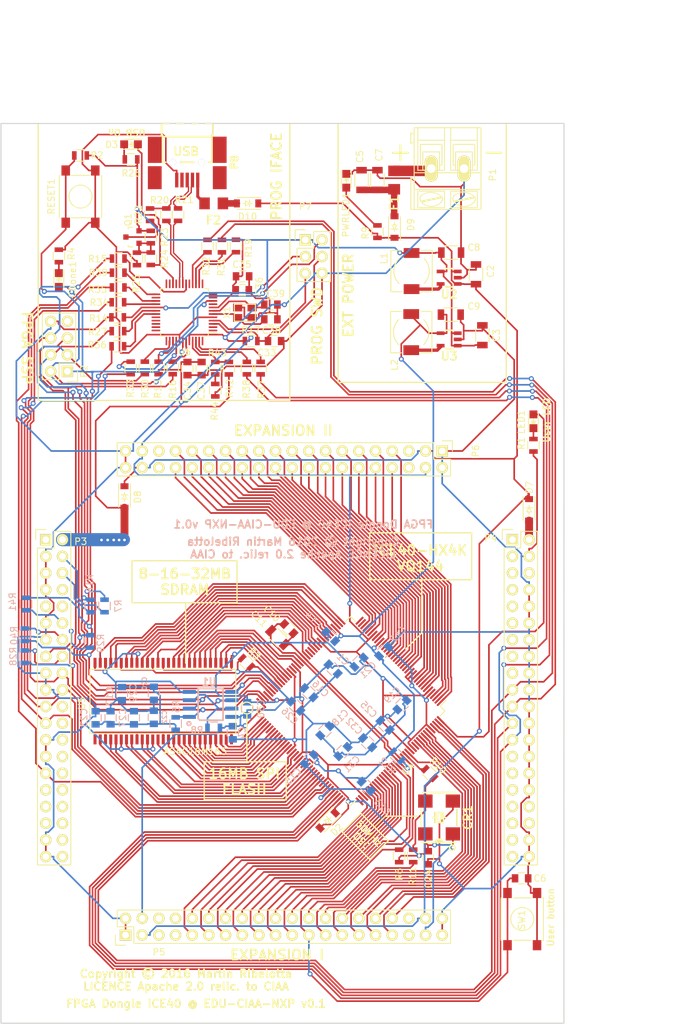
<source format=kicad_pcb>
(kicad_pcb (version 20171130) (host pcbnew "(5.1.12)-1")
  (layers (0 F.Cu signal) (31 B.Cu signal) (34 B.Paste user hide) (35 F.Paste user hide) (36 B.SilkS user hide) (37 F.SilkS user hide) (38 B.Mask user hide) (39 F.Mask user hide) (44 Edge.Cuts user))
  (net 0 "")
  (net 1 +3V3)
  (net 2 GND)
  (net 3 /SPI_MISO)
  (net 4 /SPI_MOSI)
  (net 5 /I2C_SDA)
  (net 6 /I2C_SCL)
  (net 7 +5V)
  (net 8 /BUT1)
  (net 9 +1V2)
  (net 10 /iCE40-CDONE)
  (net 11 "Net-(CDone1-Pad1)")
  (net 12 "Net-(CR1-Pad3)")
  (net 13 "Net-(D2-Pad1)")
  (net 14 "Net-(F1-Pad1)")
  (net 15 "Net-(L1-Pad1)")
  (net 16 "Net-(L2-Pad1)")
  (net 17 /LED1)
  (net 18 "Net-(LED1-Pad1)")
  (net 19 /iCE40-CRESET)
  (net 20 /iCE40-SDI)
  (net 21 /iCE40-SDO)
  (net 22 /iCE40-SCK)
  (net 23 /iCE40-SS_B)
  (net 24 /SPI_CS)
  (net 25 /GPIO0)
  (net 26 /FPGA_IO_BANK1_0)
  (net 27 /FPGA_IO_BANK1_1)
  (net 28 /FPGA_IO_BANK1_2)
  (net 29 /FPGA_IO_BANK1_3)
  (net 30 /FPGA_IO_BANK1_4)
  (net 31 /FPGA_IO_BANK1_5)
  (net 32 /FPGA_IO_BANK1_6)
  (net 33 /FPGA_IO_BANK1_7)
  (net 34 /FPGA_IO_BANK1_8)
  (net 35 /FPGA_IO_BANK1_9)
  (net 36 /FPGA_IO_BANK1_10)
  (net 37 /FPGA_IO_BANK1_11)
  (net 38 /FPGA_IO_BANK1_12)
  (net 39 /FPGA_IO_BANK1_13)
  (net 40 /FPGA_IO_BANK1_14)
  (net 41 /FPGA_IO_BANK1_15)
  (net 42 /FPGA_IO_BANK1_16)
  (net 43 /FPGA_IO_BANK1_17)
  (net 44 /FPGA_IO_BANK1_18)
  (net 45 /FPGA_IO_BANK1_19)
  (net 46 /FPGA_IO_BANK1_20)
  (net 47 /FPGA_IO_BANK1_21)
  (net 48 /FPGA_IO_BANK1_22)
  (net 49 /FPGA_IO_BANK1_23)
  (net 50 /FPGA_IO_BANK2_0)
  (net 51 /FPGA_IO_BANK2_1)
  (net 52 /FPGA_IO_BANK2_2)
  (net 53 /FPGA_IO_BANK2_3)
  (net 54 /FPGA_IO_BANK2_4)
  (net 55 /FPGA_IO_BANK2_5)
  (net 56 /FPGA_IO_BANK2_6)
  (net 57 /FPGA_IO_BANK2_7)
  (net 58 /FPGA_IO_BANK2_8)
  (net 59 /FPGA_IO_BANK2_9)
  (net 60 /FPGA_IO_BANK2_10)
  (net 61 /FPGA_IO_BANK2_11)
  (net 62 /FPGA_IO_BANK2_12)
  (net 63 /FPGA_IO_BANK2_13)
  (net 64 /FPGA_IO_BANK2_14)
  (net 65 /FPGA_IO_BANK2_15)
  (net 66 /FPGA_IO_BANK2_16)
  (net 67 /FPGA_IO_BANK2_17)
  (net 68 /FPGA_IO_BANK2_18)
  (net 69 /FPGA_IO_BANK2_19)
  (net 70 /FPGA_IO_BANK2_20)
  (net 71 /FPGA_IO_BANK2_21)
  (net 72 /FPGA_IO_BANK2_22)
  (net 73 /FPGA_IO_BANK2_23)
  (net 74 /FPGA_IO_BANK2_24)
  (net 75 /FPGA_IO_BANK2_25)
  (net 76 /FPGA_IO_BANK2_26)
  (net 77 /FPGA_IO_BANK2_27)
  (net 78 "Net-(PWRLED1-Pad2)")
  (net 79 "Net-(R8-Pad2)")
  (net 80 /SYSCLK)
  (net 81 /GNDPLL)
  (net 82 /VCCPLL)
  (net 83 /RAM_A4)
  (net 84 /RAM_A5)
  (net 85 /RAM_A6)
  (net 86 /RAM_A7)
  (net 87 /RAM_A8)
  (net 88 /RAM_A9)
  (net 89 /RAM_A10)
  (net 90 /RAM_A12)
  (net 91 /RAM_A13)
  (net 92 /RAM_CKE)
  (net 93 /RAM_CLK)
  (net 94 /RAM_DQMH)
  (net 95 /RAM_D8)
  (net 96 /RAM_D9)
  (net 97 /RAM_D10)
  (net 98 /RAM_D11)
  (net 99 /RAM_D12)
  (net 100 /RAM_D13)
  (net 101 /RAM_D14)
  (net 102 /RAM_D15)
  (net 103 /RAM_D0)
  (net 104 /RAM_D1)
  (net 105 /RAM_D2)
  (net 106 /RAM_D3)
  (net 107 /RAM_D4)
  (net 108 /RAM_D5)
  (net 109 /RAM_D6)
  (net 110 /RAM_D7)
  (net 111 /RAM_DQML)
  (net 112 /RAM_RDnWR)
  (net 113 /RAM_CAS)
  (net 114 /RAM_RAS)
  (net 115 /RAM_CS)
  (net 116 /RAM_A14)
  (net 117 /RAM_A15)
  (net 118 /RAM_A11)
  (net 119 /RAM_A1)
  (net 120 /RAM_A2)
  (net 121 /RAM_A3)
  (net 122 /DBG_~RST~)
  (net 123 "Net-(C38-Pad1)")
  (net 124 "Net-(C39-Pad1)")
  (net 125 "Net-(F2-Pad1)")
  (net 126 /USB_N)
  (net 127 /USB_P)
  (net 128 "Net-(Q1-Pad1)")
  (net 129 "Net-(Q1-Pad3)")
  (net 130 /DBG_SWDIO)
  (net 131 /DBG_SWCLK)
  (net 132 /FPGM_SS)
  (net 133 /FPGM_SCK)
  (net 134 "Net-(R19-Pad1)")
  (net 135 /~USB_CONNECT~)
  (net 136 /FPGM_MISO)
  (net 137 /FPGM_MOSI)
  (net 138 /P_SDA)
  (net 139 /P_SCL)
  (net 140 /P_SPI_SS)
  (net 141 /P_SPI_MOSI)
  (net 142 /P_SPI_MISO)
  (net 143 /P_SPI_CLK)
  (net 144 /SPI_CLK)
  (net 145 /P_RxD)
  (net 146 /RxD)
  (net 147 /P_TxD)
  (net 148 /TxD)
  (net 149 /P_GPIO)
  (net 150 /DBG_~ISP~)
  (net 151 /D_USB_P)
  (net 152 /D_USB_N)
  (net 153 "Net-(D3-Pad2)")
  (net 154 /EXTCLK)
  (net 155 /AUX_SPI_MISO)
  (net 156 /AUX_SPI_MOSI)
  (net 157 /AUX_SPI_SCK)
  (net 158 /AUX_SPI_SSEL)
  (net 159 /AUX_CRESET)
  (net 160 /AUX_CDONE)
  (net 161 "Net-(R42-Pad1)")
  (net 162 "Net-(R43-Pad2)")
  (net 163 /CIAA_3V3_2)
  (net 164 /CIAA_3V3_1)
  (net 165 /CIAA_5V1)
  (net 166 /CIAA_5V2)
  (net 167 "Net-(C5-Pad2)")
  (net 168 "Net-(D10-Pad2)")
  (net 169 "Net-(P2-Pad7)")
  (net 170 "Net-(P3-Pad8)")
  (net 171 "Net-(P3-Pad9)")
  (net 172 "Net-(P3-Pad10)")
  (net 173 /LCD4)
  (net 174 /LCD_RS)
  (net 175 /LCD3)
  (net 176 /LCD2)
  (net 177 /LCD1)
  (net 178 /GPIO2)
  (net 179 /GPIO1)
  (net 180 /GPIO4)
  (net 181 /GPIO3)
  (net 182 /GPIO6)
  (net 183 /GPIO5)
  (net 184 /GPIO7)
  (net 185 /GPIO8)
  (net 186 "Net-(P4-Pad3)")
  (net 187 "Net-(P4-Pad5)")
  (net 188 "Net-(P4-Pad6)")
  (net 189 "Net-(P4-Pad7)")
  (net 190 "Net-(P4-Pad9)")
  (net 191 "Net-(P4-Pad11)")
  (net 192 "Net-(P4-Pad13)")
  (net 193 "Net-(P4-Pad15)")
  (net 194 "Net-(P4-Pad17)")
  (net 195 /CAN_RD)
  (net 196 /CAN_TD)
  (net 197 /T_COL1)
  (net 198 /T_FIL0)
  (net 199 /T_COL2)
  (net 200 /T_FIL3)
  (net 201 /T_FIL1)
  (net 202 /T_FIL2)
  (net 203 /T_COL0)
  (net 204 "Net-(P5-Pad5)")
  (net 205 "Net-(P5-Pad6)")
  (net 206 "Net-(P5-Pad7)")
  (net 207 "Net-(P5-Pad8)")
  (net 208 "Net-(P5-Pad35)")
  (net 209 "Net-(P5-Pad36)")
  (net 210 "Net-(P6-Pad5)")
  (net 211 "Net-(P6-Pad6)")
  (net 212 "Net-(P6-Pad35)")
  (net 213 "Net-(P6-Pad36)")
  (net 214 "Net-(P8-Pad4)")
  (net 215 "Net-(P8-Pad6)")
  (net 216 "Net-(U4-Pad35)")
  (net 217 "Net-(U4-Pad36)")
  (net 218 "Net-(U4-Pad50)")
  (net 219 "Net-(U4-Pad51)")
  (net 220 "Net-(U4-Pad58)")
  (net 221 "Net-(U4-Pad77)")
  (net 222 "Net-(U4-Pad109)")
  (net 223 "Net-(U4-Pad133)")
  (net 224 "Net-(U5-Pad40)")
  (net 225 "Net-(U6-Pad1)")
  (net 226 "Net-(U6-Pad2)")
  (net 227 "Net-(U6-Pad9)")
  (net 228 "Net-(U6-Pad11)")
  (net 229 "Net-(U6-Pad12)")
  (net 230 "Net-(U6-Pad13)")
  (net 231 "Net-(U6-Pad17)")
  (net 232 "Net-(U6-Pad21)")
  (net 233 "Net-(U6-Pad23)")
  (net 234 "Net-(U6-Pad24)")
  (net 235 "Net-(U6-Pad26)")
  (net 236 "Net-(U6-Pad32)")
  (net 237 "Net-(U6-Pad33)")
  (net 238 "Net-(U6-Pad34)")
  (net 239 "Net-(U6-Pad35)")
  (net 240 "Net-(U6-Pad36)")
  (net 241 "Net-(U6-Pad37)")
  (net 242 "Net-(U6-Pad48)")
  (module mribelotta:TSOP_II_54 (layer F.Cu) (at 29.6074 111.414)
    (fp_text reference U5 (at -2.007366 -5.513832 90) (layer F.SilkS))
    (fp_text value AS4C16M16S (at 15.292634 1.836168 180) (layer F.SilkS))
    (pad 1 smd rect (at 0 0) (size 0.4572 1.51) (layers F.Cu F.Paste F.Mask) (net 1 +3V3))
    (pad 2 smd rect (at 0.8 0) (size 0.4572 1.51) (layers F.Cu F.Paste F.Mask) (net 103 /RAM_D0))
    (pad 3 smd rect (at 1.6 0) (size 0.4572 1.51) (layers F.Cu F.Paste F.Mask) (net 1 +3V3))
    (pad 4 smd rect (at 2.4 0) (size 0.4572 1.51) (layers F.Cu F.Paste F.Mask) (net 104 /RAM_D1))
    (pad 5 smd rect (at 3.2 0) (size 0.4572 1.51) (layers F.Cu F.Paste F.Mask) (net 105 /RAM_D2))
    (pad 6 smd rect (at 4 0) (size 0.4572 1.51) (layers F.Cu F.Paste F.Mask) (net 2 GND))
    (pad 7 smd rect (at 4.8 0) (size 0.4572 1.51) (layers F.Cu F.Paste F.Mask) (net 106 /RAM_D3))
    (pad 8 smd rect (at 5.6 0) (size 0.4572 1.51) (layers F.Cu F.Paste F.Mask) (net 107 /RAM_D4))
    (pad 9 smd rect (at 6.4 0) (size 0.4572 1.51) (layers F.Cu F.Paste F.Mask) (net 1 +3V3))
    (pad 10 smd rect (at 7.2 0) (size 0.4572 1.51) (layers F.Cu F.Paste F.Mask) (net 108 /RAM_D5))
    (pad 11 smd rect (at 8 0) (size 0.4572 1.51) (layers F.Cu F.Paste F.Mask) (net 109 /RAM_D6))
    (pad 12 smd rect (at 8.8 0) (size 0.4572 1.51) (layers F.Cu F.Paste F.Mask) (net 2 GND))
    (pad 13 smd rect (at 9.6 0) (size 0.4572 1.51) (layers F.Cu F.Paste F.Mask) (net 110 /RAM_D7))
    (pad 14 smd rect (at 10.4 0) (size 0.4572 1.51) (layers F.Cu F.Paste F.Mask) (net 1 +3V3))
    (pad 15 smd rect (at 11.2 0) (size 0.4572 1.51) (layers F.Cu F.Paste F.Mask) (net 111 /RAM_DQML))
    (pad 16 smd rect (at 12 0) (size 0.4572 1.51) (layers F.Cu F.Paste F.Mask) (net 112 /RAM_RDnWR))
    (pad 17 smd rect (at 12.8 0) (size 0.4572 1.51) (layers F.Cu F.Paste F.Mask) (net 113 /RAM_CAS))
    (pad 18 smd rect (at 13.6 0) (size 0.4572 1.51) (layers F.Cu F.Paste F.Mask) (net 114 /RAM_RAS))
    (pad 19 smd rect (at 14.4 0) (size 0.4572 1.51) (layers F.Cu F.Paste F.Mask) (net 115 /RAM_CS))
    (pad 20 smd rect (at 15.2 0) (size 0.4572 1.51) (layers F.Cu F.Paste F.Mask) (net 116 /RAM_A14))
    (pad 21 smd rect (at 16 0) (size 0.4572 1.51) (layers F.Cu F.Paste F.Mask) (net 117 /RAM_A15))
    (pad 22 smd rect (at 16.8 0) (size 0.4572 1.51) (layers F.Cu F.Paste F.Mask) (net 118 /RAM_A11))
    (pad 23 smd rect (at 17.6 0) (size 0.4572 1.51) (layers F.Cu F.Paste F.Mask) (net 119 /RAM_A1))
    (pad 24 smd rect (at 18.4 0) (size 0.4572 1.51) (layers F.Cu F.Paste F.Mask) (net 120 /RAM_A2))
    (pad 25 smd rect (at 19.2 0) (size 0.4572 1.51) (layers F.Cu F.Paste F.Mask) (net 121 /RAM_A3))
    (pad 26 smd rect (at 20 0) (size 0.4572 1.51) (layers F.Cu F.Paste F.Mask) (net 83 /RAM_A4))
    (pad 27 smd rect (at 20.8 0) (size 0.4572 1.51) (layers F.Cu F.Paste F.Mask) (net 1 +3V3))
    (pad 28 smd rect (at 20.8 -11.67) (size 0.4572 1.51) (layers F.Cu F.Paste F.Mask) (net 2 GND))
    (pad 29 smd rect (at 20 -11.67) (size 0.4572 1.51) (layers F.Cu F.Paste F.Mask) (net 84 /RAM_A5))
    (pad 30 smd rect (at 19.2 -11.67) (size 0.4572 1.51) (layers F.Cu F.Paste F.Mask) (net 85 /RAM_A6))
    (pad 31 smd rect (at 18.4 -11.67) (size 0.4572 1.51) (layers F.Cu F.Paste F.Mask) (net 86 /RAM_A7))
    (pad 32 smd rect (at 17.6 -11.67) (size 0.4572 1.51) (layers F.Cu F.Paste F.Mask) (net 87 /RAM_A8))
    (pad 33 smd rect (at 16.8 -11.67) (size 0.4572 1.51) (layers F.Cu F.Paste F.Mask) (net 88 /RAM_A9))
    (pad 34 smd rect (at 16 -11.67) (size 0.4572 1.51) (layers F.Cu F.Paste F.Mask) (net 89 /RAM_A10))
    (pad 35 smd rect (at 15.2 -11.67) (size 0.4572 1.51) (layers F.Cu F.Paste F.Mask) (net 90 /RAM_A12))
    (pad 36 smd rect (at 14.4 -11.67) (size 0.4572 1.51) (layers F.Cu F.Paste F.Mask) (net 91 /RAM_A13))
    (pad 37 smd rect (at 13.6 -11.67) (size 0.4572 1.51) (layers F.Cu F.Paste F.Mask) (net 92 /RAM_CKE))
    (pad 38 smd rect (at 12.8 -11.67) (size 0.4572 1.51) (layers F.Cu F.Paste F.Mask) (net 93 /RAM_CLK))
    (pad 39 smd rect (at 12 -11.67) (size 0.4572 1.51) (layers F.Cu F.Paste F.Mask) (net 94 /RAM_DQMH))
    (pad 40 smd rect (at 11.2 -11.67) (size 0.4572 1.51) (layers F.Cu F.Paste F.Mask) (net 224 "Net-(U5-Pad40)"))
    (pad 41 smd rect (at 10.4 -11.67) (size 0.4572 1.51) (layers F.Cu F.Paste F.Mask) (net 2 GND))
    (pad 42 smd rect (at 9.6 -11.67) (size 0.4572 1.51) (layers F.Cu F.Paste F.Mask) (net 95 /RAM_D8))
    (pad 43 smd rect (at 8.8 -11.67) (size 0.4572 1.51) (layers F.Cu F.Paste F.Mask) (net 1 +3V3))
    (pad 44 smd rect (at 8 -11.67) (size 0.4572 1.51) (layers F.Cu F.Paste F.Mask) (net 96 /RAM_D9))
    (pad 45 smd rect (at 7.2 -11.67) (size 0.4572 1.51) (layers F.Cu F.Paste F.Mask) (net 97 /RAM_D10))
    (pad 46 smd rect (at 6.4 -11.67) (size 0.4572 1.51) (layers F.Cu F.Paste F.Mask) (net 2 GND))
    (pad 47 smd rect (at 5.6 -11.67) (size 0.4572 1.51) (layers F.Cu F.Paste F.Mask) (net 98 /RAM_D11))
    (pad 48 smd rect (at 4.8 -11.67) (size 0.4572 1.51) (layers F.Cu F.Paste F.Mask) (net 99 /RAM_D12))
    (pad 49 smd rect (at 4 -11.67) (size 0.4572 1.51) (layers F.Cu F.Paste F.Mask) (net 1 +3V3))
    (pad 50 smd rect (at 3.2 -11.67) (size 0.4572 1.51) (layers F.Cu F.Paste F.Mask) (net 100 /RAM_D13))
    (pad 51 smd rect (at 2.4 -11.67) (size 0.4572 1.51) (layers F.Cu F.Paste F.Mask) (net 101 /RAM_D14))
    (pad 52 smd rect (at 1.6 -11.67) (size 0.4572 1.51) (layers F.Cu F.Paste F.Mask) (net 2 GND))
    (pad 53 smd rect (at 0.8 -11.67) (size 0.4572 1.51) (layers F.Cu F.Paste F.Mask) (net 102 /RAM_D15))
    (pad 54 smd rect (at 0 -11.67) (size 0.4572 1.51) (layers F.Cu F.Paste F.Mask) (net 2 GND))
  )
  (module Resistors_SMD:R_0805 (layer F.Cu) (at 33.1 44.85 180)
    (fp_text reference R34 (at 2.85 -0.05 180) (layer F.SilkS))
    (fp_text value 100R)
    (pad 1 smd rect (at -0.95 0 180) (size 0.7 1.3) (layers F.Cu F.Paste F.Mask) (net 141 /P_SPI_MOSI))
    (pad 2 smd rect (at 0.95 0 180) (size 0.7 1.3) (layers F.Cu F.Paste F.Mask) (net 4 /SPI_MOSI))
  )
  (module Pin_Headers:Pin_Header_Straight_2x20 (layer F.Cu) (at 22.11 81)
    (fp_text reference P3 (at 5.322 0.28) (layer F.SilkS))
    (fp_text value right)
    (pad 1 thru_hole rect (at 0 0) (size 1.7272 1.7272) (drill 1.016) (layers *.Cu *.Mask F.SilkS) (net 163 /CIAA_3V3_2))
    (pad 2 thru_hole oval (at 2.54 0) (size 1.7272 1.7272) (drill 1.016) (layers *.Cu *.Mask F.SilkS) (net 166 /CIAA_5V2))
    (pad 3 thru_hole oval (at 0 2.54) (size 1.7272 1.7272) (drill 1.016) (layers *.Cu *.Mask F.SilkS) (net 2 GND))
    (pad 4 thru_hole oval (at 2.54 2.54) (size 1.7272 1.7272) (drill 1.016) (layers *.Cu *.Mask F.SilkS) (net 155 /AUX_SPI_MISO))
    (pad 5 thru_hole oval (at 0 5.08) (size 1.7272 1.7272) (drill 1.016) (layers *.Cu *.Mask F.SilkS) (net 2 GND))
    (pad 6 thru_hole oval (at 2.54 5.08) (size 1.7272 1.7272) (drill 1.016) (layers *.Cu *.Mask F.SilkS) (net 156 /AUX_SPI_MOSI))
    (pad 7 thru_hole oval (at 0 7.62) (size 1.7272 1.7272) (drill 1.016) (layers *.Cu *.Mask F.SilkS) (net 2 GND))
    (pad 8 thru_hole oval (at 2.54 7.62) (size 1.7272 1.7272) (drill 1.016) (layers *.Cu *.Mask F.SilkS) (net 170 "Net-(P3-Pad8)"))
    (pad 9 thru_hole oval (at 0 10.16) (size 1.7272 1.7272) (drill 1.016) (layers *.Cu *.Mask F.SilkS) (net 171 "Net-(P3-Pad9)"))
    (pad 10 thru_hole oval (at 2.54 10.16) (size 1.7272 1.7272) (drill 1.016) (layers *.Cu *.Mask F.SilkS) (net 172 "Net-(P3-Pad10)"))
    (pad 11 thru_hole oval (at 0 12.7) (size 1.7272 1.7272) (drill 1.016) (layers *.Cu *.Mask F.SilkS) (net 2 GND))
    (pad 12 thru_hole oval (at 2.54 12.7) (size 1.7272 1.7272) (drill 1.016) (layers *.Cu *.Mask F.SilkS) (net 159 /AUX_CRESET))
    (pad 13 thru_hole oval (at 0 15.24) (size 1.7272 1.7272) (drill 1.016) (layers *.Cu *.Mask F.SilkS) (net 2 GND))
    (pad 14 thru_hole oval (at 2.54 15.24) (size 1.7272 1.7272) (drill 1.016) (layers *.Cu *.Mask F.SilkS) (net 160 /AUX_CDONE))
    (pad 15 thru_hole oval (at 0 17.78) (size 1.7272 1.7272) (drill 1.016) (layers *.Cu *.Mask F.SilkS) (net 157 /AUX_SPI_SCK))
    (pad 16 thru_hole oval (at 2.54 17.78) (size 1.7272 1.7272) (drill 1.016) (layers *.Cu *.Mask F.SilkS) (net 158 /AUX_SPI_SSEL))
    (pad 17 thru_hole oval (at 0 20.32) (size 1.7272 1.7272) (drill 1.016) (layers *.Cu *.Mask F.SilkS) (net 2 GND))
    (pad 18 thru_hole oval (at 2.54 20.32) (size 1.7272 1.7272) (drill 1.016) (layers *.Cu *.Mask F.SilkS) (net 3 /SPI_MISO))
    (pad 19 thru_hole oval (at 0 22.86) (size 1.7272 1.7272) (drill 1.016) (layers *.Cu *.Mask F.SilkS) (net 2 GND))
    (pad 20 thru_hole oval (at 2.54 22.86) (size 1.7272 1.7272) (drill 1.016) (layers *.Cu *.Mask F.SilkS) (net 144 /SPI_CLK))
    (pad 21 thru_hole oval (at 0 25.4) (size 1.7272 1.7272) (drill 1.016) (layers *.Cu *.Mask F.SilkS) (net 4 /SPI_MOSI))
    (pad 22 thru_hole oval (at 2.54 25.4) (size 1.7272 1.7272) (drill 1.016) (layers *.Cu *.Mask F.SilkS) (net 173 /LCD4))
    (pad 23 thru_hole oval (at 0 27.94) (size 1.7272 1.7272) (drill 1.016) (layers *.Cu *.Mask F.SilkS) (net 24 /SPI_CS))
    (pad 24 thru_hole oval (at 2.54 27.94) (size 1.7272 1.7272) (drill 1.016) (layers *.Cu *.Mask F.SilkS) (net 174 /LCD_RS))
    (pad 25 thru_hole oval (at 0 30.48) (size 1.7272 1.7272) (drill 1.016) (layers *.Cu *.Mask F.SilkS) (net 2 GND))
    (pad 26 thru_hole oval (at 2.54 30.48) (size 1.7272 1.7272) (drill 1.016) (layers *.Cu *.Mask F.SilkS) (net 175 /LCD3))
    (pad 27 thru_hole oval (at 0 33.02) (size 1.7272 1.7272) (drill 1.016) (layers *.Cu *.Mask F.SilkS) (net 2 GND))
    (pad 28 thru_hole oval (at 2.54 33.02) (size 1.7272 1.7272) (drill 1.016) (layers *.Cu *.Mask F.SilkS) (net 176 /LCD2))
    (pad 29 thru_hole oval (at 0 35.56) (size 1.7272 1.7272) (drill 1.016) (layers *.Cu *.Mask F.SilkS) (net 25 /GPIO0))
    (pad 30 thru_hole oval (at 2.54 35.56) (size 1.7272 1.7272) (drill 1.016) (layers *.Cu *.Mask F.SilkS) (net 177 /LCD1))
    (pad 31 thru_hole oval (at 0 38.1) (size 1.7272 1.7272) (drill 1.016) (layers *.Cu *.Mask F.SilkS) (net 178 /GPIO2))
    (pad 32 thru_hole oval (at 2.54 38.1) (size 1.7272 1.7272) (drill 1.016) (layers *.Cu *.Mask F.SilkS) (net 179 /GPIO1))
    (pad 33 thru_hole oval (at 0 40.64) (size 1.7272 1.7272) (drill 1.016) (layers *.Cu *.Mask F.SilkS) (net 180 /GPIO4))
    (pad 34 thru_hole oval (at 2.54 40.64) (size 1.7272 1.7272) (drill 1.016) (layers *.Cu *.Mask F.SilkS) (net 181 /GPIO3))
    (pad 35 thru_hole oval (at 0 43.18) (size 1.7272 1.7272) (drill 1.016) (layers *.Cu *.Mask F.SilkS) (net 182 /GPIO6))
    (pad 36 thru_hole oval (at 2.54 43.18) (size 1.7272 1.7272) (drill 1.016) (layers *.Cu *.Mask F.SilkS) (net 183 /GPIO5))
    (pad 37 thru_hole oval (at 0 45.72) (size 1.7272 1.7272) (drill 1.016) (layers *.Cu *.Mask F.SilkS) (net 2 GND))
    (pad 38 thru_hole oval (at 2.54 45.72) (size 1.7272 1.7272) (drill 1.016) (layers *.Cu *.Mask F.SilkS) (net 184 /GPIO7))
    (pad 39 thru_hole oval (at 0 48.26) (size 1.7272 1.7272) (drill 1.016) (layers *.Cu *.Mask F.SilkS) (net 2 GND))
    (pad 40 thru_hole oval (at 2.54 48.26) (size 1.7272 1.7272) (drill 1.016) (layers *.Cu *.Mask F.SilkS) (net 185 /GPIO8))
  )
  (module Resistors_SMD:R_0805 (layer F.Cu) (at 48.95 36.3 90)
    (fp_text reference R31 (at -3.14 -0.11 90) (layer F.SilkS))
    (fp_text value 100R)
    (pad 1 smd rect (at -0.95 0 90) (size 0.7 1.3) (layers F.Cu F.Paste F.Mask) (net 138 /P_SDA))
    (pad 2 smd rect (at 0.95 0 90) (size 0.7 1.3) (layers F.Cu F.Paste F.Mask) (net 5 /I2C_SDA))
  )
  (module Housings_QFP:LQFP-144_20x20mm_Pitch0.5mm (layer F.Cu) (at 68.55 107.096 225)
    (fp_text reference U4 (at 0 -12.475 225) (layer F.SilkS))
    (fp_text value iCE40-HX4K-TQ144)
    (pad 1 smd rect (at -10.7 -8.75 225) (size 1.55 0.3) (layers F.Cu F.Paste F.Mask) (net 50 /FPGA_IO_BANK2_0))
    (pad 2 smd rect (at -10.7 -8.25 225) (size 1.55 0.3) (layers F.Cu F.Paste F.Mask) (net 51 /FPGA_IO_BANK2_1))
    (pad 3 smd rect (at -10.7 -7.75 225) (size 1.55 0.3) (layers F.Cu F.Paste F.Mask) (net 52 /FPGA_IO_BANK2_2))
    (pad 4 smd rect (at -10.7 -7.25 225) (size 1.55 0.3) (layers F.Cu F.Paste F.Mask) (net 53 /FPGA_IO_BANK2_3))
    (pad 5 smd rect (at -10.7 -6.75 225) (size 1.55 0.3) (layers F.Cu F.Paste F.Mask) (net 2 GND))
    (pad 6 smd rect (at -10.7 -6.25 225) (size 1.55 0.3) (layers F.Cu F.Paste F.Mask) (net 1 +3V3))
    (pad 7 smd rect (at -10.7 -5.75 225) (size 1.55 0.3) (layers F.Cu F.Paste F.Mask) (net 54 /FPGA_IO_BANK2_4))
    (pad 8 smd rect (at -10.7 -5.25 225) (size 1.55 0.3) (layers F.Cu F.Paste F.Mask) (net 55 /FPGA_IO_BANK2_5))
    (pad 9 smd rect (at -10.7 -4.75 225) (size 1.55 0.3) (layers F.Cu F.Paste F.Mask) (net 56 /FPGA_IO_BANK2_6))
    (pad 10 smd rect (at -10.7 -4.25 225) (size 1.55 0.3) (layers F.Cu F.Paste F.Mask) (net 57 /FPGA_IO_BANK2_7))
    (pad 11 smd rect (at -10.7 -3.75 225) (size 1.55 0.3) (layers F.Cu F.Paste F.Mask) (net 58 /FPGA_IO_BANK2_8))
    (pad 12 smd rect (at -10.7 -3.25 225) (size 1.55 0.3) (layers F.Cu F.Paste F.Mask) (net 59 /FPGA_IO_BANK2_9))
    (pad 13 smd rect (at -10.7 -2.75 225) (size 1.55 0.3) (layers F.Cu F.Paste F.Mask) (net 2 GND))
    (pad 14 smd rect (at -10.7 -2.25 225) (size 1.55 0.3) (layers F.Cu F.Paste F.Mask) (net 2 GND))
    (pad 15 smd rect (at -10.7 -1.75 225) (size 1.55 0.3) (layers F.Cu F.Paste F.Mask) (net 60 /FPGA_IO_BANK2_10))
    (pad 16 smd rect (at -10.7 -1.25 225) (size 1.55 0.3) (layers F.Cu F.Paste F.Mask) (net 61 /FPGA_IO_BANK2_11))
    (pad 17 smd rect (at -10.7 -0.75 225) (size 1.55 0.3) (layers F.Cu F.Paste F.Mask) (net 62 /FPGA_IO_BANK2_12))
    (pad 18 smd rect (at -10.7 -0.25 225) (size 1.55 0.3) (layers F.Cu F.Paste F.Mask) (net 63 /FPGA_IO_BANK2_13))
    (pad 19 smd rect (at -10.7 0.25 225) (size 1.55 0.3) (layers F.Cu F.Paste F.Mask) (net 64 /FPGA_IO_BANK2_14))
    (pad 20 smd rect (at -10.7 0.75 225) (size 1.55 0.3) (layers F.Cu F.Paste F.Mask) (net 65 /FPGA_IO_BANK2_15))
    (pad 21 smd rect (at -10.7 1.25 225) (size 1.55 0.3) (layers F.Cu F.Paste F.Mask) (net 66 /FPGA_IO_BANK2_16))
    (pad 22 smd rect (at -10.7 1.75 225) (size 1.55 0.3) (layers F.Cu F.Paste F.Mask) (net 67 /FPGA_IO_BANK2_17))
    (pad 23 smd rect (at -10.7 2.25 225) (size 1.55 0.3) (layers F.Cu F.Paste F.Mask) (net 68 /FPGA_IO_BANK2_18))
    (pad 24 smd rect (at -10.7 2.75 225) (size 1.55 0.3) (layers F.Cu F.Paste F.Mask) (net 69 /FPGA_IO_BANK2_19))
    (pad 25 smd rect (at -10.7 3.25 225) (size 1.55 0.3) (layers F.Cu F.Paste F.Mask) (net 70 /FPGA_IO_BANK2_20))
    (pad 26 smd rect (at -10.7 3.75 225) (size 1.55 0.3) (layers F.Cu F.Paste F.Mask) (net 71 /FPGA_IO_BANK2_21))
    (pad 27 smd rect (at -10.7 4.25 225) (size 1.55 0.3) (layers F.Cu F.Paste F.Mask) (net 9 +1V2))
    (pad 28 smd rect (at -10.7 4.75 225) (size 1.55 0.3) (layers F.Cu F.Paste F.Mask) (net 72 /FPGA_IO_BANK2_22))
    (pad 29 smd rect (at -10.7 5.25 225) (size 1.55 0.3) (layers F.Cu F.Paste F.Mask) (net 73 /FPGA_IO_BANK2_23))
    (pad 30 smd rect (at -10.7 5.75 225) (size 1.55 0.3) (layers F.Cu F.Paste F.Mask) (net 1 +3V3))
    (pad 31 smd rect (at -10.7 6.25 225) (size 1.55 0.3) (layers F.Cu F.Paste F.Mask) (net 74 /FPGA_IO_BANK2_24))
    (pad 32 smd rect (at -10.7 6.75 225) (size 1.55 0.3) (layers F.Cu F.Paste F.Mask) (net 75 /FPGA_IO_BANK2_25))
    (pad 33 smd rect (at -10.7 7.25 225) (size 1.55 0.3) (layers F.Cu F.Paste F.Mask) (net 76 /FPGA_IO_BANK2_26))
    (pad 34 smd rect (at -10.7 7.75 225) (size 1.55 0.3) (layers F.Cu F.Paste F.Mask) (net 77 /FPGA_IO_BANK2_27))
    (pad 35 smd rect (at -10.7 8.25 225) (size 1.55 0.3) (layers F.Cu F.Paste F.Mask) (net 216 "Net-(U4-Pad35)"))
    (pad 36 smd rect (at -10.7 8.75 225) (size 1.55 0.3) (layers F.Cu F.Paste F.Mask) (net 217 "Net-(U4-Pad36)"))
    (pad 37 smd rect (at -8.75 10.7 315) (size 1.55 0.3) (layers F.Cu F.Paste F.Mask) (net 102 /RAM_D15))
    (pad 38 smd rect (at -8.25 10.7 315) (size 1.55 0.3) (layers F.Cu F.Paste F.Mask) (net 101 /RAM_D14))
    (pad 39 smd rect (at -7.75 10.7 315) (size 1.55 0.3) (layers F.Cu F.Paste F.Mask) (net 100 /RAM_D13))
    (pad 40 smd rect (at -7.25 10.7 315) (size 1.55 0.3) (layers F.Cu F.Paste F.Mask) (net 9 +1V2))
    (pad 41 smd rect (at -6.75 10.7 315) (size 1.55 0.3) (layers F.Cu F.Paste F.Mask) (net 99 /RAM_D12))
    (pad 42 smd rect (at -6.25 10.7 315) (size 1.55 0.3) (layers F.Cu F.Paste F.Mask) (net 98 /RAM_D11))
    (pad 43 smd rect (at -5.75 10.7 315) (size 1.55 0.3) (layers F.Cu F.Paste F.Mask) (net 97 /RAM_D10))
    (pad 44 smd rect (at -5.25 10.7 315) (size 1.55 0.3) (layers F.Cu F.Paste F.Mask) (net 96 /RAM_D9))
    (pad 45 smd rect (at -4.75 10.7 315) (size 1.55 0.3) (layers F.Cu F.Paste F.Mask) (net 95 /RAM_D8))
    (pad 46 smd rect (at -4.25 10.7 315) (size 1.55 0.3) (layers F.Cu F.Paste F.Mask) (net 1 +3V3))
    (pad 47 smd rect (at -3.75 10.7 315) (size 1.55 0.3) (layers F.Cu F.Paste F.Mask) (net 94 /RAM_DQMH))
    (pad 48 smd rect (at -3.25 10.7 315) (size 1.55 0.3) (layers F.Cu F.Paste F.Mask) (net 93 /RAM_CLK))
    (pad 49 smd rect (at -2.75 10.7 315) (size 1.55 0.3) (layers F.Cu F.Paste F.Mask) (net 92 /RAM_CKE))
    (pad 50 smd rect (at -2.25 10.7 315) (size 1.55 0.3) (layers F.Cu F.Paste F.Mask) (net 218 "Net-(U4-Pad50)"))
    (pad 51 smd rect (at -1.75 10.7 315) (size 1.55 0.3) (layers F.Cu F.Paste F.Mask) (net 219 "Net-(U4-Pad51)"))
    (pad 52 smd rect (at -1.25 10.7 315) (size 1.55 0.3) (layers F.Cu F.Paste F.Mask) (net 91 /RAM_A13))
    (pad 53 smd rect (at -0.75 10.7 315) (size 1.55 0.3) (layers F.Cu F.Paste F.Mask) (net 81 /GNDPLL))
    (pad 54 smd rect (at -0.25 10.7 315) (size 1.55 0.3) (layers F.Cu F.Paste F.Mask) (net 82 /VCCPLL))
    (pad 55 smd rect (at 0.25 10.7 315) (size 1.55 0.3) (layers F.Cu F.Paste F.Mask) (net 90 /RAM_A12))
    (pad 56 smd rect (at 0.75 10.7 315) (size 1.55 0.3) (layers F.Cu F.Paste F.Mask) (net 89 /RAM_A10))
    (pad 57 smd rect (at 1.25 10.7 315) (size 1.55 0.3) (layers F.Cu F.Paste F.Mask) (net 1 +3V3))
    (pad 58 smd rect (at 1.75 10.7 315) (size 1.55 0.3) (layers F.Cu F.Paste F.Mask) (net 220 "Net-(U4-Pad58)"))
    (pad 59 smd rect (at 2.25 10.7 315) (size 1.55 0.3) (layers F.Cu F.Paste F.Mask) (net 2 GND))
    (pad 60 smd rect (at 2.75 10.7 315) (size 1.55 0.3) (layers F.Cu F.Paste F.Mask) (net 88 /RAM_A9))
    (pad 61 smd rect (at 3.25 10.7 315) (size 1.55 0.3) (layers F.Cu F.Paste F.Mask) (net 87 /RAM_A8))
    (pad 62 smd rect (at 3.75 10.7 315) (size 1.55 0.3) (layers F.Cu F.Paste F.Mask) (net 86 /RAM_A7))
    (pad 63 smd rect (at 4.25 10.7 315) (size 1.55 0.3) (layers F.Cu F.Paste F.Mask) (net 85 /RAM_A6))
    (pad 64 smd rect (at 4.75 10.7 315) (size 1.55 0.3) (layers F.Cu F.Paste F.Mask) (net 84 /RAM_A5))
    (pad 65 smd rect (at 5.25 10.7 315) (size 1.55 0.3) (layers F.Cu F.Paste F.Mask) (net 10 /iCE40-CDONE))
    (pad 66 smd rect (at 5.75 10.7 315) (size 1.55 0.3) (layers F.Cu F.Paste F.Mask) (net 19 /iCE40-CRESET))
    (pad 67 smd rect (at 6.25 10.7 315) (size 1.55 0.3) (layers F.Cu F.Paste F.Mask) (net 21 /iCE40-SDO))
    (pad 68 smd rect (at 6.75 10.7 315) (size 1.55 0.3) (layers F.Cu F.Paste F.Mask) (net 20 /iCE40-SDI))
    (pad 69 smd rect (at 7.25 10.7 315) (size 1.55 0.3) (layers F.Cu F.Paste F.Mask) (net 2 GND))
    (pad 70 smd rect (at 7.75 10.7 315) (size 1.55 0.3) (layers F.Cu F.Paste F.Mask) (net 22 /iCE40-SCK))
    (pad 71 smd rect (at 8.25 10.7 315) (size 1.55 0.3) (layers F.Cu F.Paste F.Mask) (net 23 /iCE40-SS_B))
    (pad 72 smd rect (at 8.75 10.7 315) (size 1.55 0.3) (layers F.Cu F.Paste F.Mask) (net 1 +3V3))
    (pad 73 smd rect (at 10.7 8.75 225) (size 1.55 0.3) (layers F.Cu F.Paste F.Mask) (net 83 /RAM_A4))
    (pad 74 smd rect (at 10.7 8.25 225) (size 1.55 0.3) (layers F.Cu F.Paste F.Mask) (net 121 /RAM_A3))
    (pad 75 smd rect (at 10.7 7.75 225) (size 1.55 0.3) (layers F.Cu F.Paste F.Mask) (net 120 /RAM_A2))
    (pad 76 smd rect (at 10.7 7.25 225) (size 1.55 0.3) (layers F.Cu F.Paste F.Mask) (net 119 /RAM_A1))
    (pad 77 smd rect (at 10.7 6.75 225) (size 1.55 0.3) (layers F.Cu F.Paste F.Mask) (net 221 "Net-(U4-Pad77)"))
    (pad 78 smd rect (at 10.7 6.25 225) (size 1.55 0.3) (layers F.Cu F.Paste F.Mask) (net 118 /RAM_A11))
    (pad 79 smd rect (at 10.7 5.75 225) (size 1.55 0.3) (layers F.Cu F.Paste F.Mask) (net 117 /RAM_A15))
    (pad 80 smd rect (at 10.7 5.25 225) (size 1.55 0.3) (layers F.Cu F.Paste F.Mask) (net 116 /RAM_A14))
    (pad 81 smd rect (at 10.7 4.75 225) (size 1.55 0.3) (layers F.Cu F.Paste F.Mask) (net 115 /RAM_CS))
    (pad 82 smd rect (at 10.7 4.25 225) (size 1.55 0.3) (layers F.Cu F.Paste F.Mask) (net 114 /RAM_RAS))
    (pad 83 smd rect (at 10.7 3.75 225) (size 1.55 0.3) (layers F.Cu F.Paste F.Mask) (net 113 /RAM_CAS))
    (pad 84 smd rect (at 10.7 3.25 225) (size 1.55 0.3) (layers F.Cu F.Paste F.Mask) (net 112 /RAM_RDnWR))
    (pad 85 smd rect (at 10.7 2.75 225) (size 1.55 0.3) (layers F.Cu F.Paste F.Mask) (net 111 /RAM_DQML))
    (pad 86 smd rect (at 10.7 2.25 225) (size 1.55 0.3) (layers F.Cu F.Paste F.Mask) (net 2 GND))
    (pad 87 smd rect (at 10.7 1.75 225) (size 1.55 0.3) (layers F.Cu F.Paste F.Mask) (net 110 /RAM_D7))
    (pad 88 smd rect (at 10.7 1.25 225) (size 1.55 0.3) (layers F.Cu F.Paste F.Mask) (net 109 /RAM_D6))
    (pad 89 smd rect (at 10.7 0.75 225) (size 1.55 0.3) (layers F.Cu F.Paste F.Mask) (net 1 +3V3))
    (pad 90 smd rect (at 10.7 0.25 225) (size 1.55 0.3) (layers F.Cu F.Paste F.Mask) (net 108 /RAM_D5))
    (pad 91 smd rect (at 10.7 -0.25 225) (size 1.55 0.3) (layers F.Cu F.Paste F.Mask) (net 107 /RAM_D4))
    (pad 92 smd rect (at 10.7 -0.75 225) (size 1.55 0.3) (layers F.Cu F.Paste F.Mask) (net 9 +1V2))
    (pad 93 smd rect (at 10.7 -1.25 225) (size 1.55 0.3) (layers F.Cu F.Paste F.Mask) (net 106 /RAM_D3))
    (pad 94 smd rect (at 10.7 -1.75 225) (size 1.55 0.3) (layers F.Cu F.Paste F.Mask) (net 105 /RAM_D2))
    (pad 95 smd rect (at 10.7 -2.25 225) (size 1.55 0.3) (layers F.Cu F.Paste F.Mask) (net 104 /RAM_D1))
    (pad 96 smd rect (at 10.7 -2.75 225) (size 1.55 0.3) (layers F.Cu F.Paste F.Mask) (net 103 /RAM_D0))
    (pad 97 smd rect (at 10.7 -3.25 225) (size 1.55 0.3) (layers F.Cu F.Paste F.Mask) (net 3 /SPI_MISO))
    (pad 98 smd rect (at 10.7 -3.75 225) (size 1.55 0.3) (layers F.Cu F.Paste F.Mask) (net 144 /SPI_CLK))
    (pad 99 smd rect (at 10.7 -4.25 225) (size 1.55 0.3) (layers F.Cu F.Paste F.Mask) (net 4 /SPI_MOSI))
    (pad 100 smd rect (at 10.7 -4.75 225) (size 1.55 0.3) (layers F.Cu F.Paste F.Mask) (net 1 +3V3))
    (pad 101 smd rect (at 10.7 -5.25 225) (size 1.55 0.3) (layers F.Cu F.Paste F.Mask) (net 24 /SPI_CS))
    (pad 102 smd rect (at 10.7 -5.75 225) (size 1.55 0.3) (layers F.Cu F.Paste F.Mask) (net 25 /GPIO0))
    (pad 103 smd rect (at 10.7 -6.25 225) (size 1.55 0.3) (layers F.Cu F.Paste F.Mask) (net 2 GND))
    (pad 104 smd rect (at 10.7 -6.75 225) (size 1.55 0.3) (layers F.Cu F.Paste F.Mask) (net 148 /TxD))
    (pad 105 smd rect (at 10.7 -7.25 225) (size 1.55 0.3) (layers F.Cu F.Paste F.Mask) (net 146 /RxD))
    (pad 106 smd rect (at 10.7 -7.75 225) (size 1.55 0.3) (layers F.Cu F.Paste F.Mask) (net 6 /I2C_SCL))
    (pad 107 smd rect (at 10.7 -8.25 225) (size 1.55 0.3) (layers F.Cu F.Paste F.Mask) (net 5 /I2C_SDA))
    (pad 108 smd rect (at 10.7 -8.75 225) (size 1.55 0.3) (layers F.Cu F.Paste F.Mask) (net 13 "Net-(D2-Pad1)"))
    (pad 109 smd rect (at 8.75 -10.7 315) (size 1.55 0.3) (layers F.Cu F.Paste F.Mask) (net 222 "Net-(U4-Pad109)"))
    (pad 110 smd rect (at 8.25 -10.7 315) (size 1.55 0.3) (layers F.Cu F.Paste F.Mask) (net 26 /FPGA_IO_BANK1_0))
    (pad 111 smd rect (at 7.75 -10.7 315) (size 1.55 0.3) (layers F.Cu F.Paste F.Mask) (net 9 +1V2))
    (pad 112 smd rect (at 7.25 -10.7 315) (size 1.55 0.3) (layers F.Cu F.Paste F.Mask) (net 27 /FPGA_IO_BANK1_1))
    (pad 113 smd rect (at 6.75 -10.7 315) (size 1.55 0.3) (layers F.Cu F.Paste F.Mask) (net 28 /FPGA_IO_BANK1_2))
    (pad 114 smd rect (at 6.25 -10.7 315) (size 1.55 0.3) (layers F.Cu F.Paste F.Mask) (net 29 /FPGA_IO_BANK1_3))
    (pad 115 smd rect (at 5.75 -10.7 315) (size 1.55 0.3) (layers F.Cu F.Paste F.Mask) (net 30 /FPGA_IO_BANK1_4))
    (pad 116 smd rect (at 5.25 -10.7 315) (size 1.55 0.3) (layers F.Cu F.Paste F.Mask) (net 31 /FPGA_IO_BANK1_5))
    (pad 117 smd rect (at 4.75 -10.7 315) (size 1.55 0.3) (layers F.Cu F.Paste F.Mask) (net 32 /FPGA_IO_BANK1_6))
    (pad 118 smd rect (at 4.25 -10.7 315) (size 1.55 0.3) (layers F.Cu F.Paste F.Mask) (net 33 /FPGA_IO_BANK1_7))
    (pad 119 smd rect (at 3.75 -10.7 315) (size 1.55 0.3) (layers F.Cu F.Paste F.Mask) (net 34 /FPGA_IO_BANK1_8))
    (pad 120 smd rect (at 3.25 -10.7 315) (size 1.55 0.3) (layers F.Cu F.Paste F.Mask) (net 35 /FPGA_IO_BANK1_9))
    (pad 121 smd rect (at 2.75 -10.7 315) (size 1.55 0.3) (layers F.Cu F.Paste F.Mask) (net 36 /FPGA_IO_BANK1_10))
    (pad 122 smd rect (at 2.25 -10.7 315) (size 1.55 0.3) (layers F.Cu F.Paste F.Mask) (net 37 /FPGA_IO_BANK1_11))
    (pad 123 smd rect (at 1.75 -10.7 315) (size 1.55 0.3) (layers F.Cu F.Paste F.Mask) (net 1 +3V3))
    (pad 124 smd rect (at 1.25 -10.7 315) (size 1.55 0.3) (layers F.Cu F.Paste F.Mask) (net 38 /FPGA_IO_BANK1_12))
    (pad 125 smd rect (at 0.75 -10.7 315) (size 1.55 0.3) (layers F.Cu F.Paste F.Mask) (net 39 /FPGA_IO_BANK1_13))
    (pad 126 smd rect (at 0.25 -10.7 315) (size 1.55 0.3) (layers F.Cu F.Paste F.Mask) (net 82 /VCCPLL))
    (pad 127 smd rect (at -0.25 -10.7 315) (size 1.55 0.3) (layers F.Cu F.Paste F.Mask) (net 81 /GNDPLL))
    (pad 128 smd rect (at -0.75 -10.7 315) (size 1.55 0.3) (layers F.Cu F.Paste F.Mask) (net 8 /BUT1))
    (pad 129 smd rect (at -1.25 -10.7 315) (size 1.55 0.3) (layers F.Cu F.Paste F.Mask) (net 80 /SYSCLK))
    (pad 130 smd rect (at -1.75 -10.7 315) (size 1.55 0.3) (layers F.Cu F.Paste F.Mask) (net 40 /FPGA_IO_BANK1_14))
    (pad 131 smd rect (at -2.25 -10.7 315) (size 1.55 0.3) (layers F.Cu F.Paste F.Mask) (net 1 +3V3))
    (pad 132 smd rect (at -2.75 -10.7 315) (size 1.55 0.3) (layers F.Cu F.Paste F.Mask) (net 2 GND))
    (pad 133 smd rect (at -3.25 -10.7 315) (size 1.55 0.3) (layers F.Cu F.Paste F.Mask) (net 223 "Net-(U4-Pad133)"))
    (pad 134 smd rect (at -3.75 -10.7 315) (size 1.55 0.3) (layers F.Cu F.Paste F.Mask) (net 41 /FPGA_IO_BANK1_15))
    (pad 135 smd rect (at -4.25 -10.7 315) (size 1.55 0.3) (layers F.Cu F.Paste F.Mask) (net 42 /FPGA_IO_BANK1_16))
    (pad 136 smd rect (at -4.75 -10.7 315) (size 1.55 0.3) (layers F.Cu F.Paste F.Mask) (net 43 /FPGA_IO_BANK1_17))
    (pad 137 smd rect (at -5.25 -10.7 315) (size 1.55 0.3) (layers F.Cu F.Paste F.Mask) (net 44 /FPGA_IO_BANK1_18))
    (pad 138 smd rect (at -5.75 -10.7 315) (size 1.55 0.3) (layers F.Cu F.Paste F.Mask) (net 45 /FPGA_IO_BANK1_19))
    (pad 139 smd rect (at -6.25 -10.7 315) (size 1.55 0.3) (layers F.Cu F.Paste F.Mask) (net 46 /FPGA_IO_BANK1_20))
    (pad 140 smd rect (at -6.75 -10.7 315) (size 1.55 0.3) (layers F.Cu F.Paste F.Mask) (net 2 GND))
    (pad 141 smd rect (at -7.25 -10.7 315) (size 1.55 0.3) (layers F.Cu F.Paste F.Mask) (net 47 /FPGA_IO_BANK1_21))
    (pad 142 smd rect (at -7.75 -10.7 315) (size 1.55 0.3) (layers F.Cu F.Paste F.Mask) (net 48 /FPGA_IO_BANK1_22))
    (pad 143 smd rect (at -8.25 -10.7 315) (size 1.55 0.3) (layers F.Cu F.Paste F.Mask) (net 49 /FPGA_IO_BANK1_23))
    (pad 144 smd rect (at -8.75 -10.7 315) (size 1.55 0.3) (layers F.Cu F.Paste F.Mask) (net 17 /LED1))
  )
  (module Capacitors_SMD:C_0805 (layer B.Cu) (at 29.6963 108.112 90)
    (fp_text reference C23 (at 0 -1.778 90) (layer B.SilkS) (effects (justify mirror)))
    (fp_text value 100nF)
    (pad 1 smd rect (at -1 0 90) (size 1 1.25) (layers B.Cu B.Paste B.Mask) (net 1 +3V3))
    (pad 2 smd rect (at 1 0 90) (size 1 1.25) (layers B.Cu B.Paste B.Mask) (net 2 GND))
  )
  (module Resistors_SMD:R_0805 (layer F.Cu) (at 53.4 50.75)
    (fp_text reference R17 (at -0.04 -1.67) (layer F.SilkS))
    (fp_text value 10k)
    (pad 1 smd rect (at -0.95 0) (size 0.7 1.3) (layers F.Cu F.Paste F.Mask) (net 1 +3V3))
    (pad 2 smd rect (at 0.95 0) (size 0.7 1.3) (layers F.Cu F.Paste F.Mask) (net 122 /DBG_~RST~))
  )
  (module Resistors_SMD:R_0805 (layer F.Cu) (at 80.6 116.6 315)
    (fp_text reference R10 (at 0.070711 -1.767767 315) (layer F.SilkS))
    (fp_text value 22R)
    (pad 1 smd rect (at -0.95 0 315) (size 0.7 1.3) (layers F.Cu F.Paste F.Mask) (net 80 /SYSCLK))
    (pad 2 smd rect (at 0.95 0 315) (size 0.7 1.3) (layers F.Cu F.Paste F.Mask) (net 12 "Net-(CR1-Pad3)"))
  )
  (module Capacitors_SMD:C_0805 (layer B.Cu) (at 65.8929 100.693 135)
    (fp_text reference C1 (at 0 2.1 135) (layer B.SilkS) (effects (justify mirror)))
    (fp_text value 100nF)
    (pad 1 smd rect (at -1 0 135) (size 1 1.25) (layers B.Cu B.Paste B.Mask) (net 2 GND))
    (pad 2 smd rect (at 1 0 135) (size 1 1.25) (layers B.Cu B.Paste B.Mask) (net 1 +3V3))
  )
  (module Capacitors_SMD:C_1206 (layer F.Cu) (at 87.67 40.6 270)
    (fp_text reference C2 (at -0.47 -2.23 270) (layer F.SilkS))
    (fp_text value 22uF)
    (pad 1 smd rect (at -1.5 0 270) (size 1 1.6) (layers F.Cu F.Paste F.Mask) (net 2 GND))
    (pad 2 smd rect (at 1.5 0 270) (size 1 1.6) (layers F.Cu F.Paste F.Mask) (net 7 +5V))
  )
  (module Capacitors_SMD:C_1206 (layer F.Cu) (at 88.64 49.87 270)
    (fp_text reference C3 (at 0.04 -2.16 270) (layer F.SilkS))
    (fp_text value 22uF)
    (pad 1 smd rect (at -1.5 0 270) (size 1 1.6) (layers F.Cu F.Paste F.Mask) (net 2 GND))
    (pad 2 smd rect (at 1.5 0 270) (size 1 1.6) (layers F.Cu F.Paste F.Mask) (net 1 +3V3))
  )
  (module Capacitors_SMD:C_0805 (layer B.Cu) (at 50.6 110.4 90)
    (fp_text reference C4 (at -0.05 1.45 90) (layer B.SilkS) (effects (justify mirror)))
    (fp_text value 100nF)
    (pad 1 smd rect (at -1 0 90) (size 1 1.25) (layers B.Cu B.Paste B.Mask) (net 2 GND))
    (pad 2 smd rect (at 1 0 90) (size 1 1.25) (layers B.Cu B.Paste B.Mask) (net 1 +3V3))
  )
  (module Capacitors_SMD:C_1206 (layer F.Cu) (at 70.2292 26.2414 270)
    (fp_text reference C5 (at -3.556 0.254 270) (layer F.SilkS))
    (fp_text value 47uF)
    (pad 1 smd rect (at -1.5 0 270) (size 1 1.6) (layers F.Cu F.Paste F.Mask) (net 2 GND))
    (pad 2 smd rect (at 1.5 0 270) (size 1 1.6) (layers F.Cu F.Paste F.Mask) (net 167 "Net-(C5-Pad2)"))
  )
  (module Capacitors_SMD:C_0805 (layer F.Cu) (at 94.6219 132.564 180)
    (fp_text reference C6 (at -2.794 0 180) (layer F.SilkS))
    (fp_text value 100nF)
    (pad 1 smd rect (at -1 0 180) (size 1 1.25) (layers F.Cu F.Paste F.Mask) (net 2 GND))
    (pad 2 smd rect (at 1 0 180) (size 1 1.25) (layers F.Cu F.Paste F.Mask) (net 8 /BUT1))
  )
  (module Capacitors_SMD:C_1206 (layer F.Cu) (at 72.6492 26.2414 270)
    (fp_text reference C7 (at -3.81 -0.254 270) (layer F.SilkS))
    (fp_text value 47uF)
    (pad 1 smd rect (at -1.5 0 270) (size 1 1.6) (layers F.Cu F.Paste F.Mask) (net 2 GND))
    (pad 2 smd rect (at 1.5 0 270) (size 1 1.6) (layers F.Cu F.Paste F.Mask) (net 167 "Net-(C5-Pad2)"))
  )
  (module Capacitors_SMD:C_1206 (layer F.Cu) (at 83.89 37.29 180)
    (fp_text reference C8 (at -3.45 0.77 180) (layer F.SilkS))
    (fp_text value 10uF)
    (pad 1 smd rect (at -1.5 0 180) (size 1 1.6) (layers F.Cu F.Paste F.Mask) (net 2 GND))
    (pad 2 smd rect (at 1.5 0 180) (size 1 1.6) (layers F.Cu F.Paste F.Mask) (net 1 +3V3))
  )
  (module Capacitors_SMD:C_1206 (layer F.Cu) (at 83.83 46.736 180)
    (fp_text reference C9 (at -3.51 1.266 180) (layer F.SilkS))
    (fp_text value 10uF)
    (pad 1 smd rect (at -1.5 0 180) (size 1 1.6) (layers F.Cu F.Paste F.Mask) (net 2 GND))
    (pad 2 smd rect (at 1.5 0 180) (size 1 1.6) (layers F.Cu F.Paste F.Mask) (net 9 +1V2))
  )
  (module Capacitors_SMD:C_0805 (layer F.Cu) (at 59.15 94.55 135)
    (fp_text reference C10 (at 3.454772 -0.212132 135) (layer F.SilkS))
    (fp_text value 100nF)
    (pad 1 smd rect (at -1 0 135) (size 1 1.25) (layers F.Cu F.Paste F.Mask) (net 81 /GNDPLL))
    (pad 2 smd rect (at 1 0 135) (size 1 1.25) (layers F.Cu F.Paste F.Mask) (net 82 /VCCPLL))
  )
  (module Capacitors_SMD:C_1206 (layer F.Cu) (at 57.45 95.9 135)
    (fp_text reference C11 (at 4.05 0 135) (layer F.SilkS))
    (fp_text value 10uF)
    (pad 1 smd rect (at -1.5 0 135) (size 1 1.6) (layers F.Cu F.Paste F.Mask) (net 81 /GNDPLL))
    (pad 2 smd rect (at 1.5 0 135) (size 1 1.6) (layers F.Cu F.Paste F.Mask) (net 82 /VCCPLL))
  )
  (module Capacitors_SMD:C_0805 (layer B.Cu) (at 73.6 98 45)
    (fp_text reference C12 (at 3.35 -0.25 45) (layer B.SilkS) (effects (justify mirror)))
    (fp_text value 100nF)
    (pad 1 smd rect (at -1 0 45) (size 1 1.25) (layers B.Cu B.Paste B.Mask) (net 9 +1V2))
    (pad 2 smd rect (at 1 0 45) (size 1 1.25) (layers B.Cu B.Paste B.Mask) (net 2 GND))
  )
  (module Capacitors_SMD:C_0805 (layer B.Cu) (at 70.95 118.55 315)
    (fp_text reference C13 (at 3.95 0.5 315) (layer B.SilkS) (effects (justify mirror)))
    (fp_text value 100nF)
    (pad 1 smd rect (at -1 0 315) (size 1 1.25) (layers B.Cu B.Paste B.Mask) (net 9 +1V2))
    (pad 2 smd rect (at 1 0 315) (size 1 1.25) (layers B.Cu B.Paste B.Mask) (net 2 GND))
  )
  (module Capacitors_SMD:C_0805 (layer B.Cu) (at 65.4929 95.7429 135)
    (fp_text reference C14 (at 3.65 -0.05 135) (layer B.SilkS) (effects (justify mirror)))
    (fp_text value 100nF)
    (pad 1 smd rect (at -1 0 135) (size 1 1.25) (layers B.Cu B.Paste B.Mask) (net 9 +1V2))
    (pad 2 smd rect (at 1 0 135) (size 1 1.25) (layers B.Cu B.Paste B.Mask) (net 2 GND))
  )
  (module Capacitors_SMD:C_0805 (layer B.Cu) (at 62.2429 114.457 225)
    (fp_text reference C15 (at 3.55 -0.1 225) (layer B.SilkS) (effects (justify mirror)))
    (fp_text value 100nF)
    (pad 1 smd rect (at -1 0 225) (size 1 1.25) (layers B.Cu B.Paste B.Mask) (net 9 +1V2))
    (pad 2 smd rect (at 1 0 225) (size 1 1.25) (layers B.Cu B.Paste B.Mask) (net 2 GND))
  )
  (module Capacitors_SMD:C_0805 (layer B.Cu) (at 62.2 104.3 315)
    (fp_text reference C16 (at 0.813173 -1.661701 315) (layer B.SilkS) (effects (justify mirror)))
    (fp_text value 100nF)
    (pad 1 smd rect (at -1 0 315) (size 1 1.25) (layers B.Cu B.Paste B.Mask) (net 1 +3V3))
    (pad 2 smd rect (at 1 0 315) (size 1 1.25) (layers B.Cu B.Paste B.Mask) (net 2 GND))
  )
  (module Capacitors_SMD:C_0805 (layer B.Cu) (at 31.9823 108.112 90)
    (fp_text reference C17 (at 3.211832 -0.132266 270) (layer B.SilkS) (effects (justify mirror)))
    (fp_text value 100nF)
    (pad 1 smd rect (at -1 0 90) (size 1 1.25) (layers B.Cu B.Paste B.Mask) (net 1 +3V3))
    (pad 2 smd rect (at 1 0 90) (size 1 1.25) (layers B.Cu B.Paste B.Mask) (net 2 GND))
  )
  (module Capacitors_SMD:C_0805 (layer B.Cu) (at 64.65 110.1 45)
    (fp_text reference C18 (at 3.075914 0.247487 45) (layer B.SilkS) (effects (justify mirror)))
    (fp_text value 100nF)
    (pad 1 smd rect (at -1 0 45) (size 1 1.25) (layers B.Cu B.Paste B.Mask) (net 1 +3V3))
    (pad 2 smd rect (at 1 0 45) (size 1 1.25) (layers B.Cu B.Paste B.Mask) (net 2 GND))
  )
  (module Capacitors_SMD:C_0805 (layer B.Cu) (at 76.4 106.15 225)
    (fp_text reference C19 (at 0 2.1 225) (layer B.SilkS) (effects (justify mirror)))
    (fp_text value 100nF)
    (pad 1 smd rect (at -1 0 225) (size 1 1.25) (layers B.Cu B.Paste B.Mask) (net 1 +3V3))
    (pad 2 smd rect (at 1 0 225) (size 1 1.25) (layers B.Cu B.Paste B.Mask) (net 2 GND))
  )
  (module Capacitors_SMD:C_0805 (layer B.Cu) (at 38.5683 104.396 270)
    (fp_text reference C20 (at -1.495832 1.418266 270) (layer B.SilkS) (effects (font (size 0.7 0.7)) (justify mirror)))
    (fp_text value 100nF)
    (pad 1 smd rect (at -1 0 270) (size 1 1.25) (layers B.Cu B.Paste B.Mask) (net 1 +3V3))
    (pad 2 smd rect (at 1 0 270) (size 1 1.25) (layers B.Cu B.Paste B.Mask) (net 2 GND))
  )
  (module Capacitors_SMD:C_0805 (layer B.Cu) (at 69.85 99.65 225)
    (fp_text reference C21 (at -0.106066 -1.803122 225) (layer B.SilkS) (effects (justify mirror)))
    (fp_text value 100nF)
    (pad 1 smd rect (at -1 0 225) (size 1 1.25) (layers B.Cu B.Paste B.Mask) (net 1 +3V3))
    (pad 2 smd rect (at 1 0 225) (size 1 1.25) (layers B.Cu B.Paste B.Mask) (net 2 GND))
  )
  (module Capacitors_SMD:C_0805 (layer B.Cu) (at 38.5683 108.046 90)
    (fp_text reference C22 (at 0.045832 1.631734 90) (layer B.SilkS) (effects (font (size 0.7 0.7)) (justify mirror)))
    (fp_text value 100nF)
    (pad 1 smd rect (at -1 0 90) (size 1 1.25) (layers B.Cu B.Paste B.Mask) (net 1 +3V3))
    (pad 2 smd rect (at 1 0 90) (size 1 1.25) (layers B.Cu B.Paste B.Mask) (net 2 GND))
  )
  (module Capacitors_SMD:C_0805 (layer F.Cu) (at 80.35 129.425 270)
    (fp_text reference C24 (at 3.245 -0.08 270) (layer F.SilkS))
    (fp_text value 100nF)
    (pad 1 smd rect (at -1 0 270) (size 1 1.25) (layers F.Cu F.Paste F.Mask) (net 1 +3V3))
    (pad 2 smd rect (at 1 0 270) (size 1 1.25) (layers F.Cu F.Paste F.Mask) (net 2 GND))
  )
  (module Capacitors_SMD:C_0805 (layer B.Cu) (at 73.8071 109.257 135)
    (fp_text reference C25 (at 3.474874 -0.070711 135) (layer B.SilkS) (effects (justify mirror)))
    (fp_text value 100nF)
    (pad 1 smd rect (at -1 0 135) (size 1 1.25) (layers B.Cu B.Paste B.Mask) (net 1 +3V3))
    (pad 2 smd rect (at 1 0 135) (size 1 1.25) (layers B.Cu B.Paste B.Mask) (net 2 GND))
  )
  (module Capacitors_SMD:C_0805 (layer B.Cu) (at 60.2 106.35 315)
    (fp_text reference C26 (at 0.388909 1.732412 315) (layer B.SilkS) (effects (justify mirror)))
    (fp_text value 100nF)
    (pad 1 smd rect (at -1 0 315) (size 1 1.25) (layers B.Cu B.Paste B.Mask) (net 1 +3V3))
    (pad 2 smd rect (at 1 0 315) (size 1 1.25) (layers B.Cu B.Paste B.Mask) (net 2 GND))
  )
  (module Capacitors_SMD:C_0805 (layer B.Cu) (at 35.5383 108.112 90)
    (fp_text reference C27 (at 0.011832 -1.688266 270) (layer B.SilkS) (effects (justify mirror)))
    (fp_text value 100nF)
    (pad 1 smd rect (at -1 0 90) (size 1 1.25) (layers B.Cu B.Paste B.Mask) (net 1 +3V3))
    (pad 2 smd rect (at 1 0 90) (size 1 1.25) (layers B.Cu B.Paste B.Mask) (net 2 GND))
  )
  (module Capacitors_SMD:C_0805 (layer B.Cu) (at 33.7183 104.446 270)
    (fp_text reference C29 (at -0.15 -1.7 270) (layer B.SilkS) (effects (justify mirror)))
    (fp_text value 100nF)
    (pad 1 smd rect (at -1 0 270) (size 1 1.25) (layers B.Cu B.Paste B.Mask) (net 1 +3V3))
    (pad 2 smd rect (at 1 0 270) (size 1 1.25) (layers B.Cu B.Paste B.Mask) (net 2 GND))
  )
  (module Capacitors_SMD:C_0805 (layer B.Cu) (at 52.8 106.75 90)
    (fp_text reference C30 (at 0 2.1 90) (layer B.SilkS) (effects (justify mirror)))
    (fp_text value 100nF)
    (pad 1 smd rect (at -1 0 90) (size 1 1.25) (layers B.Cu B.Paste B.Mask) (net 1 +3V3))
    (pad 2 smd rect (at 1 0 90) (size 1 1.25) (layers B.Cu B.Paste B.Mask) (net 2 GND))
  )
  (module Capacitors_SMD:C_0805 (layer B.Cu) (at 67.3929 113.257 45)
    (fp_text reference C31 (at -0.378858 2.298097 45) (layer B.SilkS) (effects (justify mirror)))
    (fp_text value 100nF)
    (pad 1 smd rect (at -1 0 45) (size 1 1.25) (layers B.Cu B.Paste B.Mask) (net 1 +3V3))
    (pad 2 smd rect (at 1 0 45) (size 1 1.25) (layers B.Cu B.Paste B.Mask) (net 2 GND))
  )
  (module Capacitors_SMD:C_0805 (layer B.Cu) (at 71.1571 111.907 135)
    (fp_text reference C32 (at 3.227387 0.318198 135) (layer B.SilkS) (effects (justify mirror)))
    (fp_text value 100nF)
    (pad 1 smd rect (at -1 0 135) (size 1 1.25) (layers B.Cu B.Paste B.Mask) (net 1 +3V3))
    (pad 2 smd rect (at 1 0 135) (size 1 1.25) (layers B.Cu B.Paste B.Mask) (net 2 GND))
  )
  (module LEDs:LED-0805 (layer F.Cu) (at 24.099 41.4586 270)
    (fp_text reference CDone1 (at -0.058572 -2.102 270) (layer F.SilkS))
    (fp_text value LED/Green/0805)
    (pad 2 smd rect (at 1.04902 0 90) (size 1.19888 1.19888) (layers F.Cu F.Paste F.Mask) (net 10 /iCE40-CDONE))
    (pad 1 smd rect (at -1.04902 0 90) (size 1.19888 1.19888) (layers F.Cu F.Paste F.Mask) (net 11 "Net-(CDone1-Pad1)"))
  )
  (module OLIMEX_Crystal-FP:Oscillator_7.0x5.0mm (layer F.Cu) (at 82.05 123.3 90)
    (fp_text reference CR1 (at 0 4.4 90) (layer F.SilkS) (effects (font (size 1.27 1.27) (thickness 0.254))))
    (fp_text value Oscillator-50MHZ_TXC-7W)
    (pad 1 smd rect (at -2.5 2.1 90) (size 2 2.2) (layers F.Cu F.Paste F.Mask) (net 1 +3V3))
    (pad 2 smd rect (at 2.5 2.1 90) (size 2 2.2) (layers F.Cu F.Paste F.Mask) (net 2 GND))
    (pad 3 smd rect (at 2.5 -2.1 90) (size 2 2.2) (layers F.Cu F.Paste F.Mask) (net 12 "Net-(CR1-Pad3)"))
    (pad 4 smd rect (at -2.5 -2.1 90) (size 2 2.2) (layers F.Cu F.Paste F.Mask) (net 1 +3V3))
  )
  (module Diodes_SMD:SOD-123 (layer F.Cu) (at 65.05 123.75 225)
    (fp_text reference D2 (at 0 -2 225) (layer F.SilkS))
    (fp_text value "1N5819(S4SOD-123)")
    (pad 1 smd rect (at -1.635 0 225) (size 0.91 1.22) (layers F.Cu F.Paste F.Mask) (net 13 "Net-(D2-Pad1)"))
    (pad 2 smd rect (at 1.635 0 225) (size 0.91 1.22) (layers F.Cu F.Paste F.Mask) (net 1 +3V3))
  )
  (module OLIMEX_Devices-FP:FUSE-1206 (layer F.Cu) (at 75.2 26.25 270)
    (fp_text reference F1 (at 3.49 0 270) (layer F.SilkS) (effects (font (size 1.27 1.27) (thickness 0.254))))
    (fp_text value 1A)
    (pad 1 smd rect (at -1.4 0 270) (size 1.6 1.8) (layers F.Cu F.Paste F.Mask) (net 14 "Net-(F1-Pad1)"))
    (pad 2 smd rect (at 1.4 0 270) (size 1.6 1.8) (layers F.Cu F.Paste F.Mask) (net 167 "Net-(C5-Pad2)"))
  )
  (module Choke_SMD:Choke_SMD_6.3x6.3_H3 (layer F.Cu) (at 77.85 40.1 90)
    (fp_text reference L1 (at 1.92 -4.19 90) (layer F.SilkS))
    (fp_text value 2.2uH)
    (pad 1 smd rect (at -2.75 0 90) (size 1.5 2.4) (layers F.Cu F.Paste F.Mask) (net 15 "Net-(L1-Pad1)"))
    (pad 2 smd rect (at 2.75 0 90) (size 1.5 2.4) (layers F.Cu F.Paste F.Mask) (net 1 +3V3))
  )
  (module Choke_SMD:Choke_SMD_6.3x6.3_H3 (layer F.Cu) (at 77.8 49.4 90)
    (fp_text reference L2 (at -5 -2.55 90) (layer F.SilkS))
    (fp_text value 2.2uH)
    (pad 1 smd rect (at -2.75 0 90) (size 1.5 2.4) (layers F.Cu F.Paste F.Mask) (net 16 "Net-(L2-Pad1)"))
    (pad 2 smd rect (at 2.75 0 90) (size 1.5 2.4) (layers F.Cu F.Paste F.Mask) (net 9 +1V2))
  )
  (module LEDs:LED-0805 (layer F.Cu) (at 96.425 62.975 90)
    (fp_text reference LED1 (at -0.110476 -1.825 90) (layer F.SilkS))
    (fp_text value LED/Red/0805)
    (pad 2 smd rect (at 1.04902 0 270) (size 1.19888 1.19888) (layers F.Cu F.Paste F.Mask) (net 17 /LED1))
    (pad 1 smd rect (at -1.04902 0 270) (size 1.19888 1.19888) (layers F.Cu F.Paste F.Mask) (net 18 "Net-(LED1-Pad1)"))
  )
  (module Pin_Headers:Pin_Header_Straight_2x20 (layer F.Cu) (at 93.23 81)
    (fp_text reference P4 (at -3.314 -0.228) (layer F.SilkS))
    (fp_text value left)
    (pad 1 thru_hole rect (at 0 0) (size 1.7272 1.7272) (drill 1.016) (layers *.Cu *.Mask F.SilkS) (net 164 /CIAA_3V3_1))
    (pad 2 thru_hole oval (at 2.54 0) (size 1.7272 1.7272) (drill 1.016) (layers *.Cu *.Mask F.SilkS) (net 165 /CIAA_5V1))
    (pad 3 thru_hole oval (at 0 2.54) (size 1.7272 1.7272) (drill 1.016) (layers *.Cu *.Mask F.SilkS) (net 186 "Net-(P4-Pad3)"))
    (pad 4 thru_hole oval (at 2.54 2.54) (size 1.7272 1.7272) (drill 1.016) (layers *.Cu *.Mask F.SilkS) (net 2 GND))
    (pad 5 thru_hole oval (at 0 5.08) (size 1.7272 1.7272) (drill 1.016) (layers *.Cu *.Mask F.SilkS) (net 187 "Net-(P4-Pad5)"))
    (pad 6 thru_hole oval (at 2.54 5.08) (size 1.7272 1.7272) (drill 1.016) (layers *.Cu *.Mask F.SilkS) (net 188 "Net-(P4-Pad6)"))
    (pad 7 thru_hole oval (at 0 7.62) (size 1.7272 1.7272) (drill 1.016) (layers *.Cu *.Mask F.SilkS) (net 189 "Net-(P4-Pad7)"))
    (pad 8 thru_hole oval (at 2.54 7.62) (size 1.7272 1.7272) (drill 1.016) (layers *.Cu *.Mask F.SilkS) (net 2 GND))
    (pad 9 thru_hole oval (at 0 10.16) (size 1.7272 1.7272) (drill 1.016) (layers *.Cu *.Mask F.SilkS) (net 190 "Net-(P4-Pad9)"))
    (pad 10 thru_hole oval (at 2.54 10.16) (size 1.7272 1.7272) (drill 1.016) (layers *.Cu *.Mask F.SilkS) (net 2 GND))
    (pad 11 thru_hole oval (at 0 12.7) (size 1.7272 1.7272) (drill 1.016) (layers *.Cu *.Mask F.SilkS) (net 191 "Net-(P4-Pad11)"))
    (pad 12 thru_hole oval (at 2.54 12.7) (size 1.7272 1.7272) (drill 1.016) (layers *.Cu *.Mask F.SilkS) (net 2 GND))
    (pad 13 thru_hole oval (at 0 15.24) (size 1.7272 1.7272) (drill 1.016) (layers *.Cu *.Mask F.SilkS) (net 192 "Net-(P4-Pad13)"))
    (pad 14 thru_hole oval (at 2.54 15.24) (size 1.7272 1.7272) (drill 1.016) (layers *.Cu *.Mask F.SilkS) (net 2 GND))
    (pad 15 thru_hole oval (at 0 17.78) (size 1.7272 1.7272) (drill 1.016) (layers *.Cu *.Mask F.SilkS) (net 193 "Net-(P4-Pad15)"))
    (pad 16 thru_hole oval (at 2.54 17.78) (size 1.7272 1.7272) (drill 1.016) (layers *.Cu *.Mask F.SilkS) (net 2 GND))
    (pad 17 thru_hole oval (at 0 20.32) (size 1.7272 1.7272) (drill 1.016) (layers *.Cu *.Mask F.SilkS) (net 194 "Net-(P4-Pad17)"))
    (pad 18 thru_hole oval (at 2.54 20.32) (size 1.7272 1.7272) (drill 1.016) (layers *.Cu *.Mask F.SilkS) (net 2 GND))
    (pad 19 thru_hole oval (at 0 22.86) (size 1.7272 1.7272) (drill 1.016) (layers *.Cu *.Mask F.SilkS) (net 5 /I2C_SDA))
    (pad 20 thru_hole oval (at 2.54 22.86) (size 1.7272 1.7272) (drill 1.016) (layers *.Cu *.Mask F.SilkS) (net 2 GND))
    (pad 21 thru_hole oval (at 0 25.4) (size 1.7272 1.7272) (drill 1.016) (layers *.Cu *.Mask F.SilkS) (net 6 /I2C_SCL))
    (pad 22 thru_hole oval (at 2.54 25.4) (size 1.7272 1.7272) (drill 1.016) (layers *.Cu *.Mask F.SilkS) (net 2 GND))
    (pad 23 thru_hole oval (at 0 27.94) (size 1.7272 1.7272) (drill 1.016) (layers *.Cu *.Mask F.SilkS) (net 146 /RxD))
    (pad 24 thru_hole oval (at 2.54 27.94) (size 1.7272 1.7272) (drill 1.016) (layers *.Cu *.Mask F.SilkS) (net 2 GND))
    (pad 25 thru_hole oval (at 0 30.48) (size 1.7272 1.7272) (drill 1.016) (layers *.Cu *.Mask F.SilkS) (net 148 /TxD))
    (pad 26 thru_hole oval (at 2.54 30.48) (size 1.7272 1.7272) (drill 1.016) (layers *.Cu *.Mask F.SilkS) (net 2 GND))
    (pad 27 thru_hole oval (at 0 33.02) (size 1.7272 1.7272) (drill 1.016) (layers *.Cu *.Mask F.SilkS) (net 195 /CAN_RD))
    (pad 28 thru_hole oval (at 2.54 33.02) (size 1.7272 1.7272) (drill 1.016) (layers *.Cu *.Mask F.SilkS) (net 2 GND))
    (pad 29 thru_hole oval (at 0 35.56) (size 1.7272 1.7272) (drill 1.016) (layers *.Cu *.Mask F.SilkS) (net 196 /CAN_TD))
    (pad 30 thru_hole oval (at 2.54 35.56) (size 1.7272 1.7272) (drill 1.016) (layers *.Cu *.Mask F.SilkS) (net 2 GND))
    (pad 31 thru_hole oval (at 0 38.1) (size 1.7272 1.7272) (drill 1.016) (layers *.Cu *.Mask F.SilkS) (net 197 /T_COL1))
    (pad 32 thru_hole oval (at 2.54 38.1) (size 1.7272 1.7272) (drill 1.016) (layers *.Cu *.Mask F.SilkS) (net 2 GND))
    (pad 33 thru_hole oval (at 0 40.64) (size 1.7272 1.7272) (drill 1.016) (layers *.Cu *.Mask F.SilkS) (net 198 /T_FIL0))
    (pad 34 thru_hole oval (at 2.54 40.64) (size 1.7272 1.7272) (drill 1.016) (layers *.Cu *.Mask F.SilkS) (net 199 /T_COL2))
    (pad 35 thru_hole oval (at 0 43.18) (size 1.7272 1.7272) (drill 1.016) (layers *.Cu *.Mask F.SilkS) (net 200 /T_FIL3))
    (pad 36 thru_hole oval (at 2.54 43.18) (size 1.7272 1.7272) (drill 1.016) (layers *.Cu *.Mask F.SilkS) (net 201 /T_FIL1))
    (pad 37 thru_hole oval (at 0 45.72) (size 1.7272 1.7272) (drill 1.016) (layers *.Cu *.Mask F.SilkS) (net 202 /T_FIL2))
    (pad 38 thru_hole oval (at 2.54 45.72) (size 1.7272 1.7272) (drill 1.016) (layers *.Cu *.Mask F.SilkS) (net 2 GND))
    (pad 39 thru_hole oval (at 0 48.26) (size 1.7272 1.7272) (drill 1.016) (layers *.Cu *.Mask F.SilkS) (net 203 /T_COL0))
    (pad 40 thru_hole oval (at 2.54 48.26) (size 1.7272 1.7272) (drill 1.016) (layers *.Cu *.Mask F.SilkS) (net 2 GND))
  )
  (module Pin_Headers:Pin_Header_Straight_2x20 (layer F.Cu) (at 34.2623 141.2 90)
    (fp_text reference P5 (at -2.600168 5.087734 180) (layer F.SilkS))
    (fp_text value CONN_01X40)
    (pad 1 thru_hole rect (at 0 0 90) (size 1.7272 1.7272) (drill 1.016) (layers *.Cu *.Mask F.SilkS) (net 2 GND))
    (pad 2 thru_hole oval (at 2.54 0 90) (size 1.7272 1.7272) (drill 1.016) (layers *.Cu *.Mask F.SilkS) (net 2 GND))
    (pad 3 thru_hole oval (at 0 2.54 90) (size 1.7272 1.7272) (drill 1.016) (layers *.Cu *.Mask F.SilkS) (net 7 +5V))
    (pad 4 thru_hole oval (at 2.54 2.54 90) (size 1.7272 1.7272) (drill 1.016) (layers *.Cu *.Mask F.SilkS) (net 1 +3V3))
    (pad 5 thru_hole oval (at 0 5.08 90) (size 1.7272 1.7272) (drill 1.016) (layers *.Cu *.Mask F.SilkS) (net 204 "Net-(P5-Pad5)"))
    (pad 6 thru_hole oval (at 2.54 5.08 90) (size 1.7272 1.7272) (drill 1.016) (layers *.Cu *.Mask F.SilkS) (net 205 "Net-(P5-Pad6)"))
    (pad 7 thru_hole oval (at 0 7.62 90) (size 1.7272 1.7272) (drill 1.016) (layers *.Cu *.Mask F.SilkS) (net 206 "Net-(P5-Pad7)"))
    (pad 8 thru_hole oval (at 2.54 7.62 90) (size 1.7272 1.7272) (drill 1.016) (layers *.Cu *.Mask F.SilkS) (net 207 "Net-(P5-Pad8)"))
    (pad 9 thru_hole oval (at 0 10.16 90) (size 1.7272 1.7272) (drill 1.016) (layers *.Cu *.Mask F.SilkS) (net 26 /FPGA_IO_BANK1_0))
    (pad 10 thru_hole oval (at 2.54 10.16 90) (size 1.7272 1.7272) (drill 1.016) (layers *.Cu *.Mask F.SilkS) (net 27 /FPGA_IO_BANK1_1))
    (pad 11 thru_hole oval (at 0 12.7 90) (size 1.7272 1.7272) (drill 1.016) (layers *.Cu *.Mask F.SilkS) (net 28 /FPGA_IO_BANK1_2))
    (pad 12 thru_hole oval (at 2.54 12.7 90) (size 1.7272 1.7272) (drill 1.016) (layers *.Cu *.Mask F.SilkS) (net 29 /FPGA_IO_BANK1_3))
    (pad 13 thru_hole oval (at 0 15.24 90) (size 1.7272 1.7272) (drill 1.016) (layers *.Cu *.Mask F.SilkS) (net 30 /FPGA_IO_BANK1_4))
    (pad 14 thru_hole oval (at 2.54 15.24 90) (size 1.7272 1.7272) (drill 1.016) (layers *.Cu *.Mask F.SilkS) (net 31 /FPGA_IO_BANK1_5))
    (pad 15 thru_hole oval (at 0 17.78 90) (size 1.7272 1.7272) (drill 1.016) (layers *.Cu *.Mask F.SilkS) (net 32 /FPGA_IO_BANK1_6))
    (pad 16 thru_hole oval (at 2.54 17.78 90) (size 1.7272 1.7272) (drill 1.016) (layers *.Cu *.Mask F.SilkS) (net 33 /FPGA_IO_BANK1_7))
    (pad 17 thru_hole oval (at 0 20.32 90) (size 1.7272 1.7272) (drill 1.016) (layers *.Cu *.Mask F.SilkS) (net 34 /FPGA_IO_BANK1_8))
    (pad 18 thru_hole oval (at 2.54 20.32 90) (size 1.7272 1.7272) (drill 1.016) (layers *.Cu *.Mask F.SilkS) (net 35 /FPGA_IO_BANK1_9))
    (pad 19 thru_hole oval (at 0 22.86 90) (size 1.7272 1.7272) (drill 1.016) (layers *.Cu *.Mask F.SilkS) (net 36 /FPGA_IO_BANK1_10))
    (pad 20 thru_hole oval (at 2.54 22.86 90) (size 1.7272 1.7272) (drill 1.016) (layers *.Cu *.Mask F.SilkS) (net 37 /FPGA_IO_BANK1_11))
    (pad 21 thru_hole oval (at 0 25.4 90) (size 1.7272 1.7272) (drill 1.016) (layers *.Cu *.Mask F.SilkS) (net 38 /FPGA_IO_BANK1_12))
    (pad 22 thru_hole oval (at 2.54 25.4 90) (size 1.7272 1.7272) (drill 1.016) (layers *.Cu *.Mask F.SilkS) (net 39 /FPGA_IO_BANK1_13))
    (pad 23 thru_hole oval (at 0 27.94 90) (size 1.7272 1.7272) (drill 1.016) (layers *.Cu *.Mask F.SilkS) (net 8 /BUT1))
    (pad 24 thru_hole oval (at 2.54 27.94 90) (size 1.7272 1.7272) (drill 1.016) (layers *.Cu *.Mask F.SilkS) (net 154 /EXTCLK))
    (pad 25 thru_hole oval (at 0 30.48 90) (size 1.7272 1.7272) (drill 1.016) (layers *.Cu *.Mask F.SilkS) (net 40 /FPGA_IO_BANK1_14))
    (pad 26 thru_hole oval (at 2.54 30.48 90) (size 1.7272 1.7272) (drill 1.016) (layers *.Cu *.Mask F.SilkS) (net 41 /FPGA_IO_BANK1_15))
    (pad 27 thru_hole oval (at 0 33.02 90) (size 1.7272 1.7272) (drill 1.016) (layers *.Cu *.Mask F.SilkS) (net 42 /FPGA_IO_BANK1_16))
    (pad 28 thru_hole oval (at 2.54 33.02 90) (size 1.7272 1.7272) (drill 1.016) (layers *.Cu *.Mask F.SilkS) (net 43 /FPGA_IO_BANK1_17))
    (pad 29 thru_hole oval (at 0 35.56 90) (size 1.7272 1.7272) (drill 1.016) (layers *.Cu *.Mask F.SilkS) (net 44 /FPGA_IO_BANK1_18))
    (pad 30 thru_hole oval (at 2.54 35.56 90) (size 1.7272 1.7272) (drill 1.016) (layers *.Cu *.Mask F.SilkS) (net 45 /FPGA_IO_BANK1_19))
    (pad 31 thru_hole oval (at 0 38.1 90) (size 1.7272 1.7272) (drill 1.016) (layers *.Cu *.Mask F.SilkS) (net 46 /FPGA_IO_BANK1_20))
    (pad 32 thru_hole oval (at 2.54 38.1 90) (size 1.7272 1.7272) (drill 1.016) (layers *.Cu *.Mask F.SilkS) (net 47 /FPGA_IO_BANK1_21))
    (pad 33 thru_hole oval (at 0 40.64 90) (size 1.7272 1.7272) (drill 1.016) (layers *.Cu *.Mask F.SilkS) (net 48 /FPGA_IO_BANK1_22))
    (pad 34 thru_hole oval (at 2.54 40.64 90) (size 1.7272 1.7272) (drill 1.016) (layers *.Cu *.Mask F.SilkS) (net 49 /FPGA_IO_BANK1_23))
    (pad 35 thru_hole oval (at 0 43.18 90) (size 1.7272 1.7272) (drill 1.016) (layers *.Cu *.Mask F.SilkS) (net 208 "Net-(P5-Pad35)"))
    (pad 36 thru_hole oval (at 2.54 43.18 90) (size 1.7272 1.7272) (drill 1.016) (layers *.Cu *.Mask F.SilkS) (net 209 "Net-(P5-Pad36)"))
    (pad 37 thru_hole oval (at 0 45.72 90) (size 1.7272 1.7272) (drill 1.016) (layers *.Cu *.Mask F.SilkS) (net 1 +3V3))
    (pad 38 thru_hole oval (at 2.54 45.72 90) (size 1.7272 1.7272) (drill 1.016) (layers *.Cu *.Mask F.SilkS) (net 7 +5V))
    (pad 39 thru_hole oval (at 0 48.26 90) (size 1.7272 1.7272) (drill 1.016) (layers *.Cu *.Mask F.SilkS) (net 2 GND))
    (pad 40 thru_hole oval (at 2.54 48.26 90) (size 1.7272 1.7272) (drill 1.016) (layers *.Cu *.Mask F.SilkS) (net 2 GND))
  )
  (module Pin_Headers:Pin_Header_Straight_2x20 (layer F.Cu) (at 82.5223 67.4998 270)
    (fp_text reference P6 (at 0 -5.1 270) (layer F.SilkS))
    (fp_text value CONN_01X40)
    (pad 1 thru_hole rect (at 0 0 270) (size 1.7272 1.7272) (drill 1.016) (layers *.Cu *.Mask F.SilkS) (net 2 GND))
    (pad 2 thru_hole oval (at 2.54 0 270) (size 1.7272 1.7272) (drill 1.016) (layers *.Cu *.Mask F.SilkS) (net 2 GND))
    (pad 3 thru_hole oval (at 0 2.54 270) (size 1.7272 1.7272) (drill 1.016) (layers *.Cu *.Mask F.SilkS) (net 7 +5V))
    (pad 4 thru_hole oval (at 2.54 2.54 270) (size 1.7272 1.7272) (drill 1.016) (layers *.Cu *.Mask F.SilkS) (net 1 +3V3))
    (pad 5 thru_hole oval (at 0 5.08 270) (size 1.7272 1.7272) (drill 1.016) (layers *.Cu *.Mask F.SilkS) (net 210 "Net-(P6-Pad5)"))
    (pad 6 thru_hole oval (at 2.54 5.08 270) (size 1.7272 1.7272) (drill 1.016) (layers *.Cu *.Mask F.SilkS) (net 211 "Net-(P6-Pad6)"))
    (pad 7 thru_hole oval (at 0 7.62 270) (size 1.7272 1.7272) (drill 1.016) (layers *.Cu *.Mask F.SilkS) (net 50 /FPGA_IO_BANK2_0))
    (pad 8 thru_hole oval (at 2.54 7.62 270) (size 1.7272 1.7272) (drill 1.016) (layers *.Cu *.Mask F.SilkS) (net 51 /FPGA_IO_BANK2_1))
    (pad 9 thru_hole oval (at 0 10.16 270) (size 1.7272 1.7272) (drill 1.016) (layers *.Cu *.Mask F.SilkS) (net 52 /FPGA_IO_BANK2_2))
    (pad 10 thru_hole oval (at 2.54 10.16 270) (size 1.7272 1.7272) (drill 1.016) (layers *.Cu *.Mask F.SilkS) (net 53 /FPGA_IO_BANK2_3))
    (pad 11 thru_hole oval (at 0 12.7 270) (size 1.7272 1.7272) (drill 1.016) (layers *.Cu *.Mask F.SilkS) (net 54 /FPGA_IO_BANK2_4))
    (pad 12 thru_hole oval (at 2.54 12.7 270) (size 1.7272 1.7272) (drill 1.016) (layers *.Cu *.Mask F.SilkS) (net 55 /FPGA_IO_BANK2_5))
    (pad 13 thru_hole oval (at 0 15.24 270) (size 1.7272 1.7272) (drill 1.016) (layers *.Cu *.Mask F.SilkS) (net 56 /FPGA_IO_BANK2_6))
    (pad 14 thru_hole oval (at 2.54 15.24 270) (size 1.7272 1.7272) (drill 1.016) (layers *.Cu *.Mask F.SilkS) (net 57 /FPGA_IO_BANK2_7))
    (pad 15 thru_hole oval (at 0 17.78 270) (size 1.7272 1.7272) (drill 1.016) (layers *.Cu *.Mask F.SilkS) (net 58 /FPGA_IO_BANK2_8))
    (pad 16 thru_hole oval (at 2.54 17.78 270) (size 1.7272 1.7272) (drill 1.016) (layers *.Cu *.Mask F.SilkS) (net 59 /FPGA_IO_BANK2_9))
    (pad 17 thru_hole oval (at 0 20.32 270) (size 1.7272 1.7272) (drill 1.016) (layers *.Cu *.Mask F.SilkS) (net 60 /FPGA_IO_BANK2_10))
    (pad 18 thru_hole oval (at 2.54 20.32 270) (size 1.7272 1.7272) (drill 1.016) (layers *.Cu *.Mask F.SilkS) (net 61 /FPGA_IO_BANK2_11))
    (pad 19 thru_hole oval (at 0 22.86 270) (size 1.7272 1.7272) (drill 1.016) (layers *.Cu *.Mask F.SilkS) (net 62 /FPGA_IO_BANK2_12))
    (pad 20 thru_hole oval (at 2.54 22.86 270) (size 1.7272 1.7272) (drill 1.016) (layers *.Cu *.Mask F.SilkS) (net 63 /FPGA_IO_BANK2_13))
    (pad 21 thru_hole oval (at 0 25.4 270) (size 1.7272 1.7272) (drill 1.016) (layers *.Cu *.Mask F.SilkS) (net 64 /FPGA_IO_BANK2_14))
    (pad 22 thru_hole oval (at 2.54 25.4 270) (size 1.7272 1.7272) (drill 1.016) (layers *.Cu *.Mask F.SilkS) (net 65 /FPGA_IO_BANK2_15))
    (pad 23 thru_hole oval (at 0 27.94 270) (size 1.7272 1.7272) (drill 1.016) (layers *.Cu *.Mask F.SilkS) (net 66 /FPGA_IO_BANK2_16))
    (pad 24 thru_hole oval (at 2.54 27.94 270) (size 1.7272 1.7272) (drill 1.016) (layers *.Cu *.Mask F.SilkS) (net 67 /FPGA_IO_BANK2_17))
    (pad 25 thru_hole oval (at 0 30.48 270) (size 1.7272 1.7272) (drill 1.016) (layers *.Cu *.Mask F.SilkS) (net 68 /FPGA_IO_BANK2_18))
    (pad 26 thru_hole oval (at 2.54 30.48 270) (size 1.7272 1.7272) (drill 1.016) (layers *.Cu *.Mask F.SilkS) (net 69 /FPGA_IO_BANK2_19))
    (pad 27 thru_hole oval (at 0 33.02 270) (size 1.7272 1.7272) (drill 1.016) (layers *.Cu *.Mask F.SilkS) (net 70 /FPGA_IO_BANK2_20))
    (pad 28 thru_hole oval (at 2.54 33.02 270) (size 1.7272 1.7272) (drill 1.016) (layers *.Cu *.Mask F.SilkS) (net 71 /FPGA_IO_BANK2_21))
    (pad 29 thru_hole oval (at 0 35.56 270) (size 1.7272 1.7272) (drill 1.016) (layers *.Cu *.Mask F.SilkS) (net 72 /FPGA_IO_BANK2_22))
    (pad 30 thru_hole oval (at 2.54 35.56 270) (size 1.7272 1.7272) (drill 1.016) (layers *.Cu *.Mask F.SilkS) (net 73 /FPGA_IO_BANK2_23))
    (pad 31 thru_hole oval (at 0 38.1 270) (size 1.7272 1.7272) (drill 1.016) (layers *.Cu *.Mask F.SilkS) (net 74 /FPGA_IO_BANK2_24))
    (pad 32 thru_hole oval (at 2.54 38.1 270) (size 1.7272 1.7272) (drill 1.016) (layers *.Cu *.Mask F.SilkS) (net 75 /FPGA_IO_BANK2_25))
    (pad 33 thru_hole oval (at 0 40.64 270) (size 1.7272 1.7272) (drill 1.016) (layers *.Cu *.Mask F.SilkS) (net 76 /FPGA_IO_BANK2_26))
    (pad 34 thru_hole oval (at 2.54 40.64 270) (size 1.7272 1.7272) (drill 1.016) (layers *.Cu *.Mask F.SilkS) (net 77 /FPGA_IO_BANK2_27))
    (pad 35 thru_hole oval (at 0 43.18 270) (size 1.7272 1.7272) (drill 1.016) (layers *.Cu *.Mask F.SilkS) (net 212 "Net-(P6-Pad35)"))
    (pad 36 thru_hole oval (at 2.54 43.18 270) (size 1.7272 1.7272) (drill 1.016) (layers *.Cu *.Mask F.SilkS) (net 213 "Net-(P6-Pad36)"))
    (pad 37 thru_hole oval (at 0 45.72 270) (size 1.7272 1.7272) (drill 1.016) (layers *.Cu *.Mask F.SilkS) (net 1 +3V3))
    (pad 38 thru_hole oval (at 2.54 45.72 270) (size 1.7272 1.7272) (drill 1.016) (layers *.Cu *.Mask F.SilkS) (net 7 +5V))
    (pad 39 thru_hole oval (at 0 48.26 270) (size 1.7272 1.7272) (drill 1.016) (layers *.Cu *.Mask F.SilkS) (net 2 GND))
    (pad 40 thru_hole oval (at 2.54 48.26 270) (size 1.7272 1.7272) (drill 1.016) (layers *.Cu *.Mask F.SilkS) (net 2 GND))
  )
  (module LEDs:LED-0805 (layer F.Cu) (at 67.9 26.35 270)
    (fp_text reference PWRLED1 (at 5.2 0.05 270) (layer F.SilkS))
    (fp_text value LED/Red/0805)
    (pad 2 smd rect (at 1.04902 0 90) (size 1.19888 1.19888) (layers F.Cu F.Paste F.Mask) (net 78 "Net-(PWRLED1-Pad2)"))
    (pad 1 smd rect (at -1.04902 0 90) (size 1.19888 1.19888) (layers F.Cu F.Paste F.Mask) (net 2 GND))
  )
  (module Resistors_SMD:R_0805 (layer F.Cu) (at 96.425 66.625 270)
    (fp_text reference R1 (at -0.275 1.825 270) (layer F.SilkS))
    (fp_text value 2.2k)
    (pad 1 smd rect (at -0.95 0 270) (size 0.7 1.3) (layers F.Cu F.Paste F.Mask) (net 18 "Net-(LED1-Pad1)"))
    (pad 2 smd rect (at 0.95 0 270) (size 0.7 1.3) (layers F.Cu F.Paste F.Mask) (net 2 GND))
  )
  (module Resistors_SMD:R_0805 (layer F.Cu) (at 27.4 22.5)
    (fp_text reference R2 (at 2.502 -0.03) (layer F.SilkS))
    (fp_text value 10k)
    (pad 1 smd rect (at -0.95 0) (size 0.7 1.3) (layers F.Cu F.Paste F.Mask) (net 19 /iCE40-CRESET))
    (pad 2 smd rect (at 0.95 0) (size 0.7 1.3) (layers F.Cu F.Paste F.Mask) (net 1 +3V3))
  )
  (module Resistors_SMD:R_0805 (layer F.Cu) (at 52.7 99.7 135)
    (fp_text reference R3 (at 0.106066 1.732412 135) (layer F.SilkS))
    (fp_text value 2.2k)
    (pad 1 smd rect (at -0.95 0 135) (size 0.7 1.3) (layers F.Cu F.Paste F.Mask) (net 10 /iCE40-CDONE))
    (pad 2 smd rect (at 0.95 0 135) (size 0.7 1.3) (layers F.Cu F.Paste F.Mask) (net 1 +3V3))
  )
  (module Resistors_SMD:R_0805 (layer F.Cu) (at 24.1 37.8 90)
    (fp_text reference R4 (at 0.35 1.9 90) (layer F.SilkS))
    (fp_text value 22R)
    (pad 1 smd rect (at -0.95 0 90) (size 0.7 1.3) (layers F.Cu F.Paste F.Mask) (net 11 "Net-(CDone1-Pad1)"))
    (pad 2 smd rect (at 0.95 0 90) (size 0.7 1.3) (layers F.Cu F.Paste F.Mask) (net 2 GND))
  )
  (module Resistors_SMD:R_0805 (layer B.Cu) (at 41.9 109 270)
    (fp_text reference R5 (at -2.6 -0.1 270) (layer B.SilkS) (effects (justify mirror)))
    (fp_text value 10k)
    (pad 1 smd rect (at -0.95 0 270) (size 0.7 1.3) (layers B.Cu B.Paste B.Mask) (net 23 /iCE40-SS_B))
    (pad 2 smd rect (at 0.95 0 270) (size 0.7 1.3) (layers B.Cu B.Paste B.Mask) (net 1 +3V3))
  )
  (module Resistors_SMD:R_0805 (layer F.Cu) (at 75.96 129.15 270)
    (fp_text reference R6 (at 2.794 0 270) (layer F.SilkS))
    (fp_text value 10k)
    (pad 1 smd rect (at -0.95 0 270) (size 0.7 1.3) (layers F.Cu F.Paste F.Mask) (net 8 /BUT1))
    (pad 2 smd rect (at 0.95 0 270) (size 0.7 1.3) (layers F.Cu F.Paste F.Mask) (net 1 +3V3))
  )
  (module Resistors_SMD:R_0805 (layer B.Cu) (at 47.7 109.65 180)
    (fp_text reference R8 (at 2.55 -0.35 180) (layer B.SilkS) (effects (justify mirror)))
    (fp_text value 10k)
    (pad 1 smd rect (at -0.95 0 180) (size 0.7 1.3) (layers B.Cu B.Paste B.Mask) (net 1 +3V3))
    (pad 2 smd rect (at 0.95 0 180) (size 0.7 1.3) (layers B.Cu B.Paste B.Mask) (net 79 "Net-(R8-Pad2)"))
  )
  (module Resistors_SMD:R_0805 (layer F.Cu) (at 72.65 34.1 90)
    (fp_text reference R9 (at -0.2 -1.83 270) (layer F.SilkS))
    (fp_text value 2.2k)
    (pad 1 smd rect (at -0.95 0 90) (size 0.7 1.3) (layers F.Cu F.Paste F.Mask) (net 7 +5V))
    (pad 2 smd rect (at 0.95 0 90) (size 0.7 1.3) (layers F.Cu F.Paste F.Mask) (net 78 "Net-(PWRLED1-Pad2)"))
  )
  (module Resistors_SMD:R_0805 (layer F.Cu) (at 78.1 129.15 90)
    (fp_text reference R11 (at -3.09 -0.07 90) (layer F.SilkS))
    (fp_text value 22R)
    (pad 1 smd rect (at -0.95 0 90) (size 0.7 1.3) (layers F.Cu F.Paste F.Mask) (net 154 /EXTCLK))
    (pad 2 smd rect (at 0.95 0 90) (size 0.7 1.3) (layers F.Cu F.Paste F.Mask) (net 12 "Net-(CR1-Pad3)"))
  )
  (module Resistors_SMD:R_0805 (layer B.Cu) (at 75.65 113.95 315)
    (fp_text reference R12 (at 0 2.1 315) (layer B.SilkS) (effects (justify mirror)))
    (fp_text value 100R)
    (pad 1 smd rect (at -0.95 0 315) (size 0.7 1.3) (layers B.Cu B.Paste B.Mask) (net 9 +1V2))
    (pad 2 smd rect (at 0.95 0 315) (size 0.7 1.3) (layers B.Cu B.Paste B.Mask) (net 82 /VCCPLL))
  )
  (module Buttons_Switches_SMD:SW_SPST_PTS645 (layer F.Cu) (at 27.394 28.764 270)
    (fp_text reference RESET1 (at -0.014 4.444 270) (layer F.SilkS))
    (fp_text value "T1107A(6x3,8x2,5MM)")
    (pad 2 smd rect (at -3.975 2.25 270) (size 1.55 1.3) (layers F.Cu F.Paste F.Mask) (net 19 /iCE40-CRESET))
    (pad 1 smd rect (at -3.975 -2.25 270) (size 1.55 1.3) (layers F.Cu F.Paste F.Mask) (net 2 GND))
    (pad 1 smd rect (at 3.975 -2.25 270) (size 1.55 1.3) (layers F.Cu F.Paste F.Mask) (net 2 GND))
    (pad 2 smd rect (at 3.975 2.25 270) (size 1.55 1.3) (layers F.Cu F.Paste F.Mask) (net 19 /iCE40-CRESET))
  )
  (module Buttons_Switches_SMD:SW_SPST_PTS645 (layer F.Cu) (at 94.7219 138.769 270)
    (fp_text reference SW1 (at 0.141 0.086 270) (layer F.SilkS))
    (fp_text value "T1107A(6x3,8x2,5MM)")
    (pad 2 smd rect (at -3.975 2.25 270) (size 1.55 1.3) (layers F.Cu F.Paste F.Mask) (net 8 /BUT1))
    (pad 1 smd rect (at -3.975 -2.25 270) (size 1.55 1.3) (layers F.Cu F.Paste F.Mask) (net 2 GND))
    (pad 1 smd rect (at 3.975 -2.25 270) (size 1.55 1.3) (layers F.Cu F.Paste F.Mask) (net 2 GND))
    (pad 2 smd rect (at 3.975 2.25 270) (size 1.55 1.3) (layers F.Cu F.Paste F.Mask) (net 8 /BUT1))
  )
  (module OLIMEX_IC-FP:SOIC-8_208mil (layer B.Cu) (at 47.2223 106.08 90)
    (fp_text reference U1 (at 3.429832 -0.222266) (layer B.SilkS) (effects (font (size 1.1 1.1) (thickness 0.254)) (justify mirror)))
    (fp_text value "W25Q128FVSIG(SOIC-8_208mil)")
    (pad 1 smd rect (at -1.905 -3.235 90) (size 0.6 2) (layers B.Cu B.Paste B.Mask) (net 23 /iCE40-SS_B) (clearance 0.0508))
    (pad 2 smd rect (at -0.635 -3.235 90) (size 0.6 2) (layers B.Cu B.Paste B.Mask) (net 20 /iCE40-SDI) (clearance 0.0508))
    (pad 3 smd rect (at 0.635 -3.235 90) (size 0.6 2) (layers B.Cu B.Paste B.Mask) (net 79 "Net-(R8-Pad2)") (clearance 0.0508))
    (pad 4 smd rect (at 1.905 -3.235 90) (size 0.6 2) (layers B.Cu B.Paste B.Mask) (net 2 GND) (clearance 0.0508))
    (pad 5 smd rect (at 1.905 3.235 90) (size 0.6 2) (layers B.Cu B.Paste B.Mask) (net 21 /iCE40-SDO) (clearance 0.0508))
    (pad 6 smd rect (at 0.635 3.235 90) (size 0.6 2) (layers B.Cu B.Paste B.Mask) (net 22 /iCE40-SCK) (clearance 0.0508))
    (pad 7 smd rect (at -0.635 3.235 90) (size 0.6 2) (layers B.Cu B.Paste B.Mask) (net 79 "Net-(R8-Pad2)") (clearance 0.0508))
    (pad 8 smd rect (at -1.905 3.235 90) (size 0.6 2) (layers B.Cu B.Paste B.Mask) (net 1 +3V3) (clearance 0.0508))
  )
  (module OLIMEX_Regulators-FP:SOT-23-5 (layer F.Cu) (at 83.576 41.112)
    (fp_text reference U2 (at 0 2.54) (layer F.SilkS) (effects (font (size 1.27 1.27) (thickness 0.254))))
    (fp_text value "sc189(Z) 3.3v")
    (pad 4 smd rect (at -1.3 -0.95) (size 1.2 0.55) (layers F.Cu F.Paste F.Mask) (net 1 +3V3) (clearance 0.0508))
    (pad 5 smd rect (at -1.3 0.95) (size 1.2 0.55) (layers F.Cu F.Paste F.Mask) (net 15 "Net-(L1-Pad1)") (clearance 0.0508))
    (pad 3 smd rect (at 1.3 -0.95) (size 1.2 0.55) (layers F.Cu F.Paste F.Mask) (net 7 +5V) (clearance 0.0508))
    (pad 2 smd rect (at 1.3 0) (size 1.2 0.55) (layers F.Cu F.Paste F.Mask) (net 2 GND) (clearance 0.0508))
    (pad 1 smd rect (at 1.3 0.95) (size 1.2 0.55) (layers F.Cu F.Paste F.Mask) (net 7 +5V) (clearance 0.0508))
  )
  (module OLIMEX_Regulators-FP:SOT-23-5 (layer F.Cu) (at 83.576 50.51)
    (fp_text reference U3 (at 0 2.54) (layer F.SilkS) (effects (font (size 1.27 1.27) (thickness 0.254))))
    (fp_text value "sc189(C) 1.2v")
    (pad 4 smd rect (at -1.3 -0.95) (size 1.2 0.55) (layers F.Cu F.Paste F.Mask) (net 9 +1V2) (clearance 0.0508))
    (pad 5 smd rect (at -1.3 0.95) (size 1.2 0.55) (layers F.Cu F.Paste F.Mask) (net 16 "Net-(L2-Pad1)") (clearance 0.0508))
    (pad 3 smd rect (at 1.3 -0.95) (size 1.2 0.55) (layers F.Cu F.Paste F.Mask) (net 1 +3V3) (clearance 0.0508))
    (pad 2 smd rect (at 1.3 0) (size 1.2 0.55) (layers F.Cu F.Paste F.Mask) (net 2 GND) (clearance 0.0508))
    (pad 1 smd rect (at 1.3 0.95) (size 1.2 0.55) (layers F.Cu F.Paste F.Mask) (net 1 +3V3) (clearance 0.0508))
  )
  (module Pin_Headers:Pin_Header_Straight_2x04 (layer F.Cu) (at 25.4 55.38 180)
    (fp_text reference P2 (at -2.54 0 270) (layer F.SilkS))
    (fp_text value PGM)
    (pad 1 thru_hole rect (at 0 0 180) (size 1.7272 1.7272) (drill 1.016) (layers *.Cu *.Mask F.SilkS) (net 10 /iCE40-CDONE))
    (pad 2 thru_hole oval (at 2.54 0 180) (size 1.7272 1.7272) (drill 1.016) (layers *.Cu *.Mask F.SilkS) (net 19 /iCE40-CRESET))
    (pad 3 thru_hole oval (at 0 2.54 180) (size 1.7272 1.7272) (drill 1.016) (layers *.Cu *.Mask F.SilkS) (net 20 /iCE40-SDI))
    (pad 4 thru_hole oval (at 2.54 2.54 180) (size 1.7272 1.7272) (drill 1.016) (layers *.Cu *.Mask F.SilkS) (net 21 /iCE40-SDO))
    (pad 5 thru_hole oval (at 0 5.08 180) (size 1.7272 1.7272) (drill 1.016) (layers *.Cu *.Mask F.SilkS) (net 22 /iCE40-SCK))
    (pad 6 thru_hole oval (at 2.54 5.08 180) (size 1.7272 1.7272) (drill 1.016) (layers *.Cu *.Mask F.SilkS) (net 23 /iCE40-SS_B))
    (pad 7 thru_hole oval (at 0 7.62 180) (size 1.7272 1.7272) (drill 1.016) (layers *.Cu *.Mask F.SilkS) (net 169 "Net-(P2-Pad7)"))
    (pad 8 thru_hole oval (at 2.54 7.62 180) (size 1.7272 1.7272) (drill 1.016) (layers *.Cu *.Mask F.SilkS) (net 2 GND))
  )
  (module OLIMEX_Devices-FP:FUSE-1206 (layer F.Cu) (at 47.7 29.8)
    (fp_text reference F2 (at -0.05 2.55) (layer F.SilkS) (effects (font (size 1.27 1.27) (thickness 0.254))))
    (fp_text value 1A)
    (pad 1 smd rect (at -1.4 0) (size 1.6 1.8) (layers F.Cu F.Paste F.Mask) (net 125 "Net-(F2-Pad1)"))
    (pad 2 smd rect (at 1.4 0) (size 1.6 1.8) (layers F.Cu F.Paste F.Mask) (net 168 "Net-(D10-Pad2)"))
  )
  (module OLIMEX_Connectors-FP:USB_Mini-B-NOSILK (layer F.Cu) (at 43.662 23.536 270)
    (fp_text reference P8 (at 0 -7.198 270) (layer F.SilkS) (effects (font (size 1.1 1.1) (thickness 0.254))))
    (fp_text value USB_PWR)
    (fp_text user USB (at -1.646 0.162) (layer F.SilkS) (effects (font (size 1.3 1.3) (thickness 0.254))))
    (pad 1 smd rect (at 2.706 -1.6 270) (size 2.25 0.5) (layers F.Cu F.Paste F.Mask) (net 125 "Net-(F2-Pad1)") (clearance 0.0508))
    (pad 2 smd rect (at 2.706 -0.8 270) (size 2.25 0.5) (layers F.Cu F.Paste F.Mask) (net 126 /USB_N) (clearance 0.0508))
    (pad 3 smd rect (at 2.706 0 270) (size 2.25 0.5) (layers F.Cu F.Paste F.Mask) (net 127 /USB_P) (clearance 0.0508))
    (pad 4 smd rect (at 2.706 0.8 270) (size 2.25 0.5) (layers F.Cu F.Paste F.Mask) (net 214 "Net-(P8-Pad4)") (clearance 0.0508))
    (pad 5 smd rect (at 2.706 1.6 270) (size 2.25 0.5) (layers F.Cu F.Paste F.Mask) (net 2 GND) (clearance 0.0508))
    (pad 6 smd rect (at 2.35 -4.95 270) (size 3.5 2.1) (layers F.Cu F.Paste F.Mask) (net 215 "Net-(P8-Pad6)") (clearance 0.0508))
    (pad 7 smd rect (at -1.9 -4.95 270) (size 4 2.1) (layers F.Cu F.Paste F.Mask) (clearance 0.0508))
    (pad 8 smd rect (at 2.35 4.95 270) (size 3.5 2.1) (layers F.Cu F.Paste F.Mask) (clearance 0.0508))
    (pad 9 smd rect (at -1.9 4.95 270) (size 4 2.1) (layers F.Cu F.Paste F.Mask) (clearance 0.0508))
    (pad 10 thru_hole circle (at 0 -2.2 270) (size 1 1) (drill 1) (layers *.Cu *.Mask F.SilkS))
    (pad 11 thru_hole circle (at 0 2.2 270) (size 1 1) (drill 1) (layers *.Cu *.Mask F.SilkS))
  )
  (module TO_SOT_Packages_SMD:SOT-23 (layer F.Cu) (at 35.314 34.924 90)
    (fp_text reference Q1 (at 2.624 -0.664 90) (layer F.SilkS))
    (fp_text value BC857)
    (pad 1 smd rect (at -0.95 1.00076 90) (size 0.8001 0.8001) (layers F.Cu F.Paste F.Mask) (net 128 "Net-(Q1-Pad1)"))
    (pad 2 smd rect (at 0.95 1.00076 90) (size 0.8001 0.8001) (layers F.Cu F.Paste F.Mask) (net 1 +3V3))
    (pad 3 smd rect (at 0 -0.99822 90) (size 0.8001 0.8001) (layers F.Cu F.Paste F.Mask) (net 129 "Net-(Q1-Pad3)"))
  )
  (module Resistors_SMD:R_0805 (layer F.Cu) (at 33.15 38.2 180)
    (fp_text reference R15 (at 3.15 -0.05 180) (layer F.SilkS))
    (fp_text value 22R)
    (pad 1 smd rect (at -0.95 0 180) (size 0.7 1.3) (layers F.Cu F.Paste F.Mask) (net 132 /FPGM_SS))
    (pad 2 smd rect (at 0.95 0 180) (size 0.7 1.3) (layers F.Cu F.Paste F.Mask) (net 23 /iCE40-SS_B))
  )
  (module Resistors_SMD:R_0805 (layer F.Cu) (at 41.45 54.85 270)
    (fp_text reference R16 (at 3.257142 0 270) (layer F.SilkS))
    (fp_text value 22R)
    (pad 1 smd rect (at -0.95 0 270) (size 0.7 1.3) (layers F.Cu F.Paste F.Mask) (net 133 /FPGM_SCK))
    (pad 2 smd rect (at 0.95 0 270) (size 0.7 1.3) (layers F.Cu F.Paste F.Mask) (net 22 /iCE40-SCK))
  )
  (module Resistors_SMD:R_0805 (layer F.Cu) (at 33.1036 49.25 180)
    (fp_text reference R27 (at 3.1 -0.1 180) (layer F.SilkS))
    (fp_text value 22R)
    (pad 1 smd rect (at -0.95 0 180) (size 0.7 1.3) (layers F.Cu F.Paste F.Mask) (net 136 /FPGM_MISO))
    (pad 2 smd rect (at 0.95 0 180) (size 0.7 1.3) (layers F.Cu F.Paste F.Mask) (net 21 /iCE40-SDO))
  )
  (module Resistors_SMD:R_0805 (layer F.Cu) (at 37.2 54.8429 270)
    (fp_text reference R30 (at 3.157142 -0.05 270) (layer F.SilkS))
    (fp_text value 22R)
    (pad 1 smd rect (at -0.95 0 270) (size 0.7 1.3) (layers F.Cu F.Paste F.Mask) (net 137 /FPGM_MOSI))
    (pad 2 smd rect (at 0.95 0 270) (size 0.7 1.3) (layers F.Cu F.Paste F.Mask) (net 20 /iCE40-SDI))
  )
  (module Resistors_SMD:R_0805 (layer F.Cu) (at 46.75 36.3 90)
    (fp_text reference R32 (at -3.03 -0.18 90) (layer F.SilkS))
    (fp_text value 100R)
    (pad 1 smd rect (at -0.95 0 90) (size 0.7 1.3) (layers F.Cu F.Paste F.Mask) (net 139 /P_SCL))
    (pad 2 smd rect (at 0.95 0 90) (size 0.7 1.3) (layers F.Cu F.Paste F.Mask) (net 6 /I2C_SCL))
  )
  (module Resistors_SMD:R_0805 (layer F.Cu) (at 35.05 54.85 270)
    (fp_text reference R33 (at 3.1 0.05 270) (layer F.SilkS))
    (fp_text value 100R)
    (pad 1 smd rect (at -0.95 0 270) (size 0.7 1.3) (layers F.Cu F.Paste F.Mask) (net 140 /P_SPI_SS))
    (pad 2 smd rect (at 0.95 0 270) (size 0.7 1.3) (layers F.Cu F.Paste F.Mask) (net 24 /SPI_CS))
  )
  (module Resistors_SMD:R_0805 (layer F.Cu) (at 33.1407 42.6 180)
    (fp_text reference R35 (at 3.15 -0.3 180) (layer F.SilkS))
    (fp_text value 100R)
    (pad 1 smd rect (at -0.95 0 180) (size 0.7 1.3) (layers F.Cu F.Paste F.Mask) (net 142 /P_SPI_MISO))
    (pad 2 smd rect (at 0.95 0 180) (size 0.7 1.3) (layers F.Cu F.Paste F.Mask) (net 3 /SPI_MISO))
  )
  (module Resistors_SMD:R_0805 (layer F.Cu) (at 33.0861 51.55 180)
    (fp_text reference R36 (at 3.15 0.2 180) (layer F.SilkS))
    (fp_text value 100R)
    (pad 1 smd rect (at -0.95 0 180) (size 0.7 1.3) (layers F.Cu F.Paste F.Mask) (net 143 /P_SPI_CLK))
    (pad 2 smd rect (at 0.95 0 180) (size 0.7 1.3) (layers F.Cu F.Paste F.Mask) (net 144 /SPI_CLK))
  )
  (module Resistors_SMD:R_0805 (layer F.Cu) (at 54.85 54.88 270)
    (fp_text reference R37 (at 3.253571 -0.15 270) (layer F.SilkS))
    (fp_text value 100R)
    (pad 1 smd rect (at -0.95 0 270) (size 0.7 1.3) (layers F.Cu F.Paste F.Mask) (net 147 /P_TxD))
    (pad 2 smd rect (at 0.95 0 270) (size 0.7 1.3) (layers F.Cu F.Paste F.Mask) (net 148 /TxD))
  )
  (module Resistors_SMD:R_0805 (layer F.Cu) (at 52.75 54.88 270)
    (fp_text reference R38 (at 3.203571 0.05 270) (layer F.SilkS))
    (fp_text value 100R)
    (pad 1 smd rect (at -0.95 0 270) (size 0.7 1.3) (layers F.Cu F.Paste F.Mask) (net 145 /P_RxD))
    (pad 2 smd rect (at 0.95 0 270) (size 0.7 1.3) (layers F.Cu F.Paste F.Mask) (net 146 /RxD))
  )
  (module Resistors_SMD:R_0805 (layer F.Cu) (at 33.1454 40.35 180)
    (fp_text reference R39 (at 3.05 0 180) (layer F.SilkS))
    (fp_text value 100R)
    (pad 1 smd rect (at -0.95 0 180) (size 0.7 1.3) (layers F.Cu F.Paste F.Mask) (net 149 /P_GPIO))
    (pad 2 smd rect (at 0.95 0 180) (size 0.7 1.3) (layers F.Cu F.Paste F.Mask) (net 25 /GPIO0))
  )
  (module Housings_QFP:LQFP-48_7x7mm_Pitch0.5mm (layer F.Cu) (at 43.24 46.396 180)
    (fp_text reference U6 (at 0 -6 180) (layer F.SilkS))
    (fp_text value LPC11U35FBD48)
    (pad 1 smd rect (at -4.35 -2.75 180) (size 1.3 0.25) (layers F.Cu F.Paste F.Mask) (net 225 "Net-(U6-Pad1)"))
    (pad 2 smd rect (at -4.35 -2.25 180) (size 1.3 0.25) (layers F.Cu F.Paste F.Mask) (net 226 "Net-(U6-Pad2)"))
    (pad 3 smd rect (at -4.35 -1.75 180) (size 1.3 0.25) (layers F.Cu F.Paste F.Mask) (net 122 /DBG_~RST~))
    (pad 4 smd rect (at -4.35 -1.25 180) (size 1.3 0.25) (layers F.Cu F.Paste F.Mask) (net 150 /DBG_~ISP~))
    (pad 5 smd rect (at -4.35 -0.75 180) (size 1.3 0.25) (layers F.Cu F.Paste F.Mask) (net 2 GND))
    (pad 6 smd rect (at -4.35 -0.25 180) (size 1.3 0.25) (layers F.Cu F.Paste F.Mask) (net 123 "Net-(C38-Pad1)"))
    (pad 7 smd rect (at -4.35 0.25 180) (size 1.3 0.25) (layers F.Cu F.Paste F.Mask) (net 124 "Net-(C39-Pad1)"))
    (pad 8 smd rect (at -4.35 0.75 180) (size 1.3 0.25) (layers F.Cu F.Paste F.Mask) (net 1 +3V3))
    (pad 9 smd rect (at -4.35 1.25 180) (size 1.3 0.25) (layers F.Cu F.Paste F.Mask) (net 227 "Net-(U6-Pad9)"))
    (pad 10 smd rect (at -4.35 1.75 180) (size 1.3 0.25) (layers F.Cu F.Paste F.Mask) (net 140 /P_SPI_SS))
    (pad 11 smd rect (at -4.35 2.25 180) (size 1.3 0.25) (layers F.Cu F.Paste F.Mask) (net 228 "Net-(U6-Pad11)"))
    (pad 12 smd rect (at -4.35 2.75 180) (size 1.3 0.25) (layers F.Cu F.Paste F.Mask) (net 229 "Net-(U6-Pad12)"))
    (pad 13 smd rect (at -2.75 4.35 270) (size 1.3 0.25) (layers F.Cu F.Paste F.Mask) (net 230 "Net-(U6-Pad13)"))
    (pad 14 smd rect (at -2.25 4.35 270) (size 1.3 0.25) (layers F.Cu F.Paste F.Mask) (net 134 "Net-(R19-Pad1)"))
    (pad 15 smd rect (at -1.75 4.35 270) (size 1.3 0.25) (layers F.Cu F.Paste F.Mask) (net 138 /P_SDA))
    (pad 16 smd rect (at -1.25 4.35 270) (size 1.3 0.25) (layers F.Cu F.Paste F.Mask) (net 139 /P_SCL))
    (pad 17 smd rect (at -0.75 4.35 270) (size 1.3 0.25) (layers F.Cu F.Paste F.Mask) (net 231 "Net-(U6-Pad17)"))
    (pad 18 smd rect (at -0.25 4.35 270) (size 1.3 0.25) (layers F.Cu F.Paste F.Mask) (net 132 /FPGM_SS))
    (pad 19 smd rect (at 0.25 4.35 270) (size 1.3 0.25) (layers F.Cu F.Paste F.Mask) (net 152 /D_USB_N))
    (pad 20 smd rect (at 0.75 4.35 270) (size 1.3 0.25) (layers F.Cu F.Paste F.Mask) (net 151 /D_USB_P))
    (pad 21 smd rect (at 1.25 4.35 270) (size 1.3 0.25) (layers F.Cu F.Paste F.Mask) (net 232 "Net-(U6-Pad21)"))
    (pad 22 smd rect (at 1.75 4.35 270) (size 1.3 0.25) (layers F.Cu F.Paste F.Mask) (net 135 /~USB_CONNECT~))
    (pad 23 smd rect (at 2.25 4.35 270) (size 1.3 0.25) (layers F.Cu F.Paste F.Mask) (net 233 "Net-(U6-Pad23)"))
    (pad 24 smd rect (at 2.75 4.35 270) (size 1.3 0.25) (layers F.Cu F.Paste F.Mask) (net 234 "Net-(U6-Pad24)"))
    (pad 25 smd rect (at 4.35 2.75 180) (size 1.3 0.25) (layers F.Cu F.Paste F.Mask) (net 149 /P_GPIO))
    (pad 26 smd rect (at 4.35 2.25 180) (size 1.3 0.25) (layers F.Cu F.Paste F.Mask) (net 235 "Net-(U6-Pad26)"))
    (pad 27 smd rect (at 4.35 1.75 180) (size 1.3 0.25) (layers F.Cu F.Paste F.Mask) (net 142 /P_SPI_MISO))
    (pad 28 smd rect (at 4.35 1.25 180) (size 1.3 0.25) (layers F.Cu F.Paste F.Mask) (net 141 /P_SPI_MOSI))
    (pad 29 smd rect (at 4.35 0.75 180) (size 1.3 0.25) (layers F.Cu F.Paste F.Mask) (net 131 /DBG_SWCLK))
    (pad 30 smd rect (at 4.35 0.25 180) (size 1.3 0.25) (layers F.Cu F.Paste F.Mask) (net 136 /FPGM_MISO))
    (pad 31 smd rect (at 4.35 -0.25 180) (size 1.3 0.25) (layers F.Cu F.Paste F.Mask) (net 143 /P_SPI_CLK))
    (pad 32 smd rect (at 4.35 -0.75 180) (size 1.3 0.25) (layers F.Cu F.Paste F.Mask) (net 236 "Net-(U6-Pad32)"))
    (pad 33 smd rect (at 4.35 -1.25 180) (size 1.3 0.25) (layers F.Cu F.Paste F.Mask) (net 237 "Net-(U6-Pad33)"))
    (pad 34 smd rect (at 4.35 -1.75 180) (size 1.3 0.25) (layers F.Cu F.Paste F.Mask) (net 238 "Net-(U6-Pad34)"))
    (pad 35 smd rect (at 4.35 -2.25 180) (size 1.3 0.25) (layers F.Cu F.Paste F.Mask) (net 239 "Net-(U6-Pad35)"))
    (pad 36 smd rect (at 4.35 -2.75 180) (size 1.3 0.25) (layers F.Cu F.Paste F.Mask) (net 240 "Net-(U6-Pad36)"))
    (pad 37 smd rect (at 2.75 -4.35 270) (size 1.3 0.25) (layers F.Cu F.Paste F.Mask) (net 241 "Net-(U6-Pad37)"))
    (pad 38 smd rect (at 2.25 -4.35 270) (size 1.3 0.25) (layers F.Cu F.Paste F.Mask) (net 137 /FPGM_MOSI))
    (pad 39 smd rect (at 1.75 -4.35 270) (size 1.3 0.25) (layers F.Cu F.Paste F.Mask) (net 130 /DBG_SWDIO))
    (pad 40 smd rect (at 1.25 -4.35 270) (size 1.3 0.25) (layers F.Cu F.Paste F.Mask) (net 10 /iCE40-CDONE))
    (pad 41 smd rect (at 0.75 -4.35 270) (size 1.3 0.25) (layers F.Cu F.Paste F.Mask) (net 2 GND))
    (pad 42 smd rect (at 0.25 -4.35 270) (size 1.3 0.25) (layers F.Cu F.Paste F.Mask) (net 19 /iCE40-CRESET))
    (pad 43 smd rect (at -0.25 -4.35 270) (size 1.3 0.25) (layers F.Cu F.Paste F.Mask) (net 133 /FPGM_SCK))
    (pad 44 smd rect (at -0.75 -4.35 270) (size 1.3 0.25) (layers F.Cu F.Paste F.Mask) (net 1 +3V3))
    (pad 45 smd rect (at -1.25 -4.35 270) (size 1.3 0.25) (layers F.Cu F.Paste F.Mask) (net 161 "Net-(R42-Pad1)"))
    (pad 46 smd rect (at -1.75 -4.35 270) (size 1.3 0.25) (layers F.Cu F.Paste F.Mask) (net 145 /P_RxD))
    (pad 47 smd rect (at -2.25 -4.35 270) (size 1.3 0.25) (layers F.Cu F.Paste F.Mask) (net 147 /P_TxD))
    (pad 48 smd rect (at -2.75 -4.35 270) (size 1.3 0.25) (layers F.Cu F.Paste F.Mask) (net 242 "Net-(U6-Pad48)"))
  )
  (module Crystals_Oscillators_SMD:crystal_FA238-TSX3225 (layer F.Cu) (at 52.45 46.446 180)
    (fp_text reference X1 (at 2.75 0.046 270) (layer F.SilkS))
    (fp_text value 12MHz)
    (pad 1 smd rect (at -1.1 0.8 180) (size 1.4 1.2) (layers F.Cu F.Paste F.Mask) (net 124 "Net-(C39-Pad1)"))
    (pad 3 smd rect (at 1.1 0.8 180) (size 1.4 1.2) (layers F.Cu F.Paste F.Mask) (net 2 GND))
    (pad 3 smd rect (at -1.1 -0.8 180) (size 1.4 1.2) (layers F.Cu F.Paste F.Mask) (net 2 GND))
    (pad 2 smd rect (at 1.1 -0.8 180) (size 1.4 1.2) (layers F.Cu F.Paste F.Mask) (net 123 "Net-(C38-Pad1)"))
  )
  (module Capacitors_SMD:C_0805 (layer F.Cu) (at 56.97 50.76)
    (fp_text reference C33 (at -1.17 1.79) (layer F.SilkS))
    (fp_text value 100nF)
    (pad 1 smd rect (at -1 0) (size 1 1.25) (layers F.Cu F.Paste F.Mask) (net 122 /DBG_~RST~))
    (pad 2 smd rect (at 1 0) (size 1 1.25) (layers F.Cu F.Paste F.Mask) (net 2 GND))
  )
  (module Capacitors_SMD:C_0805 (layer F.Cu) (at 43.7 54.95 270)
    (fp_text reference C34 (at 3.356476 0.005 270) (layer F.SilkS))
    (fp_text value 100nF)
    (pad 1 smd rect (at -1 0 270) (size 1 1.25) (layers F.Cu F.Paste F.Mask) (net 1 +3V3))
    (pad 2 smd rect (at 1 0 270) (size 1 1.25) (layers F.Cu F.Paste F.Mask) (net 2 GND))
  )
  (module Capacitors_SMD:C_0805 (layer F.Cu) (at 52.1 40.9)
    (fp_text reference C35 (at -0.1 -1.8) (layer F.SilkS))
    (fp_text value 10nF)
    (pad 1 smd rect (at -1 0) (size 1 1.25) (layers F.Cu F.Paste F.Mask) (net 1 +3V3))
    (pad 2 smd rect (at 1 0) (size 1 1.25) (layers F.Cu F.Paste F.Mask) (net 2 GND))
  )
  (module Capacitors_SMD:C_0805 (layer F.Cu) (at 52.05 43)
    (fp_text reference C36 (at 2.6 -0.55 90) (layer F.SilkS))
    (fp_text value 100nF)
    (pad 1 smd rect (at -1 0) (size 1 1.25) (layers F.Cu F.Paste F.Mask) (net 1 +3V3))
    (pad 2 smd rect (at 1 0) (size 1 1.25) (layers F.Cu F.Paste F.Mask) (net 2 GND))
  )
  (module Capacitors_SMD:C_0805 (layer F.Cu) (at 45.85 54.95 270)
    (fp_text reference C37 (at 3.35 0.05 270) (layer F.SilkS))
    (fp_text value 10nF)
    (pad 1 smd rect (at -1 0 270) (size 1 1.25) (layers F.Cu F.Paste F.Mask) (net 1 +3V3))
    (pad 2 smd rect (at 1 0 270) (size 1 1.25) (layers F.Cu F.Paste F.Mask) (net 2 GND))
  )
  (module Capacitors_SMD:C_0805 (layer F.Cu) (at 56.4 47.45)
    (fp_text reference C38 (at 0.1 1.7) (layer F.SilkS))
    (fp_text value 18pF)
    (pad 1 smd rect (at -1 0) (size 1 1.25) (layers F.Cu F.Paste F.Mask) (net 123 "Net-(C38-Pad1)"))
    (pad 2 smd rect (at 1 0) (size 1 1.25) (layers F.Cu F.Paste F.Mask) (net 2 GND))
  )
  (module Capacitors_SMD:C_0805 (layer F.Cu) (at 56.4 45.2)
    (fp_text reference C39 (at 0.7 -1.65) (layer F.SilkS))
    (fp_text value 18pF)
    (pad 1 smd rect (at -1 0) (size 1 1.25) (layers F.Cu F.Paste F.Mask) (net 124 "Net-(C39-Pad1)"))
    (pad 2 smd rect (at 1 0) (size 1 1.25) (layers F.Cu F.Paste F.Mask) (net 2 GND))
  )
  (module Pin_Headers:Pin_Header_Straight_2x03 (layer F.Cu) (at 61.66 35.36)
    (fp_text reference P7 (at 0 -5.1) (layer F.SilkS))
    (fp_text value DBG_SWD)
    (pad 1 thru_hole rect (at 0 0) (size 1.7272 1.7272) (drill 1.016) (layers *.Cu *.Mask F.SilkS) (net 1 +3V3))
    (pad 2 thru_hole oval (at 2.54 0) (size 1.7272 1.7272) (drill 1.016) (layers *.Cu *.Mask F.SilkS) (net 130 /DBG_SWDIO))
    (pad 3 thru_hole oval (at 0 2.54) (size 1.7272 1.7272) (drill 1.016) (layers *.Cu *.Mask F.SilkS) (net 131 /DBG_SWCLK))
    (pad 4 thru_hole oval (at 2.54 2.54) (size 1.7272 1.7272) (drill 1.016) (layers *.Cu *.Mask F.SilkS) (net 122 /DBG_~RST~))
    (pad 5 thru_hole oval (at 0 5.08) (size 1.7272 1.7272) (drill 1.016) (layers *.Cu *.Mask F.SilkS) (net 150 /DBG_~ISP~))
    (pad 6 thru_hole oval (at 2.54 5.08) (size 1.7272 1.7272) (drill 1.016) (layers *.Cu *.Mask F.SilkS) (net 2 GND))
  )
  (module Resistors_SMD:R_0805 (layer F.Cu) (at 39.3 54.85 90)
    (fp_text reference R13 (at -3.207142 -0.1 90) (layer F.SilkS))
    (fp_text value 10k)
    (pad 1 smd rect (at -0.95 0 90) (size 0.7 1.3) (layers F.Cu F.Paste F.Mask) (net 1 +3V3))
    (pad 2 smd rect (at 0.95 0 90) (size 0.7 1.3) (layers F.Cu F.Paste F.Mask) (net 130 /DBG_SWDIO))
  )
  (module Resistors_SMD:R_0805 (layer F.Cu) (at 33.0582 47.15 180)
    (fp_text reference R14 (at 2.9 -0.15 180) (layer F.SilkS))
    (fp_text value 10k)
    (pad 1 smd rect (at -0.95 0 180) (size 0.7 1.3) (layers F.Cu F.Paste F.Mask) (net 131 /DBG_SWCLK))
    (pad 2 smd rect (at 0.95 0 180) (size 0.7 1.3) (layers F.Cu F.Paste F.Mask) (net 2 GND))
  )
  (module Resistors_SMD:R_0805 (layer F.Cu) (at 51.09 36.28 90)
    (fp_text reference R19 (at -0.32 1.89 90) (layer F.SilkS))
    (fp_text value 2.2k)
    (pad 1 smd rect (at -0.95 0 90) (size 0.7 1.3) (layers F.Cu F.Paste F.Mask) (net 134 "Net-(R19-Pad1)"))
    (pad 2 smd rect (at 0.95 0 90) (size 0.7 1.3) (layers F.Cu F.Paste F.Mask) (net 1 +3V3))
  )
  (module Resistors_SMD:R_0805 (layer F.Cu) (at 40.486 31.522 270)
    (fp_text reference R20 (at -2.222 1.036) (layer F.SilkS))
    (fp_text value 33R)
    (pad 1 smd rect (at -0.95 0 270) (size 0.7 1.3) (layers F.Cu F.Paste F.Mask) (net 127 /USB_P))
    (pad 2 smd rect (at 0.95 0 270) (size 0.7 1.3) (layers F.Cu F.Paste F.Mask) (net 151 /D_USB_P))
  )
  (module Resistors_SMD:R_0805 (layer F.Cu) (at 42.264 31.51 270)
    (fp_text reference R21 (at -2.26 -0.936) (layer F.SilkS))
    (fp_text value 33R)
    (pad 1 smd rect (at -0.95 0 270) (size 0.7 1.3) (layers F.Cu F.Paste F.Mask) (net 126 /USB_N))
    (pad 2 smd rect (at 0.95 0 270) (size 0.7 1.3) (layers F.Cu F.Paste F.Mask) (net 152 /D_USB_N))
  )
  (module Resistors_SMD:R_0805 (layer F.Cu) (at 38 31.522 270)
    (fp_text reference R22 (at -0.022 1.758 270) (layer F.SilkS))
    (fp_text value 1.5k)
    (pad 1 smd rect (at -0.95 0 270) (size 0.7 1.3) (layers F.Cu F.Paste F.Mask) (net 127 /USB_P))
    (pad 2 smd rect (at 0.95 0 270) (size 0.7 1.3) (layers F.Cu F.Paste F.Mask) (net 129 "Net-(Q1-Pad3)"))
  )
  (module Resistors_SMD:R_0805 (layer F.Cu) (at 38.108 34.924 270)
    (fp_text reference R23 (at 0 -2.1 270) (layer F.SilkS))
    (fp_text value 10k)
    (pad 1 smd rect (at -0.95 0 270) (size 0.7 1.3) (layers F.Cu F.Paste F.Mask) (net 1 +3V3))
    (pad 2 smd rect (at 0.95 0 270) (size 0.7 1.3) (layers F.Cu F.Paste F.Mask) (net 128 "Net-(Q1-Pad1)"))
  )
  (module Resistors_SMD:R_0805 (layer F.Cu) (at 38.108 38.226 270)
    (fp_text reference R24 (at 0 -2.1 270) (layer F.SilkS))
    (fp_text value 2.2k)
    (pad 1 smd rect (at -0.95 0 270) (size 0.7 1.3) (layers F.Cu F.Paste F.Mask) (net 128 "Net-(Q1-Pad1)"))
    (pad 2 smd rect (at 0.95 0 270) (size 0.7 1.3) (layers F.Cu F.Paste F.Mask) (net 135 /~USB_CONNECT~))
  )
  (module Resistors_SMD:R_0805 (layer F.Cu) (at 36 38.25 270)
    (fp_text reference R25 (at 3.75 0.1 270) (layer F.SilkS))
    (fp_text value UL)
    (pad 1 smd rect (at -0.95 0 270) (size 0.7 1.3) (layers F.Cu F.Paste F.Mask) (net 128 "Net-(Q1-Pad1)"))
    (pad 2 smd rect (at 0.95 0 270) (size 0.7 1.3) (layers F.Cu F.Paste F.Mask) (net 2 GND))
  )
  (module Resistors_SMD:R_0805 (layer F.Cu) (at 35.1 23.1 180)
    (fp_text reference R26 (at 0 -2.1 180) (layer F.SilkS))
    (fp_text value 2.2k)
    (pad 1 smd rect (at -0.95 0 180) (size 0.7 1.3) (layers F.Cu F.Paste F.Mask) (net 1 +3V3))
    (pad 2 smd rect (at 0.95 0 180) (size 0.7 1.3) (layers F.Cu F.Paste F.Mask) (net 153 "Net-(D3-Pad2)"))
  )
  (module LEDs:LED-0805 (layer F.Cu) (at 35.1 20.8 180)
    (fp_text reference D3 (at 2.95 -0.05 180) (layer F.SilkS))
    (fp_text value LED/Red/0805)
    (pad 2 smd rect (at 1.04902 0) (size 1.19888 1.19888) (layers F.Cu F.Paste F.Mask) (net 153 "Net-(D3-Pad2)"))
    (pad 1 smd rect (at -1.04902 0) (size 1.19888 1.19888) (layers F.Cu F.Paste F.Mask) (net 135 /~USB_CONNECT~))
  )
  (module Resistors_SMD:R_0805 (layer B.Cu) (at 31.06 91.09 90)
    (fp_text reference R7 (at 0 2.1 90) (layer B.SilkS) (effects (justify mirror)))
    (fp_text value 100R)
    (pad 1 smd rect (at -0.95 0 90) (size 0.7 1.3) (layers B.Cu B.Paste B.Mask) (net 155 /AUX_SPI_MISO))
    (pad 2 smd rect (at 0.95 0 90) (size 0.7 1.3) (layers B.Cu B.Paste B.Mask) (net 21 /iCE40-SDO))
  )
  (module Resistors_SMD:R_0805 (layer B.Cu) (at 28.95 91.1 90)
    (fp_text reference R18 (at 3.39 -0.13 90) (layer B.SilkS) (effects (justify mirror)))
    (fp_text value 100R)
    (pad 1 smd rect (at -0.95 0 90) (size 0.7 1.3) (layers B.Cu B.Paste B.Mask) (net 156 /AUX_SPI_MOSI))
    (pad 2 smd rect (at 0.95 0 90) (size 0.7 1.3) (layers B.Cu B.Paste B.Mask) (net 20 /iCE40-SDI))
  )
  (module Resistors_SMD:R_0805 (layer B.Cu) (at 18.9 98.825 270)
    (fp_text reference R28 (at -0.05 1.75 90) (layer B.SilkS) (effects (justify mirror)))
    (fp_text value 100R)
    (pad 1 smd rect (at -0.95 0 270) (size 0.7 1.3) (layers B.Cu B.Paste B.Mask) (net 158 /AUX_SPI_SSEL))
    (pad 2 smd rect (at 0.95 0 270) (size 0.7 1.3) (layers B.Cu B.Paste B.Mask) (net 23 /iCE40-SS_B))
  )
  (module Resistors_SMD:R_0805 (layer B.Cu) (at 28.88 96.49 90)
    (fp_text reference R29 (at -0.29 1.6 90) (layer B.SilkS) (effects (justify mirror)))
    (fp_text value 100R)
    (pad 1 smd rect (at -0.95 0 90) (size 0.7 1.3) (layers B.Cu B.Paste B.Mask) (net 157 /AUX_SPI_SCK))
    (pad 2 smd rect (at 0.95 0 90) (size 0.7 1.3) (layers B.Cu B.Paste B.Mask) (net 22 /iCE40-SCK))
  )
  (module Resistors_SMD:R_0805 (layer B.Cu) (at 18.9 95.475 270)
    (fp_text reference R40 (at 0.125 1.625 90) (layer B.SilkS) (effects (justify mirror)))
    (fp_text value 100R)
    (pad 1 smd rect (at -0.95 0 270) (size 0.7 1.3) (layers B.Cu B.Paste B.Mask) (net 160 /AUX_CDONE))
    (pad 2 smd rect (at 0.95 0 270) (size 0.7 1.3) (layers B.Cu B.Paste B.Mask) (net 10 /iCE40-CDONE))
  )
  (module Resistors_SMD:R_0805 (layer B.Cu) (at 19.1 90.8 90)
    (fp_text reference R41 (at 0.325 -2.05 90) (layer B.SilkS) (effects (justify mirror)))
    (fp_text value 100R)
    (pad 1 smd rect (at -0.95 0 90) (size 0.7 1.3) (layers B.Cu B.Paste B.Mask) (net 159 /AUX_CRESET))
    (pad 2 smd rect (at 0.95 0 90) (size 0.7 1.3) (layers B.Cu B.Paste B.Mask) (net 19 /iCE40-CRESET))
  )
  (module Resistors_SMD:R_0805 (layer F.Cu) (at 50.01 54.89 270)
    (fp_text reference R42 (at 3.07 -0.13 270) (layer F.SilkS))
    (fp_text value 10k)
    (pad 1 smd rect (at -0.95 0 270) (size 0.7 1.3) (layers F.Cu F.Paste F.Mask) (net 161 "Net-(R42-Pad1)"))
    (pad 2 smd rect (at 0.95 0 270) (size 0.7 1.3) (layers F.Cu F.Paste F.Mask) (net 166 /CIAA_5V2))
  )
  (module Resistors_SMD:R_0805 (layer F.Cu) (at 47.94 54.89 270)
    (fp_text reference R43 (at -2.312 -0.32) (layer F.SilkS))
    (fp_text value 10k)
    (pad 1 smd rect (at -0.95 0 270) (size 0.7 1.3) (layers F.Cu F.Paste F.Mask) (net 161 "Net-(R42-Pad1)"))
    (pad 2 smd rect (at 0.95 0 270) (size 0.7 1.3) (layers F.Cu F.Paste F.Mask) (net 162 "Net-(R43-Pad2)"))
  )
  (module Resistors_SMD:R_0805 (layer F.Cu) (at 47.94 58.24 90)
    (fp_text reference R44 (at -3.17 -0.1 90) (layer F.SilkS))
    (fp_text value 10k)
    (pad 1 smd rect (at -0.95 0 90) (size 0.7 1.3) (layers F.Cu F.Paste F.Mask) (net 2 GND))
    (pad 2 smd rect (at 0.95 0 90) (size 0.7 1.3) (layers F.Cu F.Paste F.Mask) (net 162 "Net-(R43-Pad2)"))
  )
  (module Diodes_SMD:SOD-123 (layer F.Cu) (at 95.76 76.46 270)
    (fp_text reference D7 (at -3.41 -0.05 270) (layer F.SilkS))
    (fp_text value "1N5819(S4SOD-123)")
    (pad 1 smd rect (at -1.635 0 270) (size 0.91 1.22) (layers F.Cu F.Paste F.Mask) (net 7 +5V))
    (pad 2 smd rect (at 1.635 0 270) (size 0.91 1.22) (layers F.Cu F.Paste F.Mask) (net 165 /CIAA_5V1))
  )
  (module Diodes_SMD:SOD-123 (layer F.Cu) (at 34.1 74.5 270)
    (fp_text reference D8 (at 0 -2 270) (layer F.SilkS))
    (fp_text value "1N5819(S4SOD-123)")
    (pad 1 smd rect (at -1.635 0 270) (size 0.91 1.22) (layers F.Cu F.Paste F.Mask) (net 7 +5V))
    (pad 2 smd rect (at 1.635 0 270) (size 0.91 1.22) (layers F.Cu F.Paste F.Mask) (net 166 /CIAA_5V2))
  )
  (module Diodes_SMD:SOD-123 (layer F.Cu) (at 75.25 33.4 90)
    (fp_text reference D9 (at 0.35 2.5 90) (layer F.SilkS))
    (fp_text value "1N5819(S4SOD-123)")
    (pad 1 smd rect (at -1.635 0 90) (size 0.91 1.22) (layers F.Cu F.Paste F.Mask) (net 7 +5V))
    (pad 2 smd rect (at 1.635 0 90) (size 0.91 1.22) (layers F.Cu F.Paste F.Mask) (net 167 "Net-(C5-Pad2)"))
  )
  (module Diodes_SMD:SOD-123 (layer F.Cu) (at 52.86 29.8 180)
    (fp_text reference D10 (at 0 -2 180) (layer F.SilkS))
    (fp_text value "1N5819(S4SOD-123)")
    (pad 1 smd rect (at -1.635 0 180) (size 0.91 1.22) (layers F.Cu F.Paste F.Mask) (net 7 +5V))
    (pad 2 smd rect (at 1.635 0 180) (size 0.91 1.22) (layers F.Cu F.Paste F.Mask) (net 168 "Net-(D10-Pad2)"))
  )
  (module Connect:AK300-2 (layer F.Cu) (at 85.85 24.5 180)
    (fp_text reference P1 (at -4.35 -0.96 270) (layer F.SilkS))
    (fp_text value CONN_01X02)
    (pad 1 thru_hole oval (at 0 0 180) (size 1.9812 3.9624) (drill 1.3208) (layers *.Cu F.Paste F.SilkS F.Mask) (net 2 GND))
    (pad 2 thru_hole oval (at 5 0 180) (size 1.9812 3.9624) (drill 1.3208) (layers *.Cu F.Paste F.SilkS F.Mask) (net 14 "Net-(F1-Pad1)"))
  )
  (gr_text "FPGA Dongle iCE40 @ EDU-CIAA-NXP v0.1" (at 61.34 78.67) (layer B.SilkS) (effects (font (size 1.2 1.2) (thickness 0.25)) (justify mirror)))
  (gr_text "Copyright © 2016 Martin Ribelotta\nLICENCE Apache 2.0 relic. to CIAA" (at 59.81 82.26) (layer B.SilkS) (effects (font (size 1.2 1.2) (thickness 0.25)) (justify mirror)))
  (gr_text "Copyright © 2016 Martin Ribelotta\nLICENCE Apache 2.0 relic. to CIAA" (at 43.48 148.06) (layer F.SilkS) (effects (font (size 1.2 1.2) (thickness 0.25))))
  (gr_text "16MB SPI\nFLASH" (at 52.36 117.83) (layer F.SilkS) (effects (font (size 1.5 1.5) (thickness 0.3))))
  (gr_text - (at 90.43 21.86) (layer F.SilkS) (effects (font (size 3 3) (thickness 0.3))))
  (gr_text + (at 76.15 21.86) (layer F.SilkS) (effects (font (size 3 3) (thickness 0.3))))
  (gr_text "50MHz\nOSC" (at 70.78 126.31 315) (layer F.SilkS) (effects (font (size 1 1) (thickness 0.2))))
  (gr_text "8-16-32MB\nSDRAM" (at 43.29 87.41) (layer F.SilkS) (effects (font (size 1.5 1.5) (thickness 0.3))))
  (gr_text "iCE40-HX4K\nVQ144" (at 79.21 83.83) (layer F.SilkS) (effects (font (size 1.5 1.5) (thickness 0.3))))
  (gr_text "EXPANSION II" (at 58.31 64.4) (layer F.SilkS) (effects (font (size 1.5 1.5) (thickness 0.3))))
  (gr_text "EXPANSION I" (at 57.37 144.23) (layer F.SilkS) (effects (font (size 1.5 1.5) (thickness 0.3))))
  (gr_text "FPGA Dongle iCE40 @ EDU-CIAA-NXP v0.1" (at 45.01 151.65) (layer F.SilkS) (effects (font (size 1.2 1.2) (thickness 0.25))))
  (gr_text "FPGA SSP" (at 19.23 51.84 270) (layer F.SilkS) (effects (font (size 1.5 1.5) (thickness 0.3))))
  (gr_text "User LED" (at 98.45 62.8 90) (layer F.SilkS) (effects (font (size 1 1) (thickness 0.2))))
  (gr_text "USB On" (at 34.45 19 180) (layer F.SilkS) (effects (font (size 1 1) (thickness 0.2))))
  (gr_text "User button" (at 99.05 138.5 90) (layer F.SilkS) (effects (font (size 1 1) (thickness 0.2))))
  (gr_text "PROG SWD" (at 63.45 48.45 90) (layer F.SilkS) (effects (font (size 1.5 1.5) (thickness 0.3))))
  (gr_text "PROG IFACE" (at 57.25 25.7 90) (layer F.SilkS) (effects (font (size 1.5 1.5) (thickness 0.3))))
  (gr_text "EXT POWER" (at 68.2 43.8 90) (layer F.SilkS) (effects (font (size 1.5 1.5) (thickness 0.3))))
  (gr_line (start 46.25 120.6) (end 46.25 114.82) (layer F.SilkS) (width 0.2))
  (gr_line (start 58.75 120.6) (end 46.25 120.6) (layer F.SilkS) (width 0.2))
  (gr_line (start 58.75 114.82) (end 58.75 120.6) (layer F.SilkS) (width 0.2))
  (gr_line (start 46.249997 114.82) (end 58.75 114.82) (layer F.SilkS) (width 0.2))
  (gr_line (start 52.75 107.52) (end 52.75 114.822739) (layer F.SilkS) (width 0.2))
  (gr_line (start 67.284996 125.495004) (end 70.11002 122.66998) (layer F.SilkS) (width 0.2))
  (gr_line (start 71.464784 129.675216) (end 67.284784 125.495216) (layer F.SilkS) (width 0.2))
  (gr_line (start 74.29 126.85) (end 71.464784 129.675216) (layer F.SilkS) (width 0.2))
  (gr_line (start 70.11 122.67) (end 74.29 126.85) (layer F.SilkS) (width 0.2))
  (gr_line (start 73.84 123.1) (end 72.25 124.69) (layer F.SilkS) (width 0.2))
  (gr_line (start 78.83 123.1) (end 73.84 123.1) (layer F.SilkS) (width 0.2))
  (gr_line (start 35.24 84.21) (end 35.24 90.60007) (layer F.SilkS) (width 0.2))
  (gr_line (start 51.25 84.21) (end 35.24 84.21) (layer F.SilkS) (width 0.2))
  (gr_line (start 51.25 90.6) (end 51.25 84.21) (layer F.SilkS) (width 0.2))
  (gr_line (start 35.239972 90.6) (end 51.25 90.6) (layer F.SilkS) (width 0.2))
  (gr_line (start 43.42 99.81) (end 43.42 90.6) (layer F.SilkS) (width 0.2))
  (gr_line (start 71.48 79.96) (end 71.48 87.100028) (layer F.SilkS) (width 0.2))
  (gr_line (start 87.01 79.96) (end 71.48 79.96) (layer F.SilkS) (width 0.2))
  (gr_line (start 87.01 87.1) (end 87.01 79.96) (layer F.SilkS) (width 0.2))
  (gr_line (start 71.479997 87.1) (end 87.01 87.1) (layer F.SilkS) (width 0.2))
  (gr_line (start 79.41 95.21) (end 79.41 87.099994) (layer F.SilkS) (width 0.2))
  (gr_line (start 76.96 97.66) (end 79.41 95.21) (layer F.SilkS) (width 0.2))
  (gr_line (start 66.65 17.65) (end 66.65 57.05) (layer F.SilkS) (width 0.2))
  (gr_line (start 20.95 59.8) (end 20.95 17.675896) (layer F.SilkS) (width 0.2))
  (gr_line (start 59.3 59.8) (end 20.95 59.8) (layer F.SilkS) (width 0.2))
  (gr_line (start 59.3 17.65) (end 59.3 59.8) (layer F.SilkS) (width 0.2))
  (gr_line (start 92.28 57.05) (end 92.28 17.65) (layer F.SilkS) (width 0.2))
  (gr_line (start 66.65 57.05) (end 92.28 57.05) (layer F.SilkS) (width 0.2))
  (gr_line (start 101.08 17.62) (end 15.28 17.63) (layer Edge.Cuts) (width 0.15))
  (gr_line (start 101.07 154.62) (end 101.08 17.62) (layer Edge.Cuts) (width 0.15))
  (gr_line (start 15.28 154.62) (end 101.07 154.62) (layer Edge.Cuts) (width 0.15))
  (gr_line (start 15.28 17.63) (end 15.28 154.62) (layer Edge.Cuts) (width 0.15))
  (gr_circle (center 52.75 106.63) (end 53.37 107.27) (layer F.SilkS) (width 0.2))
  (via (at 36.15436 98.36658) (size 0.762) (drill 0.4064) (layers F.Cu B.Cu) (net 2))
  (segment (start 38.4074 100.8147) (end 38.8639 101.2712) (width 0.25) (layer F.Cu) (net 1))
  (segment (start 38.8639 101.2712) (end 51.1871 101.2712) (width 0.25) (layer F.Cu) (net 1))
  (segment (start 51.1871 101.2712) (end 51.3453 101.113) (width 0.25) (layer F.Cu) (net 1))
  (segment (start 38.4074 100.7045) (end 38.4074 100.8147) (width 0.25) (layer F.Cu) (net 1))
  (segment (start 38.4074 100.8147) (end 33.6074 100.8147) (width 0.25) (layer F.Cu) (net 1))
  (segment (start 33.6074 99.744) (end 33.6074 100.8147) (width 0.25) (layer F.Cu) (net 1))
  (segment (start 49.4489 50.2277) (end 49.0015 49.7803) (width 0.25) (layer F.Cu) (net 1))
  (segment (start 49.0015 49.7803) (end 43.99 49.7803) (width 0.25) (layer F.Cu) (net 1))
  (segment (start 49.4489 50.2277) (end 49.9712 50.75) (width 0.25) (layer F.Cu) (net 1))
  (segment (start 49.9712 50.75) (end 52.45 50.75) (width 0.25) (layer F.Cu) (net 1))
  (segment (start 55.87 35.36) (end 40.7384 35.36) (width 0.25) (layer B.Cu) (net 1))
  (segment (start 40.7384 35.36) (end 36.0059 30.6275) (width 0.25) (layer B.Cu) (net 1))
  (segment (start 61.66 35.36) (end 55.87 35.36) (width 0.25) (layer B.Cu) (net 1))
  (segment (start 55.87 35.36) (end 55.87 43.8066) (width 0.25) (layer B.Cu) (net 1))
  (segment (start 55.87 43.8066) (end 49.4489 50.2277) (width 0.25) (layer B.Cu) (net 1))
  (segment (start 38.4074 99.744) (end 38.4074 100.7045) (width 0.25) (layer F.Cu) (net 1))
  (segment (start 42.7593 60.0157) (end 43.612 60.0157) (width 0.25) (layer B.Cu) (net 1))
  (segment (start 43.612 60.0157) (end 53.3798 50.2479) (width 0.25) (layer B.Cu) (net 1))
  (segment (start 52.45 50.75) (end 53.1157 50.75) (width 0.25) (layer F.Cu) (net 1))
  (segment (start 53.3798 50.2479) (end 53.1157 50.512) (width 0.25) (layer F.Cu) (net 1))
  (segment (start 53.1157 50.512) (end 53.1157 50.75) (width 0.25) (layer F.Cu) (net 1))
  (segment (start 36.8023 66.3205) (end 42.7593 60.3635) (width 0.25) (layer B.Cu) (net 1))
  (segment (start 42.7593 60.3635) (end 42.7593 60.0157) (width 0.25) (layer B.Cu) (net 1))
  (segment (start 60.8277 104.9755) (end 60.8505 104.9755) (width 0.25) (layer B.Cu) (net 1))
  (segment (start 60.8505 104.9755) (end 61.1292 105.2542) (width 0.25) (layer B.Cu) (net 1))
  (segment (start 59.4929 105.6429) (end 60.1603 104.9755) (width 0.25) (layer B.Cu) (net 1))
  (segment (start 60.1603 104.9755) (end 60.8277 104.9755) (width 0.25) (layer B.Cu) (net 1))
  (segment (start 60.8277 104.2581) (end 60.8277 104.9755) (width 0.25) (layer B.Cu) (net 1))
  (segment (start 61.1292 105.2542) (end 60.8713 104.9963) (width 0.25) (layer F.Cu) (net 1))
  (segment (start 60.8713 104.9963) (end 60.8713 101.1851) (width 0.25) (layer F.Cu) (net 1))
  (segment (start 60.8713 101.1851) (end 60.8714 101.185) (width 0.25) (layer F.Cu) (net 1))
  (segment (start 61.225 113.3603) (end 61.225 105.35) (width 0.25) (layer F.Cu) (net 1))
  (segment (start 61.225 105.35) (end 61.1292 105.2542) (width 0.25) (layer F.Cu) (net 1))
  (segment (start 71.275 96.2393) (end 68.4371 93.4015) (width 0.25) (layer F.Cu) (net 1))
  (segment (start 68.4371 93.4015) (end 68.4371 90.703) (width 0.25) (layer F.Cu) (net 1))
  (segment (start 68.4371 71.2191) (end 68.4371 90.703) (width 0.25) (layer B.Cu) (net 1))
  (segment (start 68.4371 71.2191) (end 36.2976 71.2191) (width 0.25) (layer B.Cu) (net 1))
  (segment (start 36.2976 71.2191) (end 35.6117 70.5332) (width 0.25) (layer B.Cu) (net 1))
  (segment (start 35.6117 70.5332) (end 35.6117 69.5012) (width 0.25) (layer B.Cu) (net 1))
  (segment (start 35.6117 69.5012) (end 36.4338 68.6791) (width 0.25) (layer B.Cu) (net 1))
  (segment (start 36.4338 68.6791) (end 36.8023 68.6791) (width 0.25) (layer B.Cu) (net 1))
  (segment (start 79.9823 71.2191) (end 68.4371 71.2191) (width 0.25) (layer B.Cu) (net 1))
  (segment (start 71.275 96.2393) (end 72.0502 95.4641) (width 0.25) (layer F.Cu) (net 1))
  (segment (start 69.4389 98.0754) (end 71.275 96.2393) (width 0.25) (layer F.Cu) (net 1))
  (segment (start 51.3453 99.7111) (end 51.3453 101.113) (width 0.25) (layer F.Cu) (net 1))
  (segment (start 58.9161 105.0661) (end 54.963 101.113) (width 0.25) (layer B.Cu) (net 1))
  (segment (start 54.963 101.113) (end 51.3453 101.113) (width 0.25) (layer B.Cu) (net 1))
  (segment (start 73.5006 104.7206) (end 73.5006 102.1372) (width 0.25) (layer F.Cu) (net 1))
  (segment (start 77.707 113.0711) (end 73.5006 108.8647) (width 0.25) (layer F.Cu) (net 1))
  (segment (start 73.5006 108.8647) (end 73.5006 104.7206) (width 0.25) (layer F.Cu) (net 1))
  (segment (start 79.7643 104.7206) (end 79.7642 104.7206) (width 0.25) (layer F.Cu) (net 1))
  (segment (start 79.7642 104.7206) (end 73.5006 104.7206) (width 0.25) (layer F.Cu) (net 1))
  (segment (start 52.0282 99.0282) (end 51.3453 99.7111) (width 0.25) (layer F.Cu) (net 1))
  (segment (start 80.5355 103.9494) (end 79.7643 104.7206) (width 0.25) (layer F.Cu) (net 1))
  (segment (start 77.1071 105.4429) (end 73.8014 102.1372) (width 0.25) (layer B.Cu) (net 1))
  (segment (start 73.8014 102.1372) (end 73.5006 102.1372) (width 0.25) (layer B.Cu) (net 1))
  (segment (start 64.7604 97.296) (end 65.5399 98.0755) (width 0.25) (layer F.Cu) (net 1))
  (segment (start 65.5399 98.0755) (end 69.4388 98.0755) (width 0.25) (layer F.Cu) (net 1))
  (segment (start 69.4388 98.0755) (end 69.4389 98.0754) (width 0.25) (layer F.Cu) (net 1))
  (segment (start 73.5006 102.1372) (end 69.4389 98.0754) (width 0.25) (layer F.Cu) (net 1))
  (segment (start 73.5006 102.1372) (end 71.5501 100.1867) (width 0.25) (layer B.Cu) (net 1))
  (segment (start 71.5501 100.1867) (end 70.6473 100.1867) (width 0.25) (layer B.Cu) (net 1))
  (segment (start 51.773 109.1677) (end 51.9398 109.3345) (width 0.25) (layer B.Cu) (net 1))
  (segment (start 51.9398 109.3345) (end 52.4869 109.3345) (width 0.25) (layer B.Cu) (net 1))
  (segment (start 51.773 109.1677) (end 51.5407 109.4) (width 0.25) (layer B.Cu) (net 1))
  (segment (start 51.773 107.985) (end 51.773 109.1677) (width 0.25) (layer B.Cu) (net 1))
  (segment (start 52.4869 109.3345) (end 51.4781 110.3433) (width 0.25) (layer F.Cu) (net 1))
  (segment (start 51.4781 110.3433) (end 50.4074 110.3433) (width 0.25) (layer F.Cu) (net 1))
  (segment (start 55.5681 106.4883) (end 55.3695 106.6869) (width 0.25) (layer F.Cu) (net 1))
  (segment (start 55.3695 106.6869) (end 55.1345 106.6869) (width 0.25) (layer F.Cu) (net 1))
  (segment (start 55.1345 106.6869) (end 52.4869 109.3345) (width 0.25) (layer F.Cu) (net 1))
  (segment (start 74.8786 115.8995) (end 74.1072 115.1281) (width 0.25) (layer F.Cu) (net 1))
  (segment (start 65.1141 115.2647) (end 65.1141 117.2494) (width 0.25) (layer F.Cu) (net 1))
  (segment (start 61.225 113.3603) (end 63.2097 113.3603) (width 0.25) (layer F.Cu) (net 1))
  (segment (start 63.2097 113.3603) (end 65.1141 115.2647) (width 0.25) (layer F.Cu) (net 1))
  (segment (start 74.1072 115.1281) (end 73.9706 115.2647) (width 0.25) (layer F.Cu) (net 1))
  (segment (start 73.9706 115.2647) (end 65.1141 115.2647) (width 0.25) (layer F.Cu) (net 1))
  (segment (start 36.8023 67.4998) (end 36.8023 68.6791) (width 0.25) (layer B.Cu) (net 1))
  (segment (start 36.8023 66.9752) (end 36.8023 67.4998) (width 0.25) (layer B.Cu) (net 1))
  (segment (start 36.8023 66.9752) (end 36.8023 66.3205) (width 0.25) (layer B.Cu) (net 1))
  (segment (start 68.2007 120.8593) (end 68.2007 120.336) (width 0.25) (layer F.Cu) (net 1))
  (segment (start 68.2007 120.336) (end 65.1141 117.2494) (width 0.25) (layer F.Cu) (net 1))
  (segment (start 82.7339 40.162) (end 82.7339 40.9147) (width 0.25) (layer F.Cu) (net 1))
  (segment (start 82.7339 40.9147) (end 83.9603 42.1411) (width 0.25) (layer F.Cu) (net 1))
  (segment (start 83.9603 42.1411) (end 83.9603 49.56) (width 0.25) (layer F.Cu) (net 1))
  (segment (start 36.05 30.6275) (end 36.05 32.9934) (width 0.25) (layer F.Cu) (net 1))
  (segment (start 36.05 32.9934) (end 36.3148 33.2582) (width 0.25) (layer F.Cu) (net 1))
  (segment (start 36.05 24.0811) (end 36.05 30.6275) (width 0.25) (layer F.Cu) (net 1))
  (segment (start 36.05 30.6275) (end 36.0059 30.6275) (width 0.25) (layer F.Cu) (net 1))
  (segment (start 50.6422 43) (end 50.6422 43.3996) (width 0.25) (layer F.Cu) (net 1))
  (segment (start 50.6422 43.3996) (end 48.3958 45.646) (width 0.25) (layer F.Cu) (net 1))
  (segment (start 48.3958 45.646) (end 47.59 45.646) (width 0.25) (layer F.Cu) (net 1))
  (segment (start 51.1 41.8407) (end 50.6422 42.2985) (width 0.25) (layer F.Cu) (net 1))
  (segment (start 50.6422 42.2985) (end 50.6422 43) (width 0.25) (layer F.Cu) (net 1))
  (segment (start 40.0074 110.3433) (end 50.4074 110.3433) (width 0.25) (layer F.Cu) (net 1))
  (segment (start 40.0074 110.4535) (end 40.0074 110.3433) (width 0.25) (layer F.Cu) (net 1))
  (segment (start 40.0074 111.414) (end 40.0074 110.4535) (width 0.25) (layer F.Cu) (net 1))
  (segment (start 40.0074 110.3433) (end 36.0074 110.3433) (width 0.25) (layer F.Cu) (net 1))
  (segment (start 63.9892 96.5248) (end 64.7604 97.296) (width 0.25) (layer F.Cu) (net 1))
  (segment (start 60.1001 100.4138) (end 60.8714 101.185) (width 0.25) (layer F.Cu) (net 1))
  (segment (start 80.35 127.5157) (end 80.35 128.425) (width 0.25) (layer F.Cu) (net 1))
  (segment (start 79.95 127.1157) (end 80.35 127.5157) (width 0.25) (layer F.Cu) (net 1))
  (segment (start 80.35 127.5157) (end 81.323 127.5157) (width 0.25) (layer F.Cu) (net 1))
  (segment (start 81.323 127.5157) (end 81.3622 127.4765) (width 0.25) (layer F.Cu) (net 1))
  (segment (start 84.15 127.8633) (end 83.7632 127.4765) (width 0.25) (layer B.Cu) (net 1))
  (segment (start 83.7632 127.4765) (end 81.3622 127.4765) (width 0.25) (layer B.Cu) (net 1))
  (segment (start 84.15 127.8633) (end 83.5971 127.8633) (width 0.25) (layer B.Cu) (net 1))
  (segment (start 83.5971 127.8633) (end 81.1616 130.2988) (width 0.25) (layer B.Cu) (net 1))
  (segment (start 81.1616 130.2988) (end 81.1616 139.21) (width 0.25) (layer B.Cu) (net 1))
  (segment (start 81.1616 139.21) (end 80.3509 140.0207) (width 0.25) (layer B.Cu) (net 1))
  (segment (start 80.3509 140.0207) (end 79.9823 140.0207) (width 0.25) (layer B.Cu) (net 1))
  (segment (start 52.8 107.75) (end 52.8 106.9343) (width 0.25) (layer B.Cu) (net 1))
  (segment (start 59.4929 105.6429) (end 58.9161 105.0661) (width 0.25) (layer B.Cu) (net 1))
  (segment (start 58.9161 105.0661) (end 57.0479 106.9343) (width 0.25) (layer B.Cu) (net 1))
  (segment (start 57.0479 106.9343) (end 52.8 106.9343) (width 0.25) (layer B.Cu) (net 1))
  (segment (start 70.6473 100.1867) (end 69.9803 99.5197) (width 0.25) (layer B.Cu) (net 1))
  (segment (start 70.6473 100.1867) (end 69.3615 101.4725) (width 0.25) (layer B.Cu) (net 1))
  (segment (start 69.3615 101.4725) (end 68.6737 101.4725) (width 0.25) (layer B.Cu) (net 1))
  (segment (start 68.6737 101.4725) (end 67.4299 100.2287) (width 0.25) (layer B.Cu) (net 1))
  (segment (start 67.4299 100.2287) (end 66.0966 100.2287) (width 0.25) (layer B.Cu) (net 1))
  (segment (start 66.0966 100.2287) (end 65.7626 100.5627) (width 0.25) (layer B.Cu) (net 1))
  (segment (start 65.1858 99.9859) (end 65.7626 100.5627) (width 0.25) (layer B.Cu) (net 1))
  (segment (start 66.6858 113.9641) (end 67.2626 113.3873) (width 0.25) (layer B.Cu) (net 1))
  (segment (start 71.8642 112.6141) (end 70.757 113.7213) (width 0.25) (layer B.Cu) (net 1))
  (segment (start 70.757 113.7213) (end 67.5966 113.7213) (width 0.25) (layer B.Cu) (net 1))
  (segment (start 67.5966 113.7213) (end 67.2626 113.3873) (width 0.25) (layer B.Cu) (net 1))
  (segment (start 74.5142 109.9641) (end 71.8642 112.6141) (width 0.25) (layer B.Cu) (net 1))
  (segment (start 75.96 129.4343) (end 76.2722 129.1221) (width 0.25) (layer F.Cu) (net 1))
  (segment (start 76.2722 129.1221) (end 78.9976 129.1221) (width 0.25) (layer F.Cu) (net 1))
  (segment (start 78.9976 129.1221) (end 79.2539 128.8658) (width 0.25) (layer F.Cu) (net 1))
  (segment (start 79.2539 128.8658) (end 79.8361 128.8658) (width 0.25) (layer F.Cu) (net 1))
  (segment (start 79.8361 128.8658) (end 79.9092 128.7927) (width 0.25) (layer F.Cu) (net 1))
  (segment (start 79.9092 128.7927) (end 79.9092 126.4986) (width 0.25) (layer F.Cu) (net 1))
  (segment (start 79.9092 126.4986) (end 79.95 126.4578) (width 0.25) (layer F.Cu) (net 1))
  (segment (start 78.9976 129.1221) (end 70.7348 120.8593) (width 0.25) (layer B.Cu) (net 1))
  (segment (start 70.7348 120.8593) (end 68.2007 120.8593) (width 0.25) (layer B.Cu) (net 1))
  (segment (start 64.4389 124.3611) (end 65.7923 124.3611) (width 0.25) (layer F.Cu) (net 1))
  (segment (start 65.7923 124.3611) (end 68.2007 121.9527) (width 0.25) (layer F.Cu) (net 1))
  (segment (start 68.2007 121.9527) (end 68.2007 120.8593) (width 0.25) (layer F.Cu) (net 1))
  (segment (start 64.3427 118.0208) (end 65.1141 117.2494) (width 0.25) (layer F.Cu) (net 1))
  (segment (start 43.99 50.746) (end 43.99 49.7803) (width 0.25) (layer F.Cu) (net 1))
  (segment (start 63.8939 124.9061) (end 64.4389 124.3611) (width 0.25) (layer F.Cu) (net 1))
  (segment (start 52.3297 107.75) (end 52.8 107.75) (width 0.25) (layer B.Cu) (net 1))
  (segment (start 52.3297 107.75) (end 51.8593 107.75) (width 0.25) (layer B.Cu) (net 1))
  (segment (start 79.9823 70.0398) (end 79.9823 71.2191) (width 0.25) (layer B.Cu) (net 1))
  (segment (start 36.0074 111.414) (end 36.0074 110.3433) (width 0.25) (layer F.Cu) (net 1))
  (segment (start 31.2074 110.3434) (end 31.2075 110.3433) (width 0.25) (layer F.Cu) (net 1))
  (segment (start 31.2075 110.3433) (end 36.0074 110.3433) (width 0.25) (layer F.Cu) (net 1))
  (segment (start 31.2074 110.3434) (end 31.2074 110.3433) (width 0.25) (layer F.Cu) (net 1))
  (segment (start 31.2074 111.414) (end 31.2074 110.4535) (width 0.25) (layer F.Cu) (net 1))
  (segment (start 31.2074 110.4535) (end 31.2074 110.3434) (width 0.25) (layer F.Cu) (net 1))
  (segment (start 29.6074 111.414) (end 29.6074 110.3433) (width 0.25) (layer F.Cu) (net 1))
  (segment (start 31.2074 110.3433) (end 29.6074 110.3433) (width 0.25) (layer F.Cu) (net 1))
  (segment (start 54.7968 105.7171) (end 55.5681 106.4883) (width 0.25) (layer F.Cu) (net 1))
  (segment (start 39.521 109.046) (end 41.6617 109.046) (width 0.25) (layer B.Cu) (net 1))
  (segment (start 41.6617 109.046) (end 41.9 109.2843) (width 0.25) (layer B.Cu) (net 1))
  (segment (start 38.5683 109.046) (end 39.521 109.046) (width 0.25) (layer B.Cu) (net 1))
  (segment (start 39.521 109.046) (end 39.521 104.7566) (width 0.25) (layer B.Cu) (net 1))
  (segment (start 39.521 104.7566) (end 38.9761 104.2117) (width 0.25) (layer B.Cu) (net 1))
  (segment (start 38.9761 104.2117) (end 38.5683 104.2117) (width 0.25) (layer B.Cu) (net 1))
  (segment (start 38.5683 103.396) (end 38.5683 104.2117) (width 0.25) (layer B.Cu) (net 1))
  (segment (start 48.9829 109.65) (end 48.0172 110.6157) (width 0.25) (layer B.Cu) (net 1))
  (segment (start 48.0172 110.6157) (end 41.9 110.6157) (width 0.25) (layer B.Cu) (net 1))
  (segment (start 48.9829 109.65) (end 49.3157 109.65) (width 0.25) (layer B.Cu) (net 1))
  (segment (start 48.65 109.65) (end 48.9829 109.65) (width 0.25) (layer B.Cu) (net 1))
  (segment (start 42.7593 55.1343) (end 39.3 55.1343) (width 0.25) (layer F.Cu) (net 1))
  (segment (start 36.05 23.1) (end 36.05 24.0811) (width 0.25) (layer F.Cu) (net 1))
  (segment (start 36.05 24.0811) (end 31.1773 24.0811) (width 0.25) (layer F.Cu) (net 1))
  (segment (start 31.1773 24.0811) (end 29.5962 22.5) (width 0.25) (layer F.Cu) (net 1))
  (segment (start 29.5962 22.5) (end 28.35 22.5) (width 0.25) (layer F.Cu) (net 1))
  (segment (start 36.3148 33.974) (end 36.3148 33.2582) (width 0.25) (layer F.Cu) (net 1))
  (segment (start 41.9 109.95) (end 41.9 110.6157) (width 0.25) (layer B.Cu) (net 1))
  (segment (start 36.8023 138.66) (end 36.8023 115.7134) (width 0.25) (layer B.Cu) (net 1))
  (segment (start 36.8023 115.7134) (end 41.9 110.6157) (width 0.25) (layer B.Cu) (net 1))
  (segment (start 79.9823 141.2) (end 79.9823 140.0207) (width 0.25) (layer B.Cu) (net 1))
  (segment (start 84.15 127.8633) (end 84.15 125.8) (width 0.25) (layer F.Cu) (net 1))
  (segment (start 42.7593 55.1343) (end 42.7593 60.0157) (width 0.25) (layer F.Cu) (net 1))
  (segment (start 42.7593 55.1343) (end 42.7593 53.95) (width 0.25) (layer F.Cu) (net 1))
  (segment (start 60.4536 114.1317) (end 61.225 113.3603) (width 0.25) (layer F.Cu) (net 1))
  (segment (start 50.4074 111.414) (end 50.4074 110.3433) (width 0.25) (layer F.Cu) (net 1))
  (segment (start 41.9 109.95) (end 41.9 109.2843) (width 0.25) (layer B.Cu) (net 1))
  (segment (start 38.4759 109.046) (end 38.5683 109.046) (width 0.25) (layer B.Cu) (net 1))
  (segment (start 38.4759 109.046) (end 37.6276 109.046) (width 0.25) (layer B.Cu) (net 1))
  (segment (start 61.4929 103.5929) (end 64.4347 100.6511) (width 0.25) (layer B.Cu) (net 1))
  (segment (start 64.4347 100.6511) (end 64.5206 100.6511) (width 0.25) (layer B.Cu) (net 1))
  (segment (start 61.2312 103.8546) (end 61.4929 103.5929) (width 0.25) (layer B.Cu) (net 1))
  (segment (start 65.1858 99.9859) (end 64.5206 100.6511) (width 0.25) (layer B.Cu) (net 1))
  (segment (start 50.6 109.4) (end 49.5657 109.4) (width 0.25) (layer B.Cu) (net 1))
  (segment (start 49.5657 109.4) (end 49.3157 109.65) (width 0.25) (layer B.Cu) (net 1))
  (segment (start 51.0704 109.4) (end 50.6 109.4) (width 0.25) (layer B.Cu) (net 1))
  (segment (start 51.0704 109.4) (end 51.5407 109.4) (width 0.25) (layer B.Cu) (net 1))
  (segment (start 66.6858 113.9641) (end 66.0206 113.2989) (width 0.25) (layer B.Cu) (net 1))
  (segment (start 61.2312 103.8546) (end 60.8277 104.2581) (width 0.25) (layer B.Cu) (net 1))
  (segment (start 29.6963 109.112) (end 30.637 109.112) (width 0.25) (layer B.Cu) (net 1))
  (segment (start 31.9823 108.7041) (end 31.0449 108.7041) (width 0.25) (layer B.Cu) (net 1))
  (segment (start 31.0449 108.7041) (end 30.637 109.112) (width 0.25) (layer B.Cu) (net 1))
  (segment (start 31.9823 109.112) (end 31.9823 108.7041) (width 0.25) (layer B.Cu) (net 1))
  (segment (start 77.1071 105.4429) (end 76.5303 106.0197) (width 0.25) (layer B.Cu) (net 1))
  (segment (start 76.5303 106.0197) (end 76.8187 106.3081) (width 0.25) (layer B.Cu) (net 1))
  (segment (start 76.8187 106.3081) (end 76.8187 107.6596) (width 0.25) (layer B.Cu) (net 1))
  (segment (start 76.8187 107.6596) (end 74.5142 109.9641) (width 0.25) (layer B.Cu) (net 1))
  (segment (start 37.6276 103.396) (end 37.5776 103.446) (width 0.25) (layer B.Cu) (net 1))
  (segment (start 37.5776 103.446) (end 33.7183 103.446) (width 0.25) (layer B.Cu) (net 1))
  (segment (start 70.5571 98.9429) (end 69.9803 99.5197) (width 0.25) (layer B.Cu) (net 1))
  (segment (start 35.5383 109.112) (end 31.9823 109.112) (width 0.25) (layer B.Cu) (net 1))
  (segment (start 37.6276 109.046) (end 37.5616 109.112) (width 0.25) (layer B.Cu) (net 1))
  (segment (start 37.5616 109.112) (end 35.5383 109.112) (width 0.25) (layer B.Cu) (net 1))
  (segment (start 75.96 130.1) (end 75.96 129.4343) (width 0.25) (layer F.Cu) (net 1))
  (segment (start 79.95 126.4578) (end 79.95 127.1157) (width 0.25) (layer F.Cu) (net 1))
  (segment (start 79.95 125.8) (end 79.95 126.4578) (width 0.25) (layer F.Cu) (net 1))
  (segment (start 66.0206 113.2989) (end 66.0206 112.8848) (width 0.25) (layer B.Cu) (net 1))
  (segment (start 66.0206 112.8848) (end 63.9429 110.8071) (width 0.25) (layer B.Cu) (net 1))
  (segment (start 38.5683 103.396) (end 37.6276 103.396) (width 0.25) (layer B.Cu) (net 1))
  (segment (start 51.8593 107.75) (end 51.8593 107.8987) (width 0.25) (layer B.Cu) (net 1))
  (segment (start 51.8593 107.8987) (end 51.773 107.985) (width 0.25) (layer B.Cu) (net 1))
  (segment (start 39.3 55.8) (end 39.3 55.1343) (width 0.25) (layer F.Cu) (net 1))
  (segment (start 43.7 53.95) (end 42.7593 53.95) (width 0.25) (layer F.Cu) (net 1))
  (segment (start 45.85 53.95) (end 43.7 53.95) (width 0.25) (layer F.Cu) (net 1))
  (segment (start 51.1 40.9) (end 51.9157 40.9) (width 0.25) (layer F.Cu) (net 1))
  (segment (start 52.0857 35.36) (end 52.0557 35.33) (width 0.25) (layer F.Cu) (net 1))
  (segment (start 61.66 35.36) (end 52.0857 35.36) (width 0.25) (layer F.Cu) (net 1))
  (segment (start 51.9157 40.9) (end 52.0857 40.73) (width 0.25) (layer F.Cu) (net 1))
  (segment (start 52.0857 40.73) (end 52.0857 35.36) (width 0.25) (layer F.Cu) (net 1))
  (segment (start 51.1 41.3703) (end 51.1 40.9) (width 0.25) (layer F.Cu) (net 1))
  (segment (start 51.1 41.3703) (end 51.1 41.8407) (width 0.25) (layer F.Cu) (net 1))
  (segment (start 51.05 43) (end 50.6422 43) (width 0.25) (layer F.Cu) (net 1))
  (segment (start 61.66 35.36) (end 62.8393 35.36) (width 0.25) (layer B.Cu) (net 1))
  (segment (start 77.85 37.35) (end 76.0998 37.35) (width 0.25) (layer F.Cu) (net 1))
  (segment (start 76.0998 37.35) (end 76.0659 37.3161) (width 0.25) (layer F.Cu) (net 1))
  (segment (start 62.8393 35.36) (end 62.8393 35.7286) (width 0.25) (layer B.Cu) (net 1))
  (segment (start 62.8393 35.7286) (end 63.65 36.5393) (width 0.25) (layer B.Cu) (net 1))
  (segment (start 63.65 36.5393) (end 75.2891 36.5393) (width 0.25) (layer B.Cu) (net 1))
  (segment (start 75.2891 36.5393) (end 76.0659 37.3161) (width 0.25) (layer B.Cu) (net 1))
  (segment (start 81.5743 37.29) (end 81.5143 37.35) (width 0.25) (layer F.Cu) (net 1))
  (segment (start 81.5143 37.35) (end 77.85 37.35) (width 0.25) (layer F.Cu) (net 1))
  (segment (start 82.7339 40.162) (end 83.1917 40.162) (width 0.25) (layer F.Cu) (net 1))
  (segment (start 82.276 40.162) (end 82.7339 40.162) (width 0.25) (layer F.Cu) (net 1))
  (segment (start 82.39 37.29) (end 81.5743 37.29) (width 0.25) (layer F.Cu) (net 1))
  (segment (start 50.4573 107.985) (end 51.773 107.985) (width 0.25) (layer B.Cu) (net 1))
  (segment (start 82.39 37.29) (end 82.39 38.4057) (width 0.25) (layer F.Cu) (net 1))
  (segment (start 83.1917 40.162) (end 83.1917 39.2074) (width 0.25) (layer F.Cu) (net 1))
  (segment (start 83.1917 39.2074) (end 82.39 38.4057) (width 0.25) (layer F.Cu) (net 1))
  (segment (start 88.64 51.37) (end 87.5243 51.37) (width 0.25) (layer F.Cu) (net 1))
  (segment (start 84.876 51.46) (end 87.4343 51.46) (width 0.25) (layer F.Cu) (net 1))
  (segment (start 87.4343 51.46) (end 87.5243 51.37) (width 0.25) (layer F.Cu) (net 1))
  (segment (start 84.4182 51.46) (end 84.876 51.46) (width 0.25) (layer F.Cu) (net 1))
  (segment (start 84.4182 51.46) (end 83.9603 51.46) (width 0.25) (layer F.Cu) (net 1))
  (segment (start 84.876 49.56) (end 83.9603 49.56) (width 0.25) (layer F.Cu) (net 1))
  (segment (start 83.9603 51.46) (end 83.9603 49.56) (width 0.25) (layer F.Cu) (net 1))
  (segment (start 36.3148 33.974) (end 38.108 33.974) (width 0.25) (layer F.Cu) (net 1))
  (segment (start 51.09 35.33) (end 52.0557 35.33) (width 0.25) (layer F.Cu) (net 1))
  (via (at 49.4489 50.2277) (size 0.762) (layers F.Cu B.Cu) (net 1))
  (via (at 53.3798 50.2479) (size 0.762) (layers F.Cu B.Cu) (net 1))
  (via (at 61.1292 105.2542) (size 0.762) (layers F.Cu B.Cu) (net 1))
  (via (at 68.4371 90.703) (size 0.762) (layers F.Cu B.Cu) (net 1))
  (via (at 51.3453 101.113) (size 0.762) (layers F.Cu B.Cu) (net 1))
  (via (at 73.5006 102.1372) (size 0.762) (layers F.Cu B.Cu) (net 1))
  (via (at 52.4869 109.3345) (size 0.762) (layers F.Cu B.Cu) (net 1))
  (via (at 36.0059 30.6275) (size 0.762) (layers F.Cu B.Cu) (net 1))
  (via (at 81.3622 127.4765) (size 0.762) (layers F.Cu B.Cu) (net 1))
  (via (at 68.2007 120.8593) (size 0.762) (layers F.Cu B.Cu) (net 1))
  (via (at 78.9976 129.1221) (size 0.762) (layers F.Cu B.Cu) (net 1))
  (via (at 84.15 127.8633) (size 0.762) (layers F.Cu B.Cu) (net 1))
  (via (at 42.7593 60.0157) (size 0.762) (layers F.Cu B.Cu) (net 1))
  (via (at 76.0659 37.3161) (size 0.762) (layers F.Cu B.Cu) (net 1))
  (segment (start 31.2074 100.7045) (end 31.1315 100.7804) (width 0.25) (layer F.Cu) (net 2))
  (segment (start 31.1315 100.7804) (end 31.1315 100.8147) (width 0.25) (layer F.Cu) (net 2))
  (segment (start 51.0651 98.5983) (end 50.8908 98.424) (width 0.25) (layer B.Cu) (net 2))
  (segment (start 65.0742 96.682) (end 52.9814 96.682) (width 0.25) (layer B.Cu) (net 2))
  (segment (start 52.9814 96.682) (end 51.0651 98.5983) (width 0.25) (layer B.Cu) (net 2))
  (segment (start 48.0306 104.175) (end 48.0306 101.6328) (width 0.25) (layer B.Cu) (net 2))
  (segment (start 48.0306 101.6328) (end 51.0651 98.5983) (width 0.25) (layer B.Cu) (net 2))
  (segment (start 50.8908 98.424) (end 50.6415 98.6733) (width 0.25) (layer F.Cu) (net 2))
  (segment (start 50.6415 98.6733) (end 50.4074 98.6733) (width 0.25) (layer F.Cu) (net 2))
  (segment (start 50.4074 99.744) (end 50.4074 98.6733) (width 0.25) (layer F.Cu) (net 2))
  (segment (start 80.1176 105.4525) (end 80.1176 109.1177) (width 0.25) (layer F.Cu) (net 2))
  (segment (start 80.889 104.3029) (end 80.1176 105.0743) (width 0.25) (layer F.Cu) (net 2))
  (segment (start 80.1176 105.0743) (end 80.1176 105.4525) (width 0.25) (layer F.Cu) (net 2))
  (segment (start 77.8877 103.2433) (end 80.0969 105.4525) (width 0.25) (layer B.Cu) (net 2))
  (segment (start 80.0969 105.4525) (end 80.1176 105.4525) (width 0.25) (layer B.Cu) (net 2))
  (segment (start 88.64 48.7778) (end 93.4948 53.6326) (width 0.25) (layer F.Cu) (net 2))
  (segment (start 93.4948 53.6326) (end 93.4948 59.6062) (width 0.25) (layer F.Cu) (net 2))
  (segment (start 93.4948 59.6062) (end 85.6012 67.4998) (width 0.25) (layer F.Cu) (net 2))
  (segment (start 85.6012 67.4998) (end 82.5223 67.4998) (width 0.25) (layer F.Cu) (net 2))
  (segment (start 88.64 48.7778) (end 88.64 49.1857) (width 0.25) (layer F.Cu) (net 2))
  (segment (start 88.64 48.37) (end 88.64 48.7778) (width 0.25) (layer F.Cu) (net 2))
  (segment (start 47.59 47.146) (end 45.1243 47.146) (width 0.25) (layer F.Cu) (net 2))
  (segment (start 45.1243 47.146) (end 42.49 49.7803) (width 0.25) (layer F.Cu) (net 2))
  (segment (start 42.49 50.746) (end 42.49 49.7803) (width 0.25) (layer F.Cu) (net 2))
  (segment (start 42.49 49.7803) (end 37.5398 49.7803) (width 0.25) (layer F.Cu) (net 2))
  (segment (start 37.5398 49.7803) (end 34.759 52.5611) (width 0.25) (layer F.Cu) (net 2))
  (segment (start 34.759 52.5611) (end 33.5447 52.5611) (width 0.25) (layer F.Cu) (net 2))
  (segment (start 33.5447 52.5611) (end 33.3424 52.3588) (width 0.25) (layer F.Cu) (net 2))
  (segment (start 33.3424 52.3588) (end 33.3424 47.7185) (width 0.25) (layer F.Cu) (net 2))
  (segment (start 33.3424 47.7185) (end 32.7739 47.15) (width 0.25) (layer F.Cu) (net 2))
  (segment (start 48.0306 104.175) (end 48.6464 104.7908) (width 0.25) (layer B.Cu) (net 2))
  (segment (start 48.6464 104.7908) (end 52.6565 104.7908) (width 0.25) (layer B.Cu) (net 2))
  (segment (start 52.6565 104.7908) (end 52.8 104.9343) (width 0.25) (layer B.Cu) (net 2))
  (segment (start 43.9873 104.175) (end 48.0306 104.175) (width 0.25) (layer B.Cu) (net 2))
  (segment (start 65.0742 96.682) (end 68.0841 99.6919) (width 0.25) (layer B.Cu) (net 2))
  (segment (start 68.0841 99.6919) (end 68.4777 99.6919) (width 0.25) (layer B.Cu) (net 2))
  (segment (start 65.3626 95.6126) (end 65.0742 95.901) (width 0.25) (layer B.Cu) (net 2))
  (segment (start 65.0742 95.901) (end 65.0742 96.682) (width 0.25) (layer B.Cu) (net 2))
  (segment (start 40.0074 100.7045) (end 40.1176 100.8147) (width 0.25) (layer F.Cu) (net 2))
  (segment (start 40.1176 100.8147) (end 50.4074 100.8147) (width 0.25) (layer F.Cu) (net 2))
  (segment (start 40.0074 99.744) (end 40.0074 100.7045) (width 0.25) (layer F.Cu) (net 2))
  (segment (start 31.1315 100.8147) (end 31.1315 101.0993) (width 0.25) (layer F.Cu) (net 2))
  (segment (start 31.1315 100.8147) (end 29.6074 100.8147) (width 0.25) (layer F.Cu) (net 2))
  (segment (start 32.7775 102.734) (end 32.9313 102.5802) (width 0.25) (layer B.Cu) (net 2))
  (segment (start 32.9313 102.5802) (end 41.0768 102.5802) (width 0.25) (layer B.Cu) (net 2))
  (segment (start 41.0768 102.5802) (end 42.6716 104.175) (width 0.25) (layer B.Cu) (net 2))
  (segment (start 33.248 105.446) (end 32.7775 104.9755) (width 0.25) (layer B.Cu) (net 2))
  (segment (start 32.7775 104.9755) (end 32.7775 102.734) (width 0.25) (layer B.Cu) (net 2))
  (segment (start 32.7775 102.734) (end 31.1428 101.0993) (width 0.25) (layer B.Cu) (net 2))
  (segment (start 31.1428 101.0993) (end 31.1315 101.0993) (width 0.25) (layer B.Cu) (net 2))
  (segment (start 52.8 105.75) (end 56.9928 105.75) (width 0.25) (layer B.Cu) (net 2))
  (segment (start 56.9928 105.75) (end 57.3149 105.4279) (width 0.25) (layer B.Cu) (net 2))
  (segment (start 57.3149 105.4279) (end 56.6288 105.4279) (width 0.25) (layer F.Cu) (net 2))
  (segment (start 60.0218 105.4279) (end 57.3149 105.4279) (width 0.25) (layer F.Cu) (net 2))
  (segment (start 69.1429 100.3571) (end 68.4777 99.6919) (width 0.25) (layer B.Cu) (net 2))
  (segment (start 64.7858 95.0358) (end 65.3626 95.6126) (width 0.25) (layer B.Cu) (net 2))
  (segment (start 60.0218 111.4) (end 61.8242 111.4) (width 0.25) (layer B.Cu) (net 2))
  (segment (start 51.5407 111.4) (end 60.0218 111.4) (width 0.25) (layer B.Cu) (net 2))
  (segment (start 60.0218 111.4) (end 60.0218 111.496) (width 0.25) (layer B.Cu) (net 2))
  (segment (start 60.0218 111.496) (end 60.0218 112.1574) (width 0.25) (layer F.Cu) (net 2))
  (segment (start 60.0218 112.1574) (end 60.1643 112.2998) (width 0.25) (layer F.Cu) (net 2))
  (segment (start 60.0218 105.4279) (end 60.0218 111.496) (width 0.25) (layer F.Cu) (net 2))
  (segment (start 77.8877 103.2433) (end 78.0873 103.0437) (width 0.25) (layer F.Cu) (net 2))
  (segment (start 78.0873 103.0437) (end 77.2893 102.2458) (width 0.25) (layer F.Cu) (net 2))
  (segment (start 74.3071 97.2929) (end 77.8877 100.8735) (width 0.25) (layer B.Cu) (net 2))
  (segment (start 77.8877 100.8735) (end 77.8877 103.2433) (width 0.25) (layer B.Cu) (net 2))
  (segment (start 95.77 95.0494) (end 76.5506 95.0494) (width 0.25) (layer B.Cu) (net 2))
  (segment (start 76.5506 95.0494) (end 74.3071 97.2929) (width 0.25) (layer B.Cu) (net 2))
  (segment (start 33.6074 111.414) (end 33.6074 112.8832) (width 0.25) (layer F.Cu) (net 2))
  (segment (start 33.6074 112.8832) (end 31.8734 112.8832) (width 0.25) (layer B.Cu) (net 2))
  (segment (start 31.8734 112.8832) (end 28.1032 109.1129) (width 0.25) (layer B.Cu) (net 2))
  (segment (start 38.4327 112.8832) (end 33.6074 112.8832) (width 0.25) (layer B.Cu) (net 2))
  (segment (start 28.1032 109.1129) (end 29.2884 107.9277) (width 0.25) (layer B.Cu) (net 2))
  (segment (start 29.2884 107.9277) (end 29.6963 107.9277) (width 0.25) (layer B.Cu) (net 2))
  (segment (start 23.2893 111.48) (end 23.2893 111.1114) (width 0.25) (layer B.Cu) (net 2))
  (segment (start 23.2893 111.1114) (end 24.1 110.3007) (width 0.25) (layer B.Cu) (net 2))
  (segment (start 24.1 110.3007) (end 26.9154 110.3007) (width 0.25) (layer B.Cu) (net 2))
  (segment (start 26.9154 110.3007) (end 28.1032 109.1129) (width 0.25) (layer B.Cu) (net 2))
  (segment (start 38.4074 111.414) (end 38.4074 112.4847) (width 0.25) (layer F.Cu) (net 2))
  (segment (start 38.4074 112.4847) (end 38.4327 112.51) (width 0.25) (layer F.Cu) (net 2))
  (segment (start 38.4327 112.51) (end 38.4327 112.8832) (width 0.25) (layer F.Cu) (net 2))
  (segment (start 32.8658 37.2211) (end 32.8658 47.0581) (width 0.25) (layer F.Cu) (net 2))
  (segment (start 32.8658 47.0581) (end 32.7739 47.15) (width 0.25) (layer F.Cu) (net 2))
  (segment (start 29.1612 32.739) (end 32.8658 36.4436) (width 0.25) (layer F.Cu) (net 2))
  (segment (start 32.8658 36.4436) (end 32.8658 37.2211) (width 0.25) (layer F.Cu) (net 2))
  (segment (start 36 38.5343) (end 35.7443 38.5343) (width 0.25) (layer F.Cu) (net 2))
  (segment (start 35.7443 38.5343) (end 35.0342 37.8242) (width 0.25) (layer F.Cu) (net 2))
  (segment (start 35.0342 37.8242) (end 35.0342 37.6876) (width 0.25) (layer F.Cu) (net 2))
  (segment (start 35.0342 37.6876) (end 34.5677 37.2211) (width 0.25) (layer F.Cu) (net 2))
  (segment (start 34.5677 37.2211) (end 32.8658 37.2211) (width 0.25) (layer F.Cu) (net 2))
  (segment (start 36 39.2) (end 36 38.5343) (width 0.25) (layer F.Cu) (net 2))
  (segment (start 60.1643 101.8921) (end 60.0218 102.0346) (width 0.25) (layer F.Cu) (net 2))
  (segment (start 60.0218 102.0346) (end 60.0218 105.4279) (width 0.25) (layer F.Cu) (net 2))
  (segment (start 59.393 113.0711) (end 60.1643 112.2998) (width 0.25) (layer F.Cu) (net 2))
  (segment (start 82.1023 129.6093) (end 82.1023 124.1634) (width 0.25) (layer F.Cu) (net 2))
  (segment (start 82.1023 124.1634) (end 84.15 122.1157) (width 0.25) (layer F.Cu) (net 2))
  (segment (start 65.4034 119.0815) (end 64.2067 120.2782) (width 0.25) (layer F.Cu) (net 2))
  (segment (start 64.2067 120.2782) (end 64.0309 120.2782) (width 0.25) (layer F.Cu) (net 2))
  (segment (start 65.3404 118.9687) (end 64.0309 120.2782) (width 0.25) (layer B.Cu) (net 2))
  (segment (start 65.3404 118.9687) (end 61.5358 115.1641) (width 0.25) (layer B.Cu) (net 2))
  (segment (start 71.0803 118.6803) (end 70.7919 118.9687) (width 0.25) (layer B.Cu) (net 2))
  (segment (start 70.7919 118.9687) (end 65.3404 118.9687) (width 0.25) (layer B.Cu) (net 2))
  (segment (start 77.774 111.4613) (end 80.1176 109.1177) (width 0.25) (layer F.Cu) (net 2))
  (segment (start 77.3672 112.0241) (end 77.3672 111.8681) (width 0.25) (layer F.Cu) (net 2))
  (segment (start 77.3672 111.8681) (end 77.774 111.4613) (width 0.25) (layer F.Cu) (net 2))
  (segment (start 77.774 111.4613) (end 74.1974 107.8847) (width 0.25) (layer F.Cu) (net 2))
  (segment (start 74.1974 107.8847) (end 74.6653 107.8847) (width 0.25) (layer B.Cu) (net 2))
  (segment (start 74.6653 107.8847) (end 75.1161 107.4339) (width 0.25) (layer B.Cu) (net 2))
  (segment (start 73.7652 107.8847) (end 74.1974 107.8847) (width 0.25) (layer B.Cu) (net 2))
  (segment (start 78.0606 112.7175) (end 77.3672 112.0241) (width 0.25) (layer F.Cu) (net 2))
  (segment (start 71.6571 119.2571) (end 71.0803 118.6803) (width 0.25) (layer B.Cu) (net 2))
  (segment (start 85.8805 134.1216) (end 85.8805 134.1225) (width 0.25) (layer B.Cu) (net 2))
  (segment (start 85.8805 134.1225) (end 82.5223 137.4807) (width 0.25) (layer B.Cu) (net 2))
  (segment (start 82.1023 130.3434) (end 85.8805 134.1216) (width 0.25) (layer B.Cu) (net 2))
  (segment (start 85.8805 134.1216) (end 90.0956 134.1216) (width 0.25) (layer B.Cu) (net 2))
  (segment (start 90.0956 134.1216) (end 94.5907 129.6265) (width 0.25) (layer B.Cu) (net 2))
  (segment (start 94.5907 129.6265) (end 94.5907 129.26) (width 0.25) (layer B.Cu) (net 2))
  (segment (start 82.1023 129.6093) (end 82.1023 130.3434) (width 0.25) (layer F.Cu) (net 2))
  (segment (start 80.35 129.6093) (end 82.1023 129.6093) (width 0.25) (layer F.Cu) (net 2))
  (segment (start 82.5223 138.66) (end 82.5223 137.4807) (width 0.25) (layer B.Cu) (net 2))
  (segment (start 61.8242 111.4) (end 61.8242 110.0344) (width 0.25) (layer B.Cu) (net 2))
  (segment (start 61.8242 110.0344) (end 62.8543 109.0043) (width 0.25) (layer B.Cu) (net 2))
  (segment (start 62.1126 114.5873) (end 61.8242 114.2989) (width 0.25) (layer B.Cu) (net 2))
  (segment (start 61.8242 114.2989) (end 61.8242 111.4) (width 0.25) (layer B.Cu) (net 2))
  (segment (start 80.35 130.425) (end 80.35 129.6093) (width 0.25) (layer F.Cu) (net 2))
  (segment (start 84.15 120.8) (end 84.15 122.1157) (width 0.25) (layer F.Cu) (net 2))
  (segment (start 32.1082 47.15) (end 32.7739 47.15) (width 0.25) (layer F.Cu) (net 2))
  (segment (start 29.1612 32.739) (end 28.6783 32.739) (width 0.25) (layer F.Cu) (net 2))
  (segment (start 29.644 32.739) (end 29.1612 32.739) (width 0.25) (layer F.Cu) (net 2))
  (segment (start 85.85 24.5) (end 85.85 28.5385) (width 0.25) (layer B.Cu) (net 2))
  (segment (start 85.85 28.5385) (end 73.9485 40.44) (width 0.25) (layer B.Cu) (net 2))
  (segment (start 73.9485 40.44) (end 64.2 40.44) (width 0.25) (layer B.Cu) (net 2))
  (segment (start 85.33 47.2938) (end 85.33 46.736) (width 0.25) (layer F.Cu) (net 2))
  (segment (start 85.33 47.2938) (end 85.33 47.8517) (width 0.25) (layer F.Cu) (net 2))
  (segment (start 43.9873 104.175) (end 42.6716 104.175) (width 0.25) (layer B.Cu) (net 2))
  (segment (start 33.248 105.446) (end 32.7776 105.446) (width 0.25) (layer B.Cu) (net 2))
  (segment (start 33.7183 105.446) (end 33.248 105.446) (width 0.25) (layer B.Cu) (net 2))
  (segment (start 29.644 24.789) (end 28.6783 24.789) (width 0.25) (layer F.Cu) (net 2))
  (segment (start 42.062 26.242) (end 42.062 24.8013) (width 0.25) (layer F.Cu) (net 2))
  (segment (start 42.062 24.8013) (end 41.567 24.8013) (width 0.25) (layer F.Cu) (net 2))
  (segment (start 41.567 24.8013) (end 40.3943 23.6286) (width 0.25) (layer F.Cu) (net 2))
  (segment (start 40.3943 23.6286) (end 40.3943 19.762) (width 0.25) (layer F.Cu) (net 2))
  (segment (start 40.3943 19.762) (end 39.9525 19.3202) (width 0.25) (layer F.Cu) (net 2))
  (segment (start 39.9525 19.3202) (end 30.0672 19.3202) (width 0.25) (layer F.Cu) (net 2))
  (segment (start 30.0672 19.3202) (end 27.6842 21.7032) (width 0.25) (layer F.Cu) (net 2))
  (segment (start 27.6842 21.7032) (end 27.6842 23.7949) (width 0.25) (layer F.Cu) (net 2))
  (segment (start 27.6842 23.7949) (end 28.6783 24.789) (width 0.25) (layer F.Cu) (net 2))
  (segment (start 34.2623 67.4998) (end 35.4416 67.4998) (width 0.25) (layer B.Cu) (net 2))
  (segment (start 58.4744 45.2219) (end 56.5402 45.2219) (width 0.25) (layer B.Cu) (net 2))
  (segment (start 56.5402 45.2219) (end 35.4416 66.3205) (width 0.25) (layer B.Cu) (net 2))
  (segment (start 35.4416 66.3205) (end 35.4416 67.4998) (width 0.25) (layer B.Cu) (net 2))
  (segment (start 63.0207 40.44) (end 63.0207 40.7936) (width 0.25) (layer B.Cu) (net 2))
  (segment (start 63.0207 40.7936) (end 58.5924 45.2219) (width 0.25) (layer B.Cu) (net 2))
  (segment (start 58.5924 45.2219) (end 58.4744 45.2219) (width 0.25) (layer B.Cu) (net 2))
  (segment (start 86.3174 39.9157) (end 86.3174 40.5863) (width 0.25) (layer F.Cu) (net 2))
  (segment (start 86.3174 40.5863) (end 85.7917 41.112) (width 0.25) (layer F.Cu) (net 2))
  (segment (start 85.39 38.4057) (end 85.39 38.9883) (width 0.25) (layer F.Cu) (net 2))
  (segment (start 85.39 38.9883) (end 86.3174 39.9157) (width 0.25) (layer F.Cu) (net 2))
  (segment (start 86.3174 39.9157) (end 87.67 39.9157) (width 0.25) (layer F.Cu) (net 2))
  (segment (start 84.876 41.112) (end 85.7917 41.112) (width 0.25) (layer F.Cu) (net 2))
  (segment (start 50.4074 99.744) (end 50.4074 100.8147) (width 0.25) (layer F.Cu) (net 2))
  (segment (start 31.2074 99.744) (end 31.2074 100.7045) (width 0.25) (layer F.Cu) (net 2))
  (segment (start 29.6074 99.744) (end 29.6074 100.8147) (width 0.25) (layer F.Cu) (net 2))
  (segment (start 95.77 95.0494) (end 95.77 93.7) (width 0.25) (layer B.Cu) (net 2))
  (segment (start 95.77 96.24) (end 95.77 95.0494) (width 0.25) (layer B.Cu) (net 2))
  (segment (start 22.86 47.76) (end 22.86 48.9393) (width 0.25) (layer B.Cu) (net 2))
  (segment (start 22.86 48.9393) (end 22.4915 48.9393) (width 0.25) (layer B.Cu) (net 2))
  (segment (start 22.4915 48.9393) (end 17.6215 53.8093) (width 0.25) (layer B.Cu) (net 2))
  (segment (start 17.6215 53.8093) (end 17.6215 62.1781) (width 0.25) (layer B.Cu) (net 2))
  (segment (start 17.6215 62.1781) (end 22.9432 67.4998) (width 0.25) (layer B.Cu) (net 2))
  (segment (start 22.9432 67.4998) (end 34.2623 67.4998) (width 0.25) (layer B.Cu) (net 2))
  (segment (start 32.1082 47.15) (end 31.85 47.15) (width 0.25) (layer F.Cu) (net 2))
  (segment (start 31.7754 47.15) (end 31.4425 47.15) (width 0.25) (layer F.Cu) (net 2))
  (segment (start 31.7754 47.15) (end 31.85 47.15) (width 0.25) (layer F.Cu) (net 2))
  (segment (start 64.2 40.44) (end 63.0207 40.44) (width 0.25) (layer B.Cu) (net 2))
  (segment (start 58.4744 45.2219) (end 58.2376 45.2219) (width 0.25) (layer F.Cu) (net 2))
  (segment (start 58.2376 45.2219) (end 58.2157 45.2) (width 0.25) (layer F.Cu) (net 2))
  (segment (start 57.4 45.2) (end 58.2157 45.2) (width 0.25) (layer F.Cu) (net 2))
  (segment (start 22.11 95.8274) (end 22.11 93.7) (width 0.25) (layer B.Cu) (net 2))
  (segment (start 22.11 96.24) (end 22.11 95.8274) (width 0.25) (layer B.Cu) (net 2))
  (segment (start 22.11 95.8274) (end 20.3714 95.8274) (width 0.25) (layer B.Cu) (net 2))
  (segment (start 20.3714 95.8274) (end 20.3032 95.7592) (width 0.25) (layer B.Cu) (net 2))
  (segment (start 20.3032 95.7592) (end 18.0823 95.7592) (width 0.25) (layer B.Cu) (net 2))
  (segment (start 18.0823 95.7592) (end 17.8997 95.9418) (width 0.25) (layer B.Cu) (net 2))
  (segment (start 17.8997 95.9418) (end 17.8997 100.2815) (width 0.25) (layer B.Cu) (net 2))
  (segment (start 17.8997 100.2815) (end 18.9382 101.32) (width 0.25) (layer B.Cu) (net 2))
  (segment (start 18.9382 101.32) (end 22.11 101.32) (width 0.25) (layer B.Cu) (net 2))
  (segment (start 22.11 86.08) (end 22.11 83.54) (width 0.25) (layer F.Cu) (net 2))
  (segment (start 22.11 88.62) (end 22.11 86.08) (width 0.25) (layer F.Cu) (net 2))
  (segment (start 22.11 89.2096) (end 22.11 88.62) (width 0.25) (layer F.Cu) (net 2))
  (segment (start 22.11 89.2096) (end 22.11 89.7993) (width 0.25) (layer F.Cu) (net 2))
  (segment (start 22.11 93.7) (end 22.11 92.5207) (width 0.25) (layer F.Cu) (net 2))
  (segment (start 22.11 92.5207) (end 22.4785 92.5207) (width 0.25) (layer F.Cu) (net 2))
  (segment (start 22.4785 92.5207) (end 23.3006 91.6986) (width 0.25) (layer F.Cu) (net 2))
  (segment (start 23.3006 91.6986) (end 23.3006 90.6234) (width 0.25) (layer F.Cu) (net 2))
  (segment (start 23.3006 90.6234) (end 22.4765 89.7993) (width 0.25) (layer F.Cu) (net 2))
  (segment (start 22.4765 89.7993) (end 22.11 89.7993) (width 0.25) (layer F.Cu) (net 2))
  (segment (start 22.6997 103.86) (end 22.11 103.2703) (width 0.25) (layer B.Cu) (net 2))
  (segment (start 22.11 103.2703) (end 22.11 101.32) (width 0.25) (layer B.Cu) (net 2))
  (segment (start 22.6997 103.86) (end 23.2893 103.86) (width 0.25) (layer B.Cu) (net 2))
  (segment (start 22.11 103.86) (end 22.6997 103.86) (width 0.25) (layer B.Cu) (net 2))
  (segment (start 29.6963 107.112) (end 29.6963 107.9277) (width 0.25) (layer B.Cu) (net 2))
  (segment (start 22.11 111.48) (end 23.2893 111.48) (width 0.25) (layer B.Cu) (net 2))
  (segment (start 22.11 114.02) (end 22.11 111.48) (width 0.25) (layer F.Cu) (net 2))
  (segment (start 22.11 114.02) (end 22.11 115.1993) (width 0.25) (layer B.Cu) (net 2))
  (segment (start 22.11 126.72) (end 22.11 125.5407) (width 0.25) (layer B.Cu) (net 2))
  (segment (start 22.11 125.5407) (end 22.4785 125.5407) (width 0.25) (layer B.Cu) (net 2))
  (segment (start 22.4785 125.5407) (end 23.3006 124.7186) (width 0.25) (layer B.Cu) (net 2))
  (segment (start 23.3006 124.7186) (end 23.3006 116.0234) (width 0.25) (layer B.Cu) (net 2))
  (segment (start 23.3006 116.0234) (end 22.4765 115.1993) (width 0.25) (layer B.Cu) (net 2))
  (segment (start 22.4765 115.1993) (end 22.11 115.1993) (width 0.25) (layer B.Cu) (net 2))
  (segment (start 22.11 129.26) (end 22.11 126.72) (width 0.25) (layer F.Cu) (net 2))
  (segment (start 96.425 67.575) (end 96.425 68.2407) (width 0.25) (layer F.Cu) (net 2))
  (segment (start 95.77 83.54) (end 95.77 82.3607) (width 0.25) (layer F.Cu) (net 2))
  (segment (start 95.77 82.3607) (end 96.1385 82.3607) (width 0.25) (layer F.Cu) (net 2))
  (segment (start 96.1385 82.3607) (end 96.9764 81.5228) (width 0.25) (layer F.Cu) (net 2))
  (segment (start 96.9764 81.5228) (end 96.9764 68.7921) (width 0.25) (layer F.Cu) (net 2))
  (segment (start 96.9764 68.7921) (end 96.425 68.2407) (width 0.25) (layer F.Cu) (net 2))
  (segment (start 95.77 88.62) (end 95.77 87.4407) (width 0.25) (layer B.Cu) (net 2))
  (segment (start 95.77 87.4407) (end 95.4014 87.4407) (width 0.25) (layer B.Cu) (net 2))
  (segment (start 95.4014 87.4407) (end 94.5907 86.63) (width 0.25) (layer B.Cu) (net 2))
  (segment (start 94.5907 86.63) (end 94.5907 83.54) (width 0.25) (layer B.Cu) (net 2))
  (segment (start 95.77 91.16) (end 95.77 88.62) (width 0.25) (layer F.Cu) (net 2))
  (segment (start 95.77 93.7) (end 95.77 91.16) (width 0.25) (layer F.Cu) (net 2))
  (segment (start 95.77 98.78) (end 95.77 96.24) (width 0.25) (layer B.Cu) (net 2))
  (segment (start 95.77 101.32) (end 95.77 98.78) (width 0.25) (layer B.Cu) (net 2))
  (segment (start 95.77 103.86) (end 95.77 101.32) (width 0.25) (layer B.Cu) (net 2))
  (segment (start 95.77 106.4) (end 95.77 103.86) (width 0.25) (layer B.Cu) (net 2))
  (segment (start 95.77 108.94) (end 95.77 106.4) (width 0.25) (layer F.Cu) (net 2))
  (segment (start 95.77 111.48) (end 95.77 108.94) (width 0.25) (layer F.Cu) (net 2))
  (segment (start 95.77 114.02) (end 95.77 111.48) (width 0.25) (layer F.Cu) (net 2))
  (segment (start 95.77 116.56) (end 95.77 114.02) (width 0.25) (layer F.Cu) (net 2))
  (segment (start 95.77 119.1) (end 95.77 116.56) (width 0.25) (layer F.Cu) (net 2))
  (segment (start 95.77 119.6896) (end 95.77 119.1) (width 0.25) (layer F.Cu) (net 2))
  (segment (start 95.77 119.6896) (end 95.77 120.2793) (width 0.25) (layer F.Cu) (net 2))
  (segment (start 95.77 126.72) (end 95.77 125.5407) (width 0.25) (layer F.Cu) (net 2))
  (segment (start 95.77 125.5407) (end 95.4015 125.5407) (width 0.25) (layer F.Cu) (net 2))
  (segment (start 95.4015 125.5407) (end 94.5517 124.6909) (width 0.25) (layer F.Cu) (net 2))
  (segment (start 94.5517 124.6909) (end 94.5517 121.1311) (width 0.25) (layer F.Cu) (net 2))
  (segment (start 94.5517 121.1311) (end 95.4035 120.2793) (width 0.25) (layer F.Cu) (net 2))
  (segment (start 95.4035 120.2793) (end 95.77 120.2793) (width 0.25) (layer F.Cu) (net 2))
  (segment (start 95.77 129.26) (end 95.77 126.72) (width 0.25) (layer F.Cu) (net 2))
  (segment (start 95.77 129.8496) (end 95.77 129.26) (width 0.25) (layer F.Cu) (net 2))
  (segment (start 95.77 129.8496) (end 95.77 130.4393) (width 0.25) (layer F.Cu) (net 2))
  (segment (start 22.11 129.26) (end 23.2893 129.26) (width 0.25) (layer B.Cu) (net 2))
  (segment (start 34.2623 138.66) (end 32.3228 138.66) (width 0.25) (layer B.Cu) (net 2))
  (segment (start 32.3228 138.66) (end 23.2893 129.6265) (width 0.25) (layer B.Cu) (net 2))
  (segment (start 23.2893 129.6265) (end 23.2893 129.26) (width 0.25) (layer B.Cu) (net 2))
  (segment (start 34.2623 138.66) (end 34.2623 141.2) (width 0.25) (layer F.Cu) (net 2))
  (segment (start 95.77 129.26) (end 94.5907 129.26) (width 0.25) (layer B.Cu) (net 2))
  (segment (start 82.5223 138.66) (end 82.5223 141.2) (width 0.25) (layer F.Cu) (net 2))
  (segment (start 95.77 83.54) (end 94.5907 83.54) (width 0.25) (layer B.Cu) (net 2))
  (segment (start 82.5223 70.0398) (end 82.5223 72.4674) (width 0.25) (layer B.Cu) (net 2))
  (segment (start 82.5223 72.4674) (end 92.2343 82.1794) (width 0.25) (layer B.Cu) (net 2))
  (segment (start 92.2343 82.1794) (end 93.5966 82.1794) (width 0.25) (layer B.Cu) (net 2))
  (segment (start 93.5966 82.1794) (end 94.5907 83.1735) (width 0.25) (layer B.Cu) (net 2))
  (segment (start 94.5907 83.1735) (end 94.5907 83.54) (width 0.25) (layer B.Cu) (net 2))
  (segment (start 82.5223 67.4998) (end 82.5223 70.0398) (width 0.25) (layer B.Cu) (net 2))
  (segment (start 22.11 83.54) (end 22.11 82.3607) (width 0.25) (layer B.Cu) (net 2))
  (segment (start 34.2623 70.0398) (end 33.083 70.0398) (width 0.25) (layer B.Cu) (net 2))
  (segment (start 33.083 70.0398) (end 23.2894 79.8334) (width 0.25) (layer B.Cu) (net 2))
  (segment (start 23.2894 79.8334) (end 23.2894 82.0153) (width 0.25) (layer B.Cu) (net 2))
  (segment (start 23.2894 82.0153) (end 22.944 82.3607) (width 0.25) (layer B.Cu) (net 2))
  (segment (start 22.944 82.3607) (end 22.11 82.3607) (width 0.25) (layer B.Cu) (net 2))
  (segment (start 34.2623 70.0398) (end 34.2623 67.4998) (width 0.25) (layer F.Cu) (net 2))
  (segment (start 78.0606 101.4745) (end 77.4452 102.0899) (width 0.25) (layer F.Cu) (net 2))
  (segment (start 77.2893 102.2458) (end 77.2892 102.2459) (width 0.25) (layer F.Cu) (net 2))
  (segment (start 77.4452 102.0899) (end 77.2893 102.2458) (width 0.25) (layer F.Cu) (net 2))
  (segment (start 77.707 101.1209) (end 76.9358 101.8921) (width 0.25) (layer F.Cu) (net 2))
  (segment (start 76.9358 101.8921) (end 76.96 101.9164) (width 0.25) (layer F.Cu) (net 2))
  (segment (start 76.96 101.9164) (end 76.96 101.9167) (width 0.25) (layer F.Cu) (net 2))
  (segment (start 76.96 101.9167) (end 77.2892 102.2459) (width 0.25) (layer F.Cu) (net 2))
  (segment (start 55.8574 104.6565) (end 56.6288 105.4279) (width 0.25) (layer F.Cu) (net 2))
  (segment (start 59.393 101.1209) (end 60.1643 101.8921) (width 0.25) (layer F.Cu) (net 2))
  (segment (start 80.889 109.8891) (end 80.1176 109.1177) (width 0.25) (layer F.Cu) (net 2))
  (segment (start 29.6963 107.112) (end 29.6963 106.2963) (width 0.25) (layer B.Cu) (net 2))
  (segment (start 29.6963 106.2963) (end 28.53 105.13) (width 0.25) (layer B.Cu) (net 2))
  (segment (start 28.53 105.13) (end 24.1928 105.13) (width 0.25) (layer B.Cu) (net 2))
  (segment (start 24.1928 105.13) (end 23.2893 104.2265) (width 0.25) (layer B.Cu) (net 2))
  (segment (start 23.2893 104.2265) (end 23.2893 103.86) (width 0.25) (layer B.Cu) (net 2))
  (segment (start 31.9823 106.7041) (end 31.5744 107.112) (width 0.25) (layer B.Cu) (net 2))
  (segment (start 31.5744 107.112) (end 29.6963 107.112) (width 0.25) (layer B.Cu) (net 2))
  (segment (start 31.9823 106.7041) (end 31.9823 106.2963) (width 0.25) (layer B.Cu) (net 2))
  (segment (start 31.9823 107.112) (end 31.9823 106.7041) (width 0.25) (layer B.Cu) (net 2))
  (segment (start 62.9071 105.0071) (end 63.5723 104.3419) (width 0.25) (layer B.Cu) (net 2))
  (segment (start 63.5723 104.3419) (end 63.6582 104.3419) (width 0.25) (layer B.Cu) (net 2))
  (segment (start 63.6582 104.3419) (end 66.6 101.4001) (width 0.25) (layer B.Cu) (net 2))
  (segment (start 60.8821 107.0321) (end 62.9071 105.0071) (width 0.25) (layer B.Cu) (net 2))
  (segment (start 95.6219 132.564) (end 95.6219 130.5874) (width 0.25) (layer F.Cu) (net 2))
  (segment (start 95.6219 130.5874) (end 95.77 130.4393) (width 0.25) (layer F.Cu) (net 2))
  (segment (start 95.6219 133.0343) (end 95.6219 132.564) (width 0.25) (layer F.Cu) (net 2))
  (segment (start 95.6219 133.0343) (end 95.6219 133.5047) (width 0.25) (layer F.Cu) (net 2))
  (segment (start 61.5358 115.1641) (end 62.1126 114.5873) (width 0.25) (layer B.Cu) (net 2))
  (segment (start 62.8543 109.0043) (end 60.9071 107.0571) (width 0.25) (layer B.Cu) (net 2))
  (segment (start 65.7457 109.0043) (end 62.8543 109.0043) (width 0.25) (layer B.Cu) (net 2))
  (segment (start 60.9071 107.0571) (end 60.8821 107.0321) (width 0.25) (layer B.Cu) (net 2))
  (segment (start 52.8 105.75) (end 52.8 104.9343) (width 0.25) (layer B.Cu) (net 2))
  (segment (start 68.6957 111.9542) (end 68.1 112.5499) (width 0.25) (layer B.Cu) (net 2))
  (segment (start 69.7848 111.8651) (end 68.7848 111.8651) (width 0.25) (layer B.Cu) (net 2))
  (segment (start 68.7848 111.8651) (end 68.6957 111.9542) (width 0.25) (layer B.Cu) (net 2))
  (segment (start 68.6957 111.9542) (end 65.7457 109.0043) (width 0.25) (layer B.Cu) (net 2))
  (segment (start 65.3571 109.3929) (end 65.7457 109.0043) (width 0.25) (layer B.Cu) (net 2))
  (segment (start 33.7183 105.446) (end 33.7183 106.2617) (width 0.25) (layer B.Cu) (net 2))
  (segment (start 35.5383 107.112) (end 34.5976 107.112) (width 0.25) (layer B.Cu) (net 2))
  (segment (start 34.5976 107.112) (end 33.7473 106.2617) (width 0.25) (layer B.Cu) (net 2))
  (segment (start 33.7473 106.2617) (end 33.7183 106.2617) (width 0.25) (layer B.Cu) (net 2))
  (segment (start 37.6276 107.046) (end 37.5616 107.112) (width 0.25) (layer B.Cu) (net 2))
  (segment (start 37.5616 107.112) (end 35.5383 107.112) (width 0.25) (layer B.Cu) (net 2))
  (segment (start 38.2082 107.046) (end 38.5683 106.6859) (width 0.25) (layer B.Cu) (net 2))
  (segment (start 38.5683 106.6859) (end 38.5683 105.396) (width 0.25) (layer B.Cu) (net 2))
  (segment (start 38.2082 107.046) (end 37.6276 107.046) (width 0.25) (layer B.Cu) (net 2))
  (segment (start 38.5683 107.046) (end 38.2082 107.046) (width 0.25) (layer B.Cu) (net 2))
  (segment (start 73.1 108.5499) (end 73.7652 107.8847) (width 0.25) (layer B.Cu) (net 2))
  (segment (start 70.45 111.1999) (end 73.1 108.5499) (width 0.25) (layer B.Cu) (net 2))
  (segment (start 75.6929 106.8571) (end 75.1161 107.4339) (width 0.25) (layer B.Cu) (net 2))
  (segment (start 50.6 111.4) (end 51.5407 111.4) (width 0.25) (layer B.Cu) (net 2))
  (segment (start 32.7776 105.446) (end 32.7776 105.501) (width 0.25) (layer B.Cu) (net 2))
  (segment (start 32.7776 105.501) (end 31.9823 106.2963) (width 0.25) (layer B.Cu) (net 2))
  (segment (start 70.1174 111.5325) (end 70.45 111.1999) (width 0.25) (layer B.Cu) (net 2))
  (segment (start 70.1174 111.5325) (end 69.7848 111.8651) (width 0.25) (layer B.Cu) (net 2))
  (segment (start 48.9058 55.3131) (end 48.9058 57.8081) (width 0.25) (layer F.Cu) (net 2))
  (segment (start 48.9058 57.8081) (end 48.1896 58.5243) (width 0.25) (layer F.Cu) (net 2))
  (segment (start 48.1896 58.5243) (end 47.94 58.5243) (width 0.25) (layer F.Cu) (net 2))
  (segment (start 46.7907 55.95) (end 46.7907 55.4651) (width 0.25) (layer F.Cu) (net 2))
  (segment (start 46.7907 55.4651) (end 47.0816 55.1742) (width 0.25) (layer F.Cu) (net 2))
  (segment (start 47.0816 55.1742) (end 48.7669 55.1742) (width 0.25) (layer F.Cu) (net 2))
  (segment (start 48.7669 55.1742) (end 48.9058 55.3131) (width 0.25) (layer F.Cu) (net 2))
  (segment (start 58.3779 50.76) (end 58.3779 51.8867) (width 0.25) (layer F.Cu) (net 2))
  (segment (start 58.3779 51.8867) (end 55.6588 54.6058) (width 0.25) (layer F.Cu) (net 2))
  (segment (start 55.6588 54.6058) (end 49.6131 54.6058) (width 0.25) (layer F.Cu) (net 2))
  (segment (start 49.6131 54.6058) (end 48.9058 55.3131) (width 0.25) (layer F.Cu) (net 2))
  (segment (start 58.3779 50.76) (end 58.7857 50.76) (width 0.25) (layer F.Cu) (net 2))
  (segment (start 57.97 50.76) (end 58.3779 50.76) (width 0.25) (layer F.Cu) (net 2))
  (segment (start 45.85 55.95) (end 46.7907 55.95) (width 0.25) (layer F.Cu) (net 2))
  (segment (start 45.85 55.95) (end 43.7 55.95) (width 0.25) (layer F.Cu) (net 2))
  (segment (start 47.94 59.19) (end 47.94 58.5243) (width 0.25) (layer F.Cu) (net 2))
  (segment (start 56.2158 46.4942) (end 54.735 46.4942) (width 0.25) (layer F.Cu) (net 2))
  (segment (start 54.735 46.4942) (end 54.5657 46.6635) (width 0.25) (layer F.Cu) (net 2))
  (segment (start 54.5657 46.6635) (end 54.5657 47.246) (width 0.25) (layer F.Cu) (net 2))
  (segment (start 57.4 46.4942) (end 56.2158 46.4942) (width 0.25) (layer F.Cu) (net 2))
  (segment (start 52.8461 43) (end 54.1053 44.2592) (width 0.25) (layer F.Cu) (net 2))
  (segment (start 54.1053 44.2592) (end 56.0839 44.2592) (width 0.25) (layer F.Cu) (net 2))
  (segment (start 56.0839 44.2592) (end 56.2158 44.3911) (width 0.25) (layer F.Cu) (net 2))
  (segment (start 56.2158 44.3911) (end 56.2158 46.4942) (width 0.25) (layer F.Cu) (net 2))
  (segment (start 52.8461 43) (end 52.6422 43) (width 0.25) (layer F.Cu) (net 2))
  (segment (start 53.05 43) (end 52.8461 43) (width 0.25) (layer F.Cu) (net 2))
  (segment (start 52.6422 43) (end 53.1 42.5422) (width 0.25) (layer F.Cu) (net 2))
  (segment (start 53.1 42.5422) (end 53.1 40.9) (width 0.25) (layer F.Cu) (net 2))
  (segment (start 57.4 46.4942) (end 57.4 47.45) (width 0.25) (layer F.Cu) (net 2))
  (segment (start 57.4 45.2) (end 57.4 46.4942) (width 0.25) (layer F.Cu) (net 2))
  (segment (start 53.55 47.246) (end 54.5657 47.246) (width 0.25) (layer F.Cu) (net 2))
  (segment (start 85.39 37.29) (end 85.39 38.4057) (width 0.25) (layer F.Cu) (net 2))
  (segment (start 72.6492 24.7414) (end 72.6492 25.5571) (width 0.25) (layer F.Cu) (net 2))
  (segment (start 72.6492 25.5571) (end 73.0579 25.9658) (width 0.25) (layer F.Cu) (net 2))
  (segment (start 73.0579 25.9658) (end 77.8609 25.9658) (width 0.25) (layer F.Cu) (net 2))
  (segment (start 77.8609 25.9658) (end 79.152 27.2569) (width 0.25) (layer F.Cu) (net 2))
  (segment (start 79.152 27.2569) (end 85.39 27.2569) (width 0.25) (layer F.Cu) (net 2))
  (segment (start 72.6492 24.7414) (end 70.2292 24.7414) (width 0.25) (layer F.Cu) (net 2))
  (segment (start 85.39 27.2569) (end 85.39 37.29) (width 0.25) (layer F.Cu) (net 2))
  (segment (start 85.85 26.7969) (end 85.39 27.2569) (width 0.25) (layer F.Cu) (net 2))
  (segment (start 85.7917 49.1857) (end 85.7917 48.3134) (width 0.25) (layer F.Cu) (net 2))
  (segment (start 85.7917 48.3134) (end 85.33 47.8517) (width 0.25) (layer F.Cu) (net 2))
  (segment (start 85.7917 50.51) (end 85.7917 49.1857) (width 0.25) (layer F.Cu) (net 2))
  (segment (start 85.7917 49.1857) (end 88.64 49.1857) (width 0.25) (layer F.Cu) (net 2))
  (segment (start 67.9 25.301) (end 68.8151 25.301) (width 0.25) (layer F.Cu) (net 2))
  (segment (start 70.2292 24.7414) (end 69.1135 24.7414) (width 0.25) (layer F.Cu) (net 2))
  (segment (start 68.8151 25.301) (end 68.8151 25.0398) (width 0.25) (layer F.Cu) (net 2))
  (segment (start 68.8151 25.0398) (end 69.1135 24.7414) (width 0.25) (layer F.Cu) (net 2))
  (segment (start 24.1 36.85) (end 25.0657 36.85) (width 0.25) (layer F.Cu) (net 2))
  (segment (start 28.6783 32.739) (end 25.0657 36.3516) (width 0.25) (layer F.Cu) (net 2))
  (segment (start 25.0657 36.3516) (end 25.0657 36.85) (width 0.25) (layer F.Cu) (net 2))
  (segment (start 29.644 24.789) (end 29.644 32.739) (width 0.25) (layer F.Cu) (net 2))
  (segment (start 96.9719 134.794) (end 96.0062 134.794) (width 0.25) (layer F.Cu) (net 2))
  (segment (start 96.0062 134.794) (end 96.0062 133.889) (width 0.25) (layer F.Cu) (net 2))
  (segment (start 96.0062 133.889) (end 95.6219 133.5047) (width 0.25) (layer F.Cu) (net 2))
  (segment (start 96.9719 142.744) (end 96.9719 134.794) (width 0.25) (layer F.Cu) (net 2))
  (segment (start 87.67 39.1) (end 87.67 39.9157) (width 0.25) (layer F.Cu) (net 2))
  (segment (start 84.876 50.51) (end 85.7917 50.51) (width 0.25) (layer F.Cu) (net 2))
  (segment (start 22.86 47.76) (end 24.0393 47.76) (width 0.25) (layer F.Cu) (net 2))
  (segment (start 24.0393 47.76) (end 24.0393 48.1285) (width 0.25) (layer F.Cu) (net 2))
  (segment (start 24.0393 48.1285) (end 24.8856 48.9748) (width 0.25) (layer F.Cu) (net 2))
  (segment (start 24.8856 48.9748) (end 29.6177 48.9748) (width 0.25) (layer F.Cu) (net 2))
  (segment (start 29.6177 48.9748) (end 31.4425 47.15) (width 0.25) (layer F.Cu) (net 2))
  (segment (start 53.55 47.246) (end 52.5343 47.246) (width 0.25) (layer F.Cu) (net 2))
  (segment (start 51.35 45.646) (end 52.3657 45.646) (width 0.25) (layer F.Cu) (net 2))
  (segment (start 52.3657 45.646) (end 52.3657 47.0774) (width 0.25) (layer F.Cu) (net 2))
  (segment (start 52.3657 47.0774) (end 52.5343 47.246) (width 0.25) (layer F.Cu) (net 2))
  (segment (start 64.2 40.44) (end 64.2 45.3457) (width 0.25) (layer F.Cu) (net 2))
  (segment (start 64.2 45.3457) (end 58.7857 50.76) (width 0.25) (layer F.Cu) (net 2))
  (segment (start 85.85 24.5) (end 85.85 26.7969) (width 0.25) (layer F.Cu) (net 2))
  (via (at 50.8908 98.424) (size 0.762) (layers F.Cu B.Cu) (net 2))
  (via (at 80.1176 105.4525) (size 0.762) (layers F.Cu B.Cu) (net 2))
  (via (at 31.1315 101.0993) (size 0.762) (layers F.Cu B.Cu) (net 2))
  (via (at 57.3149 105.4279) (size 0.762) (layers F.Cu B.Cu) (net 2))
  (via (at 60.0218 111.496) (size 0.762) (layers F.Cu B.Cu) (net 2))
  (via (at 77.8877 103.2433) (size 0.762) (layers F.Cu B.Cu) (net 2))
  (via (at 33.6074 112.8832) (size 0.762) (layers F.Cu B.Cu) (net 2))
  (via (at 38.4327 112.8832) (size 0.762) (layers F.Cu B.Cu) (net 2))
  (via (at 64.0309 120.2782) (size 0.762) (layers F.Cu B.Cu) (net 2))
  (via (at 74.1974 107.8847) (size 0.762) (layers F.Cu B.Cu) (net 2))
  (via (at 82.1023 130.3434) (size 0.762) (layers F.Cu B.Cu) (net 2))
  (via (at 58.4744 45.2219) (size 0.762) (layers F.Cu B.Cu) (net 2))
  (segment (start 36.0074 98.51354) (end 36.15436 98.36658) (width 0.25) (layer F.Cu) (net 2))
  (segment (start 36.0074 99.744) (end 36.0074 98.51354) (width 0.25) (layer F.Cu) (net 2))
  (segment (start 33.86422 98.36658) (end 31.1315 101.0993) (width 0.25) (layer B.Cu) (net 2))
  (segment (start 36.15436 98.36658) (end 33.86422 98.36658) (width 0.25) (layer B.Cu) (net 2))
  (segment (start 63.2821 116.9601) (end 63.2821 116.96) (width 0.25) (layer F.Cu) (net 3))
  (segment (start 63.2821 116.96) (end 58.8506 121.391) (width 0.25) (layer F.Cu) (net 3))
  (segment (start 58.8506 121.391) (end 36.4685 121.391) (width 0.25) (layer F.Cu) (net 3))
  (segment (start 36.4685 121.391) (end 27.43 112.353) (width 0.25) (layer F.Cu) (net 3))
  (segment (start 27.43 112.353) (end 27.43 104.966) (width 0.25) (layer F.Cu) (net 3))
  (segment (start 27.43 104.966) (end 25.5136 103.049) (width 0.25) (layer F.Cu) (net 3))
  (segment (start 25.5136 103.049) (end 25.5136 102.184) (width 0.25) (layer F.Cu) (net 3))
  (segment (start 25.5136 102.184) (end 24.65 101.32) (width 0.25) (layer F.Cu) (net 3))
  (segment (start 32.1907 42.6) (end 28.6 42.6) (width 0.25) (layer F.Cu) (net 3))
  (segment (start 28.6 42.6) (end 25.48 45.72) (width 0.25) (layer F.Cu) (net 3))
  (segment (start 25.48 45.72) (end 21.336 45.72) (width 0.25) (layer F.Cu) (net 3))
  (segment (start 21.336 45.72) (end 19.9285 47.1275) (width 0.25) (layer F.Cu) (net 3))
  (segment (start 19.9285 47.1275) (end 19.9285 59.4557) (width 0.25) (layer F.Cu) (net 3))
  (segment (start 19.9285 59.4557) (end 19.476 59.9082) (width 0.25) (layer F.Cu) (net 3))
  (segment (start 19.476 59.9082) (end 19.476 60.5768) (width 0.25) (layer F.Cu) (net 3))
  (segment (start 19.476 60.5768) (end 20.249 61.3499) (width 0.25) (layer F.Cu) (net 3))
  (segment (start 20.249 61.3499) (end 20.249 62.8915) (width 0.25) (layer F.Cu) (net 3))
  (segment (start 20.249 62.8915) (end 19.7535 63.387) (width 0.25) (layer F.Cu) (net 3))
  (segment (start 19.7535 63.387) (end 19.7535 101.878) (width 0.25) (layer F.Cu) (net 3))
  (segment (start 19.7535 101.878) (end 20.475 102.6) (width 0.25) (layer F.Cu) (net 3))
  (segment (start 20.475 102.6) (end 23.37 102.6) (width 0.25) (layer F.Cu) (net 3))
  (segment (start 23.37 102.6) (end 23.7864 102.184) (width 0.25) (layer F.Cu) (net 3))
  (segment (start 23.7864 102.184) (end 24.65 101.32) (width 0.25) (layer F.Cu) (net 3))
  (segment (start 63.3729 118.2833) (end 59.355 122.301) (width 0.25) (layer F.Cu) (net 4))
  (segment (start 59.355 122.301) (end 36.1323 122.301) (width 0.25) (layer F.Cu) (net 4))
  (segment (start 36.1323 122.301) (end 26.549 112.718) (width 0.25) (layer F.Cu) (net 4))
  (segment (start 26.549 112.718) (end 26.549 105.874) (width 0.25) (layer F.Cu) (net 4))
  (segment (start 26.549 105.874) (end 25.8 105.125) (width 0.25) (layer F.Cu) (net 4))
  (segment (start 25.8 105.125) (end 24.05 105.125) (width 0.25) (layer F.Cu) (net 4))
  (segment (start 24.05 105.125) (end 22.8 106.375) (width 0.25) (layer F.Cu) (net 4))
  (segment (start 22.8 106.375) (end 22.135 106.375) (width 0.25) (layer F.Cu) (net 4))
  (segment (start 22.135 106.375) (end 22.11 106.4) (width 0.25) (layer F.Cu) (net 4))
  (segment (start 63.3729 118.2833) (end 63.3731 118.2833) (width 0.25) (layer F.Cu) (net 4))
  (segment (start 63.3731 118.2833) (end 63.9892 117.6672) (width 0.25) (layer F.Cu) (net 4))
  (segment (start 63.9892 117.667) (end 63.3729 118.2833) (width 0.25) (layer F.Cu) (net 4))
  (segment (start 32.15 44.85) (end 31.55 44.85) (width 0.25) (layer F.Cu) (net 4))
  (segment (start 31.55 44.85) (end 30.2395 46.1605) (width 0.25) (layer F.Cu) (net 4))
  (segment (start 30.2395 46.1605) (end 21.6895 46.1605) (width 0.25) (layer F.Cu) (net 4))
  (segment (start 21.6895 46.1605) (end 20.3725 47.4775) (width 0.25) (layer F.Cu) (net 4))
  (segment (start 20.3725 47.4775) (end 20.3725 60.0425) (width 0.25) (layer F.Cu) (net 4))
  (segment (start 20.3725 60.0425) (end 20.1725 60.2425) (width 0.25) (layer F.Cu) (net 4))
  (segment (start 22.11 106.4) (end 20.8887 106.4) (width 0.25) (layer F.Cu) (net 4))
  (segment (start 20.8887 106.4) (end 18.8725 104.384) (width 0.25) (layer F.Cu) (net 4))
  (segment (start 18.8725 104.384) (end 18.8725 63.0221) (width 0.25) (layer F.Cu) (net 4))
  (segment (start 18.8725 63.0221) (end 19.368 62.5265) (width 0.25) (layer F.Cu) (net 4))
  (segment (start 19.368 62.5265) (end 19.368 61.8904) (width 0.25) (layer F.Cu) (net 4))
  (segment (start 19.368 61.8904) (end 18.7579 61.2803) (width 0.25) (layer F.Cu) (net 4))
  (segment (start 18.7579 61.2803) (end 18.7342 61.2803) (width 0.25) (layer F.Cu) (net 4))
  (segment (start 18.7342 61.2803) (end 18.3532 60.8993) (width 0.25) (layer F.Cu) (net 4))
  (segment (start 20.1725 60.2425) (end 19.5156 60.8993) (width 0.25) (layer B.Cu) (net 4))
  (segment (start 19.5156 60.8993) (end 18.3532 60.8993) (width 0.25) (layer B.Cu) (net 4))
  (via (at 18.3532 60.8993) (size 0.762) (layers F.Cu B.Cu) (net 4))
  (via (at 20.1725 60.2425) (size 0.762) (layers F.Cu B.Cu) (net 4))
  (segment (start 66.8176 120.4957) (end 66.0464 121.2669) (width 0.25) (layer F.Cu) (net 5))
  (segment (start 64.2798 123.0336) (end 60.4731 126.84) (width 0.25) (layer F.Cu) (net 5))
  (segment (start 60.4731 126.84) (end 37.66 126.84) (width 0.25) (layer F.Cu) (net 5))
  (segment (start 37.66 126.84) (end 30.11 134.39) (width 0.25) (layer F.Cu) (net 5))
  (segment (start 30.11 134.39) (end 30.11 142.21) (width 0.25) (layer F.Cu) (net 5))
  (segment (start 30.11 142.21) (end 32.97 145.07) (width 0.25) (layer F.Cu) (net 5))
  (segment (start 32.97 145.07) (end 63.21 145.07) (width 0.25) (layer F.Cu) (net 5))
  (segment (start 63.21 145.07) (end 67.64 149.5) (width 0.25) (layer F.Cu) (net 5))
  (segment (start 67.64 149.5) (end 87.35 149.5) (width 0.25) (layer F.Cu) (net 5))
  (segment (start 87.35 149.5) (end 90.08 146.77) (width 0.25) (layer F.Cu) (net 5))
  (segment (start 90.08 146.77) (end 90.08 107.01) (width 0.25) (layer F.Cu) (net 5))
  (segment (start 90.08 107.01) (end 92.3664 104.724) (width 0.25) (layer F.Cu) (net 5))
  (segment (start 92.3664 104.724) (end 93.23 103.86) (width 0.25) (layer F.Cu) (net 5))
  (segment (start 64.2798 123.0336) (end 66.0464 121.267) (width 0.25) (layer F.Cu) (net 5))
  (segment (start 66.0464 121.267) (end 66.0464 121.2669) (width 0.25) (layer F.Cu) (net 5))
  (segment (start 66.8176 120.496) (end 64.2798 123.0336) (width 0.25) (layer F.Cu) (net 5))
  (segment (start 93.23 103.86) (end 94.45 102.64) (width 0.25) (layer F.Cu) (net 5))
  (segment (start 94.45 102.64) (end 97.98 102.64) (width 0.25) (layer F.Cu) (net 5))
  (segment (start 97.98 102.64) (end 99.3115 101.308) (width 0.25) (layer F.Cu) (net 5))
  (segment (start 99.3115 101.308) (end 99.3115 60.2345) (width 0.25) (layer F.Cu) (net 5))
  (segment (start 99.3115 60.2345) (end 96.5307 57.4537) (width 0.25) (layer F.Cu) (net 5))
  (segment (start 96.5307 57.4537) (end 96.1687 57.4537) (width 0.25) (layer F.Cu) (net 5))
  (segment (start 92.7589 57.4155) (end 96.1305 57.4155) (width 0.25) (layer B.Cu) (net 5))
  (segment (start 96.1305 57.4155) (end 96.1687 57.4537) (width 0.25) (layer B.Cu) (net 5))
  (segment (start 48.95 35.35) (end 48.95 34.94) (width 0.25) (layer F.Cu) (net 5))
  (segment (start 48.95 34.94) (end 50.93 32.96) (width 0.25) (layer F.Cu) (net 5))
  (segment (start 50.93 32.96) (end 64.26 32.96) (width 0.25) (layer F.Cu) (net 5))
  (segment (start 64.26 32.96) (end 65.5695 34.2695) (width 0.25) (layer F.Cu) (net 5))
  (segment (start 65.5695 34.2695) (end 65.5695 56.2225) (width 0.25) (layer F.Cu) (net 5))
  (segment (start 65.5695 56.2225) (end 68.2775 58.9305) (width 0.25) (layer F.Cu) (net 5))
  (segment (start 68.2775 58.9305) (end 90.7051 58.9305) (width 0.25) (layer F.Cu) (net 5))
  (segment (start 90.7051 58.9305) (end 92.2201 57.4155) (width 0.25) (layer F.Cu) (net 5))
  (segment (start 92.2201 57.4155) (end 92.7589 57.4155) (width 0.25) (layer F.Cu) (net 5))
  (via (at 92.7589 57.4155) (size 0.762) (layers F.Cu B.Cu) (net 5))
  (via (at 96.1687 57.4537) (size 0.762) (layers F.Cu B.Cu) (net 5))
  (segment (start 66.464 120.1421) (end 66.464 120.142) (width 0.25) (layer F.Cu) (net 6))
  (segment (start 66.464 120.142) (end 60.2065 126.399) (width 0.25) (layer F.Cu) (net 6))
  (segment (start 60.2065 126.399) (end 37.4775 126.399) (width 0.25) (layer F.Cu) (net 6))
  (segment (start 37.4775 126.399) (end 29.6695 134.208) (width 0.25) (layer F.Cu) (net 6))
  (segment (start 29.6695 134.208) (end 29.6695 142.392) (width 0.25) (layer F.Cu) (net 6))
  (segment (start 29.6695 142.392) (end 32.7875 145.511) (width 0.25) (layer F.Cu) (net 6))
  (segment (start 32.7875 145.511) (end 63.0275 145.511) (width 0.25) (layer F.Cu) (net 6))
  (segment (start 63.0275 145.511) (end 67.4575 149.941) (width 0.25) (layer F.Cu) (net 6))
  (segment (start 67.4575 149.941) (end 87.5325 149.941) (width 0.25) (layer F.Cu) (net 6))
  (segment (start 87.5325 149.941) (end 90.5205 146.952) (width 0.25) (layer F.Cu) (net 6))
  (segment (start 90.5205 146.952) (end 90.5205 109.109) (width 0.25) (layer F.Cu) (net 6))
  (segment (start 90.5205 109.109) (end 92.3664 107.264) (width 0.25) (layer F.Cu) (net 6))
  (segment (start 92.3664 107.264) (end 93.23 106.4) (width 0.25) (layer F.Cu) (net 6))
  (segment (start 92.7967 56.4638) (end 96.0727 56.4638) (width 0.25) (layer B.Cu) (net 6))
  (segment (start 96.0727 56.4638) (end 96.0991 56.4902) (width 0.25) (layer B.Cu) (net 6))
  (segment (start 93.23 106.4) (end 94.4091 105.221) (width 0.25) (layer F.Cu) (net 6))
  (segment (start 94.4091 105.221) (end 97.5491 105.221) (width 0.25) (layer F.Cu) (net 6))
  (segment (start 97.5491 105.221) (end 99.752 103.018) (width 0.25) (layer F.Cu) (net 6))
  (segment (start 99.752 103.018) (end 99.752 60.052) (width 0.25) (layer F.Cu) (net 6))
  (segment (start 99.752 60.052) (end 96.1902 56.4902) (width 0.25) (layer F.Cu) (net 6))
  (segment (start 96.1902 56.4902) (end 96.0991 56.4902) (width 0.25) (layer F.Cu) (net 6))
  (segment (start 46.75 35.35) (end 47.05 35.35) (width 0.25) (layer F.Cu) (net 6))
  (segment (start 47.05 35.35) (end 49.8805 32.5195) (width 0.25) (layer F.Cu) (net 6))
  (segment (start 49.8805 32.5195) (end 64.4425 32.5195) (width 0.25) (layer F.Cu) (net 6))
  (segment (start 64.4425 32.5195) (end 66.01 34.087) (width 0.25) (layer F.Cu) (net 6))
  (segment (start 66.01 34.087) (end 66.01 56.04) (width 0.25) (layer F.Cu) (net 6))
  (segment (start 66.01 56.04) (end 68.46 58.49) (width 0.25) (layer F.Cu) (net 6))
  (segment (start 68.46 58.49) (end 90.2316 58.49) (width 0.25) (layer F.Cu) (net 6))
  (segment (start 90.2316 58.49) (end 92.2578 56.4638) (width 0.25) (layer F.Cu) (net 6))
  (segment (start 92.2578 56.4638) (end 92.7967 56.4638) (width 0.25) (layer F.Cu) (net 6))
  (via (at 92.7967 56.4638) (size 0.762) (layers F.Cu B.Cu) (net 6))
  (via (at 96.0991 56.4902) (size 0.762) (layers F.Cu B.Cu) (net 6))
  (segment (start 93.4948 68.6792) (end 93.9355 68.2385) (width 0.25) (layer F.Cu) (net 7))
  (segment (start 93.9355 68.2385) (end 93.9355 49.1812) (width 0.25) (layer F.Cu) (net 7))
  (segment (start 93.9355 49.1812) (end 87.67 42.9157) (width 0.25) (layer F.Cu) (net 7))
  (segment (start 83.9603 40.162) (end 83.9603 41.5178) (width 0.25) (layer F.Cu) (net 7))
  (segment (start 83.9603 41.5178) (end 84.5045 42.062) (width 0.25) (layer F.Cu) (net 7))
  (segment (start 84.5045 42.062) (end 84.876 42.062) (width 0.25) (layer F.Cu) (net 7))
  (segment (start 83.9603 40.162) (end 83.9603 37.0953) (width 0.25) (layer F.Cu) (net 7))
  (segment (start 83.9603 37.0953) (end 81.9 35.035) (width 0.25) (layer F.Cu) (net 7))
  (segment (start 81.9 35.035) (end 75.25 35.035) (width 0.25) (layer F.Cu) (net 7))
  (segment (start 84.0705 40.162) (end 83.9603 40.162) (width 0.25) (layer F.Cu) (net 7))
  (segment (start 84.876 40.162) (end 84.0705 40.162) (width 0.25) (layer F.Cu) (net 7))
  (segment (start 84.876 42.062) (end 85.7917 42.062) (width 0.25) (layer F.Cu) (net 7))
  (segment (start 85.7917 42.062) (end 85.8297 42.1) (width 0.25) (layer F.Cu) (net 7))
  (segment (start 85.8297 42.1) (end 87.67 42.1) (width 0.25) (layer F.Cu) (net 7))
  (segment (start 79.6421 138.66) (end 79.8284 138.4737) (width 0.25) (layer B.Cu) (net 7))
  (segment (start 79.8284 138.4737) (end 79.8284 118.5046) (width 0.25) (layer B.Cu) (net 7))
  (segment (start 79.8284 118.5046) (end 88.1841 110.1489) (width 0.25) (layer B.Cu) (net 7))
  (segment (start 73.6157 35.05) (end 73.6307 35.035) (width 0.25) (layer F.Cu) (net 7))
  (segment (start 73.6307 35.035) (end 75.25 35.035) (width 0.25) (layer F.Cu) (net 7))
  (segment (start 88.1841 110.1489) (end 88.1841 81.6302) (width 0.25) (layer F.Cu) (net 7))
  (segment (start 88.1841 81.6302) (end 95.76 74.0543) (width 0.25) (layer F.Cu) (net 7))
  (segment (start 95.76 74.0543) (end 93.4948 71.7891) (width 0.25) (layer F.Cu) (net 7))
  (segment (start 93.4948 71.7891) (end 93.4948 68.6792) (width 0.25) (layer F.Cu) (net 7))
  (segment (start 79.6421 138.66) (end 78.803 138.66) (width 0.25) (layer B.Cu) (net 7))
  (segment (start 79.9823 138.66) (end 79.6421 138.66) (width 0.25) (layer B.Cu) (net 7))
  (segment (start 36.8023 141.2) (end 37.9816 141.2) (width 0.25) (layer B.Cu) (net 7))
  (segment (start 78.803 138.66) (end 78.803 139.0286) (width 0.25) (layer B.Cu) (net 7))
  (segment (start 78.803 139.0286) (end 77.9923 139.8393) (width 0.25) (layer B.Cu) (net 7))
  (segment (start 77.9923 139.8393) (end 38.9758 139.8393) (width 0.25) (layer B.Cu) (net 7))
  (segment (start 38.9758 139.8393) (end 37.9816 140.8335) (width 0.25) (layer B.Cu) (net 7))
  (segment (start 37.9816 140.8335) (end 37.9816 141.2) (width 0.25) (layer B.Cu) (net 7))
  (segment (start 93.4948 68.6792) (end 81.507 68.6792) (width 0.25) (layer F.Cu) (net 7))
  (segment (start 81.507 68.6792) (end 81.1616 68.3338) (width 0.25) (layer F.Cu) (net 7))
  (segment (start 81.1616 68.3338) (end 81.1616 67.4998) (width 0.25) (layer F.Cu) (net 7))
  (segment (start 87.67 42.1) (end 87.67 42.9157) (width 0.25) (layer F.Cu) (net 7))
  (segment (start 79.9823 67.4998) (end 78.803 67.4998) (width 0.25) (layer B.Cu) (net 7))
  (segment (start 36.8023 70.0398) (end 37.9816 70.0398) (width 0.25) (layer B.Cu) (net 7))
  (segment (start 37.9816 70.0398) (end 37.9816 69.6712) (width 0.25) (layer B.Cu) (net 7))
  (segment (start 37.9816 69.6712) (end 38.7923 68.8605) (width 0.25) (layer B.Cu) (net 7))
  (segment (start 38.7923 68.8605) (end 77.8088 68.8605) (width 0.25) (layer B.Cu) (net 7))
  (segment (start 77.8088 68.8605) (end 78.803 67.8663) (width 0.25) (layer B.Cu) (net 7))
  (segment (start 78.803 67.8663) (end 78.803 67.4998) (width 0.25) (layer B.Cu) (net 7))
  (segment (start 79.9823 67.4998) (end 81.1616 67.4998) (width 0.25) (layer F.Cu) (net 7))
  (segment (start 95.76 74.825) (end 95.76 74.0543) (width 0.25) (layer F.Cu) (net 7))
  (segment (start 36.8023 70.0398) (end 35.623 70.0398) (width 0.25) (layer F.Cu) (net 7))
  (segment (start 34.1 72.865) (end 34.1 72.0943) (width 0.25) (layer F.Cu) (net 7))
  (segment (start 34.1 72.0943) (end 35.623 70.5713) (width 0.25) (layer F.Cu) (net 7))
  (segment (start 35.623 70.5713) (end 35.623 70.0398) (width 0.25) (layer F.Cu) (net 7))
  (segment (start 72.65 35.05) (end 73.6157 35.05) (width 0.25) (layer F.Cu) (net 7))
  (segment (start 72.65 35.05) (end 72.65 34.3843) (width 0.25) (layer F.Cu) (net 7))
  (segment (start 54.495 29.8) (end 67.4 29.8) (width 0.25) (layer F.Cu) (net 7))
  (segment (start 67.4 29.8) (end 71.9843 34.3843) (width 0.25) (layer F.Cu) (net 7))
  (segment (start 71.9843 34.3843) (end 72.65 34.3843) (width 0.25) (layer F.Cu) (net 7))
  (via (at 88.1841 110.1489) (size 0.762) (layers F.Cu B.Cu) (net 7))
  (segment (start 77.3702 114.8555) (end 78.094 115.579) (width 0.25) (layer F.Cu) (net 8))
  (segment (start 78.094 115.579) (end 78.094 123.472) (width 0.25) (layer F.Cu) (net 8))
  (segment (start 78.094 123.472) (end 77.993 123.573) (width 0.25) (layer F.Cu) (net 8))
  (segment (start 77.993 123.573) (end 77.993 126.467) (width 0.25) (layer F.Cu) (net 8))
  (segment (start 77.993 126.467) (end 76.26 128.2) (width 0.25) (layer F.Cu) (net 8))
  (segment (start 76.26 128.2) (end 75.96 128.2) (width 0.25) (layer F.Cu) (net 8))
  (segment (start 76.6464 114.132) (end 77.3702 114.8555) (width 0.25) (layer F.Cu) (net 8))
  (segment (start 77.3702 114.8555) (end 76.6464 114.1317) (width 0.25) (layer F.Cu) (net 8))
  (segment (start 62.2023 141.2) (end 61.0137 140.011) (width 0.25) (layer F.Cu) (net 8))
  (segment (start 61.0137 140.011) (end 61.0137 137.336) (width 0.25) (layer F.Cu) (net 8))
  (segment (start 61.0137 137.336) (end 62.7188 135.631) (width 0.25) (layer F.Cu) (net 8))
  (segment (start 62.7188 135.631) (end 65.9988 135.631) (width 0.25) (layer F.Cu) (net 8))
  (segment (start 65.9988 135.631) (end 72.73 128.9) (width 0.25) (layer F.Cu) (net 8))
  (segment (start 72.73 128.9) (end 73.43 128.2) (width 0.25) (layer F.Cu) (net 8))
  (segment (start 73.43 128.2) (end 75.96 128.2) (width 0.25) (layer F.Cu) (net 8))
  (segment (start 92.4719 134.794) (end 92.4719 132.964) (width 0.25) (layer F.Cu) (net 8))
  (segment (start 92.4719 132.964) (end 92.8719 132.564) (width 0.25) (layer F.Cu) (net 8))
  (segment (start 92.8719 132.564) (end 93.6219 132.564) (width 0.25) (layer F.Cu) (net 8))
  (segment (start 92.4719 134.794) (end 92.4719 142.744) (width 0.25) (layer F.Cu) (net 8))
  (segment (start 62.2023 141.2) (end 62.2023 146.942) (width 0.25) (layer B.Cu) (net 8))
  (segment (start 62.2023 146.942) (end 62.38 147.12) (width 0.25) (layer B.Cu) (net 8))
  (segment (start 92.4719 142.744) (end 92.4719 146.87) (width 0.25) (layer F.Cu) (net 8))
  (segment (start 92.4719 146.87) (end 88.0799 151.262) (width 0.25) (layer F.Cu) (net 8))
  (segment (start 88.0799 151.262) (end 66.522 151.262) (width 0.25) (layer F.Cu) (net 8))
  (segment (start 66.522 151.262) (end 62.38 147.12) (width 0.25) (layer F.Cu) (net 8))
  (via (at 62.38 147.12) (size 0.762) (layers F.Cu B.Cu) (net 8))
  (segment (start 67.0887 95.6849) (end 67.0887 95.6336) (width 0.25) (layer B.Cu) (net 9))
  (segment (start 66.8652 95.7848) (end 66.9888 95.7848) (width 0.25) (layer B.Cu) (net 9))
  (segment (start 66.9888 95.7848) (end 67.0887 95.6849) (width 0.25) (layer B.Cu) (net 9))
  (segment (start 67.0887 95.6849) (end 69.8873 95.6849) (width 0.25) (layer B.Cu) (net 9))
  (segment (start 69.8873 95.6849) (end 81.1743 84.3979) (width 0.25) (layer B.Cu) (net 9))
  (segment (start 81.1743 84.3979) (end 81.1743 58.3908) (width 0.25) (layer B.Cu) (net 9))
  (segment (start 81.1743 58.3908) (end 76.2843 53.5008) (width 0.25) (layer B.Cu) (net 9))
  (segment (start 69.8873 95.6849) (end 71.919 97.7166) (width 0.25) (layer B.Cu) (net 9))
  (segment (start 71.919 97.7166) (end 72.1425 97.4931) (width 0.25) (layer B.Cu) (net 9))
  (segment (start 71.919 97.7166) (end 71.919 97.8578) (width 0.25) (layer B.Cu) (net 9))
  (segment (start 71.919 97.8578) (end 73.4958 99.4346) (width 0.25) (layer B.Cu) (net 9))
  (segment (start 72.1425 97.4931) (end 73.1108 96.5248) (width 0.25) (layer F.Cu) (net 9))
  (segment (start 62.95 113.7499) (end 63.6152 114.4151) (width 0.25) (layer B.Cu) (net 9))
  (segment (start 63.4322 114.9637) (end 63.4322 114.5981) (width 0.25) (layer B.Cu) (net 9))
  (segment (start 63.4322 114.5981) (end 63.6152 114.4151) (width 0.25) (layer B.Cu) (net 9))
  (segment (start 66.6936 116.1997) (end 64.6682 116.1997) (width 0.25) (layer B.Cu) (net 9))
  (segment (start 64.6682 116.1997) (end 63.4322 114.9637) (width 0.25) (layer B.Cu) (net 9))
  (segment (start 62.2857 114.421) (end 62.8284 114.9637) (width 0.25) (layer F.Cu) (net 9))
  (segment (start 62.8284 114.9637) (end 63.4322 114.9637) (width 0.25) (layer F.Cu) (net 9))
  (segment (start 61.5143 115.1924) (end 62.2857 114.421) (width 0.25) (layer F.Cu) (net 9))
  (segment (start 66.1105 94.4034) (end 67.0887 95.3816) (width 0.25) (layer F.Cu) (net 9))
  (segment (start 67.0887 95.3816) (end 67.0887 95.6336) (width 0.25) (layer F.Cu) (net 9))
  (segment (start 79.186 48.3023) (end 80.4436 49.56) (width 0.25) (layer F.Cu) (net 9))
  (segment (start 80.4436 49.56) (end 81.3603 49.56) (width 0.25) (layer F.Cu) (net 9))
  (segment (start 77.8 46.7832) (end 77.8 46.9164) (width 0.25) (layer F.Cu) (net 9))
  (segment (start 77.8 46.9164) (end 79.186 48.3023) (width 0.25) (layer F.Cu) (net 9))
  (segment (start 79.186 48.3023) (end 76.2843 51.204) (width 0.25) (layer F.Cu) (net 9))
  (segment (start 76.2843 51.204) (end 76.2843 53.5008) (width 0.25) (layer F.Cu) (net 9))
  (segment (start 77.8 46.65) (end 77.8 46.7832) (width 0.25) (layer F.Cu) (net 9))
  (segment (start 73.4958 99.4346) (end 73.4958 99.8367) (width 0.25) (layer B.Cu) (net 9))
  (segment (start 73.4958 99.8367) (end 78.2205 104.5614) (width 0.25) (layer B.Cu) (net 9))
  (segment (start 78.2205 104.5614) (end 78.2205 110.0359) (width 0.25) (layer B.Cu) (net 9))
  (segment (start 78.2205 110.0359) (end 74.9782 113.2782) (width 0.25) (layer B.Cu) (net 9))
  (segment (start 73.5581 99.3723) (end 73.4958 99.4346) (width 0.25) (layer B.Cu) (net 9))
  (segment (start 72.8929 98.7071) (end 73.5581 99.3723) (width 0.25) (layer B.Cu) (net 9))
  (segment (start 69.6661 117.2661) (end 67.76 117.2661) (width 0.25) (layer B.Cu) (net 9))
  (segment (start 67.76 117.2661) (end 66.6936 116.1997) (width 0.25) (layer B.Cu) (net 9))
  (segment (start 69.8646 119.3707) (end 66.6936 116.1997) (width 0.25) (layer F.Cu) (net 9))
  (segment (start 66.2 96.45) (end 66.8652 95.7848) (width 0.25) (layer B.Cu) (net 9))
  (segment (start 69.7292 117.3291) (end 69.6661 117.2661) (width 0.25) (layer B.Cu) (net 9))
  (segment (start 70.2429 117.8429) (end 69.7292 117.3291) (width 0.25) (layer B.Cu) (net 9))
  (segment (start 74.9782 113.2782) (end 70.9273 117.3291) (width 0.25) (layer B.Cu) (net 9))
  (segment (start 70.9273 117.3291) (end 69.7292 117.3291) (width 0.25) (layer B.Cu) (net 9))
  (segment (start 70.636 120.1421) (end 69.8646 119.3707) (width 0.25) (layer F.Cu) (net 9))
  (segment (start 82.276 49.56) (end 81.3603 49.56) (width 0.25) (layer F.Cu) (net 9))
  (segment (start 82.33 46.736) (end 83.1457 46.736) (width 0.25) (layer F.Cu) (net 9))
  (segment (start 82.276 49.56) (end 83.1917 49.56) (width 0.25) (layer F.Cu) (net 9))
  (segment (start 83.1917 49.56) (end 83.1917 46.782) (width 0.25) (layer F.Cu) (net 9))
  (segment (start 83.1917 46.782) (end 83.1457 46.736) (width 0.25) (layer F.Cu) (net 9))
  (via (at 72.1425 97.4931) (size 0.762) (layers F.Cu B.Cu) (net 9))
  (via (at 63.4322 114.9637) (size 0.762) (layers F.Cu B.Cu) (net 9))
  (via (at 67.0887 95.6336) (size 0.762) (layers F.Cu B.Cu) (net 9))
  (via (at 76.2843 53.5008) (size 0.762) (layers F.Cu B.Cu) (net 9))
  (via (at 66.6936 116.1997) (size 0.762) (layers F.Cu B.Cu) (net 9))
  (segment (start 57.2716 103.2423) (end 57.2716 103.242) (width 0.25) (layer F.Cu) (net 10))
  (segment (start 27.7 55.32) (end 27.826 55.446) (width 0.25) (layer B.Cu) (net 10))
  (segment (start 27.826 55.446) (end 29.044 55.446) (width 0.25) (layer B.Cu) (net 10))
  (segment (start 27.7 54.1936) (end 27.7 55.32) (width 0.25) (layer B.Cu) (net 10))
  (segment (start 27.64 55.38) (end 27.7 55.32) (width 0.25) (layer B.Cu) (net 10))
  (segment (start 25.4 55.38) (end 27.64 55.38) (width 0.25) (layer B.Cu) (net 10))
  (segment (start 27.7 53.28) (end 27.7 54.1936) (width 0.25) (layer B.Cu) (net 10))
  (segment (start 27.7 53.28) (end 27.7 44.9055) (width 0.25) (layer B.Cu) (net 10))
  (segment (start 27.7 44.9055) (end 26.06 43.2655) (width 0.25) (layer B.Cu) (net 10))
  (segment (start 53.372 100.372) (end 53.3718 100.3718) (width 0.25) (layer F.Cu) (net 10))
  (segment (start 57.2716 103.242) (end 54.4013 100.372) (width 0.25) (layer F.Cu) (net 10))
  (segment (start 54.4013 100.372) (end 53.372 100.372) (width 0.25) (layer F.Cu) (net 10))
  (segment (start 53.372 100.372) (end 53.1982 100.372) (width 0.25) (layer F.Cu) (net 10))
  (segment (start 53.1982 100.372) (end 50.37 103.2) (width 0.25) (layer F.Cu) (net 10))
  (segment (start 50.37 103.2) (end 30.381 103.2) (width 0.25) (layer F.Cu) (net 10))
  (segment (start 30.381 103.2) (end 28.7145 101.533) (width 0.25) (layer F.Cu) (net 10))
  (segment (start 28.7145 101.533) (end 28.7145 99.1033) (width 0.25) (layer F.Cu) (net 10))
  (segment (start 28.7145 99.1033) (end 28.702 99.0908) (width 0.25) (layer F.Cu) (net 10))
  (segment (start 28.702 99.0908) (end 28.702 98.552) (width 0.25) (layer F.Cu) (net 10))
  (segment (start 29.4 55.4093) (end 33.9617 55.4093) (width 0.25) (layer B.Cu) (net 10))
  (segment (start 33.9617 55.4093) (end 34.0028 55.4505) (width 0.25) (layer B.Cu) (net 10))
  (segment (start 34.0028 55.4505) (end 39.2045 55.4505) (width 0.25) (layer B.Cu) (net 10))
  (segment (start 39.2045 55.4505) (end 41.6765 52.9785) (width 0.25) (layer B.Cu) (net 10))
  (segment (start 29.044 55.446) (end 29.0807 55.4093) (width 0.25) (layer B.Cu) (net 10))
  (segment (start 29.0807 55.4093) (end 29.4 55.4093) (width 0.25) (layer B.Cu) (net 10))
  (segment (start 29.2033 55.606) (end 29.2033 55.85) (width 0.25) (layer B.Cu) (net 10))
  (segment (start 29.044 55.446) (end 29.2033 55.6053) (width 0.25) (layer B.Cu) (net 10))
  (segment (start 29.2033 55.6053) (end 29.2033 55.606) (width 0.25) (layer B.Cu) (net 10))
  (segment (start 29.2033 55.606) (end 29.4 55.4093) (width 0.25) (layer B.Cu) (net 10))
  (segment (start 29.2033 55.85) (end 29.2033 55.606) (width 0.25) (layer B.Cu) (net 10))
  (segment (start 41.99 50.746) (end 41.99 52.665) (width 0.25) (layer F.Cu) (net 10))
  (segment (start 41.99 52.665) (end 41.6765 52.9785) (width 0.25) (layer F.Cu) (net 10))
  (segment (start 24.099 42.5076) (end 25.3021 42.5076) (width 0.25) (layer F.Cu) (net 10))
  (segment (start 25.3021 42.5076) (end 26.06 43.2655) (width 0.25) (layer F.Cu) (net 10))
  (segment (start 29.2033 55.85) (end 29.2033 58.3989) (width 0.25) (layer B.Cu) (net 10))
  (segment (start 18.9 96.425) (end 20.5499 96.425) (width 0.25) (layer B.Cu) (net 10))
  (segment (start 20.5499 96.425) (end 21.544 97.4191) (width 0.25) (layer B.Cu) (net 10))
  (segment (start 21.544 97.4191) (end 25.2633 97.4191) (width 0.25) (layer B.Cu) (net 10))
  (segment (start 25.2633 97.4191) (end 26.3962 98.552) (width 0.25) (layer B.Cu) (net 10))
  (segment (start 26.3962 98.552) (end 28.702 98.552) (width 0.25) (layer B.Cu) (net 10))
  (segment (start 29.2033 58.3989) (end 29.2033 59.395) (width 0.25) (layer F.Cu) (net 10))
  (segment (start 29.2033 59.395) (end 28.9 59.6983) (width 0.25) (layer F.Cu) (net 10))
  (segment (start 28.9 59.6983) (end 28.9 87.066) (width 0.25) (layer F.Cu) (net 10))
  (segment (start 28.9 87.066) (end 29.6019 87.7679) (width 0.25) (layer F.Cu) (net 10))
  (segment (start 29.6019 87.7679) (end 29.6019 97.6521) (width 0.25) (layer F.Cu) (net 10))
  (segment (start 29.6019 97.6521) (end 28.702 98.552) (width 0.25) (layer F.Cu) (net 10))
  (via (at 41.6765 52.9785) (size 0.762) (layers F.Cu B.Cu) (net 10))
  (via (at 26.06 43.2655) (size 0.8) (drill 0.4) (layers F.Cu B.Cu) (net 10))
  (via (at 29.2033 58.3989) (size 0.8) (drill 0.4) (layers F.Cu B.Cu) (net 10))
  (via (at 28.702 98.552) (size 0.762) (layers F.Cu B.Cu) (net 10))
  (segment (start 24.099 40.4096) (end 24.099 38.751) (width 0.25) (layer F.Cu) (net 11))
  (segment (start 24.099 38.751) (end 24.1 38.75) (width 0.25) (layer F.Cu) (net 11))
  (segment (start 81.2718 117.272) (end 81.2718 117.2718) (width 0.25) (layer F.Cu) (net 12))
  (segment (start 79.95 120.8) (end 79.95 118.594) (width 0.25) (layer F.Cu) (net 12))
  (segment (start 79.95 118.594) (end 81.2718 117.272) (width 0.25) (layer F.Cu) (net 12))
  (segment (start 78.1 128.2) (end 78.1 127.6) (width 0.25) (layer F.Cu) (net 12))
  (segment (start 78.1 127.6) (end 78.4335 127.267) (width 0.25) (layer F.Cu) (net 12))
  (segment (start 78.4335 127.267) (end 78.4335 123.756) (width 0.25) (layer F.Cu) (net 12))
  (segment (start 78.4335 123.756) (end 79.95 122.239) (width 0.25) (layer F.Cu) (net 12))
  (segment (start 79.95 122.239) (end 79.95 120.8) (width 0.25) (layer F.Cu) (net 12))
  (segment (start 67.1751 120.8532) (end 67.1794 120.849) (width 0.25) (layer F.Cu) (net 13))
  (segment (start 66.2061 122.5939) (end 66.2061 121.822) (width 0.25) (layer F.Cu) (net 13))
  (segment (start 66.2061 121.822) (end 67.1751 120.8532) (width 0.25) (layer F.Cu) (net 13))
  (segment (start 67.1711 120.8492) (end 67.1751 120.8532) (width 0.25) (layer F.Cu) (net 13))
  (segment (start 66.2061 122.594) (end 66.2061 122.5939) (width 0.25) (layer F.Cu) (net 13))
  (segment (start 80.85 23.5094) (end 80.85 24.5) (width 0.25) (layer F.Cu) (net 14))
  (segment (start 80.5 24.85) (end 80.85 24.5) (width 0.25) (layer F.Cu) (net 14))
  (segment (start 75.2 24.85) (end 80.5 24.85) (width 1.6) (layer F.Cu) (net 14))
  (segment (start 82.276 42.062) (end 82.276 42.514) (width 0.5) (layer F.Cu) (net 15))
  (segment (start 82.276 42.514) (end 81.94 42.85) (width 0.5) (layer F.Cu) (net 15))
  (segment (start 81.94 42.85) (end 77.85 42.85) (width 0.5) (layer F.Cu) (net 15))
  (segment (start 77.8 52.15) (end 81.76 52.15) (width 0.5) (layer F.Cu) (net 16))
  (segment (start 81.76 52.15) (end 82.276 51.634) (width 0.5) (layer F.Cu) (net 16))
  (segment (start 82.276 51.634) (end 82.276 51.46) (width 0.5) (layer F.Cu) (net 16))
  (segment (start 83.1483 109.32) (end 84.8385 111.01) (width 0.25) (layer F.Cu) (net 17))
  (segment (start 84.8385 111.01) (end 88.83 111.01) (width 0.25) (layer F.Cu) (net 17))
  (segment (start 88.83 111.01) (end 89.6395 110.201) (width 0.25) (layer F.Cu) (net 17))
  (segment (start 89.6395 110.201) (end 89.6395 97.0205) (width 0.25) (layer F.Cu) (net 17))
  (segment (start 89.6395 97.0205) (end 91.68 94.98) (width 0.25) (layer F.Cu) (net 17))
  (segment (start 91.68 94.98) (end 96.66 94.98) (width 0.25) (layer F.Cu) (net 17))
  (segment (start 96.66 94.98) (end 97.99 93.65) (width 0.25) (layer F.Cu) (net 17))
  (segment (start 97.99 93.65) (end 97.99 62.6415) (width 0.25) (layer F.Cu) (net 17))
  (segment (start 97.99 62.6415) (end 97.2744 61.926) (width 0.25) (layer F.Cu) (net 17))
  (segment (start 97.2744 61.926) (end 96.425 61.926) (width 0.25) (layer F.Cu) (net 17))
  (segment (start 83.1483 109.32) (end 82.3032 108.4749) (width 0.25) (layer F.Cu) (net 17))
  (segment (start 82.3032 108.475) (end 83.1483 109.32) (width 0.25) (layer F.Cu) (net 17))
  (segment (start 96.425 64.024) (end 96.425 65.675) (width 0.25) (layer F.Cu) (net 18))
  (segment (start 56.5273 103.205) (end 56.1365 102.814) (width 0.25) (layer F.Cu) (net 19))
  (segment (start 56.1365 102.814) (end 56.0141 102.814) (width 0.25) (layer F.Cu) (net 19))
  (segment (start 56.0141 102.814) (end 54.8535 101.653) (width 0.25) (layer F.Cu) (net 19))
  (segment (start 54.8535 101.653) (end 52.5395 101.653) (width 0.25) (layer F.Cu) (net 19))
  (segment (start 52.5395 101.653) (end 50.543 103.65) (width 0.25) (layer F.Cu) (net 19))
  (segment (start 50.543 103.65) (end 31.53 103.65) (width 0.25) (layer F.Cu) (net 19))
  (segment (start 31.53 103.65) (end 31.3 103.88) (width 0.25) (layer F.Cu) (net 19))
  (segment (start 31.3 103.88) (end 29.9098 103.88) (width 0.25) (layer F.Cu) (net 19))
  (segment (start 56.9181 103.596) (end 56.5273 103.205) (width 0.25) (layer F.Cu) (net 19))
  (segment (start 56.5273 103.205) (end 56.9181 103.5958) (width 0.25) (layer F.Cu) (net 19))
  (segment (start 29.9098 103.88) (end 29.9265 103.897) (width 0.25) (layer F.Cu) (net 19))
  (segment (start 29.85 103.88) (end 29.9098 103.88) (width 0.25) (layer F.Cu) (net 19))
  (segment (start 29.9098 103.88) (end 29.85 103.88) (width 0.25) (layer F.Cu) (net 19))
  (segment (start 25.144 24.789) (end 25.144 24.664) (width 0.25) (layer F.Cu) (net 19))
  (segment (start 25.144 24.664) (end 26.45 23.358) (width 0.25) (layer F.Cu) (net 19))
  (segment (start 26.45 23.358) (end 26.45 22.5) (width 0.25) (layer F.Cu) (net 19))
  (segment (start 25.144 24.789) (end 25.144 32.739) (width 0.25) (layer F.Cu) (net 19))
  (segment (start 25.144 32.739) (end 25.144 33.764) (width 0.25) (layer F.Cu) (net 19))
  (segment (start 25.144 33.764) (end 21.45 37.458) (width 0.25) (layer F.Cu) (net 19))
  (segment (start 21.45 37.458) (end 21.45 42.77) (width 0.25) (layer F.Cu) (net 19))
  (segment (start 21.45 42.77) (end 21.88 43.2) (width 0.25) (layer F.Cu) (net 19))
  (segment (start 19.1 89.85) (end 25.475 89.85) (width 0.25) (layer B.Cu) (net 19))
  (segment (start 25.475 89.85) (end 27.1794 91.5544) (width 0.25) (layer B.Cu) (net 19))
  (segment (start 27.1794 91.5544) (end 27.1794 92.6294) (width 0.25) (layer B.Cu) (net 19))
  (segment (start 27.1794 92.6294) (end 28.75 94.2) (width 0.25) (layer B.Cu) (net 19))
  (segment (start 42.99 50.746) (end 42.99 52.263) (width 0.25) (layer F.Cu) (net 19))
  (segment (start 42.99 52.263) (end 42.834 52.419) (width 0.25) (layer F.Cu) (net 19))
  (segment (start 28.75 94.2) (end 29.131 93.819) (width 0.25) (layer F.Cu) (net 19))
  (segment (start 29.131 93.819) (end 29.131 87.92) (width 0.25) (layer F.Cu) (net 19))
  (segment (start 29.131 87.92) (end 28.4595 87.2485) (width 0.25) (layer F.Cu) (net 19))
  (segment (start 28.4595 87.2485) (end 28.4595 59.4614) (width 0.25) (layer F.Cu) (net 19))
  (segment (start 28.4595 59.4614) (end 28.2578 59.2597) (width 0.25) (layer F.Cu) (net 19))
  (segment (start 28.2578 59.2597) (end 28.2578 58.694) (width 0.25) (layer F.Cu) (net 19))
  (segment (start 22.86 55.38) (end 22.86 56.06) (width 0.25) (layer B.Cu) (net 19))
  (segment (start 22.86 56.06) (end 24.1 57.3) (width 0.25) (layer B.Cu) (net 19))
  (segment (start 24.1 57.3) (end 27.4295 57.3) (width 0.25) (layer B.Cu) (net 19))
  (segment (start 27.4295 57.3) (end 28.2578 58.1283) (width 0.25) (layer B.Cu) (net 19))
  (segment (start 28.2578 58.1283) (end 28.2578 58.694) (width 0.25) (layer B.Cu) (net 19))
  (segment (start 22.86 55.38) (end 22.86 54.84) (width 0.25) (layer B.Cu) (net 19))
  (segment (start 22.86 54.84) (end 23.6 54.1) (width 0.25) (layer B.Cu) (net 19))
  (segment (start 23.6 54.1) (end 26.5 54.1) (width 0.25) (layer B.Cu) (net 19))
  (segment (start 26.5 54.1) (end 27.15 53.45) (width 0.25) (layer B.Cu) (net 19))
  (segment (start 27.15 53.45) (end 27.15 45.4145) (width 0.25) (layer B.Cu) (net 19))
  (segment (start 27.15 45.4145) (end 24.9355 43.2) (width 0.25) (layer B.Cu) (net 19))
  (segment (start 24.9355 43.2) (end 21.88 43.2) (width 0.25) (layer B.Cu) (net 19))
  (segment (start 22.86 55.38) (end 24.7229 57.2429) (width 0.25) (layer F.Cu) (net 19))
  (segment (start 24.7229 57.2429) (end 38.0693 57.2429) (width 0.25) (layer F.Cu) (net 19))
  (segment (start 38.0693 57.2429) (end 38.3443 56.9679) (width 0.25) (layer F.Cu) (net 19))
  (segment (start 38.3443 56.9679) (end 38.91 56.9679) (width 0.25) (layer F.Cu) (net 19))
  (segment (start 42.834 52.419) (end 42.834 53.0439) (width 0.25) (layer B.Cu) (net 19))
  (segment (start 42.834 53.0439) (end 38.91 56.9679) (width 0.25) (layer B.Cu) (net 19))
  (segment (start 29.85 103.88) (end 28.274 102.304) (width 0.25) (layer F.Cu) (net 19))
  (segment (start 28.274 102.304) (end 28.274 99.4088) (width 0.25) (layer F.Cu) (net 19))
  (segment (start 28.274 99.4088) (end 27.7515 98.8863) (width 0.25) (layer F.Cu) (net 19))
  (segment (start 27.7515 98.8863) (end 27.7515 98.2177) (width 0.25) (layer F.Cu) (net 19))
  (segment (start 27.7515 98.2177) (end 29.131 96.8382) (width 0.25) (layer F.Cu) (net 19))
  (segment (start 29.131 96.8382) (end 29.131 94.581) (width 0.25) (layer F.Cu) (net 19))
  (segment (start 29.131 94.581) (end 28.75 94.2) (width 0.25) (layer F.Cu) (net 19))
  (via (at 21.88 43.2) (size 0.8) (drill 0.4) (layers F.Cu B.Cu) (net 19))
  (via (at 28.75 94.2) (size 0.762) (layers F.Cu B.Cu) (net 19))
  (via (at 42.834 52.419) (size 0.8) (drill 0.4) (layers F.Cu B.Cu) (net 19))
  (via (at 28.2578 58.694) (size 0.8) (drill 0.4) (layers F.Cu B.Cu) (net 19))
  (via (at 38.91 56.9679) (size 0.8) (drill 0.4) (layers F.Cu B.Cu) (net 19))
  (segment (start 56.2193 104.284) (end 56.211 104.2923) (width 0.25) (layer F.Cu) (net 20))
  (segment (start 56.211 104.2923) (end 56.211 104.3029) (width 0.25) (layer F.Cu) (net 20))
  (segment (start 56.2193 104.284) (end 56.2193 104.265) (width 0.25) (layer F.Cu) (net 20))
  (segment (start 56.2193 104.265) (end 54.4885 102.535) (width 0.25) (layer F.Cu) (net 20))
  (segment (start 54.4885 102.535) (end 53.7095 102.535) (width 0.25) (layer F.Cu) (net 20))
  (segment (start 53.7095 102.535) (end 51.4441 104.8) (width 0.25) (layer F.Cu) (net 20))
  (segment (start 51.4441 104.8) (end 46.55 104.8) (width 0.25) (layer F.Cu) (net 20))
  (segment (start 46.55 104.8) (end 46 105.35) (width 0.25) (layer F.Cu) (net 20))
  (segment (start 56.2193 104.303) (end 56.2193 104.284) (width 0.25) (layer F.Cu) (net 20))
  (segment (start 43.9873 106.715) (end 44.1143 106.588) (width 0.25) (layer B.Cu) (net 20))
  (segment (start 44.1143 106.588) (end 44.6246 106.588) (width 0.25) (layer B.Cu) (net 20))
  (segment (start 43.9873 106.715) (end 44.6873 106.715) (width 0.25) (layer B.Cu) (net 20))
  (segment (start 44.6873 106.715) (end 45.2373 106.165) (width 0.25) (layer B.Cu) (net 20))
  (segment (start 45.2373 106.165) (end 45.2373 106.113) (width 0.25) (layer B.Cu) (net 20))
  (segment (start 45.2373 106.113) (end 46 105.35) (width 0.25) (layer B.Cu) (net 20))
  (segment (start 27.6465 90.1) (end 27.69 90.1) (width 0.25) (layer F.Cu) (net 20))
  (segment (start 27.69 90.1) (end 27.9355 89.8545) (width 0.25) (layer F.Cu) (net 20))
  (segment (start 28.95 90.15) (end 28.05 90.15) (width 0.25) (layer B.Cu) (net 20))
  (segment (start 28.05 90.15) (end 27.9355 90.0355) (width 0.25) (layer B.Cu) (net 20))
  (segment (start 27.9355 90.0355) (end 27.9355 89.8545) (width 0.25) (layer B.Cu) (net 20))
  (segment (start 27.6465 90.1) (end 27.5785 90.032) (width 0.25) (layer F.Cu) (net 20))
  (segment (start 27.5785 90.032) (end 27.5785 60.9942) (width 0.25) (layer F.Cu) (net 20))
  (segment (start 27.5785 60.9942) (end 26.25 59.6657) (width 0.25) (layer F.Cu) (net 20))
  (segment (start 26.25 59.6657) (end 26.25 58.5655) (width 0.25) (layer F.Cu) (net 20))
  (segment (start 25.4 52.84) (end 24.16 51.6) (width 0.25) (layer B.Cu) (net 20))
  (segment (start 24.16 51.6) (end 21.75 51.6) (width 0.25) (layer B.Cu) (net 20))
  (segment (start 21.75 51.6) (end 20.8595 52.4905) (width 0.25) (layer B.Cu) (net 20))
  (segment (start 20.8595 52.4905) (end 20.8595 57.1095) (width 0.25) (layer B.Cu) (net 20))
  (segment (start 20.8595 57.1095) (end 22.3155 58.5655) (width 0.25) (layer B.Cu) (net 20))
  (segment (start 22.3155 58.5655) (end 26.25 58.5655) (width 0.25) (layer B.Cu) (net 20))
  (segment (start 25.4 52.84) (end 29.3623 56.8023) (width 0.25) (layer F.Cu) (net 20))
  (segment (start 29.3623 56.8023) (end 35.8905 56.8023) (width 0.25) (layer F.Cu) (net 20))
  (segment (start 35.8905 56.8023) (end 36.9 55.7929) (width 0.25) (layer F.Cu) (net 20))
  (segment (start 36.9 55.7929) (end 37.2 55.7929) (width 0.25) (layer F.Cu) (net 20))
  (segment (start 27.6465 90.1) (end 27.6465 93.6247) (width 0.25) (layer F.Cu) (net 20))
  (segment (start 27.6465 93.6247) (end 27.563 93.7082) (width 0.25) (layer F.Cu) (net 20))
  (segment (start 27.563 93.7082) (end 27.563 94.7418) (width 0.25) (layer F.Cu) (net 20))
  (segment (start 27.563 94.7418) (end 28.0005 95.1793) (width 0.25) (layer F.Cu) (net 20))
  (segment (start 28.0005 95.1793) (end 28.0005 96.7228) (width 0.25) (layer F.Cu) (net 20))
  (segment (start 28.0005 96.7228) (end 26.8705 97.8527) (width 0.25) (layer F.Cu) (net 20))
  (segment (start 26.8705 97.8527) (end 26.8705 99.2513) (width 0.25) (layer F.Cu) (net 20))
  (segment (start 26.8705 99.2513) (end 27.393 99.7737) (width 0.25) (layer F.Cu) (net 20))
  (segment (start 27.393 99.7737) (end 27.393 103.06) (width 0.25) (layer F.Cu) (net 20))
  (segment (start 27.393 103.06) (end 29.6832 105.35) (width 0.25) (layer F.Cu) (net 20))
  (segment (start 29.6832 105.35) (end 46 105.35) (width 0.25) (layer F.Cu) (net 20))
  (via (at 46 105.35) (size 0.8) (drill 0.4) (layers F.Cu B.Cu) (net 20))
  (via (at 27.9355 89.8545) (size 0.762) (layers F.Cu B.Cu) (net 20))
  (via (at 26.25 58.5655) (size 0.8) (drill 0.4) (layers F.Cu B.Cu) (net 20))
  (segment (start 56.5641 103.949) (end 56.5645 103.9494) (width 0.25) (layer F.Cu) (net 21))
  (segment (start 56.5641 103.949) (end 56.5262 103.949) (width 0.25) (layer F.Cu) (net 21))
  (segment (start 56.5262 103.949) (end 54.671 102.094) (width 0.25) (layer F.Cu) (net 21))
  (segment (start 54.671 102.094) (end 53.1109 102.094) (width 0.25) (layer F.Cu) (net 21))
  (segment (start 53.1109 102.094) (end 52.4474 102.757) (width 0.25) (layer F.Cu) (net 21))
  (segment (start 52.4474 102.757) (end 52.0474 103.157) (width 0.25) (layer F.Cu) (net 21))
  (segment (start 56.5728 103.949) (end 56.5641 103.949) (width 0.25) (layer F.Cu) (net 21))
  (segment (start 22.86 52.84) (end 23.26 52.84) (width 0.25) (layer F.Cu) (net 21))
  (segment (start 23.26 52.84) (end 24.5 51.6) (width 0.25) (layer F.Cu) (net 21))
  (segment (start 24.5 51.6) (end 29.2036 51.6) (width 0.25) (layer F.Cu) (net 21))
  (segment (start 29.2036 51.6) (end 31.5536 49.25) (width 0.25) (layer F.Cu) (net 21))
  (segment (start 31.5536 49.25) (end 32.1536 49.25) (width 0.25) (layer F.Cu) (net 21))
  (segment (start 31.06 90.14) (end 31.06 89.54) (width 0.25) (layer B.Cu) (net 21))
  (segment (start 31.06 89.54) (end 30.4 88.88) (width 0.25) (layer B.Cu) (net 21))
  (segment (start 30.4 88.88) (end 28.39 88.88) (width 0.25) (layer B.Cu) (net 21))
  (segment (start 28.39 88.88) (end 28.39 88.3412) (width 0.25) (layer F.Cu) (net 21))
  (segment (start 28.39 88.3412) (end 28.019 87.9702) (width 0.25) (layer F.Cu) (net 21))
  (segment (start 28.019 87.9702) (end 28.019 60.1969) (width 0.25) (layer F.Cu) (net 21))
  (segment (start 28.019 60.1969) (end 27.2891 59.4671) (width 0.25) (layer F.Cu) (net 21))
  (segment (start 27.2891 59.4671) (end 27.2891 58.487) (width 0.25) (layer F.Cu) (net 21))
  (segment (start 22.86 52.84) (end 21.3 54.4) (width 0.25) (layer B.Cu) (net 21))
  (segment (start 21.3 54.4) (end 21.3 56.7) (width 0.25) (layer B.Cu) (net 21))
  (segment (start 21.3 56.7) (end 22.3405 57.7405) (width 0.25) (layer B.Cu) (net 21))
  (segment (start 22.3405 57.7405) (end 26.5426 57.7405) (width 0.25) (layer B.Cu) (net 21))
  (segment (start 26.5426 57.7405) (end 27.2891 58.487) (width 0.25) (layer B.Cu) (net 21))
  (segment (start 28.39 88.88) (end 28.632 89.122) (width 0.25) (layer F.Cu) (net 21))
  (segment (start 28.632 89.122) (end 28.632 93.2622) (width 0.25) (layer F.Cu) (net 21))
  (segment (start 28.632 93.2622) (end 28.0035 93.8907) (width 0.25) (layer F.Cu) (net 21))
  (segment (start 28.0035 93.8907) (end 28.0035 94.5593) (width 0.25) (layer F.Cu) (net 21))
  (segment (start 28.0035 94.5593) (end 28.441 94.9968) (width 0.25) (layer F.Cu) (net 21))
  (segment (start 28.441 94.9968) (end 28.441 96.9052) (width 0.25) (layer F.Cu) (net 21))
  (segment (start 28.441 96.9052) (end 27.311 98.0352) (width 0.25) (layer F.Cu) (net 21))
  (segment (start 27.311 98.0352) (end 27.311 99.0688) (width 0.25) (layer F.Cu) (net 21))
  (segment (start 27.311 99.0688) (end 27.8335 99.5913) (width 0.25) (layer F.Cu) (net 21))
  (segment (start 27.8335 99.5913) (end 27.8335 102.877) (width 0.25) (layer F.Cu) (net 21))
  (segment (start 27.8335 102.877) (end 29.7367 104.781) (width 0.25) (layer F.Cu) (net 21))
  (segment (start 29.7367 104.781) (end 31.0225 104.781) (width 0.25) (layer F.Cu) (net 21))
  (segment (start 31.0225 104.781) (end 31.5569 104.246) (width 0.25) (layer F.Cu) (net 21))
  (segment (start 31.5569 104.246) (end 50.9588 104.246) (width 0.25) (layer F.Cu) (net 21))
  (segment (start 50.9588 104.246) (end 51.6474 103.557) (width 0.25) (layer F.Cu) (net 21))
  (segment (start 51.6474 103.557) (end 52.0474 103.157) (width 0.25) (layer F.Cu) (net 21))
  (segment (start 50.4573 104.175) (end 51.1573 104.175) (width 0.25) (layer B.Cu) (net 21))
  (segment (start 51.1573 104.175) (end 52.0474 103.285) (width 0.25) (layer B.Cu) (net 21))
  (segment (start 52.0474 103.285) (end 52.0474 103.157) (width 0.25) (layer B.Cu) (net 21))
  (via (at 28.39 88.88) (size 0.762) (layers F.Cu B.Cu) (net 21))
  (via (at 27.2891 58.487) (size 0.8) (drill 0.4) (layers F.Cu B.Cu) (net 21))
  (via (at 52.0474 103.157) (size 0.8) (drill 0.4) (layers F.Cu B.Cu) (net 21))
  (segment (start 25.5314 57.85) (end 25.95 57.85) (width 0.25) (layer F.Cu) (net 22))
  (segment (start 27.324 95.88) (end 27.304 95.9) (width 0.25) (layer B.Cu) (net 22))
  (segment (start 28.88 95.54) (end 27.664 95.54) (width 0.25) (layer B.Cu) (net 22))
  (segment (start 27.664 95.54) (end 27.324 95.88) (width 0.25) (layer B.Cu) (net 22))
  (segment (start 50.4573 105.445) (end 48.4484 105.445) (width 0.25) (layer B.Cu) (net 22))
  (segment (start 48.4484 105.445) (end 48.3683 105.525) (width 0.25) (layer B.Cu) (net 22))
  (segment (start 27.324 95.88) (end 27.304 95.9) (width 0.25) (layer B.Cu) (net 22))
  (segment (start 27.304 95.9) (end 27.304 95.3612) (width 0.25) (layer F.Cu) (net 22))
  (segment (start 27.304 95.3612) (end 27.1225 95.1797) (width 0.25) (layer F.Cu) (net 22))
  (segment (start 27.1225 95.1797) (end 27.1225 62.6183) (width 0.25) (layer F.Cu) (net 22))
  (segment (start 27.1225 62.6183) (end 25.5314 61.0272) (width 0.25) (layer F.Cu) (net 22))
  (segment (start 25.5314 61.0272) (end 25.5314 57.85) (width 0.25) (layer F.Cu) (net 22))
  (segment (start 25.5314 57.85) (end 25.95 57.85) (width 0.25) (layer F.Cu) (net 22))
  (segment (start 25.4 50.3) (end 25.1 50.3) (width 0.25) (layer F.Cu) (net 22))
  (segment (start 25.1 50.3) (end 23.8 51.6) (width 0.25) (layer F.Cu) (net 22))
  (segment (start 23.8 51.6) (end 21.9 51.6) (width 0.25) (layer F.Cu) (net 22))
  (segment (start 21.9 51.6) (end 21.262 52.238) (width 0.25) (layer F.Cu) (net 22))
  (segment (start 21.262 52.238) (end 21.262 55.762) (width 0.25) (layer F.Cu) (net 22))
  (segment (start 21.262 55.762) (end 23.35 57.85) (width 0.25) (layer F.Cu) (net 22))
  (segment (start 23.35 57.85) (end 25.5314 57.85) (width 0.25) (layer F.Cu) (net 22))
  (segment (start 25.95 57.85) (end 26.1166 57.6834) (width 0.25) (layer F.Cu) (net 22))
  (segment (start 26.1166 57.6834) (end 40.3756 57.6834) (width 0.25) (layer F.Cu) (net 22))
  (segment (start 40.3756 57.6834) (end 41.45 56.6089) (width 0.25) (layer F.Cu) (net 22))
  (segment (start 41.45 56.6089) (end 41.45 55.8) (width 0.25) (layer F.Cu) (net 22))
  (segment (start 48.3683 105.525) (end 47.8182 106.075) (width 0.25) (layer F.Cu) (net 22))
  (segment (start 47.8182 106.075) (end 29.7852 106.075) (width 0.25) (layer F.Cu) (net 22))
  (segment (start 29.7852 106.075) (end 26.9525 103.242) (width 0.25) (layer F.Cu) (net 22))
  (segment (start 26.9525 103.242) (end 26.9525 99.9562) (width 0.25) (layer F.Cu) (net 22))
  (segment (start 26.9525 99.9562) (end 26.43 99.4337) (width 0.25) (layer F.Cu) (net 22))
  (segment (start 26.43 99.4337) (end 26.43 97.6703) (width 0.25) (layer F.Cu) (net 22))
  (segment (start 26.43 97.6703) (end 27.304 96.7963) (width 0.25) (layer F.Cu) (net 22))
  (segment (start 27.304 96.7963) (end 27.304 95.9) (width 0.25) (layer F.Cu) (net 22))
  (segment (start 55.5039 105.01) (end 54.5952 104.101) (width 0.25) (layer F.Cu) (net 22))
  (segment (start 54.5952 104.101) (end 54.4203 104.101) (width 0.25) (layer F.Cu) (net 22))
  (segment (start 54.4203 104.101) (end 54.3986 104.079) (width 0.25) (layer F.Cu) (net 22))
  (segment (start 54.3986 104.079) (end 52.7876 104.079) (width 0.25) (layer F.Cu) (net 22))
  (segment (start 52.7876 104.079) (end 51.342 105.525) (width 0.25) (layer F.Cu) (net 22))
  (segment (start 51.342 105.525) (end 48.3683 105.525) (width 0.25) (layer F.Cu) (net 22))
  (via (at 48.3683 105.525) (size 0.8) (drill 0.4) (layers F.Cu B.Cu) (net 22))
  (via (at 27.304 95.9) (size 0.762) (layers F.Cu B.Cu) (net 22))
  (segment (start 54.7477 104.9525) (end 55.1503 105.3551) (width 0.25) (layer F.Cu) (net 23))
  (segment (start 55.1503 105.3551) (end 55.1503 105.3636) (width 0.25) (layer F.Cu) (net 23))
  (segment (start 54.7477 104.9525) (end 54.3368 104.542) (width 0.25) (layer F.Cu) (net 23))
  (segment (start 54.3368 104.542) (end 54.2379 104.542) (width 0.25) (layer F.Cu) (net 23))
  (segment (start 54.2379 104.542) (end 54.2161 104.52) (width 0.25) (layer F.Cu) (net 23))
  (segment (start 54.2161 104.52) (end 52.9701 104.52) (width 0.25) (layer F.Cu) (net 23))
  (segment (start 52.9701 104.52) (end 50.59 106.9) (width 0.25) (layer F.Cu) (net 23))
  (segment (start 50.59 106.9) (end 46.05 106.9) (width 0.25) (layer F.Cu) (net 23))
  (segment (start 55.1586 105.363) (end 54.7477 104.9525) (width 0.25) (layer F.Cu) (net 23))
  (segment (start 43.9873 107.985) (end 44.6873 107.985) (width 0.25) (layer B.Cu) (net 23))
  (segment (start 44.6873 107.985) (end 45.7721 106.9) (width 0.25) (layer B.Cu) (net 23))
  (segment (start 45.7721 106.9) (end 46.05 106.9) (width 0.25) (layer B.Cu) (net 23))
  (segment (start 43.9873 107.985) (end 41.9652 107.985) (width 0.25) (layer B.Cu) (net 23))
  (segment (start 41.9652 107.985) (end 41.9 108.05) (width 0.25) (layer B.Cu) (net 23))
  (segment (start 27.03 42.53) (end 31.36 38.2) (width 0.25) (layer F.Cu) (net 23))
  (segment (start 31.36 38.2) (end 32.2 38.2) (width 0.25) (layer F.Cu) (net 23))
  (segment (start 22.86 50.3) (end 24.2209 48.9391) (width 0.25) (layer B.Cu) (net 23))
  (segment (start 24.2209 48.9391) (end 24.2209 44.5214) (width 0.25) (layer B.Cu) (net 23))
  (segment (start 24.2209 44.5214) (end 23.74 44.0405) (width 0.25) (layer B.Cu) (net 23))
  (segment (start 23.74 44.0405) (end 21.6616 44.0405) (width 0.25) (layer B.Cu) (net 23))
  (segment (start 21.6616 44.0405) (end 21.1645 43.5434) (width 0.25) (layer B.Cu) (net 23))
  (segment (start 21.1645 43.5434) (end 21.1645 42.8566) (width 0.25) (layer B.Cu) (net 23))
  (segment (start 21.1645 42.8566) (end 21.5366 42.4845) (width 0.25) (layer B.Cu) (net 23))
  (segment (start 21.5366 42.4845) (end 26.9845 42.4845) (width 0.25) (layer B.Cu) (net 23))
  (segment (start 26.9845 42.4845) (end 27.03 42.53) (width 0.25) (layer B.Cu) (net 23))
  (segment (start 22.86 50.3) (end 21.6387 50.3) (width 0.25) (layer F.Cu) (net 23))
  (segment (start 21.6387 50.3) (end 20.8215 51.1172) (width 0.25) (layer F.Cu) (net 23))
  (segment (start 20.8215 51.1172) (end 20.8215 55.9445) (width 0.25) (layer F.Cu) (net 23))
  (segment (start 20.8215 55.9445) (end 23.1675 58.2905) (width 0.25) (layer F.Cu) (net 23))
  (segment (start 23.1675 58.2905) (end 24.6905 58.2905) (width 0.25) (layer F.Cu) (net 23))
  (segment (start 24.6905 58.2905) (end 25.0909 58.6909) (width 0.25) (layer F.Cu) (net 23))
  (segment (start 25.0909 58.6909) (end 25.0909 61.2103) (width 0.25) (layer F.Cu) (net 23))
  (segment (start 25.0909 61.2103) (end 26.682 62.8013) (width 0.25) (layer F.Cu) (net 23))
  (segment (start 26.682 62.8013) (end 26.682 95.3989) (width 0.25) (layer F.Cu) (net 23))
  (segment (start 26.682 95.3989) (end 26.6074 95.4734) (width 0.25) (layer F.Cu) (net 23))
  (segment (start 26.6074 95.4734) (end 26.6074 96.8698) (width 0.25) (layer F.Cu) (net 23))
  (segment (start 26.6074 96.8698) (end 25.8305 97.6467) (width 0.25) (layer F.Cu) (net 23))
  (segment (start 25.8305 97.6467) (end 25.8305 99.8193) (width 0.25) (layer F.Cu) (net 23))
  (segment (start 25.8305 99.8193) (end 26.2115 100.2) (width 0.25) (layer F.Cu) (net 23))
  (segment (start 18.9 99.775) (end 19.8 99.775) (width 0.25) (layer B.Cu) (net 23))
  (segment (start 19.8 99.775) (end 20.05 100.025) (width 0.25) (layer B.Cu) (net 23))
  (segment (start 20.05 100.025) (end 25.4974 100.025) (width 0.25) (layer B.Cu) (net 23))
  (segment (start 25.4974 100.025) (end 25.6727 100.2) (width 0.25) (layer B.Cu) (net 23))
  (segment (start 25.6727 100.2) (end 26.2115 100.2) (width 0.25) (layer B.Cu) (net 23))
  (segment (start 26.3516 100.156) (end 26.2559 100.156) (width 0.25) (layer F.Cu) (net 23))
  (segment (start 26.2559 100.156) (end 26.2115 100.2) (width 0.25) (layer F.Cu) (net 23))
  (segment (start 46.05 106.9) (end 29.9873 106.9) (width 0.25) (layer F.Cu) (net 23))
  (segment (start 29.9873 106.9) (end 26.2115 103.124) (width 0.25) (layer F.Cu) (net 23))
  (segment (start 26.2115 103.124) (end 26.2115 100.2) (width 0.25) (layer F.Cu) (net 23))
  (via (at 46.05 106.9) (size 0.8) (drill 0.4) (layers F.Cu B.Cu) (net 23))
  (via (at 27.03 42.53) (size 0.762) (layers F.Cu B.Cu) (net 23))
  (via (at 26.2115 100.2) (size 0.762) (layers F.Cu B.Cu) (net 23))
  (segment (start 64.3234 118.747) (end 64.3237 118.747) (width 0.25) (layer F.Cu) (net 24))
  (segment (start 64.3237 118.747) (end 64.6963 118.3744) (width 0.25) (layer F.Cu) (net 24))
  (segment (start 64.3234 118.747) (end 63.9505 119.12) (width 0.25) (layer F.Cu) (net 24))
  (segment (start 63.9505 119.12) (end 63.187 119.12) (width 0.25) (layer F.Cu) (net 24))
  (segment (start 63.187 119.12) (end 59.5652 122.742) (width 0.25) (layer F.Cu) (net 24))
  (segment (start 59.5652 122.742) (end 35.9499 122.742) (width 0.25) (layer F.Cu) (net 24))
  (segment (start 35.9499 122.742) (end 26.1085 112.9) (width 0.25) (layer F.Cu) (net 24))
  (segment (start 26.1085 112.9) (end 26.1085 108.333) (width 0.25) (layer F.Cu) (net 24))
  (segment (start 26.1085 108.333) (end 25.5359 107.761) (width 0.25) (layer F.Cu) (net 24))
  (segment (start 25.5359 107.761) (end 23.2891 107.761) (width 0.25) (layer F.Cu) (net 24))
  (segment (start 23.2891 107.761) (end 22.9736 108.076) (width 0.25) (layer F.Cu) (net 24))
  (segment (start 22.9736 108.076) (end 22.11 108.94) (width 0.25) (layer F.Cu) (net 24))
  (segment (start 64.6963 118.374) (end 64.3234 118.747) (width 0.25) (layer F.Cu) (net 24))
  (segment (start 22.11 108.94) (end 18.4215 105.252) (width 0.25) (layer F.Cu) (net 24))
  (segment (start 18.4215 105.252) (end 18.4215 62.4422) (width 0.25) (layer F.Cu) (net 24))
  (segment (start 18.4215 62.4422) (end 18.6715 62.1922) (width 0.25) (layer F.Cu) (net 24))
  (segment (start 35.05 55.8) (end 31.4558 55.8) (width 0.25) (layer F.Cu) (net 24))
  (segment (start 31.4558 55.8) (end 31.15 56.1058) (width 0.25) (layer F.Cu) (net 24))
  (segment (start 31.15 56.1058) (end 31.15 58.1) (width 0.25) (layer B.Cu) (net 24))
  (segment (start 31.15 58.1) (end 29.4 59.85) (width 0.25) (layer B.Cu) (net 24))
  (segment (start 29.4 59.85) (end 21.55 59.85) (width 0.25) (layer B.Cu) (net 24))
  (segment (start 21.55 59.85) (end 19.2078 62.1922) (width 0.25) (layer B.Cu) (net 24))
  (segment (start 19.2078 62.1922) (end 18.6715 62.1922) (width 0.25) (layer B.Cu) (net 24))
  (via (at 18.6715 62.1922) (size 0.762) (layers F.Cu B.Cu) (net 24))
  (via (at 31.15 56.1058) (size 0.762) (layers F.Cu B.Cu) (net 24))
  (segment (start 65.0498 118.728) (end 65.0498 118.7279) (width 0.25) (layer F.Cu) (net 25))
  (segment (start 65.0498 118.728) (end 64.217 119.561) (width 0.25) (layer F.Cu) (net 25))
  (segment (start 64.217 119.561) (end 63.3695 119.561) (width 0.25) (layer F.Cu) (net 25))
  (segment (start 63.3695 119.561) (end 59.7477 123.182) (width 0.25) (layer F.Cu) (net 25))
  (segment (start 59.7477 123.182) (end 35.7674 123.182) (width 0.25) (layer F.Cu) (net 25))
  (segment (start 35.7674 123.182) (end 30.4411 117.856) (width 0.25) (layer F.Cu) (net 25))
  (segment (start 30.4411 117.856) (end 23.406 117.856) (width 0.25) (layer F.Cu) (net 25))
  (segment (start 23.406 117.856) (end 22.9736 117.424) (width 0.25) (layer F.Cu) (net 25))
  (segment (start 22.9736 117.424) (end 22.11 116.56) (width 0.25) (layer F.Cu) (net 25))
  (segment (start 32.1954 40.35) (end 30.227 40.35) (width 0.25) (layer F.Cu) (net 25))
  (segment (start 30.227 40.35) (end 25.2975 45.2795) (width 0.25) (layer F.Cu) (net 25))
  (segment (start 25.2975 45.2795) (end 21.1535 45.2795) (width 0.25) (layer F.Cu) (net 25))
  (segment (start 21.1535 45.2795) (end 19.488 46.945) (width 0.25) (layer F.Cu) (net 25))
  (segment (start 19.488 46.945) (end 19.488 58.112) (width 0.25) (layer F.Cu) (net 25))
  (segment (start 19.488 58.112) (end 17.6567 59.9433) (width 0.25) (layer F.Cu) (net 25))
  (segment (start 17.6567 59.9433) (end 17.6567 62.8567) (width 0.25) (layer F.Cu) (net 25))
  (segment (start 17.6567 62.8567) (end 17.981 63.181) (width 0.25) (layer F.Cu) (net 25))
  (segment (start 17.981 63.181) (end 17.981 107.131) (width 0.25) (layer F.Cu) (net 25))
  (segment (start 17.981 107.131) (end 20.6 109.75) (width 0.25) (layer F.Cu) (net 25))
  (segment (start 20.6 109.75) (end 20.6 115.05) (width 0.25) (layer F.Cu) (net 25))
  (segment (start 20.6 115.05) (end 22.11 116.56) (width 0.25) (layer F.Cu) (net 25))
  (segment (start 70.6755 120.8805) (end 70.6672 120.8805) (width 0.25) (layer F.Cu) (net 26))
  (segment (start 70.6672 120.8805) (end 70.2824 120.4957) (width 0.25) (layer F.Cu) (net 26))
  (segment (start 70.6755 120.8805) (end 71.0603 121.265) (width 0.25) (layer F.Cu) (net 26))
  (segment (start 71.0603 121.265) (end 71.0603 121.848) (width 0.25) (layer F.Cu) (net 26))
  (segment (start 71.0603 121.848) (end 63.5583 129.35) (width 0.25) (layer F.Cu) (net 26))
  (segment (start 63.5583 129.35) (end 51 129.35) (width 0.25) (layer F.Cu) (net 26))
  (segment (start 51 129.35) (end 43.2337 137.116) (width 0.25) (layer F.Cu) (net 26))
  (segment (start 43.2337 137.116) (end 43.2337 140.011) (width 0.25) (layer F.Cu) (net 26))
  (segment (start 43.2337 140.011) (end 43.5587 140.336) (width 0.25) (layer F.Cu) (net 26))
  (segment (start 43.5587 140.336) (end 44.4223 141.2) (width 0.25) (layer F.Cu) (net 26))
  (segment (start 70.2907 120.496) (end 70.6755 120.8805) (width 0.25) (layer F.Cu) (net 26))
  (segment (start 70.9895 119.7886) (end 70.9972 119.7886) (width 0.25) (layer F.Cu) (net 27))
  (segment (start 70.9972 119.7886) (end 70.9978 119.788) (width 0.25) (layer F.Cu) (net 27))
  (segment (start 70.9978 119.788) (end 71.8095 120.6) (width 0.25) (layer F.Cu) (net 27))
  (segment (start 71.8095 120.6) (end 71.8095 121.722) (width 0.25) (layer F.Cu) (net 27))
  (segment (start 71.8095 121.722) (end 63.7313 129.8) (width 0.25) (layer F.Cu) (net 27))
  (segment (start 63.7313 129.8) (end 51.95 129.8) (width 0.25) (layer F.Cu) (net 27))
  (segment (start 51.95 129.8) (end 44.4223 137.328) (width 0.25) (layer F.Cu) (net 27))
  (segment (start 44.4223 137.328) (end 44.4223 138.66) (width 0.25) (layer F.Cu) (net 27))
  (segment (start 71.3431 119.435) (end 71.3513 119.435) (width 0.25) (layer F.Cu) (net 28))
  (segment (start 46.9623 141.2) (end 45.7737 140.011) (width 0.25) (layer F.Cu) (net 28))
  (segment (start 45.7737 140.011) (end 45.7737 137.375) (width 0.25) (layer F.Cu) (net 28))
  (segment (start 45.7737 137.375) (end 52.8985 130.25) (width 0.25) (layer F.Cu) (net 28))
  (segment (start 52.8985 130.25) (end 63.9043 130.25) (width 0.25) (layer F.Cu) (net 28))
  (segment (start 63.9043 130.25) (end 72.25 121.904) (width 0.25) (layer F.Cu) (net 28))
  (segment (start 72.25 121.904) (end 72.25 120.334) (width 0.25) (layer F.Cu) (net 28))
  (segment (start 72.25 120.334) (end 71.3513 119.435) (width 0.25) (layer F.Cu) (net 28))
  (segment (start 72.1977 119.574) (end 72.1891 119.574) (width 0.25) (layer F.Cu) (net 29))
  (segment (start 72.1891 119.574) (end 71.6966 119.0815) (width 0.25) (layer F.Cu) (net 29))
  (segment (start 72.1977 119.574) (end 72.6905 120.067) (width 0.25) (layer F.Cu) (net 29))
  (segment (start 72.6905 120.067) (end 72.6905 122.087) (width 0.25) (layer F.Cu) (net 29))
  (segment (start 72.6905 122.087) (end 64.0772 130.7) (width 0.25) (layer F.Cu) (net 29))
  (segment (start 64.0772 130.7) (end 53.7008 130.7) (width 0.25) (layer F.Cu) (net 29))
  (segment (start 53.7008 130.7) (end 46.9623 137.439) (width 0.25) (layer F.Cu) (net 29))
  (segment (start 46.9623 137.439) (end 46.9623 138.66) (width 0.25) (layer F.Cu) (net 29))
  (segment (start 71.7049 119.081) (end 72.1977 119.574) (width 0.25) (layer F.Cu) (net 29))
  (segment (start 72.5947 119.264) (end 72.5863 119.264) (width 0.25) (layer F.Cu) (net 30))
  (segment (start 72.5863 119.264) (end 72.0502 118.7279) (width 0.25) (layer F.Cu) (net 30))
  (segment (start 72.5947 119.264) (end 72.0584 118.728) (width 0.25) (layer F.Cu) (net 30))
  (segment (start 49.5023 141.2) (end 48.3137 140.011) (width 0.25) (layer F.Cu) (net 30))
  (segment (start 48.3137 140.011) (end 48.3137 137.186) (width 0.25) (layer F.Cu) (net 30))
  (segment (start 48.3137 137.186) (end 54.35 131.15) (width 0.25) (layer F.Cu) (net 30))
  (segment (start 54.35 131.15) (end 64.2502 131.15) (width 0.25) (layer F.Cu) (net 30))
  (segment (start 64.2502 131.15) (end 73.131 122.269) (width 0.25) (layer F.Cu) (net 30))
  (segment (start 73.131 122.269) (end 73.131 119.8) (width 0.25) (layer F.Cu) (net 30))
  (segment (start 73.131 119.8) (end 72.5947 119.264) (width 0.25) (layer F.Cu) (net 30))
  (segment (start 72.9918 118.954) (end 73.5715 119.534) (width 0.25) (layer F.Cu) (net 31))
  (segment (start 73.5715 119.534) (end 73.5715 122.452) (width 0.25) (layer F.Cu) (net 31))
  (segment (start 73.5715 122.452) (end 64.4232 131.6) (width 0.25) (layer F.Cu) (net 31))
  (segment (start 64.4232 131.6) (end 55.3407 131.6) (width 0.25) (layer F.Cu) (net 31))
  (segment (start 55.3407 131.6) (end 49.5023 137.439) (width 0.25) (layer F.Cu) (net 31))
  (segment (start 49.5023 137.439) (end 49.5023 138.66) (width 0.25) (layer F.Cu) (net 31))
  (segment (start 72.9918 118.954) (end 72.9833 118.954) (width 0.25) (layer F.Cu) (net 31))
  (segment (start 72.9833 118.954) (end 72.4037 118.3744) (width 0.25) (layer F.Cu) (net 31))
  (segment (start 72.412 118.374) (end 72.9918 118.954) (width 0.25) (layer F.Cu) (net 31))
  (segment (start 73.3888 118.644) (end 73.3805 118.644) (width 0.25) (layer F.Cu) (net 32))
  (segment (start 73.3805 118.644) (end 72.7573 118.0208) (width 0.25) (layer F.Cu) (net 32))
  (segment (start 73.3888 118.644) (end 72.7656 118.021) (width 0.25) (layer F.Cu) (net 32))
  (segment (start 52.0423 141.2) (end 50.6909 139.848) (width 0.25) (layer F.Cu) (net 32))
  (segment (start 50.6909 139.848) (end 50.6909 137.509) (width 0.25) (layer F.Cu) (net 32))
  (segment (start 50.6909 137.509) (end 56.1499 132.05) (width 0.25) (layer F.Cu) (net 32))
  (segment (start 56.1499 132.05) (end 64.5961 132.05) (width 0.25) (layer F.Cu) (net 32))
  (segment (start 64.5961 132.05) (end 74.012 122.634) (width 0.25) (layer F.Cu) (net 32))
  (segment (start 74.012 122.634) (end 74.012 119.267) (width 0.25) (layer F.Cu) (net 32))
  (segment (start 74.012 119.267) (end 73.3888 118.644) (width 0.25) (layer F.Cu) (net 32))
  (segment (start 73.7859 118.334) (end 74.4526 119.001) (width 0.25) (layer F.Cu) (net 33))
  (segment (start 74.4526 119.001) (end 74.4526 122.817) (width 0.25) (layer F.Cu) (net 33))
  (segment (start 74.4526 122.817) (end 64.7691 132.5) (width 0.25) (layer F.Cu) (net 33))
  (segment (start 64.7691 132.5) (end 56.9807 132.5) (width 0.25) (layer F.Cu) (net 33))
  (segment (start 56.9807 132.5) (end 52.0423 137.439) (width 0.25) (layer F.Cu) (net 33))
  (segment (start 52.0423 137.439) (end 52.0423 138.66) (width 0.25) (layer F.Cu) (net 33))
  (segment (start 73.7859 118.334) (end 73.7776 118.334) (width 0.25) (layer F.Cu) (net 33))
  (segment (start 73.7776 118.334) (end 73.1108 117.6672) (width 0.25) (layer F.Cu) (net 33))
  (segment (start 73.1191 117.667) (end 73.7859 118.334) (width 0.25) (layer F.Cu) (net 33))
  (segment (start 74.1829 118.024) (end 74.1747 118.024) (width 0.25) (layer F.Cu) (net 34))
  (segment (start 74.1747 118.024) (end 73.4644 117.3137) (width 0.25) (layer F.Cu) (net 34))
  (segment (start 74.1829 118.024) (end 73.4727 117.314) (width 0.25) (layer F.Cu) (net 34))
  (segment (start 54.5823 141.2) (end 53.3183 139.936) (width 0.25) (layer F.Cu) (net 34))
  (segment (start 53.3183 139.936) (end 53.3183 137.482) (width 0.25) (layer F.Cu) (net 34))
  (segment (start 53.3183 137.482) (end 57.8499 132.95) (width 0.25) (layer F.Cu) (net 34))
  (segment (start 57.8499 132.95) (end 64.9421 132.95) (width 0.25) (layer F.Cu) (net 34))
  (segment (start 64.9421 132.95) (end 74.8931 122.999) (width 0.25) (layer F.Cu) (net 34))
  (segment (start 74.8931 122.999) (end 74.8931 118.734) (width 0.25) (layer F.Cu) (net 34))
  (segment (start 74.8931 118.734) (end 74.1829 118.024) (width 0.25) (layer F.Cu) (net 34))
  (segment (start 74.5799 117.7135) (end 74.5713 117.7135) (width 0.25) (layer F.Cu) (net 35))
  (segment (start 74.5713 117.7135) (end 73.8179 116.9601) (width 0.25) (layer F.Cu) (net 35))
  (segment (start 74.5799 117.7135) (end 73.8262 116.96) (width 0.25) (layer F.Cu) (net 35))
  (segment (start 54.5823 138.66) (end 54.5823 137.439) (width 0.25) (layer F.Cu) (net 35))
  (segment (start 54.5823 137.439) (end 58.6207 133.4) (width 0.25) (layer F.Cu) (net 35))
  (segment (start 58.6207 133.4) (end 65.115 133.4) (width 0.25) (layer F.Cu) (net 35))
  (segment (start 65.115 133.4) (end 75.3336 123.182) (width 0.25) (layer F.Cu) (net 35))
  (segment (start 75.3336 123.182) (end 75.3336 118.467) (width 0.25) (layer F.Cu) (net 35))
  (segment (start 75.3336 118.467) (end 74.5799 117.7135) (width 0.25) (layer F.Cu) (net 35))
  (segment (start 57.1223 141.2) (end 55.9337 140.011) (width 0.25) (layer F.Cu) (net 36))
  (segment (start 55.9337 140.011) (end 55.9337 137.366) (width 0.25) (layer F.Cu) (net 36))
  (segment (start 55.9337 137.366) (end 59.4499 133.85) (width 0.25) (layer F.Cu) (net 36))
  (segment (start 59.4499 133.85) (end 65.288 133.85) (width 0.25) (layer F.Cu) (net 36))
  (segment (start 65.288 133.85) (end 75.7741 123.364) (width 0.25) (layer F.Cu) (net 36))
  (segment (start 75.7741 123.364) (end 75.7741 118.201) (width 0.25) (layer F.Cu) (net 36))
  (segment (start 75.7741 118.201) (end 74.977 117.4035) (width 0.25) (layer F.Cu) (net 36))
  (segment (start 74.977 117.4035) (end 74.9684 117.4035) (width 0.25) (layer F.Cu) (net 36))
  (segment (start 74.9684 117.4035) (end 74.1715 116.6066) (width 0.25) (layer F.Cu) (net 36))
  (segment (start 74.977 117.4035) (end 74.1798 116.606) (width 0.25) (layer F.Cu) (net 36))
  (segment (start 57.1223 138.66) (end 57.1223 137.439) (width 0.25) (layer F.Cu) (net 37))
  (segment (start 57.1223 137.439) (end 60.2607 134.3) (width 0.25) (layer F.Cu) (net 37))
  (segment (start 60.2607 134.3) (end 65.461 134.3) (width 0.25) (layer F.Cu) (net 37))
  (segment (start 65.461 134.3) (end 76.2146 123.546) (width 0.25) (layer F.Cu) (net 37))
  (segment (start 76.2146 123.546) (end 76.2146 117.934) (width 0.25) (layer F.Cu) (net 37))
  (segment (start 76.2146 117.934) (end 75.374 117.0935) (width 0.25) (layer F.Cu) (net 37))
  (segment (start 75.374 117.0935) (end 75.3656 117.0935) (width 0.25) (layer F.Cu) (net 37))
  (segment (start 75.3656 117.0935) (end 74.5251 116.253) (width 0.25) (layer F.Cu) (net 37))
  (segment (start 75.374 117.0935) (end 74.5333 116.253) (width 0.25) (layer F.Cu) (net 37))
  (segment (start 76.2267 116.532) (end 76.2183 116.532) (width 0.25) (layer F.Cu) (net 38))
  (segment (start 76.2183 116.532) (end 75.2322 115.5459) (width 0.25) (layer F.Cu) (net 38))
  (segment (start 76.2267 116.532) (end 75.2404 115.546) (width 0.25) (layer F.Cu) (net 38))
  (segment (start 59.6623 141.2) (end 58.4737 140.011) (width 0.25) (layer F.Cu) (net 38))
  (segment (start 58.4737 140.011) (end 58.4737 137.326) (width 0.25) (layer F.Cu) (net 38))
  (segment (start 58.4737 137.326) (end 61.0499 134.75) (width 0.25) (layer F.Cu) (net 38))
  (segment (start 61.0499 134.75) (end 65.6339 134.75) (width 0.25) (layer F.Cu) (net 38))
  (segment (start 65.6339 134.75) (end 73.4746 126.909) (width 0.25) (layer F.Cu) (net 38))
  (segment (start 73.4746 126.909) (end 75.1742 126.909) (width 0.25) (layer F.Cu) (net 38))
  (segment (start 75.1742 126.909) (end 77.112 124.972) (width 0.25) (layer F.Cu) (net 38))
  (segment (start 77.112 124.972) (end 77.112 123.208) (width 0.25) (layer F.Cu) (net 38))
  (segment (start 77.112 123.208) (end 77.213 123.107) (width 0.25) (layer F.Cu) (net 38))
  (segment (start 77.213 123.107) (end 77.213 117.518) (width 0.25) (layer F.Cu) (net 38))
  (segment (start 77.213 117.518) (end 76.2267 116.532) (width 0.25) (layer F.Cu) (net 38))
  (segment (start 59.6623 138.66) (end 59.6623 137.439) (width 0.25) (layer F.Cu) (net 39))
  (segment (start 59.6623 137.439) (end 61.9101 135.191) (width 0.25) (layer F.Cu) (net 39))
  (segment (start 61.9101 135.191) (end 65.8164 135.191) (width 0.25) (layer F.Cu) (net 39))
  (segment (start 65.8164 135.191) (end 73.657 127.35) (width 0.25) (layer F.Cu) (net 39))
  (segment (start 73.657 127.35) (end 76.3659 127.35) (width 0.25) (layer F.Cu) (net 39))
  (segment (start 76.3659 127.35) (end 77.5525 126.163) (width 0.25) (layer F.Cu) (net 39))
  (segment (start 77.5525 126.163) (end 77.5525 123.391) (width 0.25) (layer F.Cu) (net 39))
  (segment (start 77.5525 123.391) (end 77.6535 123.29) (width 0.25) (layer F.Cu) (net 39))
  (segment (start 77.6535 123.29) (end 77.6535 117.252) (width 0.25) (layer F.Cu) (net 39))
  (segment (start 77.6535 117.252) (end 76.1744 115.7725) (width 0.25) (layer F.Cu) (net 39))
  (segment (start 76.1744 115.7725) (end 76.1658 115.7725) (width 0.25) (layer F.Cu) (net 39))
  (segment (start 76.1658 115.7725) (end 75.5857 115.1924) (width 0.25) (layer F.Cu) (net 39))
  (segment (start 76.1744 115.7725) (end 75.594 115.192) (width 0.25) (layer F.Cu) (net 39))
  (segment (start 78.1023 114.165) (end 78.0939 114.165) (width 0.25) (layer F.Cu) (net 40))
  (segment (start 78.0939 114.165) (end 77.3535 113.4246) (width 0.25) (layer F.Cu) (net 40))
  (segment (start 78.1023 114.165) (end 78.8429 114.906) (width 0.25) (layer F.Cu) (net 40))
  (segment (start 78.8429 114.906) (end 80.8556 114.906) (width 0.25) (layer F.Cu) (net 40))
  (segment (start 80.8556 114.906) (end 85.575 119.625) (width 0.25) (layer F.Cu) (net 40))
  (segment (start 85.575 119.625) (end 85.575 128.493) (width 0.25) (layer F.Cu) (net 40))
  (segment (start 85.575 128.493) (end 82.6328 131.435) (width 0.25) (layer F.Cu) (net 40))
  (segment (start 82.6328 131.435) (end 72.5896 131.435) (width 0.25) (layer F.Cu) (net 40))
  (segment (start 72.5896 131.435) (end 67.4748 136.55) (width 0.25) (layer F.Cu) (net 40))
  (segment (start 67.4748 136.55) (end 64.5998 136.55) (width 0.25) (layer F.Cu) (net 40))
  (segment (start 64.5998 136.55) (end 63.45 137.7) (width 0.25) (layer F.Cu) (net 40))
  (segment (start 63.45 137.7) (end 63.45 139.908) (width 0.25) (layer F.Cu) (net 40))
  (segment (start 63.45 139.908) (end 63.8787 140.336) (width 0.25) (layer F.Cu) (net 40))
  (segment (start 63.8787 140.336) (end 64.7423 141.2) (width 0.25) (layer F.Cu) (net 40))
  (segment (start 77.3617 113.424) (end 78.1023 114.165) (width 0.25) (layer F.Cu) (net 40))
  (segment (start 78.776 112.0255) (end 78.7677 112.0172) (width 0.25) (layer F.Cu) (net 41))
  (segment (start 78.7677 112.0172) (end 78.7677 112.0104) (width 0.25) (layer F.Cu) (net 41))
  (segment (start 78.776 112.0255) (end 78.776 112.01) (width 0.25) (layer F.Cu) (net 41))
  (segment (start 64.7423 138.66) (end 64.7423 137.439) (width 0.25) (layer F.Cu) (net 41))
  (segment (start 64.7423 137.439) (end 65.1901 136.991) (width 0.25) (layer F.Cu) (net 41))
  (segment (start 65.1901 136.991) (end 67.6573 136.991) (width 0.25) (layer F.Cu) (net 41))
  (segment (start 67.6573 136.991) (end 72.7721 131.876) (width 0.25) (layer F.Cu) (net 41))
  (segment (start 72.7721 131.876) (end 82.8153 131.876) (width 0.25) (layer F.Cu) (net 41))
  (segment (start 82.8153 131.876) (end 86.025 128.666) (width 0.25) (layer F.Cu) (net 41))
  (segment (start 86.025 128.666) (end 86.025 119.29) (width 0.25) (layer F.Cu) (net 41))
  (segment (start 86.025 119.29) (end 78.776 112.041) (width 0.25) (layer F.Cu) (net 41))
  (segment (start 78.776 112.041) (end 78.776 112.0255) (width 0.25) (layer F.Cu) (net 41))
  (segment (start 79.4349 111.962) (end 79.4264 111.962) (width 0.25) (layer F.Cu) (net 42))
  (segment (start 79.4264 111.962) (end 79.1212 111.6568) (width 0.25) (layer F.Cu) (net 42))
  (segment (start 79.4349 111.962) (end 79.1295 111.657) (width 0.25) (layer F.Cu) (net 42))
  (segment (start 67.2823 141.2) (end 66 139.918) (width 0.25) (layer F.Cu) (net 42))
  (segment (start 66 139.918) (end 66 137.75) (width 0.25) (layer F.Cu) (net 42))
  (segment (start 66 137.75) (end 66.3188 137.431) (width 0.25) (layer F.Cu) (net 42))
  (segment (start 66.3188 137.431) (end 67.8398 137.431) (width 0.25) (layer F.Cu) (net 42))
  (segment (start 67.8398 137.431) (end 72.9545 132.316) (width 0.25) (layer F.Cu) (net 42))
  (segment (start 72.9545 132.316) (end 82.9977 132.316) (width 0.25) (layer F.Cu) (net 42))
  (segment (start 82.9977 132.316) (end 86.4655 128.849) (width 0.25) (layer F.Cu) (net 42))
  (segment (start 86.4655 128.849) (end 86.4655 119.107) (width 0.25) (layer F.Cu) (net 42))
  (segment (start 86.4655 119.107) (end 79.7403 112.382) (width 0.25) (layer F.Cu) (net 42))
  (segment (start 79.7403 112.382) (end 79.7403 112.267) (width 0.25) (layer F.Cu) (net 42))
  (segment (start 79.7403 112.267) (end 79.4349 111.962) (width 0.25) (layer F.Cu) (net 42))
  (segment (start 79.4748 111.3033) (end 79.4828 111.3033) (width 0.25) (layer F.Cu) (net 43))
  (segment (start 79.4828 111.3033) (end 79.4831 111.303) (width 0.25) (layer F.Cu) (net 43))
  (segment (start 67.2823 138.66) (end 68.1459 137.796) (width 0.25) (layer F.Cu) (net 43))
  (segment (start 68.1459 137.796) (end 68.1459 137.748) (width 0.25) (layer F.Cu) (net 43))
  (segment (start 68.1459 137.748) (end 73.137 132.757) (width 0.25) (layer F.Cu) (net 43))
  (segment (start 73.137 132.757) (end 83.1802 132.757) (width 0.25) (layer F.Cu) (net 43))
  (segment (start 83.1802 132.757) (end 86.925 129.012) (width 0.25) (layer F.Cu) (net 43))
  (segment (start 86.925 129.012) (end 86.925 118.944) (width 0.25) (layer F.Cu) (net 43))
  (segment (start 86.925 118.944) (end 80.1808 112.2) (width 0.25) (layer F.Cu) (net 43))
  (segment (start 80.1808 112.2) (end 80.1808 112.001) (width 0.25) (layer F.Cu) (net 43))
  (segment (start 80.1808 112.001) (end 79.4831 111.303) (width 0.25) (layer F.Cu) (net 43))
  (segment (start 79.8284 110.9497) (end 79.8363 110.9497) (width 0.25) (layer F.Cu) (net 44))
  (segment (start 79.8363 110.9497) (end 79.8366 110.95) (width 0.25) (layer F.Cu) (net 44))
  (segment (start 69.8223 141.2) (end 68.6337 140.011) (width 0.25) (layer F.Cu) (net 44))
  (segment (start 68.6337 140.011) (end 68.6337 137.883) (width 0.25) (layer F.Cu) (net 44))
  (segment (start 68.6337 137.883) (end 73.3195 133.197) (width 0.25) (layer F.Cu) (net 44))
  (segment (start 73.3195 133.197) (end 83.3627 133.197) (width 0.25) (layer F.Cu) (net 44))
  (segment (start 83.3627 133.197) (end 87.3655 129.195) (width 0.25) (layer F.Cu) (net 44))
  (segment (start 87.3655 129.195) (end 87.3655 118.761) (width 0.25) (layer F.Cu) (net 44))
  (segment (start 87.3655 118.761) (end 80.6213 112.017) (width 0.25) (layer F.Cu) (net 44))
  (segment (start 80.6213 112.017) (end 80.6213 111.734) (width 0.25) (layer F.Cu) (net 44))
  (segment (start 80.6213 111.734) (end 79.8366 110.95) (width 0.25) (layer F.Cu) (net 44))
  (segment (start 80.626 111.032) (end 80.6177 111.032) (width 0.25) (layer F.Cu) (net 45))
  (segment (start 80.6177 111.032) (end 80.1819 110.5962) (width 0.25) (layer F.Cu) (net 45))
  (segment (start 80.626 111.032) (end 80.1902 110.596) (width 0.25) (layer F.Cu) (net 45))
  (segment (start 69.8223 138.66) (end 74.8441 133.638) (width 0.25) (layer F.Cu) (net 45))
  (segment (start 74.8441 133.638) (end 83.5451 133.638) (width 0.25) (layer F.Cu) (net 45))
  (segment (start 83.5451 133.638) (end 87.8251 129.358) (width 0.25) (layer F.Cu) (net 45))
  (segment (start 87.8251 129.358) (end 87.8251 118.598) (width 0.25) (layer F.Cu) (net 45))
  (segment (start 87.8251 118.598) (end 81.0618 111.835) (width 0.25) (layer F.Cu) (net 45))
  (segment (start 81.0618 111.835) (end 81.0618 111.468) (width 0.25) (layer F.Cu) (net 45))
  (segment (start 81.0618 111.468) (end 80.626 111.032) (width 0.25) (layer F.Cu) (net 45))
  (segment (start 80.5437 110.25) (end 80.5429 110.25) (width 0.25) (layer F.Cu) (net 46))
  (segment (start 80.5429 110.25) (end 80.5355 110.2426) (width 0.25) (layer F.Cu) (net 46))
  (segment (start 80.5437 110.25) (end 80.5437 110.242) (width 0.25) (layer F.Cu) (net 46))
  (segment (start 72.3623 141.2) (end 71.1 139.938) (width 0.25) (layer F.Cu) (net 46))
  (segment (start 71.1 139.938) (end 71.1 138.163) (width 0.25) (layer F.Cu) (net 46))
  (segment (start 71.1 138.163) (end 75.1845 134.078) (width 0.25) (layer F.Cu) (net 46))
  (segment (start 75.1845 134.078) (end 83.7276 134.078) (width 0.25) (layer F.Cu) (net 46))
  (segment (start 83.7276 134.078) (end 88.2656 129.541) (width 0.25) (layer F.Cu) (net 46))
  (segment (start 88.2656 129.541) (end 88.2656 118.415) (width 0.25) (layer F.Cu) (net 46))
  (segment (start 88.2656 118.415) (end 81.5024 111.652) (width 0.25) (layer F.Cu) (net 46))
  (segment (start 81.5024 111.652) (end 81.5024 111.216) (width 0.25) (layer F.Cu) (net 46))
  (segment (start 81.5024 111.216) (end 80.5437 110.258) (width 0.25) (layer F.Cu) (net 46))
  (segment (start 80.5437 110.258) (end 80.5437 110.25) (width 0.25) (layer F.Cu) (net 46))
  (segment (start 81.2426 109.5355) (end 81.2503 109.5355) (width 0.25) (layer F.Cu) (net 47))
  (segment (start 81.2503 109.5355) (end 81.2508 109.535) (width 0.25) (layer F.Cu) (net 47))
  (segment (start 72.3623 138.66) (end 76.5031 134.519) (width 0.25) (layer F.Cu) (net 47))
  (segment (start 76.5031 134.519) (end 83.9101 134.519) (width 0.25) (layer F.Cu) (net 47))
  (segment (start 83.9101 134.519) (end 88.7585 129.671) (width 0.25) (layer F.Cu) (net 47))
  (segment (start 88.7585 129.671) (end 88.7585 116.837) (width 0.25) (layer F.Cu) (net 47))
  (segment (start 88.7585 116.837) (end 82.2749 110.354) (width 0.25) (layer F.Cu) (net 47))
  (segment (start 82.2749 110.354) (end 82.0693 110.354) (width 0.25) (layer F.Cu) (net 47))
  (segment (start 82.0693 110.354) (end 81.2508 109.535) (width 0.25) (layer F.Cu) (net 47))
  (segment (start 81.9654 109.543) (end 81.9571 109.543) (width 0.25) (layer F.Cu) (net 48))
  (segment (start 81.9571 109.543) (end 81.5961 109.182) (width 0.25) (layer F.Cu) (net 48))
  (segment (start 81.9654 109.543) (end 82.3264 109.904) (width 0.25) (layer F.Cu) (net 48))
  (segment (start 82.3264 109.904) (end 82.4478 109.904) (width 0.25) (layer F.Cu) (net 48))
  (segment (start 82.4478 109.904) (end 89.199 116.655) (width 0.25) (layer F.Cu) (net 48))
  (segment (start 89.199 116.655) (end 89.199 129.853) (width 0.25) (layer F.Cu) (net 48))
  (segment (start 89.199 129.853) (end 84.0925 134.959) (width 0.25) (layer F.Cu) (net 48))
  (segment (start 84.0925 134.959) (end 76.8435 134.959) (width 0.25) (layer F.Cu) (net 48))
  (segment (start 76.8435 134.959) (end 73.65 138.153) (width 0.25) (layer F.Cu) (net 48))
  (segment (start 73.65 138.153) (end 73.65 139.948) (width 0.25) (layer F.Cu) (net 48))
  (segment (start 73.65 139.948) (end 74.0387 140.336) (width 0.25) (layer F.Cu) (net 48))
  (segment (start 74.0387 140.336) (end 74.9023 141.2) (width 0.25) (layer F.Cu) (net 48))
  (segment (start 81.6044 109.182) (end 81.9654 109.543) (width 0.25) (layer F.Cu) (net 48))
  (segment (start 81.9579 108.828) (end 81.9501 108.828) (width 0.25) (layer F.Cu) (net 49))
  (segment (start 81.9501 108.828) (end 81.9497 108.8284) (width 0.25) (layer F.Cu) (net 49))
  (segment (start 81.9579 108.828) (end 81.9953 108.828) (width 0.25) (layer F.Cu) (net 49))
  (segment (start 81.9953 108.828) (end 89.6395 116.472) (width 0.25) (layer F.Cu) (net 49))
  (segment (start 89.6395 116.472) (end 89.6395 130.036) (width 0.25) (layer F.Cu) (net 49))
  (segment (start 89.6395 130.036) (end 84.275 135.4) (width 0.25) (layer F.Cu) (net 49))
  (segment (start 84.275 135.4) (end 78.1621 135.4) (width 0.25) (layer F.Cu) (net 49))
  (segment (start 78.1621 135.4) (end 75.7659 137.796) (width 0.25) (layer F.Cu) (net 49))
  (segment (start 75.7659 137.796) (end 74.9023 138.66) (width 0.25) (layer F.Cu) (net 49))
  (segment (start 74.9023 67.4998) (end 76.2537 68.8512) (width 0.25) (layer F.Cu) (net 50))
  (segment (start 76.2537 68.8512) (end 76.2537 80.2176) (width 0.25) (layer F.Cu) (net 50))
  (segment (start 76.2537 80.2176) (end 83.8183 87.7822) (width 0.25) (layer F.Cu) (net 50))
  (segment (start 83.8183 87.7822) (end 83.8183 101.889) (width 0.25) (layer F.Cu) (net 50))
  (segment (start 83.8183 101.889) (end 83.92 101.99) (width 0.25) (layer F.Cu) (net 50))
  (segment (start 83.92 101.99) (end 83.92 104.108) (width 0.25) (layer F.Cu) (net 50))
  (segment (start 83.92 104.108) (end 83.1158 104.9125) (width 0.25) (layer F.Cu) (net 50))
  (segment (start 83.1158 104.9125) (end 83.1078 104.9125) (width 0.25) (layer F.Cu) (net 50))
  (segment (start 83.1078 104.9125) (end 82.3032 105.7171) (width 0.25) (layer F.Cu) (net 50))
  (segment (start 83.1158 104.9125) (end 82.3115 105.717) (width 0.25) (layer F.Cu) (net 50))
  (segment (start 82.7187 104.6025) (end 82.7108 104.6025) (width 0.25) (layer F.Cu) (net 51))
  (segment (start 82.7108 104.6025) (end 81.9497 105.3636) (width 0.25) (layer F.Cu) (net 51))
  (segment (start 82.7187 104.6025) (end 83.4795 103.842) (width 0.25) (layer F.Cu) (net 51))
  (segment (start 83.4795 103.842) (end 83.4795 102.173) (width 0.25) (layer F.Cu) (net 51))
  (segment (start 83.4795 102.173) (end 83.3682 102.061) (width 0.25) (layer F.Cu) (net 51))
  (segment (start 83.3682 102.061) (end 83.3682 87.9686) (width 0.25) (layer F.Cu) (net 51))
  (segment (start 83.3682 87.9686) (end 74.9023 79.5027) (width 0.25) (layer F.Cu) (net 51))
  (segment (start 74.9023 79.5027) (end 74.9023 70.0398) (width 0.25) (layer F.Cu) (net 51))
  (segment (start 81.9579 105.363) (end 82.7187 104.6025) (width 0.25) (layer F.Cu) (net 51))
  (segment (start 82.3217 104.2925) (end 82.3136 104.2925) (width 0.25) (layer F.Cu) (net 52))
  (segment (start 82.3136 104.2925) (end 81.5961 105.01) (width 0.25) (layer F.Cu) (net 52))
  (segment (start 82.3217 104.2925) (end 83.039 103.575) (width 0.25) (layer F.Cu) (net 52))
  (segment (start 83.039 103.575) (end 83.039 102.355) (width 0.25) (layer F.Cu) (net 52))
  (segment (start 83.039 102.355) (end 82.9182 102.234) (width 0.25) (layer F.Cu) (net 52))
  (segment (start 82.9182 102.234) (end 82.9182 88.155) (width 0.25) (layer F.Cu) (net 52))
  (segment (start 82.9182 88.155) (end 73.5509 78.7877) (width 0.25) (layer F.Cu) (net 52))
  (segment (start 73.5509 78.7877) (end 73.5509 68.6884) (width 0.25) (layer F.Cu) (net 52))
  (segment (start 73.5509 68.6884) (end 72.3623 67.4998) (width 0.25) (layer F.Cu) (net 52))
  (segment (start 81.6044 105.01) (end 82.3217 104.2925) (width 0.25) (layer F.Cu) (net 52))
  (segment (start 81.9247 103.9825) (end 82.5985 103.309) (width 0.25) (layer F.Cu) (net 53))
  (segment (start 82.5985 103.309) (end 82.5985 102.538) (width 0.25) (layer F.Cu) (net 53))
  (segment (start 82.5985 102.538) (end 82.4682 102.407) (width 0.25) (layer F.Cu) (net 53))
  (segment (start 82.4682 102.407) (end 82.4682 88.3414) (width 0.25) (layer F.Cu) (net 53))
  (segment (start 82.4682 88.3414) (end 72.3623 78.2355) (width 0.25) (layer F.Cu) (net 53))
  (segment (start 72.3623 78.2355) (end 72.3623 70.0398) (width 0.25) (layer F.Cu) (net 53))
  (segment (start 81.9247 103.9825) (end 81.9166 103.9825) (width 0.25) (layer F.Cu) (net 53))
  (segment (start 81.9166 103.9825) (end 81.2426 104.6565) (width 0.25) (layer F.Cu) (net 53))
  (segment (start 81.2508 104.656) (end 81.9247 103.9825) (width 0.25) (layer F.Cu) (net 53))
  (segment (start 80.1902 103.5675) (end 80.1819 103.5758) (width 0.25) (layer F.Cu) (net 54))
  (segment (start 80.1819 103.5758) (end 80.1819 103.5958) (width 0.25) (layer F.Cu) (net 54))
  (segment (start 80.1902 103.5675) (end 80.1902 103.596) (width 0.25) (layer F.Cu) (net 54))
  (segment (start 69.8223 67.4998) (end 71.0109 68.6884) (width 0.25) (layer F.Cu) (net 54))
  (segment (start 71.0109 68.6884) (end 71.0109 77.5205) (width 0.25) (layer F.Cu) (net 54))
  (segment (start 71.0109 77.5205) (end 82.0182 88.5278) (width 0.25) (layer F.Cu) (net 54))
  (segment (start 82.0182 88.5278) (end 82.0182 101.711) (width 0.25) (layer F.Cu) (net 54))
  (segment (start 82.0182 101.711) (end 80.1902 103.539) (width 0.25) (layer F.Cu) (net 54))
  (segment (start 80.1902 103.539) (end 80.1902 103.5675) (width 0.25) (layer F.Cu) (net 54))
  (segment (start 80.7024 102.3765) (end 80.6942 102.3765) (width 0.25) (layer F.Cu) (net 55))
  (segment (start 80.6942 102.3765) (end 79.8284 103.2423) (width 0.25) (layer F.Cu) (net 55))
  (segment (start 80.7024 102.3765) (end 81.5682 101.511) (width 0.25) (layer F.Cu) (net 55))
  (segment (start 81.5682 101.511) (end 81.5682 88.7142) (width 0.25) (layer F.Cu) (net 55))
  (segment (start 81.5682 88.7142) (end 69.8223 76.9683) (width 0.25) (layer F.Cu) (net 55))
  (segment (start 69.8223 76.9683) (end 69.8223 70.0398) (width 0.25) (layer F.Cu) (net 55))
  (segment (start 79.8366 103.242) (end 80.7024 102.3765) (width 0.25) (layer F.Cu) (net 55))
  (segment (start 80.3007 102.071) (end 81.1182 101.253) (width 0.25) (layer F.Cu) (net 56))
  (segment (start 81.1182 101.253) (end 81.1182 88.9006) (width 0.25) (layer F.Cu) (net 56))
  (segment (start 81.1182 88.9006) (end 68.6337 76.4161) (width 0.25) (layer F.Cu) (net 56))
  (segment (start 68.6337 76.4161) (end 68.6337 68.8512) (width 0.25) (layer F.Cu) (net 56))
  (segment (start 68.6337 68.8512) (end 67.2823 67.4998) (width 0.25) (layer F.Cu) (net 56))
  (segment (start 80.3007 102.071) (end 80.2925 102.071) (width 0.25) (layer F.Cu) (net 56))
  (segment (start 80.2925 102.071) (end 79.4748 102.8887) (width 0.25) (layer F.Cu) (net 56))
  (segment (start 79.4831 102.889) (end 80.3007 102.071) (width 0.25) (layer F.Cu) (net 56))
  (segment (start 79.1212 102.5352) (end 79.8925 101.7639) (width 0.25) (layer F.Cu) (net 57))
  (segment (start 67.2823 70.0398) (end 67.3 70.0576) (width 0.25) (layer F.Cu) (net 57))
  (segment (start 67.3 70.0576) (end 67.3 75.7189) (width 0.25) (layer F.Cu) (net 57))
  (segment (start 67.3 75.7189) (end 80.6682 89.087) (width 0.25) (layer F.Cu) (net 57))
  (segment (start 80.6682 89.087) (end 80.6682 100.996) (width 0.25) (layer F.Cu) (net 57))
  (segment (start 80.6682 100.996) (end 79.8989 101.7655) (width 0.25) (layer F.Cu) (net 57))
  (segment (start 79.8989 101.7655) (end 79.8941 101.7655) (width 0.25) (layer F.Cu) (net 57))
  (segment (start 79.8941 101.7655) (end 79.8925 101.7639) (width 0.25) (layer F.Cu) (net 57))
  (segment (start 79.8989 101.7655) (end 79.1295 102.535) (width 0.25) (layer F.Cu) (net 57))
  (segment (start 79.4971 101.46) (end 79.4893 101.46) (width 0.25) (layer F.Cu) (net 58))
  (segment (start 79.4893 101.46) (end 78.7677 102.1816) (width 0.25) (layer F.Cu) (net 58))
  (segment (start 79.4971 101.46) (end 80.2182 100.739) (width 0.25) (layer F.Cu) (net 58))
  (segment (start 80.2182 100.739) (end 80.2182 89.2734) (width 0.25) (layer F.Cu) (net 58))
  (segment (start 80.2182 89.2734) (end 65.9309 74.9861) (width 0.25) (layer F.Cu) (net 58))
  (segment (start 65.9309 74.9861) (end 65.9309 68.6884) (width 0.25) (layer F.Cu) (net 58))
  (segment (start 65.9309 68.6884) (end 64.7423 67.4998) (width 0.25) (layer F.Cu) (net 58))
  (segment (start 78.776 102.181) (end 79.4971 101.46) (width 0.25) (layer F.Cu) (net 58))
  (segment (start 79.0953 101.155) (end 79.0872 101.155) (width 0.25) (layer F.Cu) (net 59))
  (segment (start 79.0872 101.155) (end 78.4141 101.8281) (width 0.25) (layer F.Cu) (net 59))
  (segment (start 79.0953 101.155) (end 78.4224 101.828) (width 0.25) (layer F.Cu) (net 59))
  (segment (start 64.7423 70.0398) (end 64.7423 74.4339) (width 0.25) (layer F.Cu) (net 59))
  (segment (start 64.7423 74.4339) (end 79.7682 89.4598) (width 0.25) (layer F.Cu) (net 59))
  (segment (start 79.7682 89.4598) (end 79.7682 100.482) (width 0.25) (layer F.Cu) (net 59))
  (segment (start 79.7682 100.482) (end 79.0953 101.155) (width 0.25) (layer F.Cu) (net 59))
  (segment (start 78.3399 99.7889) (end 78.332 99.7889) (width 0.25) (layer F.Cu) (net 60))
  (segment (start 78.332 99.7889) (end 77.3535 100.7674) (width 0.25) (layer F.Cu) (net 60))
  (segment (start 78.3399 99.7889) (end 79.3181 98.8108) (width 0.25) (layer F.Cu) (net 60))
  (segment (start 79.3181 98.8108) (end 79.3181 89.6462) (width 0.25) (layer F.Cu) (net 60))
  (segment (start 79.3181 89.6462) (end 63.5537 73.8818) (width 0.25) (layer F.Cu) (net 60))
  (segment (start 63.5537 73.8818) (end 63.5537 68.8512) (width 0.25) (layer F.Cu) (net 60))
  (segment (start 63.5537 68.8512) (end 62.2023 67.4998) (width 0.25) (layer F.Cu) (net 60))
  (segment (start 77.3617 100.767) (end 78.3399 99.7889) (width 0.25) (layer F.Cu) (net 60))
  (segment (start 62.2023 70.0398) (end 62.2023 73.1668) (width 0.25) (layer F.Cu) (net 61))
  (segment (start 62.2023 73.1668) (end 78.8681 89.8326) (width 0.25) (layer F.Cu) (net 61))
  (segment (start 78.8681 89.8326) (end 78.8681 98.5537) (width 0.25) (layer F.Cu) (net 61))
  (segment (start 78.8681 98.5537) (end 77.9382 99.4838) (width 0.25) (layer F.Cu) (net 61))
  (segment (start 77.9382 99.4838) (end 77.9299 99.4838) (width 0.25) (layer F.Cu) (net 61))
  (segment (start 77.9299 99.4838) (end 76.9999 100.4138) (width 0.25) (layer F.Cu) (net 61))
  (segment (start 77.9382 99.4838) (end 77.0082 100.414) (width 0.25) (layer F.Cu) (net 61))
  (segment (start 59.6623 67.4998) (end 61.0137 68.8512) (width 0.25) (layer F.Cu) (net 62))
  (segment (start 61.0137 68.8512) (end 61.0137 72.6146) (width 0.25) (layer F.Cu) (net 62))
  (segment (start 61.0137 72.6146) (end 78.4181 90.019) (width 0.25) (layer F.Cu) (net 62))
  (segment (start 78.4181 90.019) (end 78.4181 98.2966) (width 0.25) (layer F.Cu) (net 62))
  (segment (start 78.4181 98.2966) (end 77.5364 99.1783) (width 0.25) (layer F.Cu) (net 62))
  (segment (start 77.5364 99.1783) (end 77.5284 99.1783) (width 0.25) (layer F.Cu) (net 62))
  (segment (start 77.5284 99.1783) (end 76.6464 100.0603) (width 0.25) (layer F.Cu) (net 62))
  (segment (start 77.5364 99.1783) (end 76.6546 100.06) (width 0.25) (layer F.Cu) (net 62))
  (segment (start 76.2928 99.7067) (end 76.301 99.7067) (width 0.25) (layer F.Cu) (net 63))
  (segment (start 76.301 99.7067) (end 76.3011 99.7066) (width 0.25) (layer F.Cu) (net 63))
  (segment (start 59.6623 70.0398) (end 59.6623 71.8996) (width 0.25) (layer F.Cu) (net 63))
  (segment (start 59.6623 71.8996) (end 77.9681 90.2054) (width 0.25) (layer F.Cu) (net 63))
  (segment (start 77.9681 90.2054) (end 77.9681 98.0395) (width 0.25) (layer F.Cu) (net 63))
  (segment (start 77.9681 98.0395) (end 76.3011 99.7066) (width 0.25) (layer F.Cu) (net 63))
  (segment (start 76.7312 98.5693) (end 76.7232 98.5693) (width 0.25) (layer F.Cu) (net 64))
  (segment (start 76.7232 98.5693) (end 75.9393 99.3532) (width 0.25) (layer F.Cu) (net 64))
  (segment (start 76.7312 98.5693) (end 77.5149 97.7856) (width 0.25) (layer F.Cu) (net 64))
  (segment (start 77.5149 97.7856) (end 77.5149 90.3932) (width 0.25) (layer F.Cu) (net 64))
  (segment (start 77.5149 90.3932) (end 58.4705 71.3487) (width 0.25) (layer F.Cu) (net 64))
  (segment (start 58.4705 71.3487) (end 58.4705 68.848) (width 0.25) (layer F.Cu) (net 64))
  (segment (start 58.4705 68.848) (end 57.1223 67.4998) (width 0.25) (layer F.Cu) (net 64))
  (segment (start 75.9475 99.353) (end 76.7312 98.5693) (width 0.25) (layer F.Cu) (net 64))
  (segment (start 57.1223 70.0398) (end 57.15 70.0676) (width 0.25) (layer F.Cu) (net 65))
  (segment (start 57.15 70.0676) (end 57.15 70.6692) (width 0.25) (layer F.Cu) (net 65))
  (segment (start 57.15 70.6692) (end 77.0617 90.5809) (width 0.25) (layer F.Cu) (net 65))
  (segment (start 77.0617 90.5809) (end 77.0617 97.5317) (width 0.25) (layer F.Cu) (net 65))
  (segment (start 77.0617 97.5317) (end 76.3279 98.2656) (width 0.25) (layer F.Cu) (net 65))
  (segment (start 76.3279 98.2656) (end 76.3197 98.2656) (width 0.25) (layer F.Cu) (net 65))
  (segment (start 76.3197 98.2656) (end 75.5857 98.9996) (width 0.25) (layer F.Cu) (net 65))
  (segment (start 76.3279 98.2656) (end 75.594 98.9995) (width 0.25) (layer F.Cu) (net 65))
  (segment (start 54.5823 67.4998) (end 55.9 68.8176) (width 0.25) (layer F.Cu) (net 66))
  (segment (start 55.9 68.8176) (end 55.9 71.3) (width 0.25) (layer F.Cu) (net 66))
  (segment (start 55.9 71.3) (end 56.55 71.95) (width 0.25) (layer F.Cu) (net 66))
  (segment (start 56.55 71.95) (end 57.7899 71.95) (width 0.25) (layer F.Cu) (net 66))
  (segment (start 57.7899 71.95) (end 76.6085 90.7686) (width 0.25) (layer F.Cu) (net 66))
  (segment (start 76.6085 90.7686) (end 76.6085 97.2779) (width 0.25) (layer F.Cu) (net 66))
  (segment (start 76.6085 97.2779) (end 75.9245 97.9619) (width 0.25) (layer F.Cu) (net 66))
  (segment (start 75.9245 97.9619) (end 75.9164 97.9619) (width 0.25) (layer F.Cu) (net 66))
  (segment (start 75.9164 97.9619) (end 75.2322 98.6461) (width 0.25) (layer F.Cu) (net 66))
  (segment (start 75.9245 97.9619) (end 75.2404 98.6459) (width 0.25) (layer F.Cu) (net 66))
  (segment (start 75.5211 97.6582) (end 75.5129 97.6582) (width 0.25) (layer F.Cu) (net 67))
  (segment (start 75.5129 97.6582) (end 74.8786 98.2925) (width 0.25) (layer F.Cu) (net 67))
  (segment (start 75.5211 97.6582) (end 76.1553 97.024) (width 0.25) (layer F.Cu) (net 67))
  (segment (start 76.1553 97.024) (end 76.1553 90.9959) (width 0.25) (layer F.Cu) (net 67))
  (segment (start 76.1553 90.9959) (end 57.5626 72.4032) (width 0.25) (layer F.Cu) (net 67))
  (segment (start 57.5626 72.4032) (end 55.4332 72.4032) (width 0.25) (layer F.Cu) (net 67))
  (segment (start 55.4332 72.4032) (end 54.5823 71.5523) (width 0.25) (layer F.Cu) (net 67))
  (segment (start 54.5823 71.5523) (end 54.5823 70.0398) (width 0.25) (layer F.Cu) (net 67))
  (segment (start 74.8869 98.2924) (end 75.5211 97.6582) (width 0.25) (layer F.Cu) (net 67))
  (segment (start 74.5251 97.939) (end 74.5331 97.939) (width 0.25) (layer F.Cu) (net 68))
  (segment (start 74.5331 97.939) (end 74.5333 97.9388) (width 0.25) (layer F.Cu) (net 68))
  (segment (start 52.0423 67.4998) (end 53.3183 68.7758) (width 0.25) (layer F.Cu) (net 68))
  (segment (start 53.3183 68.7758) (end 53.3183 71.6783) (width 0.25) (layer F.Cu) (net 68))
  (segment (start 53.3183 71.6783) (end 54.4868 72.8468) (width 0.25) (layer F.Cu) (net 68))
  (segment (start 54.4868 72.8468) (end 55.8377 72.8468) (width 0.25) (layer F.Cu) (net 68))
  (segment (start 55.8377 72.8468) (end 55.8474 72.8564) (width 0.25) (layer F.Cu) (net 68))
  (segment (start 55.8474 72.8564) (end 57.3749 72.8564) (width 0.25) (layer F.Cu) (net 68))
  (segment (start 57.3749 72.8564) (end 75.7021 91.1836) (width 0.25) (layer F.Cu) (net 68))
  (segment (start 75.7021 91.1836) (end 75.7021 96.7701) (width 0.25) (layer F.Cu) (net 68))
  (segment (start 75.7021 96.7701) (end 74.5333 97.9388) (width 0.25) (layer F.Cu) (net 68))
  (segment (start 74.7143 97.0507) (end 74.7062 97.0507) (width 0.25) (layer F.Cu) (net 69))
  (segment (start 74.7062 97.0507) (end 74.1715 97.5854) (width 0.25) (layer F.Cu) (net 69))
  (segment (start 74.7143 97.0507) (end 75.2488 96.5162) (width 0.25) (layer F.Cu) (net 69))
  (segment (start 75.2488 96.5162) (end 75.2488 91.3714) (width 0.25) (layer F.Cu) (net 69))
  (segment (start 75.2488 91.3714) (end 57.1871 73.3096) (width 0.25) (layer F.Cu) (net 69))
  (segment (start 57.1871 73.3096) (end 55.6596 73.3096) (width 0.25) (layer F.Cu) (net 69))
  (segment (start 55.6596 73.3096) (end 55.65 73.3) (width 0.25) (layer F.Cu) (net 69))
  (segment (start 55.65 73.3) (end 53.64 73.3) (width 0.25) (layer F.Cu) (net 69))
  (segment (start 53.64 73.3) (end 52.0423 71.7023) (width 0.25) (layer F.Cu) (net 69))
  (segment (start 52.0423 71.7023) (end 52.0423 70.0398) (width 0.25) (layer F.Cu) (net 69))
  (segment (start 74.1798 97.5852) (end 74.7143 97.0507) (width 0.25) (layer F.Cu) (net 69))
  (segment (start 74.3109 96.747) (end 74.3028 96.747) (width 0.25) (layer F.Cu) (net 70))
  (segment (start 74.3028 96.747) (end 73.8179 97.2319) (width 0.25) (layer F.Cu) (net 70))
  (segment (start 74.3109 96.747) (end 73.8262 97.2317) (width 0.25) (layer F.Cu) (net 70))
  (segment (start 49.5023 67.4998) (end 50.8505 68.848) (width 0.25) (layer F.Cu) (net 70))
  (segment (start 50.8505 68.848) (end 50.8505 71.6305) (width 0.25) (layer F.Cu) (net 70))
  (segment (start 50.8505 71.6305) (end 52.9828 73.7628) (width 0.25) (layer F.Cu) (net 70))
  (segment (start 52.9828 73.7628) (end 56.9994 73.7628) (width 0.25) (layer F.Cu) (net 70))
  (segment (start 56.9994 73.7628) (end 74.7956 91.5591) (width 0.25) (layer F.Cu) (net 70))
  (segment (start 74.7956 91.5591) (end 74.7956 96.2623) (width 0.25) (layer F.Cu) (net 70))
  (segment (start 74.7956 96.2623) (end 74.3109 96.747) (width 0.25) (layer F.Cu) (net 70))
  (segment (start 73.9076 96.4432) (end 73.8995 96.4432) (width 0.25) (layer F.Cu) (net 71))
  (segment (start 73.8995 96.4432) (end 73.4644 96.8783) (width 0.25) (layer F.Cu) (net 71))
  (segment (start 73.9076 96.4432) (end 73.4727 96.8781) (width 0.25) (layer F.Cu) (net 71))
  (segment (start 49.5023 70.0398) (end 49.5 70.0421) (width 0.25) (layer F.Cu) (net 71))
  (segment (start 49.5 70.0421) (end 49.5 71.52) (width 0.25) (layer F.Cu) (net 71))
  (segment (start 49.5 71.52) (end 52.1961 74.2161) (width 0.25) (layer F.Cu) (net 71))
  (segment (start 52.1961 74.2161) (end 56.8117 74.2161) (width 0.25) (layer F.Cu) (net 71))
  (segment (start 56.8117 74.2161) (end 74.3424 91.7468) (width 0.25) (layer F.Cu) (net 71))
  (segment (start 74.3424 91.7468) (end 74.3424 96.0084) (width 0.25) (layer F.Cu) (net 71))
  (segment (start 74.3424 96.0084) (end 73.9076 96.4432) (width 0.25) (layer F.Cu) (net 71))
  (segment (start 73.3274 95.6092) (end 73.3193 95.6092) (width 0.25) (layer F.Cu) (net 72))
  (segment (start 73.3193 95.6092) (end 72.7573 96.1712) (width 0.25) (layer F.Cu) (net 72))
  (segment (start 73.3274 95.6092) (end 72.7656 96.171) (width 0.25) (layer F.Cu) (net 72))
  (segment (start 46.9623 67.4998) (end 48.1541 68.6916) (width 0.25) (layer F.Cu) (net 72))
  (segment (start 48.1541 68.6916) (end 48.1541 71.3641) (width 0.25) (layer F.Cu) (net 72))
  (segment (start 48.1541 71.3641) (end 51.4593 74.6693) (width 0.25) (layer F.Cu) (net 72))
  (segment (start 51.4593 74.6693) (end 56.624 74.6693) (width 0.25) (layer F.Cu) (net 72))
  (segment (start 56.624 74.6693) (end 73.8892 91.9345) (width 0.25) (layer F.Cu) (net 72))
  (segment (start 73.8892 91.9345) (end 73.8892 95.0474) (width 0.25) (layer F.Cu) (net 72))
  (segment (start 73.8892 95.0474) (end 73.3274 95.6092) (width 0.25) (layer F.Cu) (net 72))
  (segment (start 72.924 95.3055) (end 72.9158 95.3055) (width 0.25) (layer F.Cu) (net 73))
  (segment (start 72.9158 95.3055) (end 72.4037 95.8176) (width 0.25) (layer F.Cu) (net 73))
  (segment (start 72.924 95.3055) (end 72.412 95.8175) (width 0.25) (layer F.Cu) (net 73))
  (segment (start 46.9623 70.0398) (end 46.9623 71.3223) (width 0.25) (layer F.Cu) (net 73))
  (segment (start 46.9623 71.3223) (end 50.7625 75.1225) (width 0.25) (layer F.Cu) (net 73))
  (segment (start 50.7625 75.1225) (end 56.4362 75.1225) (width 0.25) (layer F.Cu) (net 73))
  (segment (start 56.4362 75.1225) (end 73.436 92.1223) (width 0.25) (layer F.Cu) (net 73))
  (segment (start 73.436 92.1223) (end 73.436 94.7935) (width 0.25) (layer F.Cu) (net 73))
  (segment (start 73.436 94.7935) (end 72.924 95.3055) (width 0.25) (layer F.Cu) (net 73))
  (segment (start 72.3439 94.4714) (end 72.3357 94.4714) (width 0.25) (layer F.Cu) (net 74))
  (segment (start 72.3357 94.4714) (end 71.6966 95.1105) (width 0.25) (layer F.Cu) (net 74))
  (segment (start 72.3439 94.4714) (end 71.7049 95.1104) (width 0.25) (layer F.Cu) (net 74))
  (segment (start 44.4223 67.4998) (end 45.7705 68.848) (width 0.25) (layer F.Cu) (net 74))
  (segment (start 45.7705 68.848) (end 45.7705 71.3905) (width 0.25) (layer F.Cu) (net 74))
  (segment (start 45.7705 71.3905) (end 49.9557 75.5757) (width 0.25) (layer F.Cu) (net 74))
  (segment (start 49.9557 75.5757) (end 56.2485 75.5757) (width 0.25) (layer F.Cu) (net 74))
  (segment (start 56.2485 75.5757) (end 72.9828 92.31) (width 0.25) (layer F.Cu) (net 74))
  (segment (start 72.9828 92.31) (end 72.9828 93.8325) (width 0.25) (layer F.Cu) (net 74))
  (segment (start 72.9828 93.8325) (end 72.3439 94.4714) (width 0.25) (layer F.Cu) (net 74))
  (segment (start 71.3431 94.757) (end 71.3511 94.757) (width 0.25) (layer F.Cu) (net 75))
  (segment (start 71.3511 94.757) (end 71.3513 94.7568) (width 0.25) (layer F.Cu) (net 75))
  (segment (start 71.3513 94.7568) (end 72.3247 93.7835) (width 0.25) (layer F.Cu) (net 75))
  (segment (start 72.3247 93.7835) (end 72.3247 92.2928) (width 0.25) (layer F.Cu) (net 75))
  (segment (start 72.3247 92.2928) (end 56.0608 76.0289) (width 0.25) (layer F.Cu) (net 75))
  (segment (start 56.0608 76.0289) (end 49.0589 76.0289) (width 0.25) (layer F.Cu) (net 75))
  (segment (start 49.0589 76.0289) (end 44.4223 71.3923) (width 0.25) (layer F.Cu) (net 75))
  (segment (start 44.4223 71.3923) (end 44.4223 70.0398) (width 0.25) (layer F.Cu) (net 75))
  (segment (start 71.4347 93.9664) (end 71.4265 93.9664) (width 0.25) (layer F.Cu) (net 76))
  (segment (start 71.4265 93.9664) (end 70.9895 94.4034) (width 0.25) (layer F.Cu) (net 76))
  (segment (start 71.4347 93.9664) (end 70.9978 94.4033) (width 0.25) (layer F.Cu) (net 76))
  (segment (start 41.8823 67.4998) (end 43.2305 68.848) (width 0.25) (layer F.Cu) (net 76))
  (segment (start 43.2305 68.848) (end 43.2305 71.4805) (width 0.25) (layer F.Cu) (net 76))
  (segment (start 43.2305 71.4805) (end 48.2321 76.4821) (width 0.25) (layer F.Cu) (net 76))
  (segment (start 48.2321 76.4821) (end 55.873 76.4821) (width 0.25) (layer F.Cu) (net 76))
  (segment (start 55.873 76.4821) (end 71.8715 92.4805) (width 0.25) (layer F.Cu) (net 76))
  (segment (start 71.8715 92.4805) (end 71.8715 93.5296) (width 0.25) (layer F.Cu) (net 76))
  (segment (start 71.8715 93.5296) (end 71.4347 93.9664) (width 0.25) (layer F.Cu) (net 76))
  (segment (start 70.636 94.0499) (end 70.644 94.0499) (width 0.25) (layer F.Cu) (net 77))
  (segment (start 70.644 94.0499) (end 70.6442 94.0497) (width 0.25) (layer F.Cu) (net 77))
  (segment (start 70.6442 94.0497) (end 71.4183 93.2757) (width 0.25) (layer F.Cu) (net 77))
  (segment (start 71.4183 93.2757) (end 71.4183 92.6683) (width 0.25) (layer F.Cu) (net 77))
  (segment (start 71.4183 92.6683) (end 55.6853 76.9353) (width 0.25) (layer F.Cu) (net 77))
  (segment (start 55.6853 76.9353) (end 47.2553 76.9353) (width 0.25) (layer F.Cu) (net 77))
  (segment (start 47.2553 76.9353) (end 41.8823 71.5623) (width 0.25) (layer F.Cu) (net 77))
  (segment (start 41.8823 71.5623) (end 41.8823 70.0398) (width 0.25) (layer F.Cu) (net 77))
  (segment (start 72.65 33.15) (end 72.35 33.15) (width 0.25) (layer F.Cu) (net 78))
  (segment (start 72.35 33.15) (end 67.9 28.7) (width 0.25) (layer F.Cu) (net 78))
  (segment (start 67.9 28.7) (end 67.9 27.399) (width 0.25) (layer F.Cu) (net 78))
  (segment (start 49.2073 106.715) (end 50.4573 106.715) (width 0.25) (layer B.Cu) (net 79))
  (segment (start 48.4851 106.715) (end 49.2073 106.715) (width 0.25) (layer B.Cu) (net 79))
  (segment (start 43.9873 105.445) (end 44.6873 105.445) (width 0.25) (layer B.Cu) (net 79))
  (segment (start 44.6873 105.445) (end 45.5071 104.625) (width 0.25) (layer B.Cu) (net 79))
  (segment (start 45.5071 104.625) (end 46.398 104.625) (width 0.25) (layer B.Cu) (net 79))
  (segment (start 46.398 104.625) (end 47 105.227) (width 0.25) (layer B.Cu) (net 79))
  (segment (start 47 105.227) (end 47 105.23) (width 0.25) (layer B.Cu) (net 79))
  (segment (start 47 105.23) (end 48.4851 106.715) (width 0.25) (layer B.Cu) (net 79))
  (segment (start 48.4851 106.715) (end 49.2073 106.715) (width 0.25) (layer B.Cu) (net 79))
  (segment (start 46.75 109.65) (end 46.75 108.15) (width 0.25) (layer B.Cu) (net 79))
  (segment (start 46.75 108.15) (end 48.1852 106.715) (width 0.25) (layer B.Cu) (net 79))
  (segment (start 48.1852 106.715) (end 48.4851 106.715) (width 0.25) (layer B.Cu) (net 79))
  (segment (start 76.9999 113.7782) (end 77.008 113.7782) (width 0.25) (layer F.Cu) (net 80))
  (segment (start 77.008 113.7782) (end 77.0082 113.778) (width 0.25) (layer F.Cu) (net 80))
  (segment (start 79.7191 115.928) (end 79.928 115.928) (width 0.25) (layer F.Cu) (net 80))
  (segment (start 79.928 115.928) (end 79.9282 115.9282) (width 0.25) (layer F.Cu) (net 80))
  (segment (start 79.7191 115.928) (end 79.9282 115.928) (width 0.25) (layer F.Cu) (net 80))
  (segment (start 77.0082 113.778) (end 79.1584 115.928) (width 0.25) (layer F.Cu) (net 80))
  (segment (start 79.1584 115.928) (end 79.7191 115.928) (width 0.25) (layer F.Cu) (net 80))
  (segment (start 76.2971 114.481) (end 74.2 112.384) (width 0.25) (layer F.Cu) (net 81))
  (segment (start 74.2 112.384) (end 74.2 111.712) (width 0.25) (layer F.Cu) (net 81))
  (segment (start 74.2 111.712) (end 61.5226 99.0348) (width 0.25) (layer F.Cu) (net 81))
  (segment (start 61.5226 99.0348) (end 61.5226 98.9995) (width 0.25) (layer F.Cu) (net 81))
  (segment (start 61.5226 98.9995) (end 61.5143 98.9912) (width 0.25) (layer F.Cu) (net 81))
  (segment (start 76.3011 114.485) (end 76.2971 114.481) (width 0.25) (layer F.Cu) (net 81))
  (segment (start 76.2928 114.4853) (end 76.2971 114.481) (width 0.25) (layer F.Cu) (net 81))
  (segment (start 61.5143 98.9912) (end 61.5143 98.9996) (width 0.25) (layer F.Cu) (net 81))
  (segment (start 61.5143 98.9912) (end 59.4838 96.9607) (width 0.25) (layer F.Cu) (net 81))
  (segment (start 59.4838 96.9607) (end 58.5107 96.9607) (width 0.25) (layer F.Cu) (net 81))
  (segment (start 59.8571 95.2571) (end 59.8571 95.6142) (width 0.25) (layer F.Cu) (net 81))
  (segment (start 59.8571 95.6142) (end 58.5107 96.9607) (width 0.25) (layer F.Cu) (net 81))
  (segment (start 56.3893 94.8393) (end 56.3893 96.4303) (width 0.25) (layer F.Cu) (net 82))
  (segment (start 56.3893 96.4303) (end 58.209 98.25) (width 0.25) (layer F.Cu) (net 82))
  (segment (start 58.209 98.25) (end 60.066 98.25) (width 0.25) (layer F.Cu) (net 82))
  (segment (start 60.066 98.25) (end 60.2939 98.4779) (width 0.25) (layer F.Cu) (net 82))
  (segment (start 61.1607 99.3532) (end 60.2939 98.4864) (width 0.25) (layer F.Cu) (net 82))
  (segment (start 60.2939 98.4864) (end 60.2939 98.4779) (width 0.25) (layer F.Cu) (net 82))
  (segment (start 60.2939 98.4779) (end 73.75 111.934) (width 0.25) (layer F.Cu) (net 82))
  (segment (start 73.75 111.934) (end 73.75 112.641) (width 0.25) (layer F.Cu) (net 82))
  (segment (start 73.75 112.641) (end 75.9433 114.8348) (width 0.25) (layer F.Cu) (net 82))
  (segment (start 75.9433 114.8348) (end 75.9475 114.839) (width 0.25) (layer F.Cu) (net 82))
  (segment (start 75.9475 114.839) (end 76.9089 115.8) (width 0.25) (layer F.Cu) (net 82))
  (segment (start 76.9089 115.8) (end 77.25 115.8) (width 0.25) (layer F.Cu) (net 82))
  (segment (start 75.9393 114.8388) (end 75.9433 114.8348) (width 0.25) (layer F.Cu) (net 82))
  (segment (start 76.7859 115.086) (end 76.3218 114.6219) (width 0.25) (layer B.Cu) (net 82))
  (segment (start 76.3218 114.6219) (end 76.3218 114.6218) (width 0.25) (layer B.Cu) (net 82))
  (segment (start 76.7859 115.086) (end 76.3218 114.622) (width 0.25) (layer B.Cu) (net 82))
  (segment (start 77.25 115.8) (end 77.25 115.55) (width 0.25) (layer B.Cu) (net 82))
  (segment (start 77.25 115.55) (end 76.7859 115.086) (width 0.25) (layer B.Cu) (net 82))
  (segment (start 58.4429 93.8429) (end 57.3858 93.8429) (width 0.25) (layer F.Cu) (net 82))
  (segment (start 57.3858 93.8429) (end 56.3893 94.8393) (width 0.25) (layer F.Cu) (net 82))
  (via (at 77.25 115.8) (size 0.8) (drill 0.4) (layers F.Cu B.Cu) (net 82))
  (segment (start 54.801 108.479) (end 52.45 110.83) (width 0.25) (layer F.Cu) (net 83))
  (segment (start 52.45 110.83) (end 52.45 111.819) (width 0.25) (layer F.Cu) (net 83))
  (segment (start 52.45 111.819) (end 51.759 112.51) (width 0.25) (layer F.Cu) (net 83))
  (segment (start 51.759 112.51) (end 49.95 112.51) (width 0.25) (layer F.Cu) (net 83))
  (segment (start 49.95 112.51) (end 49.6099 112.17) (width 0.25) (layer F.Cu) (net 83))
  (segment (start 49.6099 112.17) (end 49.6099 111.792) (width 0.25) (layer F.Cu) (net 83))
  (segment (start 54.805 108.475) (end 54.801 108.479) (width 0.25) (layer F.Cu) (net 83))
  (segment (start 54.7968 108.4749) (end 54.7969 108.4749) (width 0.25) (layer F.Cu) (net 83))
  (segment (start 54.7969 108.4749) (end 54.801 108.479) (width 0.25) (layer F.Cu) (net 83))
  (segment (start 49.6099 111.792) (end 49.6074 111.7895) (width 0.25) (layer F.Cu) (net 83))
  (segment (start 49.6074 111.7895) (end 49.6074 111.414) (width 0.25) (layer F.Cu) (net 83))
  (segment (start 49.6099 111.792) (end 49.6099 111.414) (width 0.25) (layer F.Cu) (net 83))
  (segment (start 57.6335 102.8887) (end 57.6335 102.848) (width 0.25) (layer F.Cu) (net 84))
  (segment (start 57.6335 102.848) (end 57.0092 102.224) (width 0.25) (layer F.Cu) (net 84))
  (segment (start 57.0092 102.224) (end 57.0092 102.14) (width 0.25) (layer F.Cu) (net 84))
  (segment (start 57.0092 102.14) (end 52.3431 97.4735) (width 0.25) (layer F.Cu) (net 84))
  (segment (start 52.3431 97.4735) (end 50.2657 97.4735) (width 0.25) (layer F.Cu) (net 84))
  (segment (start 50.2657 97.4735) (end 49.6074 98.1318) (width 0.25) (layer F.Cu) (net 84))
  (segment (start 49.6074 98.1318) (end 49.6074 99.7438) (width 0.25) (layer F.Cu) (net 84))
  (segment (start 57.6335 102.889) (end 57.6335 102.8887) (width 0.25) (layer F.Cu) (net 84))
  (segment (start 57.6252 102.8887) (end 57.6335 102.8887) (width 0.25) (layer F.Cu) (net 84))
  (segment (start 49.6074 99.7438) (end 49.6074 99.744) (width 0.25) (layer F.Cu) (net 84))
  (segment (start 57.9788 102.5352) (end 57.9868 102.5352) (width 0.25) (layer F.Cu) (net 85))
  (segment (start 57.9868 102.5352) (end 57.987 102.535) (width 0.25) (layer F.Cu) (net 85))
  (segment (start 48.8074 99.7438) (end 48.8074 99.744) (width 0.25) (layer F.Cu) (net 85))
  (segment (start 48.8074 99.7438) (end 48.8074 98.1997) (width 0.25) (layer F.Cu) (net 85))
  (segment (start 48.8074 98.1997) (end 48.88 98.127) (width 0.25) (layer F.Cu) (net 85))
  (segment (start 48.88 98.127) (end 48.8098 98.1973) (width 0.25) (layer F.Cu) (net 85))
  (segment (start 57.987 102.535) (end 57.987 102.494) (width 0.25) (layer F.Cu) (net 85))
  (segment (start 57.987 102.494) (end 57.3627 101.87) (width 0.25) (layer F.Cu) (net 85))
  (segment (start 57.3627 101.87) (end 57.3627 101.809) (width 0.25) (layer F.Cu) (net 85))
  (segment (start 57.3627 101.809) (end 52.5868 97.033) (width 0.25) (layer F.Cu) (net 85))
  (segment (start 52.5868 97.033) (end 49.974 97.033) (width 0.25) (layer F.Cu) (net 85))
  (segment (start 49.974 97.033) (end 48.88 98.127) (width 0.25) (layer F.Cu) (net 85))
  (segment (start 58.3323 102.1816) (end 58.34 102.1816) (width 0.25) (layer F.Cu) (net 86))
  (segment (start 58.34 102.1816) (end 58.3406 102.181) (width 0.25) (layer F.Cu) (net 86))
  (segment (start 48.0074 99.7438) (end 48.0074 99.744) (width 0.25) (layer F.Cu) (net 86))
  (segment (start 48.0074 99.7438) (end 48.0074 97.5726) (width 0.25) (layer F.Cu) (net 86))
  (segment (start 48.0074 97.5726) (end 48.0097 97.5703) (width 0.25) (layer F.Cu) (net 86))
  (segment (start 48.0097 97.5703) (end 48.49 97.09) (width 0.25) (layer F.Cu) (net 86))
  (segment (start 48.49 97.09) (end 48.0097 97.5703) (width 0.25) (layer F.Cu) (net 86))
  (segment (start 58.3406 102.181) (end 58.3406 102.164) (width 0.25) (layer F.Cu) (net 86))
  (segment (start 58.3406 102.164) (end 52.7693 96.5925) (width 0.25) (layer F.Cu) (net 86))
  (segment (start 52.7693 96.5925) (end 48.9875 96.5925) (width 0.25) (layer F.Cu) (net 86))
  (segment (start 48.9875 96.5925) (end 48.49 97.09) (width 0.25) (layer F.Cu) (net 86))
  (segment (start 58.6901 101.824) (end 53.0182 96.152) (width 0.25) (layer F.Cu) (net 87))
  (segment (start 53.0182 96.152) (end 48.8051 96.152) (width 0.25) (layer F.Cu) (net 87))
  (segment (start 48.8051 96.152) (end 47.43 97.527) (width 0.25) (layer F.Cu) (net 87))
  (segment (start 58.6941 101.828) (end 58.6901 101.824) (width 0.25) (layer F.Cu) (net 87))
  (segment (start 58.6859 101.8281) (end 58.686 101.8281) (width 0.25) (layer F.Cu) (net 87))
  (segment (start 58.686 101.8281) (end 58.6901 101.824) (width 0.25) (layer F.Cu) (net 87))
  (segment (start 47.2074 99.7438) (end 47.2074 99.744) (width 0.25) (layer F.Cu) (net 87))
  (segment (start 47.2074 99.7438) (end 47.2074 97.7497) (width 0.25) (layer F.Cu) (net 87))
  (segment (start 47.2074 97.7497) (end 47.43 97.527) (width 0.25) (layer F.Cu) (net 87))
  (segment (start 47.43 97.527) (end 47.2096 97.7475) (width 0.25) (layer F.Cu) (net 87))
  (segment (start 59.0438 101.4701) (end 53.2848 95.7115) (width 0.25) (layer F.Cu) (net 88))
  (segment (start 53.2848 95.7115) (end 48.6226 95.7115) (width 0.25) (layer F.Cu) (net 88))
  (segment (start 48.6226 95.7115) (end 47.3 97.034) (width 0.25) (layer F.Cu) (net 88))
  (segment (start 59.0477 101.474) (end 59.0438 101.4701) (width 0.25) (layer F.Cu) (net 88))
  (segment (start 59.0394 101.4745) (end 59.0438 101.4701) (width 0.25) (layer F.Cu) (net 88))
  (segment (start 46.4074 99.7438) (end 46.4074 99.744) (width 0.25) (layer F.Cu) (net 88))
  (segment (start 46.4074 99.7438) (end 46.4074 97.9267) (width 0.25) (layer F.Cu) (net 88))
  (segment (start 46.4074 97.9267) (end 47.3 97.034) (width 0.25) (layer F.Cu) (net 88))
  (segment (start 47.3 97.034) (end 46.4095 97.9246) (width 0.25) (layer F.Cu) (net 88))
  (segment (start 60.4536 100.06) (end 60.4266 100.06) (width 0.25) (layer F.Cu) (net 89))
  (segment (start 60.4266 100.06) (end 59.5164 99.15) (width 0.25) (layer F.Cu) (net 89))
  (segment (start 59.5164 99.15) (end 57.55 99.15) (width 0.25) (layer F.Cu) (net 89))
  (segment (start 57.55 99.15) (end 53.6709 95.2709) (width 0.25) (layer F.Cu) (net 89))
  (segment (start 53.6709 95.2709) (end 48.4401 95.2709) (width 0.25) (layer F.Cu) (net 89))
  (segment (start 48.4401 95.2709) (end 46.26 97.4511) (width 0.25) (layer F.Cu) (net 89))
  (segment (start 60.4619 100.06) (end 60.4536 100.06) (width 0.25) (layer F.Cu) (net 89))
  (segment (start 60.4536 100.0603) (end 60.4536 100.06) (width 0.25) (layer F.Cu) (net 89))
  (segment (start 45.6074 99.7438) (end 45.6074 99.744) (width 0.25) (layer F.Cu) (net 89))
  (segment (start 45.6074 99.7438) (end 45.6074 98.1037) (width 0.25) (layer F.Cu) (net 89))
  (segment (start 45.6074 98.1037) (end 45.6094 98.1017) (width 0.25) (layer F.Cu) (net 89))
  (segment (start 45.6094 98.1017) (end 46.26 97.4511) (width 0.25) (layer F.Cu) (net 89))
  (segment (start 46.26 97.4511) (end 45.6094 98.1017) (width 0.25) (layer F.Cu) (net 89))
  (segment (start 60.8114 99.7026) (end 59.8089 98.7) (width 0.25) (layer F.Cu) (net 90))
  (segment (start 59.8089 98.7) (end 57.7364 98.7) (width 0.25) (layer F.Cu) (net 90))
  (segment (start 57.7364 98.7) (end 53.8668 94.8304) (width 0.25) (layer F.Cu) (net 90))
  (segment (start 53.8668 94.8304) (end 48.2577 94.8304) (width 0.25) (layer F.Cu) (net 90))
  (segment (start 48.2577 94.8304) (end 45.11 97.9781) (width 0.25) (layer F.Cu) (net 90))
  (segment (start 60.8154 99.7066) (end 60.8114 99.7026) (width 0.25) (layer F.Cu) (net 90))
  (segment (start 60.8072 99.7067) (end 60.8073 99.7067) (width 0.25) (layer F.Cu) (net 90))
  (segment (start 60.8073 99.7067) (end 60.8114 99.7026) (width 0.25) (layer F.Cu) (net 90))
  (segment (start 44.8074 99.7438) (end 44.8074 99.744) (width 0.25) (layer F.Cu) (net 90))
  (segment (start 44.8074 99.7438) (end 44.8074 98.2807) (width 0.25) (layer F.Cu) (net 90))
  (segment (start 44.8074 98.2807) (end 44.8093 98.2788) (width 0.25) (layer F.Cu) (net 90))
  (segment (start 44.8093 98.2788) (end 45.11 97.9781) (width 0.25) (layer F.Cu) (net 90))
  (segment (start 45.11 97.9781) (end 44.8093 98.2788) (width 0.25) (layer F.Cu) (net 90))
  (segment (start 61.8761 98.6459) (end 61.2506 98.0204) (width 0.25) (layer F.Cu) (net 91))
  (segment (start 61.2506 98.0204) (end 61.2506 95.0506) (width 0.25) (layer F.Cu) (net 91))
  (segment (start 61.2506 95.0506) (end 58.9 92.7) (width 0.25) (layer F.Cu) (net 91))
  (segment (start 58.9 92.7) (end 49.62 92.7) (width 0.25) (layer F.Cu) (net 91))
  (segment (start 49.62 92.7) (end 46.95 95.37) (width 0.25) (layer F.Cu) (net 91))
  (segment (start 44.0074 99.7438) (end 44.0074 99.744) (width 0.25) (layer F.Cu) (net 91))
  (segment (start 44.0074 99.7438) (end 44.0074 98.3126) (width 0.25) (layer F.Cu) (net 91))
  (segment (start 44.0074 98.3126) (end 46.76 95.56) (width 0.25) (layer F.Cu) (net 91))
  (segment (start 46.95 95.37) (end 46.76 95.56) (width 0.25) (layer F.Cu) (net 91))
  (segment (start 46.76 95.56) (end 46.95 95.37) (width 0.25) (layer F.Cu) (net 91))
  (segment (start 62.9327 97.5811) (end 61.7006 96.3491) (width 0.25) (layer F.Cu) (net 92))
  (segment (start 61.7006 96.3491) (end 61.7006 94.8642) (width 0.25) (layer F.Cu) (net 92))
  (segment (start 61.7006 94.8642) (end 59.0864 92.25) (width 0.25) (layer F.Cu) (net 92))
  (segment (start 59.0864 92.25) (end 49.426 92.25) (width 0.25) (layer F.Cu) (net 92))
  (segment (start 49.426 92.25) (end 43.2074 98.4686) (width 0.25) (layer F.Cu) (net 92))
  (segment (start 43.2074 98.4686) (end 43.2074 99.7438) (width 0.25) (layer F.Cu) (net 92))
  (segment (start 62.9368 97.5852) (end 62.9327 97.5811) (width 0.25) (layer F.Cu) (net 92))
  (segment (start 62.9285 97.5854) (end 62.9327 97.5812) (width 0.25) (layer F.Cu) (net 92))
  (segment (start 62.9327 97.5812) (end 62.9327 97.5811) (width 0.25) (layer F.Cu) (net 92))
  (segment (start 43.2074 99.7438) (end 43.2074 99.744) (width 0.25) (layer F.Cu) (net 92))
  (segment (start 63.2863 97.2277) (end 63.2903 97.2317) (width 0.25) (layer F.Cu) (net 93))
  (segment (start 42.4074 99.7438) (end 42.4074 98.6456) (width 0.25) (layer F.Cu) (net 93))
  (segment (start 42.4074 98.6456) (end 49.253 91.8) (width 0.25) (layer F.Cu) (net 93))
  (segment (start 49.253 91.8) (end 59.2728 91.8) (width 0.25) (layer F.Cu) (net 93))
  (segment (start 59.2728 91.8) (end 62.1506 94.6778) (width 0.25) (layer F.Cu) (net 93))
  (segment (start 62.1506 94.6778) (end 62.1506 96.092) (width 0.25) (layer F.Cu) (net 93))
  (segment (start 62.1506 96.092) (end 63.2863 97.2277) (width 0.25) (layer F.Cu) (net 93))
  (segment (start 63.2821 97.2319) (end 63.2863 97.2277) (width 0.25) (layer F.Cu) (net 93))
  (segment (start 42.4074 99.7438) (end 42.4074 99.744) (width 0.25) (layer F.Cu) (net 93))
  (segment (start 63.6398 96.874) (end 62.6006 95.8349) (width 0.25) (layer F.Cu) (net 94))
  (segment (start 62.6006 95.8349) (end 62.6006 94.4914) (width 0.25) (layer F.Cu) (net 94))
  (segment (start 62.6006 94.4914) (end 59.4592 91.35) (width 0.25) (layer F.Cu) (net 94))
  (segment (start 59.4592 91.35) (end 49.08 91.35) (width 0.25) (layer F.Cu) (net 94))
  (segment (start 49.08 91.35) (end 41.6074 98.8226) (width 0.25) (layer F.Cu) (net 94))
  (segment (start 41.6074 98.8226) (end 41.6074 99.7438) (width 0.25) (layer F.Cu) (net 94))
  (segment (start 63.6439 96.8781) (end 63.6398 96.874) (width 0.25) (layer F.Cu) (net 94))
  (segment (start 63.6356 96.8783) (end 63.6398 96.8741) (width 0.25) (layer F.Cu) (net 94))
  (segment (start 63.6398 96.8741) (end 63.6398 96.874) (width 0.25) (layer F.Cu) (net 94))
  (segment (start 41.6074 99.7438) (end 41.6074 99.744) (width 0.25) (layer F.Cu) (net 94))
  (segment (start 64.3469 96.1669) (end 63.0506 94.8707) (width 0.25) (layer F.Cu) (net 95))
  (segment (start 63.0506 94.8707) (end 63.0506 94.305) (width 0.25) (layer F.Cu) (net 95))
  (segment (start 63.0506 94.305) (end 59.6456 90.9) (width 0.25) (layer F.Cu) (net 95))
  (segment (start 59.6456 90.9) (end 48.816 90.9) (width 0.25) (layer F.Cu) (net 95))
  (segment (start 48.816 90.9) (end 41.9915 97.7245) (width 0.25) (layer F.Cu) (net 95))
  (segment (start 41.9915 97.7245) (end 39.6766 97.7245) (width 0.25) (layer F.Cu) (net 95))
  (segment (start 39.6766 97.7245) (end 39.2074 98.1937) (width 0.25) (layer F.Cu) (net 95))
  (segment (start 39.2074 98.1937) (end 39.2074 99.7438) (width 0.25) (layer F.Cu) (net 95))
  (segment (start 64.351 96.171) (end 64.3469 96.1669) (width 0.25) (layer F.Cu) (net 95))
  (segment (start 64.3427 96.1712) (end 64.3469 96.167) (width 0.25) (layer F.Cu) (net 95))
  (segment (start 64.3469 96.167) (end 64.3469 96.1669) (width 0.25) (layer F.Cu) (net 95))
  (segment (start 39.2074 99.7438) (end 39.2074 99.744) (width 0.25) (layer F.Cu) (net 95))
  (segment (start 37.6074 99.7438) (end 37.6074 98.8286) (width 0.25) (layer F.Cu) (net 96))
  (segment (start 37.6074 98.8286) (end 39.9554 96.4805) (width 0.25) (layer F.Cu) (net 96))
  (segment (start 39.9554 96.4805) (end 42.6125 96.4805) (width 0.25) (layer F.Cu) (net 96))
  (segment (start 42.6125 96.4805) (end 48.643 90.4499) (width 0.25) (layer F.Cu) (net 96))
  (segment (start 48.643 90.4499) (end 59.832 90.4499) (width 0.25) (layer F.Cu) (net 96))
  (segment (start 59.832 90.4499) (end 63.5006 94.1186) (width 0.25) (layer F.Cu) (net 96))
  (segment (start 63.5006 94.1186) (end 63.5006 94.6136) (width 0.25) (layer F.Cu) (net 96))
  (segment (start 63.5006 94.6136) (end 64.7045 95.8175) (width 0.25) (layer F.Cu) (net 96))
  (segment (start 37.6074 99.7438) (end 37.6074 99.744) (width 0.25) (layer F.Cu) (net 96))
  (segment (start 65.054 95.4598) (end 65.0581 95.4639) (width 0.25) (layer F.Cu) (net 97))
  (segment (start 36.8074 99.7438) (end 36.8074 99.0056) (width 0.25) (layer F.Cu) (net 97))
  (segment (start 36.8074 99.0056) (end 39.773 96.04) (width 0.25) (layer F.Cu) (net 97))
  (segment (start 39.773 96.04) (end 42.43 96.04) (width 0.25) (layer F.Cu) (net 97))
  (segment (start 42.43 96.04) (end 48.4701 89.9999) (width 0.25) (layer F.Cu) (net 97))
  (segment (start 48.4701 89.9999) (end 60.0184 89.9999) (width 0.25) (layer F.Cu) (net 97))
  (segment (start 60.0184 89.9999) (end 63.9506 93.9322) (width 0.25) (layer F.Cu) (net 97))
  (segment (start 63.9506 93.9322) (end 63.9506 94.3565) (width 0.25) (layer F.Cu) (net 97))
  (segment (start 63.9506 94.3565) (end 65.054 95.4598) (width 0.25) (layer F.Cu) (net 97))
  (segment (start 65.0498 95.4641) (end 65.054 95.4599) (width 0.25) (layer F.Cu) (net 97))
  (segment (start 65.054 95.4599) (end 65.054 95.4598) (width 0.25) (layer F.Cu) (net 97))
  (segment (start 36.8074 99.7438) (end 36.8074 99.744) (width 0.25) (layer F.Cu) (net 97))
  (segment (start 65.4076 95.1064) (end 65.4116 95.1104) (width 0.25) (layer F.Cu) (net 98))
  (segment (start 35.2074 99.7438) (end 35.2074 98.3068) (width 0.25) (layer F.Cu) (net 98))
  (segment (start 35.2074 98.3068) (end 35.7482 97.766) (width 0.25) (layer F.Cu) (net 98))
  (segment (start 35.7482 97.766) (end 37.424 97.766) (width 0.25) (layer F.Cu) (net 98))
  (segment (start 37.424 97.766) (end 39.5905 95.5995) (width 0.25) (layer F.Cu) (net 98))
  (segment (start 39.5905 95.5995) (end 42.2405 95.5995) (width 0.25) (layer F.Cu) (net 98))
  (segment (start 42.2405 95.5995) (end 48.2901 89.5499) (width 0.25) (layer F.Cu) (net 98))
  (segment (start 48.2901 89.5499) (end 60.2048 89.5499) (width 0.25) (layer F.Cu) (net 98))
  (segment (start 60.2048 89.5499) (end 64.4007 93.7458) (width 0.25) (layer F.Cu) (net 98))
  (segment (start 64.4007 93.7458) (end 64.4007 94.0994) (width 0.25) (layer F.Cu) (net 98))
  (segment (start 64.4007 94.0994) (end 65.4076 95.1064) (width 0.25) (layer F.Cu) (net 98))
  (segment (start 65.4034 95.1105) (end 65.4035 95.1105) (width 0.25) (layer F.Cu) (net 98))
  (segment (start 65.4035 95.1105) (end 65.4076 95.1064) (width 0.25) (layer F.Cu) (net 98))
  (segment (start 35.2074 99.7438) (end 35.2074 99.744) (width 0.25) (layer F.Cu) (net 98))
  (segment (start 34.4074 99.7438) (end 34.4074 98.4839) (width 0.25) (layer F.Cu) (net 99))
  (segment (start 34.4074 98.4839) (end 35.6212 97.27) (width 0.25) (layer F.Cu) (net 99))
  (segment (start 35.6212 97.27) (end 37.297 97.27) (width 0.25) (layer F.Cu) (net 99))
  (segment (start 37.297 97.27) (end 39.408 95.159) (width 0.25) (layer F.Cu) (net 99))
  (segment (start 39.408 95.159) (end 42.058 95.159) (width 0.25) (layer F.Cu) (net 99))
  (segment (start 42.058 95.159) (end 48.1171 89.0999) (width 0.25) (layer F.Cu) (net 99))
  (segment (start 48.1171 89.0999) (end 60.3912 89.0999) (width 0.25) (layer F.Cu) (net 99))
  (segment (start 60.3912 89.0999) (end 64.8507 93.5594) (width 0.25) (layer F.Cu) (net 99))
  (segment (start 64.8507 93.5594) (end 64.8507 93.8423) (width 0.25) (layer F.Cu) (net 99))
  (segment (start 64.8507 93.8423) (end 65.7652 94.7568) (width 0.25) (layer F.Cu) (net 99))
  (segment (start 34.4074 99.7438) (end 34.4074 99.744) (width 0.25) (layer F.Cu) (net 99))
  (segment (start 66.464 94.0414) (end 66.464 94.0499) (width 0.25) (layer F.Cu) (net 100))
  (segment (start 66.464 94.0414) (end 61.0725 88.6499) (width 0.25) (layer F.Cu) (net 100))
  (segment (start 61.0725 88.6499) (end 47.9442 88.6499) (width 0.25) (layer F.Cu) (net 100))
  (segment (start 47.9442 88.6499) (end 41.8756 94.7185) (width 0.25) (layer F.Cu) (net 100))
  (segment (start 41.8756 94.7185) (end 39.2115 94.7185) (width 0.25) (layer F.Cu) (net 100))
  (segment (start 39.2115 94.7185) (end 37.1005 96.8295) (width 0.25) (layer F.Cu) (net 100))
  (segment (start 37.1005 96.8295) (end 33.1005 96.8295) (width 0.25) (layer F.Cu) (net 100))
  (segment (start 33.1005 96.8295) (end 32.8074 97.1226) (width 0.25) (layer F.Cu) (net 100))
  (segment (start 32.8074 97.1226) (end 32.8074 99.7438) (width 0.25) (layer F.Cu) (net 100))
  (segment (start 66.4723 94.0497) (end 66.464 94.0414) (width 0.25) (layer F.Cu) (net 100))
  (segment (start 32.8074 99.7438) (end 32.8074 99.744) (width 0.25) (layer F.Cu) (net 100))
  (segment (start 66.8218 93.6921) (end 61.3296 88.1999) (width 0.25) (layer F.Cu) (net 101))
  (segment (start 61.3296 88.1999) (end 47.7712 88.1999) (width 0.25) (layer F.Cu) (net 101))
  (segment (start 47.7712 88.1999) (end 41.6931 94.278) (width 0.25) (layer F.Cu) (net 101))
  (segment (start 41.6931 94.278) (end 39.0291 94.278) (width 0.25) (layer F.Cu) (net 101))
  (segment (start 39.0291 94.278) (end 36.918 96.389) (width 0.25) (layer F.Cu) (net 101))
  (segment (start 36.918 96.389) (end 32.881 96.389) (width 0.25) (layer F.Cu) (net 101))
  (segment (start 32.881 96.389) (end 32.0074 97.2626) (width 0.25) (layer F.Cu) (net 101))
  (segment (start 32.0074 97.2626) (end 32.0074 99.7438) (width 0.25) (layer F.Cu) (net 101))
  (segment (start 66.8259 93.6962) (end 66.8218 93.6921) (width 0.25) (layer F.Cu) (net 101))
  (segment (start 66.8176 93.6963) (end 66.8218 93.6921) (width 0.25) (layer F.Cu) (net 101))
  (segment (start 32.0074 99.7438) (end 32.0074 99.744) (width 0.25) (layer F.Cu) (net 101))
  (segment (start 67.1794 93.3426) (end 61.5867 87.7499) (width 0.25) (layer F.Cu) (net 102))
  (segment (start 61.5867 87.7499) (end 47.5982 87.7499) (width 0.25) (layer F.Cu) (net 102))
  (segment (start 47.5982 87.7499) (end 41.5107 93.8374) (width 0.25) (layer F.Cu) (net 102))
  (segment (start 41.5107 93.8374) (end 38.8466 93.8374) (width 0.25) (layer F.Cu) (net 102))
  (segment (start 38.8466 93.8374) (end 36.7356 95.9485) (width 0.25) (layer F.Cu) (net 102))
  (segment (start 36.7356 95.9485) (end 32.6107 95.9485) (width 0.25) (layer F.Cu) (net 102))
  (segment (start 32.6107 95.9485) (end 30.3945 98.1647) (width 0.25) (layer F.Cu) (net 102))
  (segment (start 30.3945 98.1647) (end 30.3945 98.726) (width 0.25) (layer F.Cu) (net 102))
  (segment (start 30.3945 98.726) (end 30.4074 98.7388) (width 0.25) (layer F.Cu) (net 102))
  (segment (start 30.4074 98.7388) (end 30.4074 99.7438) (width 0.25) (layer F.Cu) (net 102))
  (segment (start 30.4074 99.7438) (end 30.4074 99.744) (width 0.25) (layer F.Cu) (net 102))
  (segment (start 62.9285 116.6066) (end 62.9285 116.606) (width 0.25) (layer F.Cu) (net 103))
  (segment (start 30.4075 111.835) (end 30.4074 111.8349) (width 0.25) (layer F.Cu) (net 103))
  (segment (start 30.4074 111.8349) (end 30.4074 111.414) (width 0.25) (layer F.Cu) (net 103))
  (segment (start 30.4075 111.835) (end 30.4075 111.414) (width 0.25) (layer F.Cu) (net 103))
  (segment (start 62.9285 116.606) (end 58.5901 120.945) (width 0.25) (layer F.Cu) (net 103))
  (segment (start 58.5901 120.945) (end 39.0959 120.945) (width 0.25) (layer F.Cu) (net 103))
  (segment (start 39.0959 120.945) (end 30.4075 112.256) (width 0.25) (layer F.Cu) (net 103))
  (segment (start 30.4075 112.256) (end 30.4075 111.835) (width 0.25) (layer F.Cu) (net 103))
  (segment (start 62.9285 116.606) (end 62.9368 116.606) (width 0.25) (layer F.Cu) (net 103))
  (segment (start 62.8932 116.606) (end 62.9285 116.606) (width 0.25) (layer F.Cu) (net 103))
  (segment (start 32.0077 112.3045) (end 32.0074 112.3042) (width 0.25) (layer F.Cu) (net 104))
  (segment (start 32.0074 112.3042) (end 32.0074 111.414) (width 0.25) (layer F.Cu) (net 104))
  (segment (start 32.0077 112.3045) (end 32.0077 113.195) (width 0.25) (layer F.Cu) (net 104))
  (segment (start 32.0077 113.195) (end 33.8245 115.012) (width 0.25) (layer F.Cu) (net 104))
  (segment (start 33.8245 115.012) (end 33.8245 115.05) (width 0.25) (layer F.Cu) (net 104))
  (segment (start 33.8245 115.05) (end 39.274 120.5) (width 0.25) (layer F.Cu) (net 104))
  (segment (start 39.274 120.5) (end 58.3279 120.5) (width 0.25) (layer F.Cu) (net 104))
  (segment (start 58.3279 120.5) (end 61.9562 116.872) (width 0.25) (layer F.Cu) (net 104))
  (segment (start 61.9562 116.872) (end 62.5749 116.253) (width 0.25) (layer F.Cu) (net 104))
  (segment (start 32.0077 111.414) (end 32.0077 112.3045) (width 0.25) (layer F.Cu) (net 104))
  (segment (start 62.5749 116.253) (end 62.5832 116.253) (width 0.25) (layer F.Cu) (net 104))
  (segment (start 62.5396 116.253) (end 62.5749 116.253) (width 0.25) (layer F.Cu) (net 104))
  (segment (start 32.8078 112.393) (end 32.8074 112.3926) (width 0.25) (layer F.Cu) (net 105))
  (segment (start 32.8074 112.3926) (end 32.8074 111.414) (width 0.25) (layer F.Cu) (net 105))
  (segment (start 32.8078 112.393) (end 32.8078 113.372) (width 0.25) (layer F.Cu) (net 105))
  (segment (start 32.8078 113.372) (end 34.265 114.829) (width 0.25) (layer F.Cu) (net 105))
  (segment (start 34.265 114.829) (end 34.265 114.868) (width 0.25) (layer F.Cu) (net 105))
  (segment (start 34.265 114.868) (end 39.447 120.05) (width 0.25) (layer F.Cu) (net 105))
  (segment (start 39.447 120.05) (end 58.0708 120.05) (width 0.25) (layer F.Cu) (net 105))
  (segment (start 58.0708 120.05) (end 61.6027 116.518) (width 0.25) (layer F.Cu) (net 105))
  (segment (start 61.6027 116.518) (end 62.2214 115.899) (width 0.25) (layer F.Cu) (net 105))
  (segment (start 32.8078 111.414) (end 32.8078 112.393) (width 0.25) (layer F.Cu) (net 105))
  (segment (start 62.2219 115.899) (end 62.2214 115.8995) (width 0.25) (layer F.Cu) (net 105))
  (segment (start 62.2219 115.899) (end 62.2297 115.899) (width 0.25) (layer F.Cu) (net 105))
  (segment (start 62.2214 115.899) (end 62.2219 115.899) (width 0.25) (layer F.Cu) (net 105))
  (segment (start 62.1861 115.899) (end 62.2214 115.899) (width 0.25) (layer F.Cu) (net 105))
  (segment (start 34.408 111.8865) (end 34.4074 111.8859) (width 0.25) (layer F.Cu) (net 106))
  (segment (start 34.4074 111.8859) (end 34.4074 111.414) (width 0.25) (layer F.Cu) (net 106))
  (segment (start 34.408 111.8865) (end 34.408 111.414) (width 0.25) (layer F.Cu) (net 106))
  (segment (start 61.8678 115.546) (end 57.8137 119.6) (width 0.25) (layer F.Cu) (net 106))
  (segment (start 57.8137 119.6) (end 41.6489 119.6) (width 0.25) (layer F.Cu) (net 106))
  (segment (start 41.6489 119.6) (end 34.408 112.359) (width 0.25) (layer F.Cu) (net 106))
  (segment (start 34.408 112.359) (end 34.408 111.8865) (width 0.25) (layer F.Cu) (net 106))
  (segment (start 61.8677 115.546) (end 61.8678 115.5459) (width 0.25) (layer F.Cu) (net 106))
  (segment (start 61.8677 115.546) (end 61.8407 115.546) (width 0.25) (layer F.Cu) (net 106))
  (segment (start 61.8407 115.546) (end 61.7442 115.642) (width 0.25) (layer F.Cu) (net 106))
  (segment (start 61.7442 115.642) (end 61.736 115.642) (width 0.25) (layer F.Cu) (net 106))
  (segment (start 61.8678 115.546) (end 61.8677 115.546) (width 0.25) (layer F.Cu) (net 106))
  (segment (start 61.8761 115.546) (end 61.8678 115.546) (width 0.25) (layer F.Cu) (net 106))
  (segment (start 61.1649 114.8431) (end 56.8577 119.15) (width 0.25) (layer F.Cu) (net 107))
  (segment (start 56.8577 119.15) (end 41.8218 119.15) (width 0.25) (layer F.Cu) (net 107))
  (segment (start 41.8218 119.15) (end 35.2081 112.536) (width 0.25) (layer F.Cu) (net 107))
  (segment (start 35.2081 112.536) (end 35.2081 111.975) (width 0.25) (layer F.Cu) (net 107))
  (segment (start 61.169 114.839) (end 61.1649 114.8431) (width 0.25) (layer F.Cu) (net 107))
  (segment (start 61.1607 114.8388) (end 61.1649 114.843) (width 0.25) (layer F.Cu) (net 107))
  (segment (start 61.1649 114.843) (end 61.1649 114.8431) (width 0.25) (layer F.Cu) (net 107))
  (segment (start 35.2081 111.975) (end 35.2074 111.9743) (width 0.25) (layer F.Cu) (net 107))
  (segment (start 35.2074 111.9743) (end 35.2074 111.414) (width 0.25) (layer F.Cu) (net 107))
  (segment (start 35.2081 111.975) (end 35.2081 111.414) (width 0.25) (layer F.Cu) (net 107))
  (segment (start 60.8154 114.4853) (end 60.8154 114.499) (width 0.25) (layer F.Cu) (net 108))
  (segment (start 60.8154 114.499) (end 56.615 118.7) (width 0.25) (layer F.Cu) (net 108))
  (segment (start 56.615 118.7) (end 42.6199 118.7) (width 0.25) (layer F.Cu) (net 108))
  (segment (start 42.6199 118.7) (end 36.8083 112.888) (width 0.25) (layer F.Cu) (net 108))
  (segment (start 36.8083 112.888) (end 36.8083 112.151) (width 0.25) (layer F.Cu) (net 108))
  (segment (start 60.8154 114.485) (end 60.8154 114.4853) (width 0.25) (layer F.Cu) (net 108))
  (segment (start 60.8072 114.4853) (end 60.8154 114.4853) (width 0.25) (layer F.Cu) (net 108))
  (segment (start 36.8083 112.151) (end 36.8074 112.1501) (width 0.25) (layer F.Cu) (net 108))
  (segment (start 36.8074 112.1501) (end 36.8074 111.414) (width 0.25) (layer F.Cu) (net 108))
  (segment (start 36.8083 112.151) (end 36.8083 111.414) (width 0.25) (layer F.Cu) (net 108))
  (segment (start 60.1041 113.7822) (end 59.46 114.426) (width 0.25) (layer F.Cu) (net 109))
  (segment (start 59.46 114.426) (end 59.46 115.232) (width 0.25) (layer F.Cu) (net 109))
  (segment (start 59.46 115.232) (end 56.4353 118.257) (width 0.25) (layer F.Cu) (net 109))
  (segment (start 56.4353 118.257) (end 42.7996 118.257) (width 0.25) (layer F.Cu) (net 109))
  (segment (start 42.7996 118.257) (end 37.6084 113.065) (width 0.25) (layer F.Cu) (net 109))
  (segment (start 37.6084 113.065) (end 37.6084 112.2395) (width 0.25) (layer F.Cu) (net 109))
  (segment (start 60.1083 113.778) (end 60.1041 113.7822) (width 0.25) (layer F.Cu) (net 109))
  (segment (start 60.1001 113.7782) (end 60.1041 113.7822) (width 0.25) (layer F.Cu) (net 109))
  (segment (start 37.6084 112.2395) (end 37.6074 112.2385) (width 0.25) (layer F.Cu) (net 109))
  (segment (start 37.6074 112.2385) (end 37.6074 111.414) (width 0.25) (layer F.Cu) (net 109))
  (segment (start 37.6084 112.2395) (end 37.6084 111.414) (width 0.25) (layer F.Cu) (net 109))
  (segment (start 59.7504 113.4285) (end 59.0195 114.16) (width 0.25) (layer F.Cu) (net 110))
  (segment (start 59.0195 114.16) (end 59.0195 115.049) (width 0.25) (layer F.Cu) (net 110))
  (segment (start 59.0195 115.049) (end 56.2528 117.816) (width 0.25) (layer F.Cu) (net 110))
  (segment (start 56.2528 117.816) (end 44.7855 117.816) (width 0.25) (layer F.Cu) (net 110))
  (segment (start 44.7855 117.816) (end 39.2086 112.239) (width 0.25) (layer F.Cu) (net 110))
  (segment (start 39.2086 112.239) (end 39.2086 111.8265) (width 0.25) (layer F.Cu) (net 110))
  (segment (start 59.7548 113.424) (end 59.7504 113.4285) (width 0.25) (layer F.Cu) (net 110))
  (segment (start 59.7465 113.4246) (end 59.7504 113.4285) (width 0.25) (layer F.Cu) (net 110))
  (segment (start 39.2086 111.8265) (end 39.2074 111.8253) (width 0.25) (layer F.Cu) (net 110))
  (segment (start 39.2074 111.8253) (end 39.2074 111.414) (width 0.25) (layer F.Cu) (net 110))
  (segment (start 39.2086 111.8265) (end 39.2086 111.414) (width 0.25) (layer F.Cu) (net 110))
  (segment (start 59.0433 112.7214) (end 54.3894 117.376) (width 0.25) (layer F.Cu) (net 111))
  (segment (start 54.3894 117.376) (end 45.7356 117.376) (width 0.25) (layer F.Cu) (net 111))
  (segment (start 45.7356 117.376) (end 40.8088 112.449) (width 0.25) (layer F.Cu) (net 111))
  (segment (start 40.8088 112.449) (end 40.8088 111.9315) (width 0.25) (layer F.Cu) (net 111))
  (segment (start 59.0477 112.717) (end 59.0433 112.7214) (width 0.25) (layer F.Cu) (net 111))
  (segment (start 59.0394 112.7175) (end 59.0433 112.7214) (width 0.25) (layer F.Cu) (net 111))
  (segment (start 40.8088 111.9315) (end 40.8074 111.9301) (width 0.25) (layer F.Cu) (net 111))
  (segment (start 40.8074 111.9301) (end 40.8074 111.414) (width 0.25) (layer F.Cu) (net 111))
  (segment (start 40.8088 111.9315) (end 40.8088 111.414) (width 0.25) (layer F.Cu) (net 111))
  (segment (start 58.69 112.3681) (end 58.6941 112.364) (width 0.25) (layer F.Cu) (net 112))
  (segment (start 41.6089 112.02) (end 41.6089 112.626) (width 0.25) (layer F.Cu) (net 112))
  (segment (start 41.6089 112.626) (end 45.9181 116.935) (width 0.25) (layer F.Cu) (net 112))
  (segment (start 45.9181 116.935) (end 54.1228 116.935) (width 0.25) (layer F.Cu) (net 112))
  (segment (start 54.1228 116.935) (end 58.69 112.3681) (width 0.25) (layer F.Cu) (net 112))
  (segment (start 58.6859 112.3639) (end 58.69 112.368) (width 0.25) (layer F.Cu) (net 112))
  (segment (start 58.69 112.368) (end 58.69 112.3681) (width 0.25) (layer F.Cu) (net 112))
  (segment (start 41.6089 112.02) (end 41.6074 112.0185) (width 0.25) (layer F.Cu) (net 112))
  (segment (start 41.6074 112.0185) (end 41.6074 111.414) (width 0.25) (layer F.Cu) (net 112))
  (segment (start 41.6089 111.414) (end 41.6089 112.02) (width 0.25) (layer F.Cu) (net 112))
  (segment (start 58.3363 112.0144) (end 53.8562 116.495) (width 0.25) (layer F.Cu) (net 113))
  (segment (start 53.8562 116.495) (end 46.6644 116.495) (width 0.25) (layer F.Cu) (net 113))
  (segment (start 46.6644 116.495) (end 42.409 112.239) (width 0.25) (layer F.Cu) (net 113))
  (segment (start 42.409 112.239) (end 42.409 111.8265) (width 0.25) (layer F.Cu) (net 113))
  (segment (start 58.3406 112.01) (end 58.3363 112.0144) (width 0.25) (layer F.Cu) (net 113))
  (segment (start 58.3323 112.0104) (end 58.3363 112.0144) (width 0.25) (layer F.Cu) (net 113))
  (segment (start 42.409 111.8265) (end 42.4074 111.8249) (width 0.25) (layer F.Cu) (net 113))
  (segment (start 42.4074 111.8249) (end 42.4074 111.414) (width 0.25) (layer F.Cu) (net 113))
  (segment (start 42.409 111.8265) (end 42.409 111.414) (width 0.25) (layer F.Cu) (net 113))
  (segment (start 57.983 111.661) (end 53.5896 116.054) (width 0.25) (layer F.Cu) (net 114))
  (segment (start 53.5896 116.054) (end 47.024 116.054) (width 0.25) (layer F.Cu) (net 114))
  (segment (start 47.024 116.054) (end 43.2091 112.239) (width 0.25) (layer F.Cu) (net 114))
  (segment (start 43.2091 112.239) (end 43.2091 111.8265) (width 0.25) (layer F.Cu) (net 114))
  (segment (start 57.987 111.657) (end 57.983 111.661) (width 0.25) (layer F.Cu) (net 114))
  (segment (start 57.9788 111.6568) (end 57.983 111.661) (width 0.25) (layer F.Cu) (net 114))
  (segment (start 43.2091 111.8265) (end 43.2074 111.8248) (width 0.25) (layer F.Cu) (net 114))
  (segment (start 43.2074 111.8248) (end 43.2074 111.414) (width 0.25) (layer F.Cu) (net 114))
  (segment (start 43.2091 111.8265) (end 43.2091 111.414) (width 0.25) (layer F.Cu) (net 114))
  (segment (start 57.6292 111.3073) (end 53.323 115.614) (width 0.25) (layer F.Cu) (net 115))
  (segment (start 53.323 115.614) (end 47.2936 115.614) (width 0.25) (layer F.Cu) (net 115))
  (segment (start 47.2936 115.614) (end 44.0092 112.329) (width 0.25) (layer F.Cu) (net 115))
  (segment (start 44.0092 112.329) (end 44.0092 111.8715) (width 0.25) (layer F.Cu) (net 115))
  (segment (start 57.6335 111.303) (end 57.6292 111.3073) (width 0.25) (layer F.Cu) (net 115))
  (segment (start 57.6252 111.3033) (end 57.6292 111.3073) (width 0.25) (layer F.Cu) (net 115))
  (segment (start 44.0092 111.8715) (end 44.0074 111.8697) (width 0.25) (layer F.Cu) (net 115))
  (segment (start 44.0074 111.8697) (end 44.0074 111.414) (width 0.25) (layer F.Cu) (net 115))
  (segment (start 44.0092 111.8715) (end 44.0092 111.414) (width 0.25) (layer F.Cu) (net 115))
  (segment (start 57.2759 110.954) (end 53.0564 115.173) (width 0.25) (layer F.Cu) (net 116))
  (segment (start 53.0564 115.173) (end 47.476 115.173) (width 0.25) (layer F.Cu) (net 116))
  (segment (start 47.476 115.173) (end 44.8093 112.506) (width 0.25) (layer F.Cu) (net 116))
  (segment (start 44.8093 112.506) (end 44.8093 111.96) (width 0.25) (layer F.Cu) (net 116))
  (segment (start 57.2799 110.95) (end 57.2759 110.954) (width 0.25) (layer F.Cu) (net 116))
  (segment (start 57.2716 110.9497) (end 57.2759 110.954) (width 0.25) (layer F.Cu) (net 116))
  (segment (start 44.8093 111.96) (end 44.8074 111.9581) (width 0.25) (layer F.Cu) (net 116))
  (segment (start 44.8074 111.9581) (end 44.8074 111.414) (width 0.25) (layer F.Cu) (net 116))
  (segment (start 44.8093 111.96) (end 44.8093 111.414) (width 0.25) (layer F.Cu) (net 116))
  (segment (start 56.9222 110.6003) (end 52.7898 114.733) (width 0.25) (layer F.Cu) (net 117))
  (segment (start 52.7898 114.733) (end 47.6585 114.733) (width 0.25) (layer F.Cu) (net 117))
  (segment (start 47.6585 114.733) (end 45.6094 112.683) (width 0.25) (layer F.Cu) (net 117))
  (segment (start 45.6094 112.683) (end 45.6094 112.0485) (width 0.25) (layer F.Cu) (net 117))
  (segment (start 56.9264 110.596) (end 56.9222 110.6003) (width 0.25) (layer F.Cu) (net 117))
  (segment (start 56.9181 110.5962) (end 56.9222 110.6003) (width 0.25) (layer F.Cu) (net 117))
  (segment (start 45.6094 112.0485) (end 45.6074 112.0465) (width 0.25) (layer F.Cu) (net 117))
  (segment (start 45.6074 112.0465) (end 45.6074 111.414) (width 0.25) (layer F.Cu) (net 117))
  (segment (start 45.6094 112.0485) (end 45.6094 111.414) (width 0.25) (layer F.Cu) (net 117))
  (segment (start 56.5684 110.2465) (end 52.5232 114.292) (width 0.25) (layer F.Cu) (net 118))
  (segment (start 52.5232 114.292) (end 47.841 114.292) (width 0.25) (layer F.Cu) (net 118))
  (segment (start 47.841 114.292) (end 46.4095 112.861) (width 0.25) (layer F.Cu) (net 118))
  (segment (start 46.4095 112.861) (end 46.4095 112.1375) (width 0.25) (layer F.Cu) (net 118))
  (segment (start 56.5728 110.242) (end 56.5684 110.2465) (width 0.25) (layer F.Cu) (net 118))
  (segment (start 56.5645 110.2426) (end 56.5684 110.2465) (width 0.25) (layer F.Cu) (net 118))
  (segment (start 46.4095 112.1375) (end 46.4074 112.1354) (width 0.25) (layer F.Cu) (net 118))
  (segment (start 46.4074 112.1354) (end 46.4074 111.414) (width 0.25) (layer F.Cu) (net 118))
  (segment (start 46.4095 112.1375) (end 46.4095 111.414) (width 0.25) (layer F.Cu) (net 118))
  (segment (start 55.8613 109.5394) (end 53.8609 111.54) (width 0.25) (layer F.Cu) (net 119))
  (segment (start 53.8609 111.54) (end 53.8609 112.277) (width 0.25) (layer F.Cu) (net 119))
  (segment (start 53.8609 112.277) (end 52.2864 113.852) (width 0.25) (layer F.Cu) (net 119))
  (segment (start 52.2864 113.852) (end 48.0234 113.852) (width 0.25) (layer F.Cu) (net 119))
  (segment (start 48.0234 113.852) (end 47.2096 113.038) (width 0.25) (layer F.Cu) (net 119))
  (segment (start 47.2096 113.038) (end 47.2096 112.226) (width 0.25) (layer F.Cu) (net 119))
  (segment (start 55.8657 109.535) (end 55.8613 109.5394) (width 0.25) (layer F.Cu) (net 119))
  (segment (start 55.8574 109.5355) (end 55.8613 109.5394) (width 0.25) (layer F.Cu) (net 119))
  (segment (start 47.2096 112.226) (end 47.2074 112.2238) (width 0.25) (layer F.Cu) (net 119))
  (segment (start 47.2074 112.2238) (end 47.2074 111.414) (width 0.25) (layer F.Cu) (net 119))
  (segment (start 47.2096 112.226) (end 47.2096 111.414) (width 0.25) (layer F.Cu) (net 119))
  (segment (start 55.508 109.1861) (end 53.35 111.344) (width 0.25) (layer F.Cu) (net 120))
  (segment (start 53.35 111.344) (end 53.35 112.165) (width 0.25) (layer F.Cu) (net 120))
  (segment (start 53.35 112.165) (end 52.1039 113.411) (width 0.25) (layer F.Cu) (net 120))
  (segment (start 52.1039 113.411) (end 49.091 113.411) (width 0.25) (layer F.Cu) (net 120))
  (segment (start 49.091 113.411) (end 48.0097 112.33) (width 0.25) (layer F.Cu) (net 120))
  (segment (start 48.0097 112.33) (end 48.0097 111.872) (width 0.25) (layer F.Cu) (net 120))
  (segment (start 55.5121 109.182) (end 55.508 109.1861) (width 0.25) (layer F.Cu) (net 120))
  (segment (start 55.5039 109.182) (end 55.508 109.1861) (width 0.25) (layer F.Cu) (net 120))
  (segment (start 48.0097 111.872) (end 48.0074 111.8697) (width 0.25) (layer F.Cu) (net 120))
  (segment (start 48.0074 111.8697) (end 48.0074 111.414) (width 0.25) (layer F.Cu) (net 120))
  (segment (start 48.0097 111.872) (end 48.0097 111.414) (width 0.25) (layer F.Cu) (net 120))
  (segment (start 55.1543 108.8324) (end 55.1586 108.828) (width 0.25) (layer F.Cu) (net 121))
  (segment (start 48.8098 111.787) (end 48.8098 112.16) (width 0.25) (layer F.Cu) (net 121))
  (segment (start 48.8098 112.16) (end 49.6205 112.971) (width 0.25) (layer F.Cu) (net 121))
  (segment (start 49.6205 112.971) (end 51.9214 112.971) (width 0.25) (layer F.Cu) (net 121))
  (segment (start 51.9214 112.971) (end 52.9 111.992) (width 0.25) (layer F.Cu) (net 121))
  (segment (start 52.9 111.992) (end 52.9 111.087) (width 0.25) (layer F.Cu) (net 121))
  (segment (start 52.9 111.087) (end 55.1543 108.8324) (width 0.25) (layer F.Cu) (net 121))
  (segment (start 55.1503 108.8284) (end 55.1543 108.8324) (width 0.25) (layer F.Cu) (net 121))
  (segment (start 48.8098 111.787) (end 48.8074 111.7846) (width 0.25) (layer F.Cu) (net 121))
  (segment (start 48.8074 111.7846) (end 48.8074 111.414) (width 0.25) (layer F.Cu) (net 121))
  (segment (start 48.8098 111.414) (end 48.8098 111.787) (width 0.25) (layer F.Cu) (net 121))
  (segment (start 54.35 50.825) (end 54.35 50.75) (width 0.25) (layer F.Cu) (net 122))
  (segment (start 54.35 50.75) (end 55.96 50.75) (width 0.25) (layer F.Cu) (net 122))
  (segment (start 55.96 50.75) (end 55.97 50.76) (width 0.25) (layer F.Cu) (net 122))
  (segment (start 55.97 50.76) (end 55.97 50.12) (width 0.25) (layer F.Cu) (net 122))
  (segment (start 55.97 50.12) (end 56.69 49.4) (width 0.25) (layer F.Cu) (net 122))
  (segment (start 56.69 49.4) (end 57.7964 49.4) (width 0.25) (layer F.Cu) (net 122))
  (segment (start 57.7964 49.4) (end 63.0114 44.185) (width 0.25) (layer F.Cu) (net 122))
  (segment (start 63.0114 44.185) (end 63.0114 39.225) (width 0.25) (layer F.Cu) (net 122))
  (segment (start 63.0114 39.225) (end 64.2 38.0364) (width 0.25) (layer F.Cu) (net 122))
  (segment (start 64.2 38.0364) (end 64.2 37.9) (width 0.25) (layer F.Cu) (net 122))
  (segment (start 47.59 48.146) (end 48.49 48.146) (width 0.25) (layer F.Cu) (net 122))
  (segment (start 48.49 48.146) (end 49.784 49.44) (width 0.25) (layer F.Cu) (net 122))
  (segment (start 49.784 49.44) (end 53.89 49.44) (width 0.25) (layer F.Cu) (net 122))
  (segment (start 53.89 49.44) (end 54.35 49.9) (width 0.25) (layer F.Cu) (net 122))
  (segment (start 54.35 49.9) (end 54.35 50.75) (width 0.25) (layer F.Cu) (net 122))
  (segment (start 47.59 46.646) (end 50.75 46.646) (width 0.25) (layer F.Cu) (net 123))
  (segment (start 50.75 46.646) (end 51.35 47.246) (width 0.25) (layer F.Cu) (net 123))
  (segment (start 55.4 47.45) (end 55.4 47.575) (width 0.25) (layer F.Cu) (net 123))
  (segment (start 55.4 47.575) (end 54.804 48.171) (width 0.25) (layer F.Cu) (net 123))
  (segment (start 54.804 48.171) (end 52.375 48.171) (width 0.25) (layer F.Cu) (net 123))
  (segment (start 52.375 48.171) (end 51.45 47.246) (width 0.25) (layer F.Cu) (net 123))
  (segment (start 51.45 47.246) (end 51.35 47.246) (width 0.25) (layer F.Cu) (net 123))
  (segment (start 47.59 46.146) (end 48.6264 46.146) (width 0.25) (layer F.Cu) (net 124))
  (segment (start 48.6264 46.146) (end 50.0514 44.721) (width 0.25) (layer F.Cu) (net 124))
  (segment (start 50.0514 44.721) (end 52.525 44.721) (width 0.25) (layer F.Cu) (net 124))
  (segment (start 52.525 44.721) (end 53.45 45.646) (width 0.25) (layer F.Cu) (net 124))
  (segment (start 53.45 45.646) (end 53.55 45.646) (width 0.25) (layer F.Cu) (net 124))
  (segment (start 53.55 45.646) (end 54.954 45.646) (width 0.25) (layer F.Cu) (net 124))
  (segment (start 54.954 45.646) (end 55.4 45.2) (width 0.25) (layer F.Cu) (net 124))
  (segment (start 45.262 26.242) (end 45.262 28.762) (width 0.45) (layer F.Cu) (net 125))
  (segment (start 45.262 28.762) (end 46.3 29.8) (width 0.45) (layer F.Cu) (net 125))
  (segment (start 44.462 26.242) (end 44.462 27.117) (width 0.2032) (layer F.Cu) (net 126))
  (segment (start 44.462 27.117) (end 44.2716 27.3075) (width 0.2032) (layer F.Cu) (net 126))
  (segment (start 44.2716 27.3075) (end 44.2716 28.1248) (width 0.2032) (layer F.Cu) (net 126))
  (segment (start 44.2716 28.1248) (end 43.2368 29.1595) (width 0.2032) (layer F.Cu) (net 126))
  (segment (start 43.2368 29.1595) (end 41.9868 29.1595) (width 0.2032) (layer F.Cu) (net 126))
  (segment (start 41.9868 29.1595) (end 41.5905 29.5558) (width 0.2032) (layer F.Cu) (net 126))
  (segment (start 41.5905 29.5558) (end 41.5905 29.8865) (width 0.2032) (layer F.Cu) (net 126))
  (segment (start 41.5905 29.8865) (end 42.264 30.56) (width 0.2032) (layer F.Cu) (net 126))
  (segment (start 43.662 26.242) (end 43.662 27.117) (width 0.2032) (layer F.Cu) (net 127))
  (segment (start 43.662 27.117) (end 43.8524 27.3075) (width 0.2032) (layer F.Cu) (net 127))
  (segment (start 43.8524 27.3075) (end 43.8524 27.9512) (width 0.2032) (layer F.Cu) (net 127))
  (segment (start 43.8524 27.9512) (end 43.0632 28.7405) (width 0.2032) (layer F.Cu) (net 127))
  (segment (start 43.0632 28.7405) (end 41.8132 28.7405) (width 0.2032) (layer F.Cu) (net 127))
  (segment (start 41.8132 28.7405) (end 41.1715 29.3822) (width 0.2032) (layer F.Cu) (net 127))
  (segment (start 41.1715 29.3822) (end 41.1715 29.8865) (width 0.2032) (layer F.Cu) (net 127))
  (segment (start 41.1715 29.8865) (end 40.486 30.572) (width 0.2032) (layer F.Cu) (net 127))
  (segment (start 38 30.572) (end 40.486 30.572) (width 0.25) (layer F.Cu) (net 127))
  (segment (start 36.3148 35.874) (end 38.108 35.874) (width 0.25) (layer F.Cu) (net 128))
  (segment (start 38.108 35.874) (end 38.108 37.276) (width 0.25) (layer F.Cu) (net 128))
  (segment (start 38.108 37.276) (end 36.024 37.276) (width 0.25) (layer F.Cu) (net 128))
  (segment (start 36.024 37.276) (end 36 37.3) (width 0.25) (layer F.Cu) (net 128))
  (segment (start 36.3148 35.874) (end 36.3148 36.9852) (width 0.25) (layer F.Cu) (net 128))
  (segment (start 36.3148 36.9852) (end 36 37.3) (width 0.25) (layer F.Cu) (net 128))
  (segment (start 34.3158 34.924) (end 38.7488 34.924) (width 0.25) (layer F.Cu) (net 129))
  (segment (start 38.7488 34.924) (end 39.0862 34.5866) (width 0.25) (layer F.Cu) (net 129))
  (segment (start 39.0862 34.5866) (end 39.0862 33.3614) (width 0.25) (layer F.Cu) (net 129))
  (segment (start 39.0862 33.3614) (end 38.1968 32.472) (width 0.25) (layer F.Cu) (net 129))
  (segment (start 38.1968 32.472) (end 38 32.472) (width 0.25) (layer F.Cu) (net 129))
  (segment (start 39.3 53.9) (end 39 53.9) (width 0.25) (layer F.Cu) (net 130))
  (segment (start 39.3 53.9) (end 39.3 52.89) (width 0.25) (layer F.Cu) (net 130))
  (segment (start 39.3 52.89) (end 39.58 52.61) (width 0.25) (layer F.Cu) (net 130))
  (segment (start 64.2 35.36) (end 63.0209 36.5391) (width 0.25) (layer F.Cu) (net 130))
  (segment (start 63.0209 36.5391) (end 63.0209 38.2842) (width 0.25) (layer F.Cu) (net 130))
  (segment (start 63.0209 38.2842) (end 62.226 39.0791) (width 0.25) (layer F.Cu) (net 130))
  (segment (start 62.226 39.0791) (end 59.5909 39.0791) (width 0.25) (layer F.Cu) (net 130))
  (segment (start 59.5909 39.0791) (end 55.16 43.51) (width 0.25) (layer F.Cu) (net 130))
  (segment (start 39.58 52.61) (end 39.62 52.57) (width 0.25) (layer F.Cu) (net 130))
  (segment (start 39.62 52.57) (end 40.6319 52.57) (width 0.25) (layer F.Cu) (net 130))
  (segment (start 40.6319 52.57) (end 41.49 51.7119) (width 0.25) (layer F.Cu) (net 130))
  (segment (start 41.49 51.7119) (end 41.49 50.746) (width 0.25) (layer F.Cu) (net 130))
  (segment (start 39.58 52.61) (end 39.6774 52.61) (width 0.25) (layer F.Cu) (net 130))
  (segment (start 39.6774 52.61) (end 39.7339 52.6665) (width 0.25) (layer F.Cu) (net 130))
  (segment (start 55.16 43.51) (end 54.779 43.891) (width 0.25) (layer B.Cu) (net 130))
  (segment (start 54.779 43.891) (end 46.4901 43.891) (width 0.25) (layer B.Cu) (net 130))
  (segment (start 46.4901 43.891) (end 44.63 45.7511) (width 0.25) (layer B.Cu) (net 130))
  (segment (start 44.63 45.7511) (end 44.63 48.417) (width 0.25) (layer B.Cu) (net 130))
  (segment (start 44.63 48.417) (end 40.7615 52.2855) (width 0.25) (layer B.Cu) (net 130))
  (segment (start 40.7615 52.2855) (end 40.1149 52.2855) (width 0.25) (layer B.Cu) (net 130))
  (segment (start 40.1149 52.2855) (end 39.7339 52.6665) (width 0.25) (layer B.Cu) (net 130))
  (via (at 55.16 43.51) (size 0.762) (layers F.Cu B.Cu) (net 130))
  (via (at 39.7339 52.6665) (size 0.762) (layers F.Cu B.Cu) (net 130))
  (segment (start 38.89 45.646) (end 36.704 45.646) (width 0.25) (layer F.Cu) (net 131))
  (segment (start 36.704 45.646) (end 35.2 47.15) (width 0.25) (layer F.Cu) (net 131))
  (segment (start 35.2 47.15) (end 34.0082 47.15) (width 0.25) (layer F.Cu) (net 131))
  (segment (start 38.89 45.646) (end 40.312 45.646) (width 0.25) (layer F.Cu) (net 131))
  (segment (start 40.312 45.646) (end 40.386 45.72) (width 0.25) (layer F.Cu) (net 131))
  (segment (start 61.66 37.9) (end 59.77 37.9) (width 0.25) (layer F.Cu) (net 131))
  (segment (start 59.77 37.9) (end 55.16 42.51) (width 0.25) (layer F.Cu) (net 131))
  (segment (start 40.386 45.72) (end 43.82 45.72) (width 0.25) (layer B.Cu) (net 131))
  (segment (start 43.82 45.72) (end 46.13 43.41) (width 0.25) (layer B.Cu) (net 131))
  (segment (start 46.13 43.41) (end 54.15 43.41) (width 0.25) (layer B.Cu) (net 131))
  (segment (start 54.15 43.41) (end 55.05 42.51) (width 0.25) (layer B.Cu) (net 131))
  (segment (start 55.05 42.51) (end 55.16 42.51) (width 0.25) (layer B.Cu) (net 131))
  (via (at 40.386 45.72) (size 0.762) (layers F.Cu B.Cu) (net 131))
  (via (at 55.16 42.51) (size 0.762) (layers F.Cu B.Cu) (net 131))
  (segment (start 43.49 42.046) (end 43.49 42.946) (width 0.25) (layer F.Cu) (net 132))
  (segment (start 43.49 42.946) (end 43.186 43.25) (width 0.25) (layer F.Cu) (net 132))
  (segment (start 43.186 43.25) (end 40.07 43.25) (width 0.25) (layer F.Cu) (net 132))
  (segment (start 40.07 43.25) (end 37.87 41.05) (width 0.25) (layer F.Cu) (net 132))
  (segment (start 37.87 41.05) (end 35.827 41.05) (width 0.25) (layer F.Cu) (net 132))
  (segment (start 35.827 41.05) (end 34.9 40.123) (width 0.25) (layer F.Cu) (net 132))
  (segment (start 34.9 40.123) (end 34.9 38.85) (width 0.25) (layer F.Cu) (net 132))
  (segment (start 34.9 38.85) (end 34.25 38.2) (width 0.25) (layer F.Cu) (net 132))
  (segment (start 34.25 38.2) (end 34.1 38.2) (width 0.25) (layer F.Cu) (net 132))
  (segment (start 43.49 50.746) (end 43.49 51.646) (width 0.25) (layer F.Cu) (net 133))
  (segment (start 43.49 51.646) (end 43.5495 51.7055) (width 0.25) (layer F.Cu) (net 133))
  (segment (start 43.5495 51.7055) (end 43.5495 52.7624) (width 0.25) (layer F.Cu) (net 133))
  (segment (start 43.5495 52.7624) (end 43.1774 53.1345) (width 0.25) (layer F.Cu) (net 133))
  (segment (start 43.1774 53.1345) (end 42.5155 53.1345) (width 0.25) (layer F.Cu) (net 133))
  (segment (start 42.5155 53.1345) (end 41.75 53.9) (width 0.25) (layer F.Cu) (net 133))
  (segment (start 41.75 53.9) (end 41.45 53.9) (width 0.25) (layer F.Cu) (net 133))
  (segment (start 48.62 39.05) (end 48.834 39.05) (width 0.25) (layer F.Cu) (net 134))
  (segment (start 45.49 42.046) (end 45.49 39.96) (width 0.25) (layer F.Cu) (net 134))
  (segment (start 45.49 39.96) (end 46.4 39.05) (width 0.25) (layer F.Cu) (net 134))
  (segment (start 46.4 39.05) (end 48.62 39.05) (width 0.25) (layer F.Cu) (net 134))
  (segment (start 48.834 39.05) (end 48.97 39.05) (width 0.25) (layer F.Cu) (net 134))
  (segment (start 48.97 39.05) (end 50.79 37.23) (width 0.25) (layer F.Cu) (net 134))
  (segment (start 50.79 37.23) (end 51.09 37.23) (width 0.25) (layer F.Cu) (net 134))
  (segment (start 48.62 39.05) (end 48.834 39.05) (width 0.25) (layer F.Cu) (net 134))
  (segment (start 39.52 39.176) (end 41.49 41.146) (width 0.25) (layer F.Cu) (net 135))
  (segment (start 41.49 41.146) (end 41.49 42.046) (width 0.25) (layer F.Cu) (net 135))
  (segment (start 38.108 39.176) (end 39.52 39.176) (width 0.25) (layer F.Cu) (net 135))
  (segment (start 36.725 30.55) (end 36.725 24.0158) (width 0.25) (layer F.Cu) (net 135))
  (segment (start 36.725 24.0158) (end 36.7282 24.0126) (width 0.25) (layer F.Cu) (net 135))
  (segment (start 36.7282 24.0126) (end 36.7282 22.1874) (width 0.25) (layer F.Cu) (net 135))
  (segment (start 36.7282 22.1874) (end 36.6626 22.1218) (width 0.25) (layer F.Cu) (net 135))
  (segment (start 36.6626 22.1218) (end 36.6214 22.1218) (width 0.25) (layer F.Cu) (net 135))
  (segment (start 36.6214 22.1218) (end 36.149 21.6494) (width 0.25) (layer F.Cu) (net 135))
  (segment (start 36.149 21.6494) (end 36.149 20.8) (width 0.25) (layer F.Cu) (net 135))
  (segment (start 39.52 39.176) (end 39.52 34.7937) (width 0.25) (layer F.Cu) (net 135))
  (segment (start 39.52 34.7937) (end 39.5394 34.7743) (width 0.25) (layer F.Cu) (net 135))
  (segment (start 39.5394 34.7743) (end 39.5394 33.1737) (width 0.25) (layer F.Cu) (net 135))
  (segment (start 39.5394 33.1737) (end 39.3 32.9343) (width 0.25) (layer F.Cu) (net 135))
  (segment (start 39.3 32.9343) (end 39.3 32.187) (width 0.25) (layer F.Cu) (net 135))
  (segment (start 39.3 32.187) (end 38.663 31.55) (width 0.25) (layer F.Cu) (net 135))
  (segment (start 38.663 31.55) (end 38 31.55) (width 0.25) (layer F.Cu) (net 135))
  (segment (start 38 31.55) (end 37.2 31.55) (width 0.2032) (layer F.Cu) (net 135))
  (segment (start 37.2 31.55) (end 36.725 31.075) (width 0.2032) (layer F.Cu) (net 135))
  (segment (start 36.725 31.075) (end 36.725 30.55) (width 0.2032) (layer F.Cu) (net 135))
  (segment (start 38.89 46.146) (end 36.8576 46.146) (width 0.25) (layer F.Cu) (net 136))
  (segment (start 36.8576 46.146) (end 35.25 47.7536) (width 0.25) (layer F.Cu) (net 136))
  (segment (start 35.25 47.7536) (end 35.25 48.8) (width 0.25) (layer F.Cu) (net 136))
  (segment (start 35.25 48.8) (end 34.8 49.25) (width 0.25) (layer F.Cu) (net 136))
  (segment (start 34.8 49.25) (end 34.0536 49.25) (width 0.25) (layer F.Cu) (net 136))
  (segment (start 40.99 50.746) (end 40.9305 50.8055) (width 0.25) (layer F.Cu) (net 137))
  (segment (start 40.9305 50.8055) (end 40.9305 51.6484) (width 0.25) (layer F.Cu) (net 137))
  (segment (start 40.9305 51.6484) (end 40.6089 51.97) (width 0.25) (layer F.Cu) (net 137))
  (segment (start 40.6089 51.97) (end 38.77 51.97) (width 0.25) (layer F.Cu) (net 137))
  (segment (start 38.77 51.97) (end 37.2 53.54) (width 0.25) (layer F.Cu) (net 137))
  (segment (start 37.2 53.54) (end 37.2 53.8929) (width 0.25) (layer F.Cu) (net 137))
  (segment (start 44.99 42.046) (end 44.99 39.71) (width 0.25) (layer F.Cu) (net 138))
  (segment (start 44.99 39.71) (end 46.1 38.6) (width 0.25) (layer F.Cu) (net 138))
  (segment (start 46.1 38.6) (end 48.2 38.6) (width 0.25) (layer F.Cu) (net 138))
  (segment (start 48.2 38.6) (end 48.95 37.85) (width 0.25) (layer F.Cu) (net 138))
  (segment (start 48.95 37.85) (end 48.95 37.25) (width 0.25) (layer F.Cu) (net 138))
  (segment (start 44.49 42.046) (end 44.49 39.21) (width 0.25) (layer F.Cu) (net 139))
  (segment (start 44.49 39.21) (end 46.45 37.25) (width 0.25) (layer F.Cu) (net 139))
  (segment (start 46.45 37.25) (end 46.75 37.25) (width 0.25) (layer F.Cu) (net 139))
  (segment (start 41.39 52.28) (end 45.24 48.43) (width 0.25) (layer B.Cu) (net 140))
  (segment (start 45.24 48.43) (end 45.24 45.78) (width 0.25) (layer B.Cu) (net 140))
  (segment (start 45.24 45.78) (end 45.808 45.212) (width 0.25) (layer B.Cu) (net 140))
  (segment (start 45.808 45.212) (end 46.228 45.212) (width 0.25) (layer B.Cu) (net 140))
  (segment (start 41.12 52.55) (end 41.39 52.28) (width 0.25) (layer B.Cu) (net 140))
  (segment (start 33.29 54.6535) (end 33.8288 54.6535) (width 0.25) (layer B.Cu) (net 140))
  (segment (start 33.8288 54.6535) (end 34.1853 55.01) (width 0.25) (layer B.Cu) (net 140))
  (segment (start 34.1853 55.01) (end 38.66 55.01) (width 0.25) (layer B.Cu) (net 140))
  (segment (start 38.66 55.01) (end 41.12 52.55) (width 0.25) (layer B.Cu) (net 140))
  (segment (start 35.05 53.9) (end 34.0435 53.9) (width 0.25) (layer F.Cu) (net 140))
  (segment (start 34.0435 53.9) (end 33.29 54.6535) (width 0.25) (layer F.Cu) (net 140))
  (segment (start 41.12 52.55) (end 41.39 52.28) (width 0.25) (layer B.Cu) (net 140))
  (segment (start 47.59 44.646) (end 46.69 44.646) (width 0.25) (layer F.Cu) (net 140))
  (segment (start 46.69 44.646) (end 46.228 45.108) (width 0.25) (layer F.Cu) (net 140))
  (segment (start 46.228 45.108) (end 46.228 45.212) (width 0.25) (layer F.Cu) (net 140))
  (via (at 33.29 54.6535) (size 0.762) (layers F.Cu B.Cu) (net 140))
  (via (at 46.228 45.212) (size 0.8) (drill 0.4) (layers F.Cu B.Cu) (net 140))
  (segment (start 38.89 45.146) (end 34.346 45.146) (width 0.25) (layer F.Cu) (net 141))
  (segment (start 34.346 45.146) (end 34.05 44.85) (width 0.25) (layer F.Cu) (net 141))
  (segment (start 38.89 44.646) (end 36.846 44.646) (width 0.25) (layer F.Cu) (net 142))
  (segment (start 36.846 44.646) (end 34.8 42.6) (width 0.25) (layer F.Cu) (net 142))
  (segment (start 34.8 42.6) (end 34.0907 42.6) (width 0.25) (layer F.Cu) (net 142))
  (segment (start 38.89 46.646) (end 37.054 46.646) (width 0.25) (layer F.Cu) (net 143))
  (segment (start 37.054 46.646) (end 35.75 47.95) (width 0.25) (layer F.Cu) (net 143))
  (segment (start 35.75 47.95) (end 35.75 50.8) (width 0.25) (layer F.Cu) (net 143))
  (segment (start 35.75 50.8) (end 35 51.55) (width 0.25) (layer F.Cu) (net 143))
  (segment (start 35 51.55) (end 34.0361 51.55) (width 0.25) (layer F.Cu) (net 143))
  (segment (start 63.6356 117.3137) (end 62.8644 118.0849) (width 0.25) (layer F.Cu) (net 144))
  (segment (start 61.362 119.5875) (end 62.8644 118.0851) (width 0.25) (layer F.Cu) (net 144))
  (segment (start 62.8644 118.0851) (end 62.8644 118.085) (width 0.25) (layer F.Cu) (net 144))
  (segment (start 62.8644 118.085) (end 62.8644 118.0849) (width 0.25) (layer F.Cu) (net 144))
  (segment (start 61.362 119.5875) (end 59.0884 121.861) (width 0.25) (layer F.Cu) (net 144))
  (segment (start 59.0884 121.861) (end 36.3148 121.861) (width 0.25) (layer F.Cu) (net 144))
  (segment (start 36.3148 121.861) (end 26.9895 112.535) (width 0.25) (layer F.Cu) (net 144))
  (segment (start 26.9895 112.535) (end 26.9895 105.379) (width 0.25) (layer F.Cu) (net 144))
  (segment (start 26.9895 105.379) (end 25.4702 103.86) (width 0.25) (layer F.Cu) (net 144))
  (segment (start 25.4702 103.86) (end 24.65 103.86) (width 0.25) (layer F.Cu) (net 144))
  (segment (start 63.6356 117.314) (end 61.362 119.5875) (width 0.25) (layer F.Cu) (net 144))
  (segment (start 32.1361 51.55) (end 32.1361 54.091) (width 0.25) (layer F.Cu) (net 144))
  (segment (start 32.1361 54.091) (end 30.5022 55.7248) (width 0.25) (layer F.Cu) (net 144))
  (segment (start 30.5022 55.7248) (end 30.1212 56.1058) (width 0.25) (layer F.Cu) (net 144))
  (segment (start 24.65 103.86) (end 23.385 105.125) (width 0.25) (layer F.Cu) (net 144))
  (segment (start 23.385 105.125) (end 20.575 105.125) (width 0.25) (layer F.Cu) (net 144))
  (segment (start 20.575 105.125) (end 19.313 103.863) (width 0.25) (layer F.Cu) (net 144))
  (segment (start 19.313 103.863) (end 19.313 63.2045) (width 0.25) (layer F.Cu) (net 144))
  (segment (start 19.313 63.2045) (end 19.8085 62.709) (width 0.25) (layer F.Cu) (net 144))
  (segment (start 19.8085 62.709) (end 19.8085 61.5323) (width 0.25) (layer F.Cu) (net 144))
  (segment (start 19.8085 61.5323) (end 19.0355 60.7593) (width 0.25) (layer F.Cu) (net 144))
  (segment (start 19.0355 60.7593) (end 19.0355 60.0773) (width 0.25) (layer F.Cu) (net 144))
  (segment (start 19.0355 60.0773) (end 18.7843 59.8261) (width 0.25) (layer F.Cu) (net 144))
  (segment (start 30.1212 56.1058) (end 30.1212 58.5058) (width 0.25) (layer B.Cu) (net 144))
  (segment (start 30.1212 58.5058) (end 29.2175 59.4095) (width 0.25) (layer B.Cu) (net 144))
  (segment (start 29.2175 59.4095) (end 19.201 59.4095) (width 0.25) (layer B.Cu) (net 144))
  (segment (start 19.201 59.4095) (end 19.1653 59.4451) (width 0.25) (layer B.Cu) (net 144))
  (segment (start 19.1653 59.4451) (end 18.7843 59.8261) (width 0.25) (layer B.Cu) (net 144))
  (via (at 30.1212 56.1058) (size 0.762) (layers F.Cu B.Cu) (net 144))
  (via (at 18.7843 59.8261) (size 0.762) (layers F.Cu B.Cu) (net 144))
  (segment (start 44.99 50.746) (end 44.99 51.7119) (width 0.25) (layer F.Cu) (net 145))
  (segment (start 44.99 51.7119) (end 45.7186 52.4405) (width 0.25) (layer F.Cu) (net 145))
  (segment (start 45.7186 52.4405) (end 51.8705 52.4405) (width 0.25) (layer F.Cu) (net 145))
  (segment (start 51.8705 52.4405) (end 52.75 53.32) (width 0.25) (layer F.Cu) (net 145))
  (segment (start 52.75 53.32) (end 52.75 53.93) (width 0.25) (layer F.Cu) (net 145))
  (segment (start 66.1102 119.7883) (end 65.4918 120.407) (width 0.25) (layer F.Cu) (net 146))
  (segment (start 65.4918 120.407) (end 65.4918 120.442) (width 0.25) (layer F.Cu) (net 146))
  (segment (start 65.4918 120.442) (end 59.9748 125.959) (width 0.25) (layer F.Cu) (net 146))
  (segment (start 59.9748 125.959) (end 37.2951 125.959) (width 0.25) (layer F.Cu) (net 146))
  (segment (start 37.2951 125.959) (end 29.229 134.025) (width 0.25) (layer F.Cu) (net 146))
  (segment (start 29.229 134.025) (end 29.229 142.575) (width 0.25) (layer F.Cu) (net 146))
  (segment (start 29.229 142.575) (end 32.6051 145.951) (width 0.25) (layer F.Cu) (net 146))
  (segment (start 32.6051 145.951) (end 62.8451 145.951) (width 0.25) (layer F.Cu) (net 146))
  (segment (start 62.8451 145.951) (end 67.2751 150.381) (width 0.25) (layer F.Cu) (net 146))
  (segment (start 67.2751 150.381) (end 87.7149 150.381) (width 0.25) (layer F.Cu) (net 146))
  (segment (start 87.7149 150.381) (end 90.961 147.135) (width 0.25) (layer F.Cu) (net 146))
  (segment (start 90.961 147.135) (end 90.961 111.209) (width 0.25) (layer F.Cu) (net 146))
  (segment (start 90.961 111.209) (end 92.3664 109.804) (width 0.25) (layer F.Cu) (net 146))
  (segment (start 92.3664 109.804) (end 93.23 108.94) (width 0.25) (layer F.Cu) (net 146))
  (segment (start 66.1105 119.788) (end 66.1102 119.7883) (width 0.25) (layer F.Cu) (net 146))
  (segment (start 66.1105 119.7886) (end 66.1102 119.7883) (width 0.25) (layer F.Cu) (net 146))
  (segment (start 93.23 108.94) (end 91.21 106.92) (width 0.25) (layer B.Cu) (net 146))
  (segment (start 91.21 106.92) (end 91.21 98.23) (width 0.25) (layer B.Cu) (net 146))
  (segment (start 91.21 98.23) (end 91.92 97.52) (width 0.25) (layer B.Cu) (net 146))
  (segment (start 92.79 59.32) (end 96.2267 59.32) (width 0.25) (layer B.Cu) (net 146))
  (segment (start 96.2267 59.32) (end 96.2599 59.3531) (width 0.25) (layer B.Cu) (net 146))
  (segment (start 91.92 97.52) (end 96.96 97.52) (width 0.25) (layer F.Cu) (net 146))
  (segment (start 96.96 97.52) (end 98.4305 96.0495) (width 0.25) (layer F.Cu) (net 146))
  (segment (start 98.4305 96.0495) (end 98.4305 60.7205) (width 0.25) (layer F.Cu) (net 146))
  (segment (start 98.4305 60.7205) (end 97.12 59.41) (width 0.25) (layer F.Cu) (net 146))
  (segment (start 97.12 59.41) (end 96.3167 59.41) (width 0.25) (layer F.Cu) (net 146))
  (segment (start 96.3167 59.41) (end 96.2599 59.3531) (width 0.25) (layer F.Cu) (net 146))
  (segment (start 52.75 55.83) (end 52.75 56.43) (width 0.25) (layer F.Cu) (net 146))
  (segment (start 52.75 56.43) (end 56.1315 59.8115) (width 0.25) (layer F.Cu) (net 146))
  (segment (start 56.1315 59.8115) (end 92.2985 59.8115) (width 0.25) (layer F.Cu) (net 146))
  (segment (start 92.2985 59.8115) (end 92.79 59.32) (width 0.25) (layer F.Cu) (net 146))
  (via (at 91.92 97.52) (size 0.762) (layers F.Cu B.Cu) (net 146))
  (via (at 92.79 59.32) (size 0.762) (layers F.Cu B.Cu) (net 146))
  (via (at 96.2599 59.3531) (size 0.762) (layers F.Cu B.Cu) (net 146))
  (segment (start 45.49 50.746) (end 45.49 51.5889) (width 0.25) (layer F.Cu) (net 147))
  (segment (start 45.49 51.5889) (end 45.9011 52) (width 0.25) (layer F.Cu) (net 147))
  (segment (start 45.9011 52) (end 53.8 52) (width 0.25) (layer F.Cu) (net 147))
  (segment (start 53.8 52) (end 54.85 53.05) (width 0.25) (layer F.Cu) (net 147))
  (segment (start 54.85 53.05) (end 54.85 53.93) (width 0.25) (layer F.Cu) (net 147))
  (segment (start 93.23 111.48) (end 94.4091 110.301) (width 0.25) (layer B.Cu) (net 148))
  (segment (start 94.4091 110.301) (end 94.4091 108.374) (width 0.25) (layer B.Cu) (net 148))
  (segment (start 94.4091 108.374) (end 93.796 107.761) (width 0.25) (layer B.Cu) (net 148))
  (segment (start 93.796 107.761) (end 92.7509 107.761) (width 0.25) (layer B.Cu) (net 148))
  (segment (start 92.7509 107.761) (end 91.9065 106.917) (width 0.25) (layer B.Cu) (net 148))
  (segment (start 91.9065 106.917) (end 91.9065 100.04) (width 0.25) (layer B.Cu) (net 148))
  (segment (start 91.9065 100.04) (end 97.4 100.04) (width 0.25) (layer F.Cu) (net 148))
  (segment (start 97.4 100.04) (end 98.871 98.569) (width 0.25) (layer F.Cu) (net 148))
  (segment (start 98.871 98.569) (end 98.871 60.4616) (width 0.25) (layer F.Cu) (net 148))
  (segment (start 98.871 60.4616) (end 96.81 58.4007) (width 0.25) (layer F.Cu) (net 148))
  (segment (start 96.81 58.4007) (end 96.2712 58.4007) (width 0.25) (layer F.Cu) (net 148))
  (segment (start 92.7577 58.368) (end 96.2386 58.368) (width 0.25) (layer B.Cu) (net 148))
  (segment (start 96.2386 58.368) (end 96.2712 58.4007) (width 0.25) (layer B.Cu) (net 148))
  (segment (start 54.85 55.83) (end 54.85 57.04) (width 0.25) (layer F.Cu) (net 148))
  (segment (start 54.85 57.04) (end 57.181 59.371) (width 0.25) (layer F.Cu) (net 148))
  (segment (start 57.181 59.371) (end 91.2159 59.371) (width 0.25) (layer F.Cu) (net 148))
  (segment (start 91.2159 59.371) (end 92.2189 58.368) (width 0.25) (layer F.Cu) (net 148))
  (segment (start 92.2189 58.368) (end 92.7577 58.368) (width 0.25) (layer F.Cu) (net 148))
  (segment (start 65.7569 119.435) (end 64.7465 120.445) (width 0.25) (layer F.Cu) (net 148))
  (segment (start 64.7465 120.445) (end 64.7465 120.564) (width 0.25) (layer F.Cu) (net 148))
  (segment (start 64.7465 120.564) (end 59.7924 125.518) (width 0.25) (layer F.Cu) (net 148))
  (segment (start 59.7924 125.518) (end 37.1126 125.518) (width 0.25) (layer F.Cu) (net 148))
  (segment (start 37.1126 125.518) (end 28.7885 133.843) (width 0.25) (layer F.Cu) (net 148))
  (segment (start 28.7885 133.843) (end 28.7885 142.757) (width 0.25) (layer F.Cu) (net 148))
  (segment (start 28.7885 142.757) (end 32.4226 146.392) (width 0.25) (layer F.Cu) (net 148))
  (segment (start 32.4226 146.392) (end 62.6626 146.392) (width 0.25) (layer F.Cu) (net 148))
  (segment (start 62.6626 146.392) (end 67.0926 150.822) (width 0.25) (layer F.Cu) (net 148))
  (segment (start 67.0926 150.822) (end 87.8974 150.822) (width 0.25) (layer F.Cu) (net 148))
  (segment (start 87.8974 150.822) (end 91.4015 147.317) (width 0.25) (layer F.Cu) (net 148))
  (segment (start 91.4015 147.317) (end 91.4015 113.308) (width 0.25) (layer F.Cu) (net 148))
  (segment (start 91.4015 113.308) (end 92.3664 112.344) (width 0.25) (layer F.Cu) (net 148))
  (segment (start 92.3664 112.344) (end 93.23 111.48) (width 0.25) (layer F.Cu) (net 148))
  (via (at 91.9065 100.04) (size 0.762) (layers F.Cu B.Cu) (net 148))
  (via (at 92.7577 58.368) (size 0.762) (layers F.Cu B.Cu) (net 148))
  (via (at 96.2712 58.4007) (size 0.762) (layers F.Cu B.Cu) (net 148))
  (segment (start 38.89 43.646) (end 37.546 43.646) (width 0.25) (layer F.Cu) (net 149))
  (segment (start 37.546 43.646) (end 34.25 40.35) (width 0.25) (layer F.Cu) (net 149))
  (segment (start 34.25 40.35) (end 34.0954 40.35) (width 0.25) (layer F.Cu) (net 149))
  (segment (start 47.59 47.646) (end 48.6264 47.646) (width 0.25) (layer F.Cu) (net 150))
  (segment (start 48.6264 47.646) (end 49.9399 48.9595) (width 0.25) (layer F.Cu) (net 150))
  (segment (start 49.9399 48.9595) (end 57.6005 48.9595) (width 0.25) (layer F.Cu) (net 150))
  (segment (start 57.6005 48.9595) (end 61.66 44.9) (width 0.25) (layer F.Cu) (net 150))
  (segment (start 61.66 44.9) (end 61.66 40.44) (width 0.25) (layer F.Cu) (net 150))
  (segment (start 40.486 32.472) (end 41.1595 33.1455) (width 0.2032) (layer F.Cu) (net 151))
  (segment (start 41.1595 33.1455) (end 41.1595 37.5058) (width 0.2032) (layer F.Cu) (net 151))
  (segment (start 41.1595 37.5058) (end 42.5304 38.8768) (width 0.2032) (layer F.Cu) (net 151))
  (segment (start 42.5304 38.8768) (end 42.5304 41.0306) (width 0.2032) (layer F.Cu) (net 151))
  (segment (start 42.5304 41.0306) (end 42.49 41.071) (width 0.2032) (layer F.Cu) (net 151))
  (segment (start 42.49 41.071) (end 42.49 42.046) (width 0.2032) (layer F.Cu) (net 151))
  (segment (start 42.264 32.46) (end 41.5785 33.1455) (width 0.2032) (layer F.Cu) (net 152))
  (segment (start 41.5785 33.1455) (end 41.5785 37.3322) (width 0.2032) (layer F.Cu) (net 152))
  (segment (start 41.5785 37.3322) (end 42.9496 38.7032) (width 0.2032) (layer F.Cu) (net 152))
  (segment (start 42.9496 38.7032) (end 42.9496 41.0306) (width 0.2032) (layer F.Cu) (net 152))
  (segment (start 42.9496 41.0306) (end 42.99 41.071) (width 0.2032) (layer F.Cu) (net 152))
  (segment (start 42.99 41.071) (end 42.99 42.046) (width 0.2032) (layer F.Cu) (net 152))
  (segment (start 34.051 20.8) (end 34.051 23.001) (width 0.25) (layer F.Cu) (net 153))
  (segment (start 34.051 23.001) (end 34.15 23.1) (width 0.25) (layer F.Cu) (net 153))
  (segment (start 78.1 130.1) (end 78.1 130.53) (width 0.25) (layer F.Cu) (net 154))
  (segment (start 78.1 130.53) (end 77.6351 130.995) (width 0.25) (layer F.Cu) (net 154))
  (segment (start 77.6351 130.995) (end 72.4051 130.995) (width 0.25) (layer F.Cu) (net 154))
  (segment (start 72.4051 130.995) (end 67.2998 136.1) (width 0.25) (layer F.Cu) (net 154))
  (segment (start 67.2998 136.1) (end 63.5406 136.1) (width 0.25) (layer F.Cu) (net 154))
  (segment (start 63.5406 136.1) (end 62.2023 137.439) (width 0.25) (layer F.Cu) (net 154))
  (segment (start 62.2023 137.439) (end 62.2023 138.66) (width 0.25) (layer F.Cu) (net 154))
  (segment (start 24.65 83.54) (end 26.9155 85.8055) (width 0.25) (layer B.Cu) (net 155))
  (segment (start 26.9155 85.8055) (end 26.9155 89.8196) (width 0.25) (layer B.Cu) (net 155))
  (segment (start 26.9155 89.8196) (end 28.0604 90.9645) (width 0.25) (layer B.Cu) (net 155))
  (segment (start 28.0604 90.9645) (end 29.6845 90.9645) (width 0.25) (layer B.Cu) (net 155))
  (segment (start 29.6845 90.9645) (end 30.76 92.04) (width 0.25) (layer B.Cu) (net 155))
  (segment (start 30.76 92.04) (end 31.06 92.04) (width 0.25) (layer B.Cu) (net 155))
  (segment (start 24.65 86.08) (end 26.475 87.905) (width 0.25) (layer B.Cu) (net 156))
  (segment (start 26.475 87.905) (end 26.475 90.002) (width 0.25) (layer B.Cu) (net 156))
  (segment (start 26.475 90.002) (end 27.923 91.45) (width 0.25) (layer B.Cu) (net 156))
  (segment (start 27.923 91.45) (end 28.05 91.45) (width 0.25) (layer B.Cu) (net 156))
  (segment (start 28.05 91.45) (end 28.65 92.05) (width 0.25) (layer B.Cu) (net 156))
  (segment (start 28.65 92.05) (end 28.95 92.05) (width 0.25) (layer B.Cu) (net 156))
  (segment (start 22.11 98.78) (end 23.2891 97.6009) (width 0.25) (layer F.Cu) (net 157))
  (segment (start 23.2891 97.6009) (end 25.0342 97.6009) (width 0.25) (layer F.Cu) (net 157))
  (segment (start 25.0342 97.6009) (end 25.9855 96.6496) (width 0.25) (layer F.Cu) (net 157))
  (segment (start 25.9855 96.6496) (end 25.9855 94.9314) (width 0.25) (layer F.Cu) (net 157))
  (segment (start 28.88 97.44) (end 27.98 97.44) (width 0.25) (layer B.Cu) (net 157))
  (segment (start 27.98 97.44) (end 27.82 97.6) (width 0.25) (layer B.Cu) (net 157))
  (segment (start 27.82 97.6) (end 26.9 97.6) (width 0.25) (layer B.Cu) (net 157))
  (segment (start 26.9 97.6) (end 25.9855 96.6855) (width 0.25) (layer B.Cu) (net 157))
  (segment (start 25.9855 96.6855) (end 25.9855 94.9314) (width 0.25) (layer B.Cu) (net 157))
  (via (at 25.9855 94.9314) (size 0.762) (layers F.Cu B.Cu) (net 157))
  (segment (start 24.65 98.78) (end 23.4709 99.9591) (width 0.25) (layer F.Cu) (net 158))
  (segment (start 23.4709 99.9591) (end 20.8306 99.9591) (width 0.25) (layer F.Cu) (net 158))
  (segment (start 20.8306 99.9591) (end 20.45 99.5785) (width 0.25) (layer F.Cu) (net 158))
  (segment (start 20.45 99.5785) (end 20.45 97.925) (width 0.25) (layer F.Cu) (net 158))
  (segment (start 18.9 97.875) (end 20.4 97.875) (width 0.25) (layer B.Cu) (net 158))
  (segment (start 20.4 97.875) (end 20.45 97.925) (width 0.25) (layer B.Cu) (net 158))
  (via (at 20.45 97.925) (size 0.762) (layers F.Cu B.Cu) (net 158))
  (segment (start 24.65 93.7) (end 23.4 92.45) (width 0.25) (layer B.Cu) (net 159))
  (segment (start 23.4 92.45) (end 20.7 92.45) (width 0.25) (layer B.Cu) (net 159))
  (segment (start 20.7 92.45) (end 20 91.75) (width 0.25) (layer B.Cu) (net 159))
  (segment (start 20 91.75) (end 19.1 91.75) (width 0.25) (layer B.Cu) (net 159))
  (segment (start 21 95.075) (end 21 95.2) (width 0.25) (layer B.Cu) (net 160))
  (segment (start 18.9 94.525) (end 20.45 94.525) (width 0.25) (layer B.Cu) (net 160))
  (segment (start 20.45 94.525) (end 21 95.075) (width 0.25) (layer B.Cu) (net 160))
  (segment (start 24.65 96.24) (end 23.4709 95.0609) (width 0.25) (layer F.Cu) (net 160))
  (segment (start 23.4709 95.0609) (end 21.0141 95.0609) (width 0.25) (layer F.Cu) (net 160))
  (segment (start 21.0141 95.0609) (end 21 95.075) (width 0.25) (layer F.Cu) (net 160))
  (via (at 21 95.075) (size 0.762) (layers F.Cu B.Cu) (net 160))
  (segment (start 47.94 53.94) (end 50.01 53.94) (width 0.25) (layer F.Cu) (net 161))
  (segment (start 44.49 50.746) (end 44.49 51.8349) (width 0.25) (layer F.Cu) (net 161))
  (segment (start 44.49 51.8349) (end 45.5362 52.881) (width 0.25) (layer F.Cu) (net 161))
  (segment (start 45.5362 52.881) (end 47.451 52.881) (width 0.25) (layer F.Cu) (net 161))
  (segment (start 47.451 52.881) (end 47.94 53.37) (width 0.25) (layer F.Cu) (net 161))
  (segment (start 47.94 53.37) (end 47.94 53.94) (width 0.25) (layer F.Cu) (net 161))
  (segment (start 47.94 55.84) (end 47.94 57.29) (width 0.25) (layer F.Cu) (net 162))
  (segment (start 22.098 80.988) (end 22.11 81) (width 0.25) (layer F.Cu) (net 163))
  (segment (start 95.76 80.99) (end 95.77 81) (width 0.25) (layer F.Cu) (net 165))
  (segment (start 95.76 78.095) (end 95.76 80.99) (width 1.2) (layer F.Cu) (net 165))
  (segment (start 31.54 81.05) (end 30.6 81.05) (width 1.2) (layer F.Cu) (net 166))
  (segment (start 32.46 81.05) (end 31.54 81.05) (width 1.2) (layer F.Cu) (net 166))
  (segment (start 24.65 81) (end 33.94 81) (width 2) (layer B.Cu) (net 166))
  (segment (start 34.1 76.135) (end 34.1 81.05) (width 1.2) (layer F.Cu) (net 166))
  (segment (start 34.1 81.05) (end 33.28 81.05) (width 1.2) (layer F.Cu) (net 166))
  (segment (start 33.28 81.05) (end 32.46 81.05) (width 1.2) (layer F.Cu) (net 166))
  (segment (start 34.1 81.05) (end 33.99 81.05) (width 0.25) (layer B.Cu) (net 166))
  (segment (start 33.99 81.05) (end 33.94 81) (width 0.25) (layer B.Cu) (net 166))
  (segment (start 34.1 76.135) (end 31.485 76.135) (width 0.25) (layer F.Cu) (net 166))
  (segment (start 31.485 76.135) (end 29.7115 74.3615) (width 0.25) (layer F.Cu) (net 166))
  (segment (start 29.7115 74.3615) (end 29.7115 62.8985) (width 0.25) (layer F.Cu) (net 166))
  (segment (start 29.7115 62.8985) (end 31.88 60.73) (width 0.25) (layer F.Cu) (net 166))
  (segment (start 31.88 60.73) (end 48.61 60.73) (width 0.25) (layer F.Cu) (net 166))
  (segment (start 48.61 60.73) (end 50.01 59.33) (width 0.25) (layer F.Cu) (net 166))
  (segment (start 50.01 59.33) (end 50.01 55.84) (width 0.25) (layer F.Cu) (net 166))
  (via (at 30.6 81.05) (size 0.762) (layers F.Cu B.Cu) (net 166))
  (via (at 34.1 81.05) (size 0.762) (layers F.Cu B.Cu) (net 166))
  (via (at 31.54 81.05) (size 0.762) (layers F.Cu B.Cu) (net 166))
  (via (at 32.46 81.05) (size 0.762) (layers F.Cu B.Cu) (net 166))
  (via (at 33.28 81.05) (size 0.762) (layers F.Cu B.Cu) (net 166))
  (segment (start 70.2292 27.7414) (end 72.6492 27.7414) (width 1) (layer F.Cu) (net 167))
  (segment (start 75.1086 27.7414) (end 75.2 27.65) (width 0.25) (layer F.Cu) (net 167))
  (segment (start 72.6492 27.7414) (end 75.1086 27.7414) (width 1) (layer F.Cu) (net 167))
  (segment (start 75.2 31.715) (end 75.25 31.765) (width 0.25) (layer F.Cu) (net 167))
  (segment (start 75.2 27.65) (end 75.2 31.715) (width 0.99) (layer F.Cu) (net 167))
  (segment (start 51.225 29.8) (end 49.1 29.8) (width 1) (layer F.Cu) (net 168))
)
</source>
